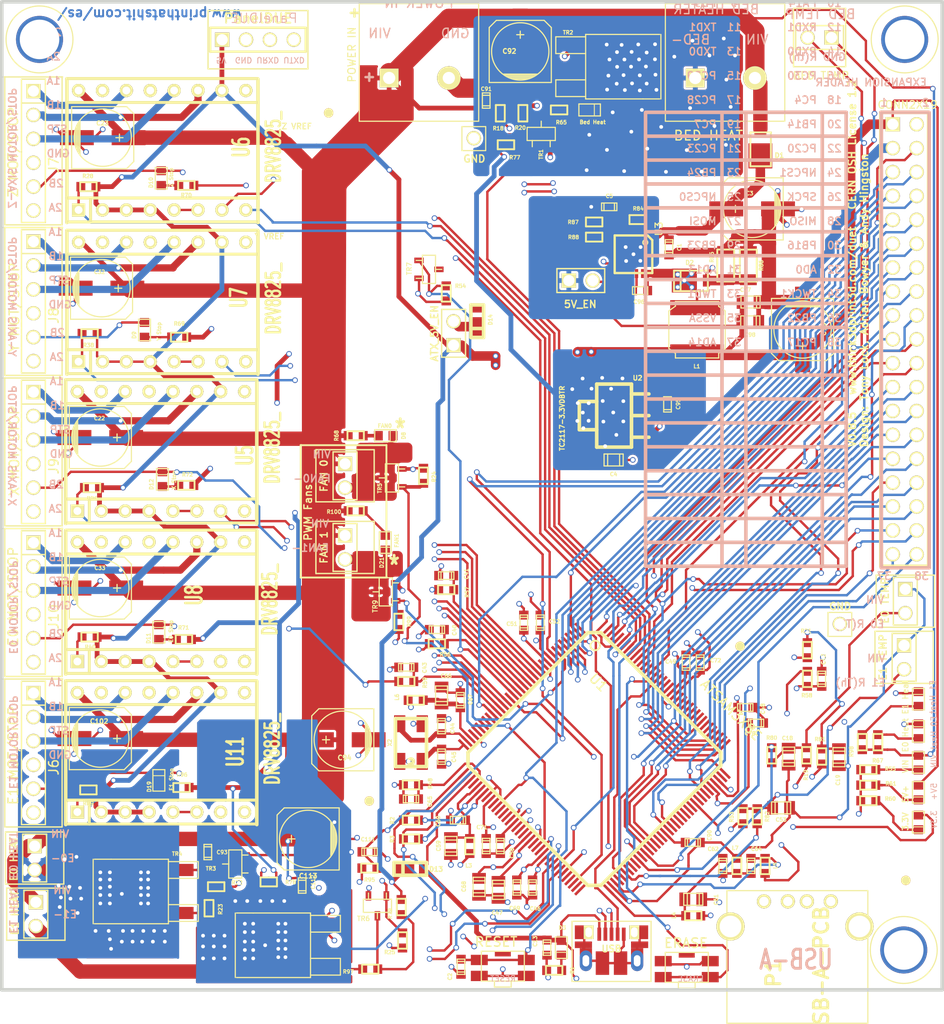
<source format=kicad_pcb>
(kicad_pcb (version 3) (host pcbnew "(2013-07-07 BZR 4022)-stable")
  (layers (15 Front mixed) (2 Inner3 power hide) (1 Inner2 power hide) (0 Back mixed hide) (19 F.Paste user) (20 B.SilkS user hide) (21 F.SilkS user hide) (22 B.Mask user hide) (23 F.Mask user hide) (28 Edge.Cuts user))
  (net 0 "")
  (net 1 +3.3V)
  (net 2 +5V)
  (net 3 /Processor/VDDCORE)
  (net 4 AD0)
  (net 5 AD13)
  (net 6 AD14)
  (net 7 ADVREF)
  (net 8 BED-)
  (net 9 BED_PWM)
  (net 10 BED_THERMISTOR)
  (net 11 DFSDM)
  (net 12 DFSDP)
  (net 13 DHSDM)
  (net 14 DHSDP)
  (net 15 E0-)
  (net 16 E0_DIR)
  (net 17 E0_EN)
  (net 18 E0_MOT_1A)
  (net 19 E0_MOT_1B)
  (net 20 E0_MOT_2A)
  (net 21 E0_MOT_2B)
  (net 22 E0_PWM)
  (net 23 E0_STEP)
  (net 24 E0_STOP)
  (net 25 E0_STOP_CONN)
  (net 26 E0_THERMISTOR)
  (net 27 E1-)
  (net 28 E1_DIR)
  (net 29 E1_EN)
  (net 30 E1_MOT_1A)
  (net 31 E1_MOT_1B)
  (net 32 E1_MOT_2A)
  (net 33 E1_MOT_2B)
  (net 34 E1_PWM)
  (net 35 E1_STEP)
  (net 36 E1_STOP)
  (net 37 E1_STOP_CONN)
  (net 38 E1_THERMISTOR)
  (net 39 FAN0-)
  (net 40 FAN0_PWM)
  (net 41 FAN1-)
  (net 42 FAN1_PWM)
  (net 43 GND)
  (net 44 N-0000010)
  (net 45 N-0000011)
  (net 46 N-00000149)
  (net 47 N-0000015)
  (net 48 N-00000154)
  (net 49 N-00000155)
  (net 50 N-0000016)
  (net 51 N-00000160)
  (net 52 N-00000166)
  (net 53 N-00000167)
  (net 54 N-00000169)
  (net 55 N-0000017)
  (net 56 N-00000170)
  (net 57 N-00000173)
  (net 58 N-00000178)
  (net 59 N-00000180)
  (net 60 N-00000181)
  (net 61 N-00000182)
  (net 62 N-00000186)
  (net 63 N-00000187)
  (net 64 N-00000189)
  (net 65 N-0000019)
  (net 66 N-00000191)
  (net 67 N-00000192)
  (net 68 N-00000193)
  (net 69 N-00000194)
  (net 70 N-00000195)
  (net 71 N-00000197)
  (net 72 N-000002)
  (net 73 N-0000020)
  (net 74 N-0000022)
  (net 75 N-0000024)
  (net 76 N-0000025)
  (net 77 N-0000027)
  (net 78 N-0000028)
  (net 79 N-0000039)
  (net 80 N-0000058)
  (net 81 N-000006)
  (net 82 N-0000067)
  (net 83 N-000007)
  (net 84 N-000008)
  (net 85 N-000009)
  (net 86 N-0000092)
  (net 87 PA14)
  (net 88 PB14/PWMH2)
  (net 89 PB16/DAC1)
  (net 90 PB22)
  (net 91 PB23)
  (net 92 PB24)
  (net 93 PC17)
  (net 94 PC20_PWMH4)
  (net 95 PC23_PWML6)
  (net 96 PC28)
  (net 97 PC29)
  (net 98 PC30)
  (net 99 PC7_PWMH2)
  (net 100 PD9)
  (net 101 PS_ON_CONTROL)
  (net 102 RESET)
  (net 103 RXD0)
  (net 104 RXD1)
  (net 105 SPI0_MISO)
  (net 106 SPI0_MOSI)
  (net 107 SPI0_NPCS0)
  (net 108 SPI0_NPCS1)
  (net 109 SPI0_SPCK)
  (net 110 TWCK0)
  (net 111 TWCK1)
  (net 112 TWD0)
  (net 113 TWD1)
  (net 114 TXD0)
  (net 115 TXD1)
  (net 116 UOTGID)
  (net 117 URXD)
  (net 118 UTXD)
  (net 119 VBUS)
  (net 120 VDDANA)
  (net 121 VDDUTMI)
  (net 122 VSSA)
  (net 123 V_IN)
  (net 124 X_DIR)
  (net 125 X_EN)
  (net 126 X_MOT_1A)
  (net 127 X_MOT_1B)
  (net 128 X_MOT_2A)
  (net 129 X_MOT_2B)
  (net 130 X_STEP)
  (net 131 X_STOP)
  (net 132 X_STOP_CONN)
  (net 133 Y_DIR)
  (net 134 Y_EN)
  (net 135 Y_MOT_1A)
  (net 136 Y_MOT_1B)
  (net 137 Y_MOT_2A)
  (net 138 Y_MOT_2B)
  (net 139 Y_STEP)
  (net 140 Y_STOP)
  (net 141 Y_STOP_CONN)
  (net 142 Z_DIR)
  (net 143 Z_EN)
  (net 144 Z_MOT_1A)
  (net 145 Z_MOT_1B)
  (net 146 Z_MOT_2A)
  (net 147 Z_MOT_2B)
  (net 148 Z_STEP)
  (net 149 Z_STOP)
  (net 150 Z_STOP_CONN)
  (module DRV8825 (layer Front) (at 86.995 108.331 90)
    (fp_text reference U8 (at 8.382 13.6525 90) (layer F.SilkS) (effects (font (size 1.72974 1.08712) (thickness 0.27178))))
    (fp_text value DRV8825_ (at 7.874 21.717 90) (layer F.SilkS) (effects (font (size 1.524 1.016) (thickness 0.254))))
    (pad 9 thru_hole circle (at 14.0335 19.0246) (size 1.397 1.397) (drill 0.8128) (layers *.Cu *.Mask F.SilkS) (net 43 GND))
    (pad 10 thru_hole circle (at 14.0335 16.4846) (size 1.397 1.397) (drill 0.8128) (layers *.Cu *.Mask F.SilkS) (net 2 +5V))
    (pad 11 thru_hole circle (at 14.0335 13.9446) (size 1.397 1.397) (drill 0.8128) (layers *.Cu *.Mask F.SilkS) (net 20 E0_MOT_2A))
    (pad 12 thru_hole circle (at 14.0335 11.4046) (size 1.397 1.397) (drill 0.8128) (layers *.Cu *.Mask F.SilkS) (net 18 E0_MOT_1A))
    (pad 13 thru_hole circle (at 14.0335 8.8646) (size 1.397 1.397) (drill 0.8128) (layers *.Cu *.Mask F.SilkS) (net 19 E0_MOT_1B))
    (pad 14 thru_hole circle (at 14.0335 6.3246) (size 1.397 1.397) (drill 0.8128) (layers *.Cu *.Mask F.SilkS) (net 21 E0_MOT_2B))
    (pad 15 thru_hole circle (at 14.0335 3.7846) (size 1.397 1.397) (drill 0.8128) (layers *.Cu *.Mask F.SilkS) (net 43 GND))
    (pad 16 thru_hole circle (at 14.0335 1.2446) (size 1.397 1.397) (drill 0.8128) (layers *.Cu *.Mask F.SilkS) (net 123 V_IN))
    (pad 16 thru_hole circle (at 14.0335 1.2446) (size 1.397 1.397) (drill 0.8128) (layers *.Cu *.Mask F.SilkS) (net 123 V_IN))
    (pad 15 thru_hole circle (at 14.0335 3.7846) (size 1.397 1.397) (drill 0.8128) (layers *.Cu *.Mask F.SilkS) (net 43 GND))
    (pad 14 thru_hole circle (at 14.0335 6.3246) (size 1.397 1.397) (drill 0.8128) (layers *.Cu *.Mask F.SilkS) (net 21 E0_MOT_2B))
    (pad 13 thru_hole circle (at 14.0335 8.8646) (size 1.397 1.397) (drill 0.8128) (layers *.Cu *.Mask F.SilkS) (net 19 E0_MOT_1B))
    (pad 12 thru_hole circle (at 14.0335 11.4046) (size 1.397 1.397) (drill 0.8128) (layers *.Cu *.Mask F.SilkS) (net 18 E0_MOT_1A))
    (pad 11 thru_hole circle (at 14.0335 13.9446) (size 1.397 1.397) (drill 0.8128) (layers *.Cu *.Mask F.SilkS) (net 20 E0_MOT_2A))
    (pad 10 thru_hole circle (at 14.0335 16.4846) (size 1.397 1.397) (drill 0.8128) (layers *.Cu *.Mask F.SilkS) (net 2 +5V))
    (pad 9 thru_hole circle (at 14.0335 19.0246) (size 1.397 1.397) (drill 0.8128) (layers *.Cu *.Mask F.SilkS) (net 43 GND))
    (pad 8 thru_hole circle (at 1.3335 19.0246) (size 1.397 1.397) (drill 0.8128) (layers *.Cu *.Mask F.SilkS) (net 16 E0_DIR))
    (pad 7 thru_hole circle (at 1.3335 16.4846) (size 1.397 1.397) (drill 0.8128) (layers *.Cu *.Mask F.SilkS) (net 23 E0_STEP))
    (pad 6 thru_hole circle (at 1.3335 13.9446) (size 1.397 1.397) (drill 0.8128) (layers *.Cu *.Mask F.SilkS) (net 51 N-00000160))
    (pad 5 thru_hole circle (at 1.3335 11.4046) (size 1.397 1.397) (drill 0.8128) (layers *.Cu *.Mask F.SilkS) (net 51 N-00000160))
    (pad 4 thru_hole circle (at 1.3335 8.8646) (size 1.397 1.397) (drill 0.8128) (layers *.Cu *.Mask F.SilkS) (net 2 +5V))
    (pad 3 thru_hole circle (at 1.3335 6.3246) (size 1.397 1.397) (drill 0.8128) (layers *.Cu *.Mask F.SilkS) (net 2 +5V))
    (pad 2 thru_hole circle (at 1.3335 3.7846) (size 1.397 1.397) (drill 0.8128) (layers *.Cu *.Mask F.SilkS) (net 2 +5V))
    (pad 1 thru_hole rect (at 1.3335 1.2446) (size 1.397 1.397) (drill 0.8128) (layers *.Cu *.Mask F.SilkS) (net 17 E0_EN))
    (pad 1 thru_hole rect (at 1.3335 1.2446) (size 1.397 1.397) (drill 0.8128) (layers *.Cu *.Mask F.SilkS) (net 17 E0_EN))
    (pad 2 thru_hole circle (at 1.3335 3.7846) (size 1.397 1.397) (drill 0.8128) (layers *.Cu *.Mask F.SilkS) (net 2 +5V))
    (pad 3 thru_hole circle (at 1.3335 6.3246) (size 1.397 1.397) (drill 0.8128) (layers *.Cu *.Mask F.SilkS) (net 2 +5V))
    (pad 4 thru_hole circle (at 1.3335 8.8646) (size 1.397 1.397) (drill 0.8128) (layers *.Cu *.Mask F.SilkS) (net 2 +5V))
    (pad 5 thru_hole circle (at 1.3335 11.4046) (size 1.397 1.397) (drill 0.8128) (layers *.Cu *.Mask F.SilkS) (net 51 N-00000160))
    (pad 6 thru_hole circle (at 1.3335 13.9446) (size 1.397 1.397) (drill 0.8128) (layers *.Cu *.Mask F.SilkS) (net 51 N-00000160))
    (pad 7 thru_hole circle (at 1.3335 16.4846) (size 1.397 1.397) (drill 0.8128) (layers *.Cu *.Mask F.SilkS) (net 23 E0_STEP))
    (pad 8 thru_hole circle (at 1.3335 19.0246) (size 1.397 1.397) (drill 0.8128) (layers *.Cu *.Mask F.SilkS) (net 16 E0_DIR))
  )
  (module DRV8825 (layer Front) (at 86.995 124.333 90)
    (fp_text reference U11 (at 7.747 18.034 90) (layer F.SilkS) (effects (font (size 1.72974 1.08712) (thickness 0.27178))))
    (fp_text value DRV8825_ (at 8.001 21.971 90) (layer F.SilkS) (effects (font (size 1.524 1.016) (thickness 0.254))))
    (pad 9 thru_hole circle (at 14.0335 19.0246) (size 1.397 1.397) (drill 0.8128) (layers *.Cu *.Mask F.SilkS) (net 43 GND))
    (pad 10 thru_hole circle (at 14.0335 16.4846) (size 1.397 1.397) (drill 0.8128) (layers *.Cu *.Mask F.SilkS) (net 2 +5V))
    (pad 11 thru_hole circle (at 14.0335 13.9446) (size 1.397 1.397) (drill 0.8128) (layers *.Cu *.Mask F.SilkS) (net 32 E1_MOT_2A))
    (pad 12 thru_hole circle (at 14.0335 11.4046) (size 1.397 1.397) (drill 0.8128) (layers *.Cu *.Mask F.SilkS) (net 30 E1_MOT_1A))
    (pad 13 thru_hole circle (at 14.0335 8.8646) (size 1.397 1.397) (drill 0.8128) (layers *.Cu *.Mask F.SilkS) (net 31 E1_MOT_1B))
    (pad 14 thru_hole circle (at 14.0335 6.3246) (size 1.397 1.397) (drill 0.8128) (layers *.Cu *.Mask F.SilkS) (net 33 E1_MOT_2B))
    (pad 15 thru_hole circle (at 14.0335 3.7846) (size 1.397 1.397) (drill 0.8128) (layers *.Cu *.Mask F.SilkS) (net 43 GND))
    (pad 16 thru_hole circle (at 14.0335 1.2446) (size 1.397 1.397) (drill 0.8128) (layers *.Cu *.Mask F.SilkS) (net 123 V_IN))
    (pad 16 thru_hole circle (at 14.0335 1.2446) (size 1.397 1.397) (drill 0.8128) (layers *.Cu *.Mask F.SilkS) (net 123 V_IN))
    (pad 15 thru_hole circle (at 14.0335 3.7846) (size 1.397 1.397) (drill 0.8128) (layers *.Cu *.Mask F.SilkS) (net 43 GND))
    (pad 14 thru_hole circle (at 14.0335 6.3246) (size 1.397 1.397) (drill 0.8128) (layers *.Cu *.Mask F.SilkS) (net 33 E1_MOT_2B))
    (pad 13 thru_hole circle (at 14.0335 8.8646) (size 1.397 1.397) (drill 0.8128) (layers *.Cu *.Mask F.SilkS) (net 31 E1_MOT_1B))
    (pad 12 thru_hole circle (at 14.0335 11.4046) (size 1.397 1.397) (drill 0.8128) (layers *.Cu *.Mask F.SilkS) (net 30 E1_MOT_1A))
    (pad 11 thru_hole circle (at 14.0335 13.9446) (size 1.397 1.397) (drill 0.8128) (layers *.Cu *.Mask F.SilkS) (net 32 E1_MOT_2A))
    (pad 10 thru_hole circle (at 14.0335 16.4846) (size 1.397 1.397) (drill 0.8128) (layers *.Cu *.Mask F.SilkS) (net 2 +5V))
    (pad 9 thru_hole circle (at 14.0335 19.0246) (size 1.397 1.397) (drill 0.8128) (layers *.Cu *.Mask F.SilkS) (net 43 GND))
    (pad 8 thru_hole circle (at 1.3335 19.0246) (size 1.397 1.397) (drill 0.8128) (layers *.Cu *.Mask F.SilkS) (net 28 E1_DIR))
    (pad 7 thru_hole circle (at 1.3335 16.4846) (size 1.397 1.397) (drill 0.8128) (layers *.Cu *.Mask F.SilkS) (net 35 E1_STEP))
    (pad 6 thru_hole circle (at 1.3335 13.9446) (size 1.397 1.397) (drill 0.8128) (layers *.Cu *.Mask F.SilkS) (net 49 N-00000155))
    (pad 5 thru_hole circle (at 1.3335 11.4046) (size 1.397 1.397) (drill 0.8128) (layers *.Cu *.Mask F.SilkS) (net 49 N-00000155))
    (pad 4 thru_hole circle (at 1.3335 8.8646) (size 1.397 1.397) (drill 0.8128) (layers *.Cu *.Mask F.SilkS) (net 2 +5V))
    (pad 3 thru_hole circle (at 1.3335 6.3246) (size 1.397 1.397) (drill 0.8128) (layers *.Cu *.Mask F.SilkS) (net 2 +5V))
    (pad 2 thru_hole circle (at 1.3335 3.7846) (size 1.397 1.397) (drill 0.8128) (layers *.Cu *.Mask F.SilkS) (net 2 +5V))
    (pad 1 thru_hole rect (at 1.3335 1.2446) (size 1.397 1.397) (drill 0.8128) (layers *.Cu *.Mask F.SilkS) (net 29 E1_EN))
    (pad 1 thru_hole rect (at 1.3335 1.2446) (size 1.397 1.397) (drill 0.8128) (layers *.Cu *.Mask F.SilkS) (net 29 E1_EN))
    (pad 2 thru_hole circle (at 1.3335 3.7846) (size 1.397 1.397) (drill 0.8128) (layers *.Cu *.Mask F.SilkS) (net 2 +5V))
    (pad 3 thru_hole circle (at 1.3335 6.3246) (size 1.397 1.397) (drill 0.8128) (layers *.Cu *.Mask F.SilkS) (net 2 +5V))
    (pad 4 thru_hole circle (at 1.3335 8.8646) (size 1.397 1.397) (drill 0.8128) (layers *.Cu *.Mask F.SilkS) (net 2 +5V))
    (pad 5 thru_hole circle (at 1.3335 11.4046) (size 1.397 1.397) (drill 0.8128) (layers *.Cu *.Mask F.SilkS) (net 49 N-00000155))
    (pad 6 thru_hole circle (at 1.3335 13.9446) (size 1.397 1.397) (drill 0.8128) (layers *.Cu *.Mask F.SilkS) (net 49 N-00000155))
    (pad 7 thru_hole circle (at 1.3335 16.4846) (size 1.397 1.397) (drill 0.8128) (layers *.Cu *.Mask F.SilkS) (net 35 E1_STEP))
    (pad 8 thru_hole circle (at 1.3335 19.0246) (size 1.397 1.397) (drill 0.8128) (layers *.Cu *.Mask F.SilkS) (net 28 E1_DIR))
  )
  (module LQFP144 (layer Front) (at 143.21028 117.36324 45)
    (fp_text reference U1 (at 6.061998 -5.454282 135) (layer F.SilkS) (effects (font (size 1.016 1.016) (thickness 0.1524))))
    (fp_text value ATSAM3X8E (at 13.960381 6.573604 135) (layer F.SilkS) (effects (font (size 1.016 1.016) (thickness 0.1524))))
    (pad 1 smd rect (at 8.7503 -10.89914 45) (size 0.2794 1.50114) (layers Front F.Paste F.Mask))
    (pad 2 smd rect (at 8.24992 -10.89914 45) (size 0.2794 1.50114) (layers Front F.Paste F.Mask) (net 118 UTXD))
    (pad 3 smd rect (at 7.74954 -10.89914 45) (size 0.2794 1.50114) (layers Front F.Paste F.Mask) (net 103 RXD0))
    (pad 4 smd rect (at 7.24916 -10.89914 45) (size 0.2794 1.50114) (layers Front F.Paste F.Mask) (net 114 TXD0))
    (pad 5 smd rect (at 6.74878 -10.89914 45) (size 0.2794 1.50114) (layers Front F.Paste F.Mask) (net 104 RXD1))
    (pad 6 smd rect (at 6.25094 -10.89914 45) (size 0.2794 1.50114) (layers Front F.Paste F.Mask) (net 115 TXD1))
    (pad 7 smd rect (at 5.75056 -10.89914 45) (size 0.2794 1.50114) (layers Front F.Paste F.Mask) (net 87 PA14))
    (pad 8 smd rect (at 5.25018 -10.89914 45) (size 0.2794 1.50114) (layers Front F.Paste F.Mask) (net 36 E1_STOP))
    (pad 9 smd rect (at 4.7498 -10.89914 45) (size 0.2794 1.50114) (layers Front F.Paste F.Mask) (net 112 TWD0))
    (pad 10 smd rect (at 4.24942 -10.89914 45) (size 0.2794 1.50114) (layers Front F.Paste F.Mask) (net 3 /Processor/VDDCORE))
    (pad 11 smd rect (at 3.74904 -10.89914 45) (size 0.2794 1.50114) (layers Front F.Paste F.Mask) (net 1 +3.3V))
    (pad 12 smd rect (at 3.2512 -10.89914 45) (size 0.2794 1.50114) (layers Front F.Paste F.Mask) (net 43 GND))
    (pad 13 smd rect (at 2.75082 -10.89914 45) (size 0.2794 1.50114) (layers Front F.Paste F.Mask) (net 139 Y_STEP))
    (pad 14 smd rect (at 2.25044 -10.89914 45) (size 0.2794 1.50114) (layers Front F.Paste F.Mask) (net 133 Y_DIR))
    (pad 15 smd rect (at 1.75006 -10.89914 45) (size 0.2794 1.50114) (layers Front F.Paste F.Mask) (net 134 Y_EN))
    (pad 16 smd rect (at 1.24968 -10.89914 45) (size 0.2794 1.50114) (layers Front F.Paste F.Mask) (net 140 Y_STOP))
    (pad 17 smd rect (at 0.7493 -10.89914 45) (size 0.2794 1.50114) (layers Front F.Paste F.Mask) (net 130 X_STEP))
    (pad 18 smd rect (at 0.24892 -10.89914 45) (size 0.2794 1.50114) (layers Front F.Paste F.Mask) (net 124 X_DIR))
    (pad 19 smd rect (at -0.24892 -10.89914 45) (size 0.2794 1.50114) (layers Front F.Paste F.Mask) (net 125 X_EN))
    (pad 20 smd rect (at -0.7493 -10.89914 45) (size 0.2794 1.50114) (layers Front F.Paste F.Mask) (net 131 X_STOP))
    (pad 21 smd rect (at -1.24968 -10.89914 45) (size 0.2794 1.50114) (layers Front F.Paste F.Mask) (net 101 PS_ON_CONTROL))
    (pad 22 smd rect (at -1.75006 -10.89914 45) (size 0.2794 1.50114) (layers Front F.Paste F.Mask) (net 100 PD9))
    (pad 23 smd rect (at -2.25044 -10.89914 45) (size 0.2794 1.50114) (layers Front F.Paste F.Mask) (net 23 E0_STEP))
    (pad 24 smd rect (at -2.75082 -10.89914 45) (size 0.2794 1.50114) (layers Front F.Paste F.Mask) (net 16 E0_DIR))
    (pad 25 smd rect (at -3.2512 -10.89914 45) (size 0.2794 1.50114) (layers Front F.Paste F.Mask) (net 17 E0_EN))
    (pad 26 smd rect (at -3.74904 -10.89914 45) (size 0.2794 1.50114) (layers Front F.Paste F.Mask) (net 24 E0_STOP))
    (pad 27 smd rect (at -4.24942 -10.89914 45) (size 0.2794 1.50114) (layers Front F.Paste F.Mask) (net 117 URXD))
    (pad 28 smd rect (at -4.7498 -10.89914 45) (size 0.2794 1.50114) (layers Front F.Paste F.Mask))
    (pad 29 smd rect (at -5.25018 -10.89914 45) (size 0.2794 1.50114) (layers Front F.Paste F.Mask))
    (pad 30 smd rect (at -5.75056 -10.89914 45) (size 0.2794 1.50114) (layers Front F.Paste F.Mask))
    (pad 31 smd rect (at -6.25094 -10.89914 45) (size 0.2794 1.50114) (layers Front F.Paste F.Mask))
    (pad 32 smd rect (at -6.74878 -10.89914 45) (size 0.2794 1.50114) (layers Front F.Paste F.Mask))
    (pad 33 smd rect (at -7.24916 -10.89914 45) (size 0.2794 1.50114) (layers Front F.Paste F.Mask) (net 43 GND))
    (pad 34 smd rect (at -7.74954 -10.89914 45) (size 0.2794 1.50114) (layers Front F.Paste F.Mask) (net 78 N-0000028))
    (pad 35 smd rect (at -8.24992 -10.89914 45) (size 0.2794 1.50114) (layers Front F.Paste F.Mask) (net 82 N-0000067))
    (pad 36 smd rect (at -8.7503 -10.89914 45) (size 0.2794 1.50114) (layers Front F.Paste F.Mask) (net 76 N-0000025))
    (pad 73 smd rect (at -8.7503 10.89914 45) (size 0.2794 1.50114) (layers Front F.Paste F.Mask) (net 120 VDDANA))
    (pad 74 smd rect (at -8.24992 10.89914 45) (size 0.2794 1.50114) (layers Front F.Paste F.Mask) (net 122 VSSA))
    (pad 75 smd rect (at -7.74954 10.89914 45) (size 0.2794 1.50114) (layers Front F.Paste F.Mask) (net 7 ADVREF))
    (pad 76 smd rect (at -7.24916 10.89914 45) (size 0.2794 1.50114) (layers Front F.Paste F.Mask))
    (pad 77 smd rect (at -6.74878 10.89914 45) (size 0.2794 1.50114) (layers Front F.Paste F.Mask) (net 89 PB16/DAC1))
    (pad 78 smd rect (at -6.25094 10.89914 45) (size 0.2794 1.50114) (layers Front F.Paste F.Mask) (net 79 N-0000039))
    (pad 79 smd rect (at -5.75056 10.89914 45) (size 0.2794 1.50114) (layers Front F.Paste F.Mask))
    (pad 80 smd rect (at -5.25018 10.89914 45) (size 0.2794 1.50114) (layers Front F.Paste F.Mask))
    (pad 81 smd rect (at -4.7498 10.89914 45) (size 0.2794 1.50114) (layers Front F.Paste F.Mask))
    (pad 82 smd rect (at -4.24942 10.89914 45) (size 0.2794 1.50114) (layers Front F.Paste F.Mask) (net 86 N-0000092))
    (pad 83 smd rect (at -3.74904 10.89914 45) (size 0.2794 1.50114) (layers Front F.Paste F.Mask) (net 75 N-0000024))
    (pad 84 smd rect (at -3.2512 10.89914 45) (size 0.2794 1.50114) (layers Front F.Paste F.Mask) (net 149 Z_STOP))
    (pad 85 smd rect (at -2.75082 10.89914 45) (size 0.2794 1.50114) (layers Front F.Paste F.Mask) (net 4 AD0))
    (pad 86 smd rect (at -2.25044 10.89914 45) (size 0.2794 1.50114) (layers Front F.Paste F.Mask) (net 113 TWD1))
    (pad 87 smd rect (at -1.75006 10.89914 45) (size 0.2794 1.50114) (layers Front F.Paste F.Mask) (net 111 TWCK1))
    (pad 88 smd rect (at -1.24968 10.89914 45) (size 0.2794 1.50114) (layers Front F.Paste F.Mask))
    (pad 89 smd rect (at -0.7493 10.89914 45) (size 0.2794 1.50114) (layers Front F.Paste F.Mask))
    (pad 90 smd rect (at -0.24892 10.89914 45) (size 0.2794 1.50114) (layers Front F.Paste F.Mask) (net 80 N-0000058))
    (pad 91 smd rect (at 0.24892 10.89914 45) (size 0.2794 1.50114) (layers Front F.Paste F.Mask) (net 5 AD13))
    (pad 92 smd rect (at 0.7493 10.89914 45) (size 0.2794 1.50114) (layers Front F.Paste F.Mask) (net 6 AD14))
    (pad 93 smd rect (at 1.24968 10.89914 45) (size 0.2794 1.50114) (layers Front F.Paste F.Mask))
    (pad 94 smd rect (at 1.75006 10.89914 45) (size 0.2794 1.50114) (layers Front F.Paste F.Mask))
    (pad 95 smd rect (at 2.25044 10.89914 45) (size 0.2794 1.50114) (layers Front F.Paste F.Mask))
    (pad 96 smd rect (at 2.75082 10.89914 45) (size 0.2794 1.50114) (layers Front F.Paste F.Mask))
    (pad 97 smd rect (at 3.2512 10.89914 45) (size 0.2794 1.50114) (layers Front F.Paste F.Mask))
    (pad 98 smd rect (at 3.74904 10.89914 45) (size 0.2794 1.50114) (layers Front F.Paste F.Mask))
    (pad 99 smd rect (at 4.24942 10.89914 45) (size 0.2794 1.50114) (layers Front F.Paste F.Mask) (net 93 PC17))
    (pad 100 smd rect (at 4.7498 10.89914 45) (size 0.2794 1.50114) (layers Front F.Paste F.Mask))
    (pad 101 smd rect (at 5.25018 10.89914 45) (size 0.2794 1.50114) (layers Front F.Paste F.Mask))
    (pad 102 smd rect (at 5.75056 10.89914 45) (size 0.2794 1.50114) (layers Front F.Paste F.Mask) (net 97 PC29))
    (pad 103 smd rect (at 6.25094 10.89914 45) (size 0.2794 1.50114) (layers Front F.Paste F.Mask) (net 98 PC30))
    (pad 104 smd rect (at 6.74878 10.89914 45) (size 0.2794 1.50114) (layers Front F.Paste F.Mask) (net 3 /Processor/VDDCORE))
    (pad 105 smd rect (at 7.24916 10.89914 45) (size 0.2794 1.50114) (layers Front F.Paste F.Mask) (net 1 +3.3V))
    (pad 106 smd rect (at 7.74954 10.89914 45) (size 0.2794 1.50114) (layers Front F.Paste F.Mask) (net 43 GND))
    (pad 107 smd rect (at 8.24992 10.89914 45) (size 0.2794 1.50114) (layers Front F.Paste F.Mask))
    (pad 108 smd rect (at 8.7503 10.89914 45) (size 0.2794 1.50114) (layers Front F.Paste F.Mask) (net 105 SPI0_MISO))
    (pad 37 smd rect (at -10.89914 -8.7503 45) (size 1.50114 0.2794) (layers Front F.Paste F.Mask) (net 14 DHSDP))
    (pad 38 smd rect (at -10.89914 -8.24992 45) (size 1.50114 0.2794) (layers Front F.Paste F.Mask) (net 13 DHSDM))
    (pad 39 smd rect (at -10.89914 -7.74954 45) (size 1.50114 0.2794) (layers Front F.Paste F.Mask) (net 119 VBUS))
    (pad 40 smd rect (at -10.89914 -7.24916 45) (size 1.50114 0.2794) (layers Front F.Paste F.Mask) (net 74 N-0000022))
    (pad 41 smd rect (at -10.89914 -6.74878 45) (size 1.50114 0.2794) (layers Front F.Paste F.Mask) (net 121 VDDUTMI))
    (pad 42 smd rect (at -10.89914 -6.25094 45) (size 1.50114 0.2794) (layers Front F.Paste F.Mask) (net 12 DFSDP))
    (pad 43 smd rect (at -10.89914 -5.75056 45) (size 1.50114 0.2794) (layers Front F.Paste F.Mask) (net 11 DFSDM))
    (pad 44 smd rect (at -10.89914 -5.25018 45) (size 1.50114 0.2794) (layers Front F.Paste F.Mask) (net 43 GND))
    (pad 45 smd rect (at -10.89914 -4.7498 45) (size 1.50114 0.2794) (layers Front F.Paste F.Mask) (net 3 /Processor/VDDCORE))
    (pad 46 smd rect (at -10.89914 -4.24942 45) (size 1.50114 0.2794) (layers Front F.Paste F.Mask) (net 43 GND))
    (pad 47 smd rect (at -10.89914 -3.74904 45) (size 1.50114 0.2794) (layers Front F.Paste F.Mask) (net 102 RESET))
    (pad 48 smd rect (at -10.89914 -3.2512 45) (size 1.50114 0.2794) (layers Front F.Paste F.Mask))
    (pad 49 smd rect (at -10.89914 -2.75082 45) (size 1.50114 0.2794) (layers Front F.Paste F.Mask))
    (pad 50 smd rect (at -10.89914 -2.25044 45) (size 1.50114 0.2794) (layers Front F.Paste F.Mask))
    (pad 51 smd rect (at -10.89914 -1.75006 45) (size 1.50114 0.2794) (layers Front F.Paste F.Mask) (net 43 GND))
    (pad 52 smd rect (at -10.89914 -1.24968 45) (size 1.50114 0.2794) (layers Front F.Paste F.Mask) (net 1 +3.3V))
    (pad 53 smd rect (at -10.89914 -0.7493 45) (size 1.50114 0.2794) (layers Front F.Paste F.Mask))
    (pad 54 smd rect (at -10.89914 -0.24892 45) (size 1.50114 0.2794) (layers Front F.Paste F.Mask) (net 43 GND))
    (pad 55 smd rect (at -10.89914 0.24892 45) (size 1.50114 0.2794) (layers Front F.Paste F.Mask))
    (pad 56 smd rect (at -10.89914 0.7493 45) (size 1.50114 0.2794) (layers Front F.Paste F.Mask) (net 3 /Processor/VDDCORE))
    (pad 57 smd rect (at -10.89914 1.24968 45) (size 1.50114 0.2794) (layers Front F.Paste F.Mask) (net 1 +3.3V))
    (pad 58 smd rect (at -10.89914 1.75006 45) (size 1.50114 0.2794) (layers Front F.Paste F.Mask) (net 43 GND))
    (pad 59 smd rect (at -10.89914 2.25044 45) (size 1.50114 0.2794) (layers Front F.Paste F.Mask) (net 40 FAN0_PWM))
    (pad 60 smd rect (at -10.89914 2.75082 45) (size 1.50114 0.2794) (layers Front F.Paste F.Mask) (net 28 E1_DIR))
    (pad 61 smd rect (at -10.89914 3.2512 45) (size 1.50114 0.2794) (layers Front F.Paste F.Mask) (net 3 /Processor/VDDCORE))
    (pad 62 smd rect (at -10.89914 3.74904 45) (size 1.50114 0.2794) (layers Front F.Paste F.Mask) (net 1 +3.3V))
    (pad 63 smd rect (at -10.89914 4.24942 45) (size 1.50114 0.2794) (layers Front F.Paste F.Mask) (net 29 E1_EN))
    (pad 64 smd rect (at -10.89914 4.7498 45) (size 1.50114 0.2794) (layers Front F.Paste F.Mask) (net 34 E1_PWM))
    (pad 65 smd rect (at -10.89914 5.25018 45) (size 1.50114 0.2794) (layers Front F.Paste F.Mask) (net 99 PC7_PWMH2))
    (pad 66 smd rect (at -10.89914 5.75056 45) (size 1.50114 0.2794) (layers Front F.Paste F.Mask) (net 22 E0_PWM))
    (pad 67 smd rect (at -10.89914 6.25094 45) (size 1.50114 0.2794) (layers Front F.Paste F.Mask) (net 35 E1_STEP))
    (pad 68 smd rect (at -10.89914 6.74878 45) (size 1.50114 0.2794) (layers Front F.Paste F.Mask))
    (pad 69 smd rect (at -10.89914 7.24916 45) (size 1.50114 0.2794) (layers Front F.Paste F.Mask))
    (pad 70 smd rect (at -10.89914 7.74954 45) (size 1.50114 0.2794) (layers Front F.Paste F.Mask) (net 110 TWCK0))
    (pad 71 smd rect (at -10.89914 8.24992 45) (size 1.50114 0.2794) (layers Front F.Paste F.Mask))
    (pad 72 smd rect (at -10.89914 8.7503 45) (size 1.50114 0.2794) (layers Front F.Paste F.Mask))
    (pad 109 smd rect (at 10.89914 8.7503 45) (size 1.50114 0.2794) (layers Front F.Paste F.Mask) (net 106 SPI0_MOSI))
    (pad 110 smd rect (at 10.89914 8.24992 45) (size 1.50114 0.2794) (layers Front F.Paste F.Mask) (net 109 SPI0_SPCK))
    (pad 111 smd rect (at 10.89914 7.74954 45) (size 1.50114 0.2794) (layers Front F.Paste F.Mask) (net 107 SPI0_NPCS0))
    (pad 112 smd rect (at 10.89914 7.24916 45) (size 1.50114 0.2794) (layers Front F.Paste F.Mask) (net 108 SPI0_NPCS1))
    (pad 113 smd rect (at 10.89914 6.74878 45) (size 1.50114 0.2794) (layers Front F.Paste F.Mask))
    (pad 114 smd rect (at 10.89914 6.25094 45) (size 1.50114 0.2794) (layers Front F.Paste F.Mask))
    (pad 115 smd rect (at 10.89914 5.75056 45) (size 1.50114 0.2794) (layers Front F.Paste F.Mask))
    (pad 116 smd rect (at 10.89914 5.25018 45) (size 1.50114 0.2794) (layers Front F.Paste F.Mask) (net 42 FAN1_PWM))
    (pad 117 smd rect (at 10.89914 4.7498 45) (size 1.50114 0.2794) (layers Front F.Paste F.Mask))
    (pad 118 smd rect (at 10.89914 4.24942 45) (size 1.50114 0.2794) (layers Front F.Paste F.Mask))
    (pad 119 smd rect (at 10.89914 3.74904 45) (size 1.50114 0.2794) (layers Front F.Paste F.Mask))
    (pad 120 smd rect (at 10.89914 3.2512 45) (size 1.50114 0.2794) (layers Front F.Paste F.Mask))
    (pad 121 smd rect (at 10.89914 2.75082 45) (size 1.50114 0.2794) (layers Front F.Paste F.Mask))
    (pad 122 smd rect (at 10.89914 2.25044 45) (size 1.50114 0.2794) (layers Front F.Paste F.Mask))
    (pad 123 smd rect (at 10.89914 1.75006 45) (size 1.50114 0.2794) (layers Front F.Paste F.Mask))
    (pad 124 smd rect (at 10.89914 1.24968 45) (size 1.50114 0.2794) (layers Front F.Paste F.Mask) (net 3 /Processor/VDDCORE))
    (pad 125 smd rect (at 10.89914 0.7493 45) (size 1.50114 0.2794) (layers Front F.Paste F.Mask) (net 1 +3.3V))
    (pad 126 smd rect (at 10.89914 0.24892 45) (size 1.50114 0.2794) (layers Front F.Paste F.Mask) (net 43 GND))
    (pad 127 smd rect (at 10.89914 -0.24892 45) (size 1.50114 0.2794) (layers Front F.Paste F.Mask))
    (pad 128 smd rect (at 10.89914 -0.7493 45) (size 1.50114 0.2794) (layers Front F.Paste F.Mask))
    (pad 129 smd rect (at 10.89914 -1.24968 45) (size 1.50114 0.2794) (layers Front F.Paste F.Mask) (net 116 UOTGID))
    (pad 130 smd rect (at 10.89914 -1.75006 45) (size 1.50114 0.2794) (layers Front F.Paste F.Mask) (net 77 N-0000027))
    (pad 131 smd rect (at 10.89914 -2.25044 45) (size 1.50114 0.2794) (layers Front F.Paste F.Mask) (net 94 PC20_PWMH4))
    (pad 132 smd rect (at 10.89914 -2.75082 45) (size 1.50114 0.2794) (layers Front F.Paste F.Mask))
    (pad 133 smd rect (at 10.89914 -3.2512 45) (size 1.50114 0.2794) (layers Front F.Paste F.Mask))
    (pad 134 smd rect (at 10.89914 -3.74904 45) (size 1.50114 0.2794) (layers Front F.Paste F.Mask) (net 95 PC23_PWML6))
    (pad 135 smd rect (at 10.89914 -4.24942 45) (size 1.50114 0.2794) (layers Front F.Paste F.Mask) (net 9 BED_PWM))
    (pad 136 smd rect (at 10.89914 -4.7498 45) (size 1.50114 0.2794) (layers Front F.Paste F.Mask) (net 148 Z_STEP))
    (pad 137 smd rect (at 10.89914 -5.25018 45) (size 1.50114 0.2794) (layers Front F.Paste F.Mask) (net 142 Z_DIR))
    (pad 138 smd rect (at 10.89914 -5.75056 45) (size 1.50114 0.2794) (layers Front F.Paste F.Mask) (net 143 Z_EN))
    (pad 139 smd rect (at 10.89914 -6.25094 45) (size 1.50114 0.2794) (layers Front F.Paste F.Mask) (net 96 PC28))
    (pad 140 smd rect (at 10.89914 -6.74878 45) (size 1.50114 0.2794) (layers Front F.Paste F.Mask) (net 88 PB14/PWMH2))
    (pad 141 smd rect (at 10.89914 -7.24916 45) (size 1.50114 0.2794) (layers Front F.Paste F.Mask) (net 90 PB22))
    (pad 142 smd rect (at 10.89914 -7.74954 45) (size 1.50114 0.2794) (layers Front F.Paste F.Mask) (net 91 PB23))
    (pad 143 smd rect (at 10.89914 -8.24992 45) (size 1.50114 0.2794) (layers Front F.Paste F.Mask) (net 92 PB24))
    (pad 144 smd rect (at 10.89914 -8.7503 45) (size 1.50114 0.2794) (layers Front F.Paste F.Mask))
  )
  (module SOT-23 (layer Front) (at 105.029 128.524 90)
    (fp_text reference TR3 (at -0.4834 -2.594 180) (layer F.SilkS) (effects (font (size 0.39878 0.39878) (thickness 0.09906))))
    (fp_text value BSH105 hide)
    (pad G smd rect (at -0.9525 1.05664 90) (size 0.59944 1.00076) (layers Front F.Paste F.Mask) (net 22 E0_PWM))
    (pad D smd rect (at 0 -1.05664 90) (size 0.59944 1.00076) (layers Front F.Paste F.Mask) (net 68 N-00000193))
    (pad S smd rect (at 0.9525 1.05664 90) (size 0.59944 1.00076) (layers Front F.Paste F.Mask) (net 43 GND))
  )
  (module C_0805 (layer Front) (at 153.72842 132.27812 180)
    (fp_text reference C61 (at -2.43586 -0.04064 270) (layer F.SilkS) (effects (font (size 0.39878 0.39878) (thickness 0.09906))))
    (fp_text value 4u7 hide)
    (pad 1 smd rect (at 0.89916 0 180) (size 1.15062 1.45034) (layers Front F.Paste F.Mask) (net 120 VDDANA))
    (pad 2 smd rect (at -0.89916 0 180) (size 1.15062 1.45034) (layers Front F.Paste F.Mask) (net 43 GND))
  )
  (module DRV8825 (layer Front) (at 87.122 60.325 90)
    (fp_text reference U6 (at 8.001 18.542 90) (layer F.SilkS) (effects (font (size 1.72974 1.08712) (thickness 0.27178))))
    (fp_text value DRV8825_ (at 8.001 21.971 90) (layer F.SilkS) (effects (font (size 1.524 1.016) (thickness 0.254))))
    (pad 9 thru_hole circle (at 14.0335 19.0246) (size 1.397 1.397) (drill 0.8128) (layers *.Cu *.Mask F.SilkS) (net 43 GND))
    (pad 10 thru_hole circle (at 14.0335 16.4846) (size 1.397 1.397) (drill 0.8128) (layers *.Cu *.Mask F.SilkS) (net 2 +5V))
    (pad 11 thru_hole circle (at 14.0335 13.9446) (size 1.397 1.397) (drill 0.8128) (layers *.Cu *.Mask F.SilkS) (net 146 Z_MOT_2A))
    (pad 12 thru_hole circle (at 14.0335 11.4046) (size 1.397 1.397) (drill 0.8128) (layers *.Cu *.Mask F.SilkS) (net 144 Z_MOT_1A))
    (pad 13 thru_hole circle (at 14.0335 8.8646) (size 1.397 1.397) (drill 0.8128) (layers *.Cu *.Mask F.SilkS) (net 145 Z_MOT_1B))
    (pad 14 thru_hole circle (at 14.0335 6.3246) (size 1.397 1.397) (drill 0.8128) (layers *.Cu *.Mask F.SilkS) (net 147 Z_MOT_2B))
    (pad 15 thru_hole circle (at 14.0335 3.7846) (size 1.397 1.397) (drill 0.8128) (layers *.Cu *.Mask F.SilkS) (net 43 GND))
    (pad 16 thru_hole circle (at 14.0335 1.2446) (size 1.397 1.397) (drill 0.8128) (layers *.Cu *.Mask F.SilkS) (net 123 V_IN))
    (pad 16 thru_hole circle (at 14.0335 1.2446) (size 1.397 1.397) (drill 0.8128) (layers *.Cu *.Mask F.SilkS) (net 123 V_IN))
    (pad 15 thru_hole circle (at 14.0335 3.7846) (size 1.397 1.397) (drill 0.8128) (layers *.Cu *.Mask F.SilkS) (net 43 GND))
    (pad 14 thru_hole circle (at 14.0335 6.3246) (size 1.397 1.397) (drill 0.8128) (layers *.Cu *.Mask F.SilkS) (net 147 Z_MOT_2B))
    (pad 13 thru_hole circle (at 14.0335 8.8646) (size 1.397 1.397) (drill 0.8128) (layers *.Cu *.Mask F.SilkS) (net 145 Z_MOT_1B))
    (pad 12 thru_hole circle (at 14.0335 11.4046) (size 1.397 1.397) (drill 0.8128) (layers *.Cu *.Mask F.SilkS) (net 144 Z_MOT_1A))
    (pad 11 thru_hole circle (at 14.0335 13.9446) (size 1.397 1.397) (drill 0.8128) (layers *.Cu *.Mask F.SilkS) (net 146 Z_MOT_2A))
    (pad 10 thru_hole circle (at 14.0335 16.4846) (size 1.397 1.397) (drill 0.8128) (layers *.Cu *.Mask F.SilkS) (net 2 +5V))
    (pad 9 thru_hole circle (at 14.0335 19.0246) (size 1.397 1.397) (drill 0.8128) (layers *.Cu *.Mask F.SilkS) (net 43 GND))
    (pad 8 thru_hole circle (at 1.3335 19.0246) (size 1.397 1.397) (drill 0.8128) (layers *.Cu *.Mask F.SilkS) (net 142 Z_DIR))
    (pad 7 thru_hole circle (at 1.3335 16.4846) (size 1.397 1.397) (drill 0.8128) (layers *.Cu *.Mask F.SilkS) (net 148 Z_STEP))
    (pad 6 thru_hole circle (at 1.3335 13.9446) (size 1.397 1.397) (drill 0.8128) (layers *.Cu *.Mask F.SilkS) (net 46 N-00000149))
    (pad 5 thru_hole circle (at 1.3335 11.4046) (size 1.397 1.397) (drill 0.8128) (layers *.Cu *.Mask F.SilkS) (net 46 N-00000149))
    (pad 4 thru_hole circle (at 1.3335 8.8646) (size 1.397 1.397) (drill 0.8128) (layers *.Cu *.Mask F.SilkS) (net 2 +5V))
    (pad 3 thru_hole circle (at 1.3335 6.3246) (size 1.397 1.397) (drill 0.8128) (layers *.Cu *.Mask F.SilkS) (net 2 +5V))
    (pad 2 thru_hole circle (at 1.3335 3.7846) (size 1.397 1.397) (drill 0.8128) (layers *.Cu *.Mask F.SilkS) (net 2 +5V))
    (pad 1 thru_hole rect (at 1.3335 1.2446) (size 1.397 1.397) (drill 0.8128) (layers *.Cu *.Mask F.SilkS) (net 143 Z_EN))
    (pad 1 thru_hole rect (at 1.3335 1.2446) (size 1.397 1.397) (drill 0.8128) (layers *.Cu *.Mask F.SilkS) (net 143 Z_EN))
    (pad 2 thru_hole circle (at 1.3335 3.7846) (size 1.397 1.397) (drill 0.8128) (layers *.Cu *.Mask F.SilkS) (net 2 +5V))
    (pad 3 thru_hole circle (at 1.3335 6.3246) (size 1.397 1.397) (drill 0.8128) (layers *.Cu *.Mask F.SilkS) (net 2 +5V))
    (pad 4 thru_hole circle (at 1.3335 8.8646) (size 1.397 1.397) (drill 0.8128) (layers *.Cu *.Mask F.SilkS) (net 2 +5V))
    (pad 5 thru_hole circle (at 1.3335 11.4046) (size 1.397 1.397) (drill 0.8128) (layers *.Cu *.Mask F.SilkS) (net 46 N-00000149))
    (pad 6 thru_hole circle (at 1.3335 13.9446) (size 1.397 1.397) (drill 0.8128) (layers *.Cu *.Mask F.SilkS) (net 46 N-00000149))
    (pad 7 thru_hole circle (at 1.3335 16.4846) (size 1.397 1.397) (drill 0.8128) (layers *.Cu *.Mask F.SilkS) (net 148 Z_STEP))
    (pad 8 thru_hole circle (at 1.3335 19.0246) (size 1.397 1.397) (drill 0.8128) (layers *.Cu *.Mask F.SilkS) (net 142 Z_DIR))
  )
  (module PIN_ARRAY_19X2 (layer Front) (at 176.20996 80.36306 270)
    (fp_text reference J1 hide)
    (fp_text value CONN2X19 (at -32.5501 -0.29972 360) (layer F.SilkS) (effects (font (size 0.8001 0.8001) (thickness 0.12192))))
    (pad 1 thru_hole rect (at -30.48 1.27 270) (size 1.524 1.524) (drill 1.19888) (layers *.Cu *.Mask F.SilkS) (net 2 +5V))
    (pad 2 thru_hole circle (at -30.48 -1.27 270) (size 1.524 1.524) (drill 1.19888) (layers *.Cu *.Mask F.SilkS) (net 43 GND))
    (pad 11 thru_hole circle (at -17.78 1.27 270) (size 1.524 1.524) (drill 1.19888) (layers *.Cu *.Mask F.SilkS) (net 115 TXD1))
    (pad 4 thru_hole circle (at -27.94 -1.27 270) (size 1.524 1.524) (drill 1.19888) (layers *.Cu *.Mask F.SilkS) (net 102 RESET))
    (pad 13 thru_hole circle (at -15.24 1.27 270) (size 1.524 1.524) (drill 1.19888) (layers *.Cu *.Mask F.SilkS) (net 114 TXD0))
    (pad 6 thru_hole circle (at -25.4 -1.27 270) (size 1.524 1.524) (drill 1.19888) (layers *.Cu *.Mask F.SilkS) (net 110 TWCK0))
    (pad 15 thru_hole circle (at -12.7 1.27 270) (size 1.524 1.524) (drill 1.19888) (layers *.Cu *.Mask F.SilkS) (net 97 PC29))
    (pad 8 thru_hole circle (at -22.86 -1.27 270) (size 1.524 1.524) (drill 1.19888) (layers *.Cu *.Mask F.SilkS) (net 118 UTXD))
    (pad 17 thru_hole circle (at -10.16 1.27 270) (size 1.524 1.524) (drill 1.19888) (layers *.Cu *.Mask F.SilkS) (net 96 PC28))
    (pad 10 thru_hole circle (at -20.32 -1.27 270) (size 1.524 1.524) (drill 1.19888) (layers *.Cu *.Mask F.SilkS) (net 87 PA14))
    (pad 19 thru_hole circle (at -7.62 1.27 270) (size 1.524 1.524) (drill 1.19888) (layers *.Cu *.Mask F.SilkS) (net 99 PC7_PWMH2))
    (pad 12 thru_hole circle (at -17.78 -1.27 270) (size 1.524 1.524) (drill 1.19888) (layers *.Cu *.Mask F.SilkS) (net 104 RXD1))
    (pad 21 thru_hole circle (at -5.08 1.27 270) (size 1.524 1.524) (drill 1.19888) (layers *.Cu *.Mask F.SilkS) (net 95 PC23_PWML6))
    (pad 14 thru_hole circle (at -15.24 -1.27 270) (size 1.524 1.524) (drill 1.19888) (layers *.Cu *.Mask F.SilkS) (net 103 RXD0))
    (pad 23 thru_hole circle (at -2.54 1.27 270) (size 1.524 1.524) (drill 1.19888) (layers *.Cu *.Mask F.SilkS) (net 92 PB24))
    (pad 16 thru_hole circle (at -12.7 -1.27 270) (size 1.524 1.524) (drill 1.19888) (layers *.Cu *.Mask F.SilkS) (net 98 PC30))
    (pad 25 thru_hole circle (at 0 1.27 270) (size 1.524 1.524) (drill 1.19888) (layers *.Cu *.Mask F.SilkS) (net 107 SPI0_NPCS0))
    (pad 18 thru_hole circle (at -10.16 -1.27 270) (size 1.524 1.524) (drill 1.19888) (layers *.Cu *.Mask F.SilkS) (net 42 FAN1_PWM))
    (pad 27 thru_hole circle (at 2.54 1.27 270) (size 1.524 1.524) (drill 1.19888) (layers *.Cu *.Mask F.SilkS) (net 106 SPI0_MOSI))
    (pad 20 thru_hole circle (at -7.62 -1.27 270) (size 1.524 1.524) (drill 1.19888) (layers *.Cu *.Mask F.SilkS) (net 88 PB14/PWMH2))
    (pad 29 thru_hole circle (at 5.08 1.27 270) (size 1.524 1.524) (drill 1.19888) (layers *.Cu *.Mask F.SilkS) (net 91 PB23))
    (pad 22 thru_hole circle (at -5.08 -1.27 270) (size 1.524 1.524) (drill 1.19888) (layers *.Cu *.Mask F.SilkS) (net 94 PC20_PWMH4))
    (pad 31 thru_hole circle (at 7.62 1.27 270) (size 1.524 1.524) (drill 1.19888) (layers *.Cu *.Mask F.SilkS) (net 5 AD13))
    (pad 24 thru_hole circle (at -2.54 -1.27 270) (size 1.524 1.524) (drill 1.19888) (layers *.Cu *.Mask F.SilkS) (net 108 SPI0_NPCS1))
    (pad 26 thru_hole circle (at 0 -1.27 270) (size 1.524 1.524) (drill 1.19888) (layers *.Cu *.Mask F.SilkS) (net 109 SPI0_SPCK))
    (pad 33 thru_hole circle (at 10.16 1.27 270) (size 1.524 1.524) (drill 1.19888) (layers *.Cu *.Mask F.SilkS) (net 113 TWD1))
    (pad 28 thru_hole circle (at 2.54 -1.27 270) (size 1.524 1.524) (drill 1.19888) (layers *.Cu *.Mask F.SilkS) (net 105 SPI0_MISO))
    (pad 32 thru_hole circle (at 7.62 -1.27 270) (size 1.524 1.524) (drill 1.19888) (layers *.Cu *.Mask F.SilkS) (net 4 AD0))
    (pad 34 thru_hole circle (at 10.16 -1.27 270) (size 1.524 1.524) (drill 1.19888) (layers *.Cu *.Mask F.SilkS) (net 111 TWCK1))
    (pad 36 thru_hole circle (at 12.7 -1.27 270) (size 1.524 1.524) (drill 1.19888) (layers *.Cu *.Mask F.SilkS) (net 90 PB22))
    (pad 38 thru_hole circle (at 15.24 -1.27 270) (size 1.524 1.524) (drill 1.19888) (layers *.Cu *.Mask F.SilkS) (net 93 PC17))
    (pad 35 thru_hole circle (at 12.7 1.27 270) (size 1.524 1.524) (drill 1.19888) (layers *.Cu *.Mask F.SilkS) (net 122 VSSA))
    (pad 37 thru_hole circle (at 15.24 1.27 270) (size 1.524 1.524) (drill 1.19888) (layers *.Cu *.Mask F.SilkS) (net 6 AD14))
    (pad 3 thru_hole circle (at -27.94 1.27 270) (size 1.524 1.524) (drill 1.19888) (layers *.Cu *.Mask F.SilkS) (net 1 +3.3V))
    (pad 5 thru_hole circle (at -25.4 1.27 270) (size 1.524 1.524) (drill 1.19888) (layers *.Cu *.Mask F.SilkS) (net 112 TWD0))
    (pad 7 thru_hole circle (at -22.86 1.27 270) (size 1.524 1.524) (drill 1.19888) (layers *.Cu *.Mask F.SilkS) (net 117 URXD))
    (pad 9 thru_hole circle (at -20.32 1.27 270) (size 1.524 1.524) (drill 1.19888) (layers *.Cu *.Mask F.SilkS) (net 100 PD9))
    (pad 30 thru_hole circle (at 5.08 -1.27 270) (size 1.524 1.524) (drill 1.19888) (layers *.Cu *.Mask F.SilkS) (net 89 PB16/DAC1))
  )
  (module uUSB_new (layer Front) (at 145.034 138.811)
    (fp_text reference J22 hide)
    (fp_text value USB (at 0 -1.27) (layer F.SilkS) (effects (font (size 0.7 0.7))))
    (pad CE smd rect (at -0.9625 0.25) (size 1.425 2.5) (layers Front F.Paste F.Mask) (net 43 GND))
    (pad CE smd rect (at 0.9625 0.25) (size 1.425 2.5) (layers Front F.Paste F.Mask) (net 43 GND))
    (pad CE smd rect (at -2.9875 -1.7) (size 1.825 0.7) (layers Front F.Paste F.Mask) (net 43 GND))
    (pad CE smd rect (at 2.9875 -1.7) (size 1.825 0.7) (layers Front F.Paste F.Mask) (net 43 GND))
    (pad CE smd rect (at -2.9 -3.03) (size 2 1.46) (layers Front F.Paste F.Mask) (net 43 GND))
    (pad CE thru_hole rect (at -2.425 -3.03) (size 1.05 1.46) (drill oval 0.7112 1.05) (layers *.Cu *.Mask F.SilkS) (net 43 GND))
    (pad 3 smd rect (at 0 -2.825) (size 0.4 1.4) (layers Front F.Paste F.Mask) (net 14 DHSDP))
    (pad 2 smd rect (at -0.65 -2.825) (size 0.4 1.4) (layers Front F.Paste F.Mask) (net 13 DHSDM))
    (pad 1 smd rect (at -1.3 -2.825) (size 0.4 1.4) (layers Front F.Paste F.Mask) (net 119 VBUS))
    (pad 4 smd rect (at 0.65 -2.825) (size 0.4 1.4) (layers Front F.Paste F.Mask) (net 116 UOTGID))
    (pad 5 smd rect (at 1.3 -2.825) (size 0.4 1.4) (layers Front F.Paste F.Mask) (net 43 GND))
    (pad CE thru_hole oval (at -2.725 0) (size 1.3 2.2) (drill oval 0.7112 1.2) (layers *.Cu *.Mask F.Paste) (net 43 GND))
    (pad CE thru_hole oval (at 2.725 0) (size 1.3 2.2) (drill oval 0.7112 1.2) (layers *.Cu *.Mask F.Paste) (net 43 GND))
    (pad CE smd rect (at -2.725 -0.95) (size 1.3 0.8) (layers Front F.Paste F.Mask) (net 43 GND))
    (pad CE smd rect (at 2.725 -0.95) (size 1.3 0.8) (layers Front F.Paste F.Mask) (net 43 GND))
    (pad CE smd rect (at 2.9 -3.03) (size 2 1.46) (layers Front F.Paste F.Mask) (net 43 GND))
    (pad CE thru_hole rect (at 2.425 -3.03) (size 1.05 1.46) (drill oval 0.7112 1.05) (layers *.Cu *.Mask F.SilkS) (net 43 GND))
  )
  (module TERM_2-WAY_6.35mm (layer Front) (at 124.5616 44.96308)
    (fp_text reference J23 hide)
    (fp_text value "POWER IN" (at -7.1374 -2.48158 90) (layer F.SilkS) (effects (font (size 0.8001 0.8001) (thickness 0.11938))))
    (pad 1 thru_hole rect (at -3.175 0) (size 1.99898 1.99898) (drill 1.30048) (layers *.Cu *.Mask F.SilkS) (net 123 V_IN))
    (pad 2 thru_hole circle (at 3.175 0) (size 2.49936 2.49936) (drill 1.30048) (layers *.Cu *.Mask F.SilkS) (net 43 GND))
  )
  (module SOT-23 (layer Front) (at 121.69 87.48 90)
    (fp_text reference TR5 (at -1.09982 -1.30048 90) (layer F.SilkS) (effects (font (size 0.39878 0.39878) (thickness 0.09906))))
    (fp_text value PMV40UN2 hide)
    (pad G smd rect (at -0.9525 1.05664 90) (size 0.59944 1.00076) (layers Front F.Paste F.Mask) (net 40 FAN0_PWM))
    (pad D smd rect (at 0 -1.05664 90) (size 0.59944 1.00076) (layers Front F.Paste F.Mask) (net 39 FAN0-))
    (pad S smd rect (at 0.9525 1.05664 90) (size 0.59944 1.00076) (layers Front F.Paste F.Mask) (net 43 GND))
  )
  (module SOT-23 (layer Front) (at 137.56132 50.91176)
    (fp_text reference TR1 (at -0.02032 2.17424 90) (layer F.SilkS) (effects (font (size 0.39878 0.39878) (thickness 0.09906))))
    (fp_text value BSH105 hide)
    (pad G smd rect (at -0.9525 1.05664) (size 0.59944 1.00076) (layers Front F.Paste F.Mask) (net 9 BED_PWM))
    (pad D smd rect (at 0 -1.05664) (size 0.59944 1.00076) (layers Front F.Paste F.Mask) (net 63 N-00000187))
    (pad S smd rect (at 0.9525 1.05664) (size 0.59944 1.00076) (layers Front F.Paste F.Mask) (net 43 GND))
  )
  (module SOT-223 (layer Front) (at 145.31086 80.85328 90)
    (fp_text reference U2 (at 3.99796 2.49682 180) (layer F.SilkS) (effects (font (size 0.50038 0.50038) (thickness 0.12446))))
    (fp_text value TC2117-3.3VDBTR (at -0.2921 -5.52704 90) (layer F.SilkS) (effects (font (size 0.50038 0.50038) (thickness 0.12446))))
    (pad 4 smd rect (at 0 -3.302 90) (size 3.6576 2.032) (layers Front F.Paste F.Mask) (net 1 +3.3V))
    (pad 2 smd rect (at 0 3.302 90) (size 1.016 2.032) (layers Front F.Paste F.Mask) (net 1 +3.3V))
    (pad 3 smd rect (at 2.286 3.302 90) (size 1.016 2.032) (layers Front F.Paste F.Mask) (net 2 +5V))
    (pad 1 smd rect (at -2.286 3.302 90) (size 1.016 2.032) (layers Front F.Paste F.Mask) (net 43 GND))
  )
  (module C_ELEC_6.3x7.7 (layer Front) (at 90.932 51.308)
    (fp_text reference C23 (at -0.0245 -1.539) (layer F.SilkS) (effects (font (size 0.44958 0.44958) (thickness 0.10922))))
    (fp_text value 100u hide)
    (pad 1 smd rect (at 2.75082 0) (size 3.59918 1.6002) (layers Front F.Paste F.Mask) (net 123 V_IN))
    (pad 2 smd rect (at -2.75082 0) (size 3.59918 1.6002) (layers Front F.Paste F.Mask) (net 43 GND))
  )
  (module C_ELEC_6.3x7.7 (layer Front) (at 90.678 99.187)
    (fp_text reference C33 (at -0.043 -2.1328) (layer F.SilkS) (effects (font (size 0.39878 0.39878) (thickness 0.09906))))
    (fp_text value 100u hide)
    (pad 1 smd rect (at 2.75082 0) (size 3.59918 1.6002) (layers Front F.Paste F.Mask) (net 123 V_IN))
    (pad 2 smd rect (at -2.75082 0) (size 3.59918 1.6002) (layers Front F.Paste F.Mask) (net 43 GND))
  )
  (module C_ELEC_6.3x7.7 (layer Front) (at 90.805 67.31)
    (fp_text reference C32 (at -0.2173 -1.7256) (layer F.SilkS) (effects (font (size 0.39878 0.39878) (thickness 0.09906))))
    (fp_text value 100u hide)
    (pad 1 smd rect (at 2.75082 0) (size 3.59918 1.6002) (layers Front F.Paste F.Mask) (net 123 V_IN))
    (pad 2 smd rect (at -2.75082 0) (size 3.59918 1.6002) (layers Front F.Paste F.Mask) (net 43 GND))
  )
  (module C_ELEC_6.3x7.7 (layer Front) (at 90.678 83.185)
    (fp_text reference C22 (at -0.093 -2.0423) (layer F.SilkS) (effects (font (size 0.39878 0.39878) (thickness 0.09906))))
    (fp_text value 100u hide)
    (pad 1 smd rect (at 2.75082 0) (size 3.59918 1.6002) (layers Front F.Paste F.Mask) (net 123 V_IN))
    (pad 2 smd rect (at -2.75082 0) (size 3.59918 1.6002) (layers Front F.Paste F.Mask) (net 43 GND))
  )
  (module C_ELEC_6.3x7.7 (layer Front) (at 159.99 58.88 180)
    (fp_text reference C3 (at 0.2748 1.6538 180) (layer F.SilkS) (effects (font (size 0.39878 0.39878) (thickness 0.09906))))
    (fp_text value 100u hide)
    (pad 1 smd rect (at 2.75082 0 180) (size 3.59918 1.6002) (layers Front F.Paste F.Mask) (net 72 N-000002))
    (pad 2 smd rect (at -2.75082 0 180) (size 3.59918 1.6002) (layers Front F.Paste F.Mask) (net 43 GND))
  )
  (module R_0603 (layer Front) (at 133.2103 48.71212 90)
    (fp_text reference R18 (at -1.61038 -0.2218 180) (layer F.SilkS) (effects (font (size 0.39878 0.39878) (thickness 0.09906))))
    (fp_text value 470R hide)
    (pad 1 smd rect (at -0.8001 0 90) (size 0.94996 1.00076) (layers Front F.Paste F.Mask) (net 2 +5V))
    (pad 2 smd rect (at 0.8001 0 90) (size 0.94996 1.00076) (layers Front F.Paste F.Mask) (net 63 N-00000187))
  )
  (module R_0603 (layer Front) (at 135.6106 48.71212 90)
    (fp_text reference R20 (at -1.54688 -0.2726 180) (layer F.SilkS) (effects (font (size 0.39878 0.39878) (thickness 0.09906))))
    (fp_text value 220R hide)
    (pad 1 smd rect (at -0.8001 0 90) (size 0.94996 1.00076) (layers Front F.Paste F.Mask) (net 63 N-00000187))
    (pad 2 smd rect (at 0.8001 0 90) (size 0.94996 1.00076) (layers Front F.Paste F.Mask) (net 66 N-00000191))
  )
  (module R_0603 (layer Front) (at 102.235 133.223 270)
    (fp_text reference R23 (at 0.1152 -1.2164 270) (layer F.SilkS) (effects (font (size 0.39878 0.39878) (thickness 0.09906))))
    (fp_text value 220R hide)
    (pad 1 smd rect (at -0.8001 0 270) (size 0.94996 1.00076) (layers Front F.Paste F.Mask) (net 68 N-00000193))
    (pad 2 smd rect (at 0.8001 0 270) (size 0.94996 1.00076) (layers Front F.Paste F.Mask) (net 67 N-00000192))
  )
  (module R_0603 (layer Front) (at 127.45974 99.36226 180)
    (fp_text reference R57 (at -2.23012 -0.26416 270) (layer F.SilkS) (effects (font (size 0.39878 0.39878) (thickness 0.09906))))
    (fp_text value 100R hide)
    (pad 1 smd rect (at -0.8001 0 180) (size 0.94996 1.00076) (layers Front F.Paste F.Mask) (net 140 Y_STOP))
    (pad 2 smd rect (at 0.8001 0 180) (size 0.94996 1.00076) (layers Front F.Paste F.Mask) (net 141 Y_STOP_CONN))
  )
  (module R_0603 (layer Front) (at 138.938 139.827 180)
    (fp_text reference R1 (at -1.9466 0.0134 270) (layer F.SilkS) (effects (font (size 0.39878 0.39878) (thickness 0.09906))))
    (fp_text value 3K3 hide)
    (pad 1 smd rect (at -0.8001 0 180) (size 0.94996 1.00076) (layers Front F.Paste F.Mask) (net 71 N-00000197))
    (pad 2 smd rect (at 0.8001 0 180) (size 0.94996 1.00076) (layers Front F.Paste F.Mask) (net 43 GND))
  )
  (module R_0603 (layer Front) (at 123.7107 123.8631)
    (fp_text reference R2 (at -1.98374 0.03302 90) (layer F.SilkS) (effects (font (size 0.39878 0.39878) (thickness 0.09906))))
    (fp_text value "39R 1%" hide)
    (pad 1 smd rect (at -0.8001 0) (size 0.94996 1.00076) (layers Front F.Paste F.Mask) (net 14 DHSDP))
    (pad 2 smd rect (at 0.8001 0) (size 0.94996 1.00076) (layers Front F.Paste F.Mask) (net 12 DFSDP))
  )
  (module R_0603 (layer Front) (at 123.7107 125.86208)
    (fp_text reference R3 (at -1.98374 0.01524 90) (layer F.SilkS) (effects (font (size 0.39878 0.39878) (thickness 0.09906))))
    (fp_text value "39R 1%" hide)
    (pad 1 smd rect (at -0.8001 0) (size 0.94996 1.00076) (layers Front F.Paste F.Mask) (net 13 DHSDM))
    (pad 2 smd rect (at 0.8001 0) (size 0.94996 1.00076) (layers Front F.Paste F.Mask) (net 11 DFSDM))
  )
  (module R_0603 (layer Front) (at 102.997 130.937 180)
    (fp_text reference R22 (at -2.2196 0.4288 180) (layer F.SilkS) (effects (font (size 0.39878 0.39878) (thickness 0.09906))))
    (fp_text value 470R hide)
    (pad 1 smd rect (at -0.8001 0 180) (size 0.94996 1.00076) (layers Front F.Paste F.Mask) (net 2 +5V))
    (pad 2 smd rect (at 0.8001 0 180) (size 0.94996 1.00076) (layers Front F.Paste F.Mask) (net 68 N-00000193))
  )
  (module R_0603 (layer Front) (at 125.04 87.25 90)
    (fp_text reference R24 (at -0.1006 1.1218 90) (layer F.SilkS) (effects (font (size 0.39878 0.39878) (thickness 0.09906))))
    (fp_text value 10K hide)
    (pad 1 smd rect (at -0.8001 0 90) (size 0.94996 1.00076) (layers Front F.Paste F.Mask) (net 40 FAN0_PWM))
    (pad 2 smd rect (at 0.8001 0 90) (size 0.94996 1.00076) (layers Front F.Paste F.Mask) (net 43 GND))
  )
  (module R_0603 (layer Front) (at 122.809 136.652 270)
    (fp_text reference R25 (at 1.2504 1.3524 360) (layer F.SilkS) (effects (font (size 0.39878 0.39878) (thickness 0.09906))))
    (fp_text value 100k hide)
    (pad 1 smd rect (at -0.8001 0 270) (size 0.94996 1.00076) (layers Front F.Paste F.Mask) (net 34 E1_PWM))
    (pad 2 smd rect (at 0.8001 0 270) (size 0.94996 1.00076) (layers Front F.Paste F.Mask) (net 1 +3.3V))
  )
  (module R_0603 (layer Front) (at 126.46152 105.11282 180)
    (fp_text reference R56 (at -0.89848 -1.13718 180) (layer F.SilkS) (effects (font (size 0.39878 0.39878) (thickness 0.09906))))
    (fp_text value 100R hide)
    (pad 1 smd rect (at -0.8001 0 180) (size 0.94996 1.00076) (layers Front F.Paste F.Mask) (net 131 X_STOP))
    (pad 2 smd rect (at 0.8001 0 180) (size 0.94996 1.00076) (layers Front F.Paste F.Mask) (net 132 X_STOP_CONN))
  )
  (module R_0603 (layer Front) (at 165.862 108.839 90)
    (fp_text reference R58 (at -1.76276 -0.05588 180) (layer F.SilkS) (effects (font (size 0.39878 0.39878) (thickness 0.09906))))
    (fp_text value 100R hide)
    (pad 1 smd rect (at -0.8001 0 90) (size 0.94996 1.00076) (layers Front F.Paste F.Mask) (net 149 Z_STOP))
    (pad 2 smd rect (at 0.8001 0 90) (size 0.94996 1.00076) (layers Front F.Paste F.Mask) (net 150 Z_STOP_CONN))
  )
  (module R_0603 (layer Front) (at 123.21032 109.11332 180)
    (fp_text reference R59 (at -1.98968 -0.13668 270) (layer F.SilkS) (effects (font (size 0.39878 0.39878) (thickness 0.09906))))
    (fp_text value 100R hide)
    (pad 1 smd rect (at -0.8001 0 180) (size 0.94996 1.00076) (layers Front F.Paste F.Mask) (net 24 E0_STOP))
    (pad 2 smd rect (at 0.8001 0 180) (size 0.94996 1.00076) (layers Front F.Paste F.Mask) (net 25 E0_STOP_CONN))
  )
  (module C_0603 (layer Front) (at 126.46152 103.61168)
    (fp_text reference C40 (at 1.87848 0.05832 90) (layer F.SilkS) (effects (font (size 0.39878 0.39878) (thickness 0.09906))))
    (fp_text value 0u1 hide)
    (pad 1 smd rect (at 0.8001 0) (size 0.94996 1.00076) (layers Front F.Paste F.Mask) (net 131 X_STOP))
    (pad 2 smd rect (at -0.8001 0) (size 0.94996 1.00076) (layers Front F.Paste F.Mask) (net 43 GND))
  )
  (module C_0603 (layer Front) (at 127.45974 97.86366)
    (fp_text reference C41 (at 2.15392 -0.18034 90) (layer F.SilkS) (effects (font (size 0.39878 0.39878) (thickness 0.09906))))
    (fp_text value 0u1 hide)
    (pad 1 smd rect (at 0.8001 0) (size 0.94996 1.00076) (layers Front F.Paste F.Mask) (net 140 Y_STOP))
    (pad 2 smd rect (at -0.8001 0) (size 0.94996 1.00076) (layers Front F.Paste F.Mask) (net 43 GND))
  )
  (module C_0603 (layer Front) (at 167.386 108.839 270)
    (fp_text reference C42 (at -2.07772 -0.19304 270) (layer F.SilkS) (effects (font (size 0.39878 0.39878) (thickness 0.09906))))
    (fp_text value 0u1 hide)
    (pad 1 smd rect (at 0.8001 0 270) (size 0.94996 1.00076) (layers Front F.Paste F.Mask) (net 149 Z_STOP))
    (pad 2 smd rect (at -0.8001 0 270) (size 0.94996 1.00076) (layers Front F.Paste F.Mask) (net 43 GND))
  )
  (module C_0603 (layer Front) (at 123.21032 107.61218)
    (fp_text reference C43 (at 1.94968 0.04782 90) (layer F.SilkS) (effects (font (size 0.39878 0.39878) (thickness 0.09906))))
    (fp_text value 0u1 hide)
    (pad 1 smd rect (at 0.8001 0) (size 0.94996 1.00076) (layers Front F.Paste F.Mask) (net 24 E0_STOP))
    (pad 2 smd rect (at -0.8001 0) (size 0.94996 1.00076) (layers Front F.Paste F.Mask) (net 43 GND))
  )
  (module R_0603 (layer Front) (at 89.535 72.136 180)
    (fp_text reference R38 (at 0.10794 -1.23964 180) (layer F.SilkS) (effects (font (size 0.39878 0.39878) (thickness 0.09906))))
    (fp_text value 10k hide)
    (pad 1 smd rect (at -0.8001 0 180) (size 0.94996 1.00076) (layers Front F.Paste F.Mask) (net 2 +5V))
    (pad 2 smd rect (at 0.8001 0 180) (size 0.94996 1.00076) (layers Front F.Paste F.Mask) (net 134 Y_EN))
  )
  (module R_0603 (layer Front) (at 123.7107 120.11152 180)
    (fp_text reference R48 (at -2.05486 0.1397 270) (layer F.SilkS) (effects (font (size 0.39878 0.39878) (thickness 0.09906))))
    (fp_text value 6k8 hide)
    (pad 1 smd rect (at -0.8001 0 180) (size 0.94996 1.00076) (layers Front F.Paste F.Mask) (net 74 N-0000022))
    (pad 2 smd rect (at 0.8001 0 180) (size 0.94996 1.00076) (layers Front F.Paste F.Mask) (net 43 GND))
  )
  (module R_0603 (layer Front) (at 89.535 104.394 180)
    (fp_text reference R40 (at -0.07 -1.07 180) (layer F.SilkS) (effects (font (size 0.39878 0.39878) (thickness 0.09906))))
    (fp_text value 10k hide)
    (pad 1 smd rect (at -0.8001 0 180) (size 0.94996 1.00076) (layers Front F.Paste F.Mask) (net 2 +5V))
    (pad 2 smd rect (at 0.8001 0 180) (size 0.94996 1.00076) (layers Front F.Paste F.Mask) (net 17 E0_EN))
  )
  (module R_0603 (layer Front) (at 89.408 56.515 180)
    (fp_text reference R28 (at 0.0546 1.1206 180) (layer F.SilkS) (effects (font (size 0.39878 0.39878) (thickness 0.09906))))
    (fp_text value 10k hide)
    (pad 1 smd rect (at -0.8001 0 180) (size 0.94996 1.00076) (layers Front F.Paste F.Mask) (net 2 +5V))
    (pad 2 smd rect (at 0.8001 0 180) (size 0.94996 1.00076) (layers Front F.Paste F.Mask) (net 143 Z_EN))
  )
  (module R_0603 (layer Front) (at 89.789 88.519 180)
    (fp_text reference R26 (at -0.01652 -1.1609 180) (layer F.SilkS) (effects (font (size 0.39878 0.39878) (thickness 0.09906))))
    (fp_text value 10k hide)
    (pad 1 smd rect (at -0.8001 0 180) (size 0.94996 1.00076) (layers Front F.Paste F.Mask) (net 2 +5V))
    (pad 2 smd rect (at 0.8001 0 180) (size 0.94996 1.00076) (layers Front F.Paste F.Mask) (net 125 X_EN))
  )
  (module D_0603 (layer Front) (at 139.7 137.414 90)
    (fp_text reference D3 (at 2.10566 0.1016 180) (layer F.SilkS) (effects (font (size 0.39878 0.39878) (thickness 0.09906))))
    (fp_text value USB hide)
    (pad 2 smd rect (at -0.8001 0 90) (size 0.94996 1.00076) (layers Front F.Paste F.Mask) (net 71 N-00000197))
    (pad 1 smd rect (at 0.762 0 90) (size 0.94996 1.00076) (layers Front F.Paste F.Mask) (net 119 VBUS))
  )
  (module C_0805 (layer Front) (at 145.26006 85.5726 180)
    (fp_text reference C4 (at 0 -1.5113 180) (layer F.SilkS) (effects (font (size 0.39878 0.39878) (thickness 0.09906))))
    (fp_text value 10u hide)
    (pad 1 smd rect (at 0.89916 0 180) (size 1.15062 1.45034) (layers Front F.Paste F.Mask) (net 1 +3.3V))
    (pad 2 smd rect (at -0.89916 0 180) (size 1.15062 1.45034) (layers Front F.Paste F.Mask) (net 43 GND))
  )
  (module D-PAK (layer Front) (at 93.091 131.445 90)
    (fp_text reference TR4 (at 4.0005 5.75056 180) (layer F.SilkS) (effects (font (size 0.39878 0.39878) (thickness 0.09906))))
    (fp_text value IPD036N04L hide)
    (pad G smd rect (at -2.286 6.35 90) (size 1.30048 2.30124) (layers Front F.Paste F.Mask) (net 67 N-00000192))
    (pad D smd rect (at 0 0 90) (size 5.90042 6.49986) (layers Front F.Paste F.Mask) (net 15 E0-))
    (pad S smd rect (at 2.286 6.35 90) (size 1.30048 2.30124) (layers Front F.Paste F.Mask) (net 43 GND))
  )
  (module D-PAK (layer Front) (at 147.11172 43.76166 270)
    (fp_text reference TR2 (at -3.63474 6.70052 360) (layer F.SilkS) (effects (font (size 0.39878 0.39878) (thickness 0.09906))))
    (fp_text value IPD036N04L hide)
    (pad G smd rect (at -2.286 6.35 270) (size 1.30048 2.30124) (layers Front F.Paste F.Mask) (net 66 N-00000191))
    (pad D smd rect (at 0 0 270) (size 5.90042 6.49986) (layers Front F.Paste F.Mask) (net 8 BED-))
    (pad S smd rect (at 2.286 6.35 270) (size 1.30048 2.30124) (layers Front F.Paste F.Mask) (net 43 GND))
  )
  (module R_0603 (layer Front) (at 173.355 115.57 270)
    (fp_text reference R67 (at 1.96342 0.00508 360) (layer F.SilkS) (effects (font (size 0.39878 0.39878) (thickness 0.09906))))
    (fp_text value 4k7 hide)
    (pad 1 smd rect (at -0.8001 0 270) (size 0.94996 1.00076) (layers Front F.Paste F.Mask) (net 64 N-00000189))
    (pad 2 smd rect (at 0.8001 0 270) (size 0.94996 1.00076) (layers Front F.Paste F.Mask) (net 123 V_IN))
  )
  (module R_0603 (layer Front) (at 117.83 82.99 180)
    (fp_text reference R68 (at 2.03962 -0.00254 270) (layer F.SilkS) (effects (font (size 0.39878 0.39878) (thickness 0.09906))))
    (fp_text value 4k7 hide)
    (pad 1 smd rect (at -0.8001 0 180) (size 0.94996 1.00076) (layers Front F.Paste F.Mask) (net 69 N-00000194))
    (pad 2 smd rect (at 0.8001 0 180) (size 0.94996 1.00076) (layers Front F.Paste F.Mask) (net 123 V_IN))
  )
  (module R_0603 (layer Front) (at 139.46124 48.3616 180)
    (fp_text reference R65 (at -0.23876 -1.3208 180) (layer F.SilkS) (effects (font (size 0.39878 0.39878) (thickness 0.09906))))
    (fp_text value 4k7 hide)
    (pad 1 smd rect (at -0.8001 0 180) (size 0.94996 1.00076) (layers Front F.Paste F.Mask) (net 70 N-00000195))
    (pad 2 smd rect (at 0.8001 0 180) (size 0.94996 1.00076) (layers Front F.Paste F.Mask) (net 123 V_IN))
  )
  (module D_0603 (layer Front) (at 121 82.99 180)
    (fp_text reference D8 (at -1.9304 -0.00254 270) (layer F.SilkS) (effects (font (size 0.39878 0.39878) (thickness 0.09906))))
    (fp_text value FAN0 (at 0.0765 1.0445 180) (layer F.SilkS) (effects (font (size 0.39878 0.39878) (thickness 0.09906))))
    (pad 2 smd rect (at -0.8001 0 180) (size 0.94996 1.00076) (layers Front F.Paste F.Mask) (net 39 FAN0-))
    (pad 1 smd rect (at 0.762 0 180) (size 0.94996 1.00076) (layers Front F.Paste F.Mask) (net 69 N-00000194))
  )
  (module D_0603 (layer Front) (at 177.673 114.427 270)
    (fp_text reference D7 hide)
    (fp_text value "E0 Heat" (at 0.40614 1.38544 270) (layer F.SilkS) (effects (font (size 0.59944 0.59944) (thickness 0.09906))))
    (pad 2 smd rect (at -0.8001 0 270) (size 0.94996 1.00076) (layers Front F.Paste F.Mask) (net 15 E0-))
    (pad 1 smd rect (at 0.762 0 270) (size 0.94996 1.00076) (layers Front F.Paste F.Mask) (net 64 N-00000189))
  )
  (module D_0603 (layer Front) (at 142.7099 48.3616 180)
    (fp_text reference D6 hide)
    (fp_text value "Bed Heat" (at -0.3175 -1.2954 180) (layer F.SilkS) (effects (font (size 0.39878 0.39878) (thickness 0.09906))))
    (pad 2 smd rect (at -0.8001 0 180) (size 0.94996 1.00076) (layers Front F.Paste F.Mask) (net 8 BED-))
    (pad 1 smd rect (at 0.762 0 180) (size 0.94996 1.00076) (layers Front F.Paste F.Mask) (net 70 N-00000195))
  )
  (module PIN_ARRAY_2X1 (layer Front) (at 167.15994 40.66286 180)
    (fp_text reference J5 hide)
    (fp_text value "BED TEMP" (at -0.14986 -4.04876 180) (layer F.SilkS) (effects (font (size 0.8001 0.8001) (thickness 0.12192))))
    (pad 1 thru_hole rect (at -1.27 0 180) (size 1.524 1.524) (drill 1.19888) (layers *.Cu *.Mask F.SilkS) (net 122 VSSA))
    (pad 2 thru_hole circle (at 1.27 0 180) (size 1.524 1.524) (drill 1.19888) (layers *.Cu *.Mask F.SilkS) (net 10 BED_THERMISTOR))
  )
  (module R_0603 (layer Front) (at 99.06 72.517)
    (fp_text reference R69 (at 0.01744 -1.43522) (layer F.SilkS) (effects (font (size 0.39878 0.39878) (thickness 0.09906))))
    (fp_text value 680R hide)
    (pad 1 smd rect (at -0.8001 0) (size 0.94996 1.00076) (layers Front F.Paste F.Mask) (net 52 N-00000166))
    (pad 2 smd rect (at 0.8001 0) (size 0.94996 1.00076) (layers Front F.Paste F.Mask) (net 1 +3.3V))
  )
  (module R_0603 (layer Front) (at 99.822 56.388)
    (fp_text reference R70 (at 0.0022 1.0344) (layer F.SilkS) (effects (font (size 0.39878 0.39878) (thickness 0.09906))))
    (fp_text value 680R hide)
    (pad 1 smd rect (at -0.8001 0) (size 0.94996 1.00076) (layers Front F.Paste F.Mask) (net 54 N-00000169))
    (pad 2 smd rect (at 0.8001 0) (size 0.94996 1.00076) (layers Front F.Paste F.Mask) (net 1 +3.3V))
  )
  (module R_0603 (layer Front) (at 99.568 104.648)
    (fp_text reference R71 (at -0.0359 -1.2488) (layer F.SilkS) (effects (font (size 0.39878 0.39878) (thickness 0.09906))))
    (fp_text value 680R hide)
    (pad 1 smd rect (at -0.8001 0) (size 0.94996 1.00076) (layers Front F.Paste F.Mask) (net 56 N-00000170))
    (pad 2 smd rect (at 0.8001 0) (size 0.94996 1.00076) (layers Front F.Paste F.Mask) (net 1 +3.3V))
  )
  (module R_0603 (layer Front) (at 99.822 88.265)
    (fp_text reference R72 (at 0.12412 -1.14312) (layer F.SilkS) (effects (font (size 0.39878 0.39878) (thickness 0.09906))))
    (fp_text value 680R hide)
    (pad 1 smd rect (at -0.8001 0) (size 0.94996 1.00076) (layers Front F.Paste F.Mask) (net 53 N-00000167))
    (pad 2 smd rect (at 0.8001 0) (size 0.94996 1.00076) (layers Front F.Paste F.Mask) (net 1 +3.3V))
  )
  (module D_0603 (layer Front) (at 95.377 71.755 270)
    (fp_text reference D9 (at 0.5413 1.0997 270) (layer F.SilkS) (effects (font (size 0.39878 0.39878) (thickness 0.09906))))
    (fp_text value "Y Stop" (at 0.1535 -1.547 270) (layer F.SilkS) (effects (font (size 0.39878 0.39878) (thickness 0.09906))))
    (pad 2 smd rect (at -0.8001 0 270) (size 0.94996 1.00076) (layers Front F.Paste F.Mask) (net 141 Y_STOP_CONN))
    (pad 1 smd rect (at 0.762 0 270) (size 0.94996 1.00076) (layers Front F.Paste F.Mask) (net 52 N-00000166))
  )
  (module D_0603 (layer Front) (at 97.155 55.626 270)
    (fp_text reference D10 (at 0.46129 1.09155 270) (layer F.SilkS) (effects (font (size 0.39878 0.39878) (thickness 0.09906))))
    (fp_text value "Z Stop" (at -0.1005 -1.0535 270) (layer F.SilkS) (effects (font (size 0.39878 0.39878) (thickness 0.09906))))
    (pad 2 smd rect (at -0.8001 0 270) (size 0.94996 1.00076) (layers Front F.Paste F.Mask) (net 150 Z_STOP_CONN))
    (pad 1 smd rect (at 0.762 0 270) (size 0.94996 1.00076) (layers Front F.Paste F.Mask) (net 54 N-00000169))
  )
  (module D_0603 (layer Front) (at 96.901 103.886 270)
    (fp_text reference D11 (at 0.64036 1.09816 270) (layer F.SilkS) (effects (font (size 0.39878 0.39878) (thickness 0.09906))))
    (fp_text value "E0 Stop" (at -0.1005 -1.292 270) (layer F.SilkS) (effects (font (size 0.39878 0.39878) (thickness 0.09906))))
    (pad 2 smd rect (at -0.8001 0 270) (size 0.94996 1.00076) (layers Front F.Paste F.Mask) (net 25 E0_STOP_CONN))
    (pad 1 smd rect (at 0.762 0 270) (size 0.94996 1.00076) (layers Front F.Paste F.Mask) (net 56 N-00000170))
  )
  (module D_0603 (layer Front) (at 97.282 87.63 270)
    (fp_text reference D12 (at 0.53368 1.16828 270) (layer F.SilkS) (effects (font (size 0.39878 0.39878) (thickness 0.09906))))
    (fp_text value "X Stop" (at 0.09 -1.2295 270) (layer F.SilkS) (effects (font (size 0.39878 0.39878) (thickness 0.09906))))
    (pad 2 smd rect (at -0.8001 0 270) (size 0.94996 1.00076) (layers Front F.Paste F.Mask) (net 132 X_STOP_CONN))
    (pad 1 smd rect (at 0.762 0 270) (size 0.94996 1.00076) (layers Front F.Paste F.Mask) (net 53 N-00000167))
  )
  (module uSMA (layer Front) (at 123.06 129.04)
    (fp_text reference D13 (at 3.32 0.04) (layer F.SilkS) (effects (font (size 0.50038 0.50038) (thickness 0.12446))))
    (fp_text value SS14M hide)
    (pad 2 smd rect (at 0 0) (size 1.99898 1.09982) (layers Front F.Paste F.Mask) (net 2 +5V))
    (pad 1 smd rect (at 1.89992 0) (size 0.8001 1.09982) (layers Front F.Paste F.Mask) (net 119 VBUS))
  )
  (module R_0603 (layer Front) (at 165.862 105.791 90)
    (fp_text reference R21 (at 2.02946 -0.12954 180) (layer F.SilkS) (effects (font (size 0.39878 0.39878) (thickness 0.09))))
    (fp_text value 4K7 hide)
    (pad 1 smd rect (at -0.8001 0 90) (size 0.94996 1.00076) (layers Front F.Paste F.Mask) (net 1 +3.3V))
    (pad 2 smd rect (at 0.8001 0 90) (size 0.94996 1.00076) (layers Front F.Paste F.Mask) (net 10 BED_THERMISTOR))
  )
  (module R_0603 (layer Front) (at 165.77056 116.96446 90)
    (fp_text reference R19 (at -2.11074 -0.06096 90) (layer F.SilkS) (effects (font (size 0.39878 0.39878) (thickness 0.09))))
    (fp_text value 4K7 hide)
    (pad 1 smd rect (at -0.8001 0 90) (size 0.94996 1.00076) (layers Front F.Paste F.Mask) (net 1 +3.3V))
    (pad 2 smd rect (at 0.8001 0 90) (size 0.94996 1.00076) (layers Front F.Paste F.Mask) (net 26 E0_THERMISTOR))
  )
  (module R_0603 (layer Front) (at 124.21108 111.1123)
    (fp_text reference L6 (at -1.98882 -0.32258 90) (layer F.SilkS) (effects (font (size 0.39878 0.39878) (thickness 0.09906))))
    (fp_text value 100Mhz hide)
    (pad 1 smd rect (at -0.8001 0) (size 0.94996 1.00076) (layers Front F.Paste F.Mask) (net 3 /Processor/VDDCORE))
    (pad 2 smd rect (at 0.8001 0) (size 0.94996 1.00076) (layers Front F.Paste F.Mask) (net 78 N-0000028))
  )
  (module R_0603 (layer Front) (at 161.36366 128.72466 270)
    (fp_text reference L5 (at -0.03556 -1.10998 270) (layer F.SilkS) (effects (font (size 0.39878 0.39878) (thickness 0.09906))))
    (fp_text value 100Mhz hide)
    (pad 1 smd rect (at -0.8001 0 270) (size 0.94996 1.00076) (layers Front F.Paste F.Mask) (net 7 ADVREF))
    (pad 2 smd rect (at 0.8001 0 270) (size 0.94996 1.00076) (layers Front F.Paste F.Mask) (net 1 +3.3V))
  )
  (module R_0603 (layer Front) (at 153.72842 134.02818)
    (fp_text reference L4 (at -2.06756 -0.03556 90) (layer F.SilkS) (effects (font (size 0.39878 0.39878) (thickness 0.09906))))
    (fp_text value 100Mhz hide)
    (pad 1 smd rect (at -0.8001 0) (size 0.94996 1.00076) (layers Front F.Paste F.Mask) (net 120 VDDANA))
    (pad 2 smd rect (at 0.8001 0) (size 0.94996 1.00076) (layers Front F.Paste F.Mask) (net 1 +3.3V))
  )
  (module R_0603 (layer Front) (at 129.96164 126.61138 270)
    (fp_text reference L3 (at 2.08534 0.11938 360) (layer F.SilkS) (effects (font (size 0.39878 0.39878) (thickness 0.09906))))
    (fp_text value 100Mhz hide)
    (pad 1 smd rect (at -0.8001 0 270) (size 0.94996 1.00076) (layers Front F.Paste F.Mask) (net 121 VDDUTMI))
    (pad 2 smd rect (at 0.8001 0 270) (size 0.94996 1.00076) (layers Front F.Paste F.Mask) (net 1 +3.3V))
  )
  (module C_0805 (layer Front) (at 130.94888 130.94972 90)
    (fp_text reference C68 (at 0.03302 -1.61798 90) (layer F.SilkS) (effects (font (size 0.39878 0.39878) (thickness 0.09906))))
    (fp_text value 4u7 hide)
    (pad 1 smd rect (at 0.89916 0 90) (size 1.15062 1.45034) (layers Front F.Paste F.Mask) (net 3 /Processor/VDDCORE))
    (pad 2 smd rect (at -0.89916 0 90) (size 1.15062 1.45034) (layers Front F.Paste F.Mask) (net 43 GND))
  )
  (module C_0805 (layer Front) (at 126.9619 110.61192 270)
    (fp_text reference C66 (at -2.07192 -0.4981 360) (layer F.SilkS) (effects (font (size 0.39878 0.39878) (thickness 0.09906))))
    (fp_text value 4u7 hide)
    (pad 1 smd rect (at 0.89916 0 270) (size 1.15062 1.45034) (layers Front F.Paste F.Mask) (net 78 N-0000028))
    (pad 2 smd rect (at -0.89916 0 270) (size 1.15062 1.45034) (layers Front F.Paste F.Mask) (net 43 GND))
  )
  (module C_0805 (layer Front) (at 127.96012 126.61138 90)
    (fp_text reference C59 (at 0.01016 -1.31826 90) (layer F.SilkS) (effects (font (size 0.39878 0.39878) (thickness 0.09906))))
    (fp_text value 4u7 hide)
    (pad 1 smd rect (at 0.89916 0 90) (size 1.15062 1.45034) (layers Front F.Paste F.Mask) (net 121 VDDUTMI))
    (pad 2 smd rect (at -0.89916 0 90) (size 1.15062 1.45034) (layers Front F.Paste F.Mask) (net 43 GND))
  )
  (module C_0805 (layer Front) (at 163.87064 117.11432 90)
    (fp_text reference C18 (at 1.9685 -0.127 180) (layer F.SilkS) (effects (font (size 0.39878 0.39878) (thickness 0.09))))
    (fp_text value 10u hide)
    (pad 1 smd rect (at 0.89916 0 90) (size 1.15062 1.45034) (layers Front F.Paste F.Mask) (net 26 E0_THERMISTOR))
    (pad 2 smd rect (at -0.89916 0 90) (size 1.15062 1.45034) (layers Front F.Paste F.Mask) (net 122 VSSA))
  )
  (module C_0805 (layer Front) (at 169.21988 117.16512 90)
    (fp_text reference C19 (at -2.44348 -0.10668 90) (layer F.SilkS) (effects (font (size 0.39878 0.39878) (thickness 0.09))))
    (fp_text value 10u hide)
    (pad 1 smd rect (at 0.89916 0 90) (size 1.15062 1.45034) (layers Front F.Paste F.Mask) (net 10 BED_THERMISTOR))
    (pad 2 smd rect (at -0.89916 0 90) (size 1.15062 1.45034) (layers Front F.Paste F.Mask) (net 122 VSSA))
  )
  (module C_0603 (layer Front) (at 160.401 113.538 180)
    (fp_text reference C70 (at 0.62103 -1.10744 180) (layer F.SilkS) (effects (font (size 0.39878 0.39878) (thickness 0.09906))))
    (fp_text value 0u1 hide)
    (pad 1 smd rect (at 0.8001 0 180) (size 0.94996 1.00076) (layers Front F.Paste F.Mask) (net 3 /Processor/VDDCORE))
    (pad 2 smd rect (at -0.8001 0 180) (size 0.94996 1.00076) (layers Front F.Paste F.Mask) (net 43 GND))
  )
  (module C_0603 (layer Front) (at 138.176 137.414 90)
    (fp_text reference C13 (at 0.6746 -1.2652 90) (layer F.SilkS) (effects (font (size 0.39878 0.39878) (thickness 0.09906))))
    (fp_text value 1u hide)
    (pad 1 smd rect (at 0.8001 0 90) (size 0.94996 1.00076) (layers Front F.Paste F.Mask) (net 119 VBUS))
    (pad 2 smd rect (at -0.8001 0 90) (size 0.94996 1.00076) (layers Front F.Paste F.Mask) (net 43 GND))
  )
  (module C_0603 (layer Front) (at 126.9619 113.86312 270)
    (fp_text reference C44 (at 0.2413 -1.16586 270) (layer F.SilkS) (effects (font (size 0.39878 0.39878) (thickness 0.09906))))
    (fp_text value 10p hide)
    (pad 1 smd rect (at 0.8001 0 270) (size 0.94996 1.00076) (layers Front F.Paste F.Mask) (net 82 N-0000067))
    (pad 2 smd rect (at -0.8001 0 270) (size 0.94996 1.00076) (layers Front F.Paste F.Mask) (net 43 GND))
  )
  (module C_0603 (layer Front) (at 126.9619 117.11178 90)
    (fp_text reference C45 (at -0.04064 1.31826 90) (layer F.SilkS) (effects (font (size 0.39878 0.39878) (thickness 0.09906))))
    (fp_text value 10p hide)
    (pad 1 smd rect (at 0.8001 0 90) (size 0.94996 1.00076) (layers Front F.Paste F.Mask) (net 76 N-0000025))
    (pad 2 smd rect (at -0.8001 0 90) (size 0.94996 1.00076) (layers Front F.Paste F.Mask) (net 43 GND))
  )
  (module C_0603 (layer Front) (at 136.63848 131.02084 90)
    (fp_text reference C46 (at -2.25298 0.28956 180) (layer F.SilkS) (effects (font (size 0.39878 0.39878) (thickness 0.09906))))
    (fp_text value 0u1 hide)
    (pad 1 smd rect (at 0.8001 0 90) (size 0.94996 1.00076) (layers Front F.Paste F.Mask) (net 1 +3.3V))
    (pad 2 smd rect (at -0.8001 0 90) (size 0.94996 1.00076) (layers Front F.Paste F.Mask) (net 43 GND))
  )
  (module C_0603 (layer Front) (at 159.258 111.887 180)
    (fp_text reference C48 (at -1.87579 -0.13716 270) (layer F.SilkS) (effects (font (size 0.39878 0.39878) (thickness 0.09906))))
    (fp_text value 0u1 hide)
    (pad 1 smd rect (at 0.8001 0 180) (size 0.94996 1.00076) (layers Front F.Paste F.Mask) (net 1 +3.3V))
    (pad 2 smd rect (at -0.8001 0 180) (size 0.94996 1.00076) (layers Front F.Paste F.Mask) (net 43 GND))
  )
  (module C_0603 (layer Front) (at 152.96134 107.1118 270)
    (fp_text reference C49 (at -0.1016 1.62814 360) (layer F.SilkS) (effects (font (size 0.39878 0.39878) (thickness 0.09906))))
    (fp_text value 0u1 hide)
    (pad 1 smd rect (at 0.8001 0 270) (size 0.94996 1.00076) (layers Front F.Paste F.Mask) (net 1 +3.3V))
    (pad 2 smd rect (at -0.8001 0 270) (size 0.94996 1.00076) (layers Front F.Paste F.Mask) (net 43 GND))
  )
  (module C_0603 (layer Front) (at 154.45994 107.1118 270)
    (fp_text reference C72 (at -0.2286 -1.64846 360) (layer F.SilkS) (effects (font (size 0.39878 0.39878) (thickness 0.09906))))
    (fp_text value 0u1 hide)
    (pad 1 smd rect (at 0.8001 0 270) (size 0.94996 1.00076) (layers Front F.Paste F.Mask) (net 3 /Processor/VDDCORE))
    (pad 2 smd rect (at -0.8001 0 270) (size 0.94996 1.00076) (layers Front F.Paste F.Mask) (net 43 GND))
  )
  (module C_0603 (layer Front) (at 131.7117 126.61138 90)
    (fp_text reference C71 (at 1.99136 -0.45974 180) (layer F.SilkS) (effects (font (size 0.39878 0.39878) (thickness 0.09906))))
    (fp_text value 0u1 hide)
    (pad 1 smd rect (at 0.8001 0 90) (size 0.94996 1.00076) (layers Front F.Paste F.Mask) (net 3 /Processor/VDDCORE))
    (pad 2 smd rect (at -0.8001 0 90) (size 0.94996 1.00076) (layers Front F.Paste F.Mask) (net 43 GND))
  )
  (module C_0603 (layer Front) (at 134.96716 131.02084 90)
    (fp_text reference C69 (at -2.21488 -0.2286 180) (layer F.SilkS) (effects (font (size 0.39878 0.39878) (thickness 0.09906))))
    (fp_text value 0u1 hide)
    (pad 1 smd rect (at 0.8001 0 90) (size 0.94996 1.00076) (layers Front F.Paste F.Mask) (net 3 /Processor/VDDCORE))
    (pad 2 smd rect (at -0.8001 0 90) (size 0.94996 1.00076) (layers Front F.Paste F.Mask) (net 43 GND))
  )
  (module C_0603 (layer Front) (at 133.2103 126.61138 90)
    (fp_text reference C50 (at -0.75184 1.24206 90) (layer F.SilkS) (effects (font (size 0.39878 0.39878) (thickness 0.09906))))
    (fp_text value 0u1 hide)
    (pad 1 smd rect (at 0.8001 0 90) (size 0.94996 1.00076) (layers Front F.Paste F.Mask) (net 1 +3.3V))
    (pad 2 smd rect (at -0.8001 0 90) (size 0.94996 1.00076) (layers Front F.Paste F.Mask) (net 43 GND))
  )
  (module C_0603 (layer Front) (at 128.96088 111.1123 270)
    (fp_text reference C67 (at -0.0723 -1.06912 270) (layer F.SilkS) (effects (font (size 0.39878 0.39878) (thickness 0.09906))))
    (fp_text value 0u1 hide)
    (pad 1 smd rect (at 0.8001 0 270) (size 0.94996 1.00076) (layers Front F.Paste F.Mask) (net 78 N-0000028))
    (pad 2 smd rect (at -0.8001 0 270) (size 0.94996 1.00076) (layers Front F.Paste F.Mask) (net 43 GND))
  )
  (module C_0603 (layer Front) (at 135.70966 102.86238 270)
    (fp_text reference C51 (at 0.13462 1.26746 360) (layer F.SilkS) (effects (font (size 0.39878 0.39878) (thickness 0.09906))))
    (fp_text value 0u1 hide)
    (pad 1 smd rect (at 0.8001 0 270) (size 0.94996 1.00076) (layers Front F.Paste F.Mask) (net 1 +3.3V))
    (pad 2 smd rect (at -0.8001 0 270) (size 0.94996 1.00076) (layers Front F.Paste F.Mask) (net 43 GND))
  )
  (module C_0603 (layer Front) (at 123.7107 121.61266)
    (fp_text reference C65 (at 2.01676 0.26416 90) (layer F.SilkS) (effects (font (size 0.39878 0.39878) (thickness 0.09906))))
    (fp_text value 10p hide)
    (pad 1 smd rect (at 0.8001 0) (size 0.94996 1.00076) (layers Front F.Paste F.Mask) (net 74 N-0000022))
    (pad 2 smd rect (at -0.8001 0) (size 0.94996 1.00076) (layers Front F.Paste F.Mask) (net 43 GND))
  )
  (module C_0603 (layer Front) (at 159.86506 128.72466 90)
    (fp_text reference C64 (at 1.81356 0.58166 180) (layer F.SilkS) (effects (font (size 0.39878 0.39878) (thickness 0.09906))))
    (fp_text value 0u1 hide)
    (pad 1 smd rect (at 0.8001 0 90) (size 0.94996 1.00076) (layers Front F.Paste F.Mask) (net 7 ADVREF))
    (pad 2 smd rect (at -0.8001 0 90) (size 0.94996 1.00076) (layers Front F.Paste F.Mask) (net 43 GND))
  )
  (module C_0603 (layer Front) (at 129.032 139.446 270)
    (fp_text reference C2 (at 1.04864 1.1773 270) (layer F.SilkS) (effects (font (size 0.39878 0.39878) (thickness 0.09906))))
    (fp_text value 0u01 hide)
    (pad 1 smd rect (at 0.8001 0 270) (size 0.94996 1.00076) (layers Front F.Paste F.Mask) (net 1 +3.3V))
    (pad 2 smd rect (at -0.8001 0 270) (size 0.94996 1.00076) (layers Front F.Paste F.Mask) (net 102 RESET))
  )
  (module C_0603 (layer Front) (at 156.86532 128.72466 90)
    (fp_text reference C62 (at 1.79578 -1.02362 180) (layer F.SilkS) (effects (font (size 0.39878 0.39878) (thickness 0.09906))))
    (fp_text value 0u1 hide)
    (pad 1 smd rect (at 0.8001 0 90) (size 0.94996 1.00076) (layers Front F.Paste F.Mask) (net 120 VDDANA))
    (pad 2 smd rect (at -0.8001 0 90) (size 0.94996 1.00076) (layers Front F.Paste F.Mask) (net 43 GND))
  )
  (module C_0603 (layer Front) (at 137.45972 102.86238 270)
    (fp_text reference C52 (at -0.11938 -1.50368 360) (layer F.SilkS) (effects (font (size 0.39878 0.39878) (thickness 0.09906))))
    (fp_text value 0u1 hide)
    (pad 1 smd rect (at 0.8001 0 270) (size 0.94996 1.00076) (layers Front F.Paste F.Mask) (net 3 /Processor/VDDCORE))
    (pad 2 smd rect (at -0.8001 0 270) (size 0.94996 1.00076) (layers Front F.Paste F.Mask) (net 43 GND))
  )
  (module C_0603 (layer Front) (at 128.70942 123.8631)
    (fp_text reference C60 (at -2.10566 0.10922 90) (layer F.SilkS) (effects (font (size 0.39878 0.39878) (thickness 0.09906))))
    (fp_text value 0u1 hide)
    (pad 1 smd rect (at 0.8001 0) (size 0.94996 1.00076) (layers Front F.Paste F.Mask) (net 121 VDDUTMI))
    (pad 2 smd rect (at -0.8001 0) (size 0.94996 1.00076) (layers Front F.Paste F.Mask) (net 43 GND))
  )
  (module R_0603 (layer Front) (at 158.36392 128.72466 90)
    (fp_text reference L7 (at 1.90246 -0.17526 180) (layer F.SilkS) (effects (font (size 0.39878 0.39878) (thickness 0.09906))))
    (fp_text value 100Mhz hide)
    (pad 1 smd rect (at -0.8001 0 90) (size 0.94996 1.00076) (layers Front F.Paste F.Mask) (net 43 GND))
    (pad 2 smd rect (at 0.8001 0 90) (size 0.94996 1.00076) (layers Front F.Paste F.Mask) (net 122 VSSA))
  )
  (module C_0805 (layer Front) (at 133.01136 131.26976 90)
    (fp_text reference C47 (at -2.44348 -0.13462 180) (layer F.SilkS) (effects (font (size 0.39878 0.39878) (thickness 0.09906))))
    (fp_text value 10u hide)
    (pad 1 smd rect (at 0.89916 0 90) (size 1.15062 1.45034) (layers Front F.Paste F.Mask) (net 1 +3.3V))
    (pad 2 smd rect (at -0.89916 0 90) (size 1.15062 1.45034) (layers Front F.Paste F.Mask) (net 43 GND))
  )
  (module R_0603 (layer Front) (at 159.004 123.444 90)
    (fp_text reference R53 (at -0.08814 -1.20802 90) (layer F.SilkS) (effects (font (size 0.39878 0.39878) (thickness 0.09906))))
    (fp_text value 4K7 hide)
    (pad 1 smd rect (at -0.8001 0 90) (size 0.94996 1.00076) (layers Front F.Paste F.Mask) (net 1 +3.3V))
    (pad 2 smd rect (at 0.8001 0 90) (size 0.94996 1.00076) (layers Front F.Paste F.Mask) (net 38 E1_THERMISTOR))
  )
  (module R_0603 (layer Front) (at 127.45974 67.86372 270)
    (fp_text reference R54 (at -0.78232 -1.52146 360) (layer F.SilkS) (effects (font (size 0.39878 0.39878) (thickness 0.09906))))
    (fp_text value 2k7 hide)
    (pad 1 smd rect (at -0.8001 0 270) (size 0.94996 1.00076) (layers Front F.Paste F.Mask) (net 101 PS_ON_CONTROL))
    (pad 2 smd rect (at 0.8001 0 270) (size 0.94996 1.00076) (layers Front F.Paste F.Mask) (net 43 GND))
  )
  (module R_0603 (layer Front) (at 172.339 121.793 180)
    (fp_text reference R60 (at -2.3444 0.2066 180) (layer F.SilkS) (effects (font (size 0.39878 0.39878) (thickness 0.09906))))
    (fp_text value 470R hide)
    (pad 1 smd rect (at -0.8001 0 180) (size 0.94996 1.00076) (layers Front F.Paste F.Mask) (net 50 N-0000016))
    (pad 2 smd rect (at 0.8001 0 180) (size 0.94996 1.00076) (layers Front F.Paste F.Mask) (net 43 GND))
  )
  (module R_0603 (layer Front) (at 172.339 120.142 180)
    (fp_text reference R61 (at -2.4052 0.161 180) (layer F.SilkS) (effects (font (size 0.39878 0.39878) (thickness 0.09906))))
    (fp_text value 2K15 hide)
    (pad 1 smd rect (at -0.8001 0 180) (size 0.94996 1.00076) (layers Front F.Paste F.Mask) (net 55 N-0000017))
    (pad 2 smd rect (at 0.8001 0 180) (size 0.94996 1.00076) (layers Front F.Paste F.Mask) (net 43 GND))
  )
  (module DO-220AA (layer Front) (at 160.865 53.2435 90)
    (fp_text reference D1 (at 0.0508 2.01676 180) (layer F.SilkS) (effects (font (size 0.50038 0.50038) (thickness 0.12446))))
    (fp_text value SS3P4 hide)
    (pad 2 smd rect (at 0 0 90) (size 2.66954 2.54) (layers Front F.Paste F.Mask) (net 72 N-000002))
    (pad 1 smd rect (at 2.35204 0 90) (size 0.762 1.27) (layers Front F.Paste F.Mask) (net 123 V_IN))
  )
  (module DO-220AA (layer Front) (at 152.78 66.5)
    (fp_text reference D2 (at 0.5598 -1.9078) (layer F.SilkS) (effects (font (size 0.44958 0.44958) (thickness 0.09906))))
    (fp_text value SS3P4 hide)
    (pad 2 smd rect (at 0 0) (size 2.66954 2.54) (layers Front F.Paste F.Mask) (net 73 N-0000020))
    (pad 1 smd rect (at 2.35204 0) (size 0.762 1.27) (layers Front F.Paste F.Mask) (net 47 N-0000015))
  )
  (module Xtal_5x3.2 (layer Front) (at 123.7107 115.61318 90)
    (fp_text reference X2 (at 0 -2.25044 90) (layer F.SilkS) (effects (font (size 0.39878 0.39878) (thickness 0.09906))))
    (fp_text value CRYSTAL_4PIN hide)
    (pad 1 smd rect (at -1.99898 1.19888 90) (size 1.80086 1.19888) (layers Front F.Paste F.Mask) (net 76 N-0000025))
    (pad 2 smd rect (at 1.99898 1.19888 90) (size 1.80086 1.19888) (layers Front F.Paste F.Mask) (net 43 GND))
    (pad 3 smd rect (at 1.99898 -1.19888 90) (size 1.80086 1.19888) (layers Front F.Paste F.Mask) (net 82 N-0000067))
    (pad 4 smd rect (at -1.99898 -1.19888 90) (size 1.80086 1.19888) (layers Front F.Paste F.Mask) (net 43 GND))
  )
  (module Vref (layer Front) (at 109.29 50.19)
    (fp_text reference J16 hide)
    (fp_text value "Z VREF" (at 2.2668 -0.0885) (layer F.SilkS) (effects (font (size 0.59944 0.59944) (thickness 0.12))))
  )
  (module Vref (layer Front) (at 106.11 61.77)
    (fp_text reference J17 hide)
    (fp_text value "Y VREF" (at 2.5512 0.0282) (layer F.SilkS) (effects (font (size 0.59944 0.59944) (thickness 0.12))))
  )
  (module SOT-23 (layer Front) (at 125.6225 65.3085 270)
    (fp_text reference TR7 (at -0.0762 2.0955 270) (layer F.SilkS) (effects (font (size 0.50038 0.50038) (thickness 0.09906))))
    (fp_text value BSH105 hide)
    (pad G smd rect (at -0.9525 1.05664 270) (size 0.59944 1.00076) (layers Front F.Paste F.Mask) (net 101 PS_ON_CONTROL))
    (pad D smd rect (at 0 -1.05664 270) (size 0.59944 1.00076) (layers Front F.Paste F.Mask))
    (pad S smd rect (at 0.9525 1.05664 270) (size 0.59944 1.00076) (layers Front F.Paste F.Mask) (net 43 GND))
  )
  (module JUMPER (layer Front) (at 141.77 66.5)
    (fp_text reference JP9 hide)
    (fp_text value 5V_EN (at -0.05588 2.5146) (layer F.SilkS) (effects (font (size 0.762 0.762) (thickness 0.1524))))
    (pad 1 thru_hole rect (at -1.27 0) (size 1.524 1.524) (drill 1.19888) (layers *.Cu *.Mask F.SilkS) (net 43 GND))
    (pad 2 thru_hole circle (at 1.27 0) (size 1.524 1.524) (drill 1.19888) (layers *.Cu *.Mask F.SilkS) (net 44 N-0000010))
  )
  (module JUMPER (layer Front) (at 128.24206 72.10552 90)
    (fp_text reference JP10 hide)
    (fp_text value ATX_5V_EN (at -0.00762 -2.032 90) (layer F.SilkS) (effects (font (size 0.762 0.762) (thickness 0.1524))))
    (pad 1 thru_hole rect (at -1.27 0 90) (size 1.524 1.524) (drill 1.19888) (layers *.Cu *.Mask F.SilkS) (net 2 +5V))
    (pad 2 thru_hole circle (at 1.27 0 90) (size 1.524 1.524) (drill 1.19888) (layers *.Cu *.Mask F.SilkS) (net 81 N-000006))
  )
  (module uSMA (layer Front) (at 130.75666 71.39432 90)
    (fp_text reference D14 (at 0.73152 1.39954 90) (layer F.SilkS) (effects (font (size 0.39878 0.39878) (thickness 0.09906))))
    (fp_text value SS14M hide)
    (pad 2 smd rect (at 0 0 90) (size 1.99898 1.09982) (layers Front F.Paste F.Mask) (net 81 N-000006))
    (pad 1 smd rect (at 1.89992 0 90) (size 0.8001 1.09982) (layers Front F.Paste F.Mask))
  )
  (module R_0603 (layer Front) (at 133.80974 52.06238 180)
    (fp_text reference R77 (at -0.93726 -1.35382 180) (layer F.SilkS) (effects (font (size 0.39878 0.39878) (thickness 0.09906))))
    (fp_text value 100k hide)
    (pad 1 smd rect (at -0.8001 0 180) (size 0.94996 1.00076) (layers Front F.Paste F.Mask) (net 9 BED_PWM))
    (pad 2 smd rect (at 0.8001 0 180) (size 0.94996 1.00076) (layers Front F.Paste F.Mask) (net 1 +3.3V))
  )
  (module R_0603 (layer Front) (at 108.585 130.429)
    (fp_text reference R78 (at 2.3388 0.0272) (layer F.SilkS) (effects (font (size 0.39878 0.39878) (thickness 0.0889))))
    (fp_text value 100k hide)
    (pad 1 smd rect (at -0.8001 0) (size 0.94996 1.00076) (layers Front F.Paste F.Mask) (net 22 E0_PWM))
    (pad 2 smd rect (at 0.8001 0) (size 0.94996 1.00076) (layers Front F.Paste F.Mask) (net 1 +3.3V))
  )
  (module R_0603 (layer Front) (at 122.682 133.096 270)
    (fp_text reference R79 (at 0.7072 1.1958 270) (layer F.SilkS) (effects (font (size 0.39878 0.39878) (thickness 0.0889))))
    (fp_text value 470R hide)
    (pad 1 smd rect (at -0.8001 0 270) (size 0.94996 1.00076) (layers Front F.Paste F.Mask) (net 2 +5V))
    (pad 2 smd rect (at 0.8001 0 270) (size 0.94996 1.00076) (layers Front F.Paste F.Mask) (net 61 N-00000182))
  )
  (module TP (layer Front) (at 130.36804 51.35372)
    (fp_text reference J27 hide)
    (fp_text value GND (at 0.08046 2.20728) (layer F.SilkS) (effects (font (size 0.762 0.762) (thickness 0.1524))))
    (pad 1 thru_hole circle (at 0.02032 0.01016) (size 1.524 1.524) (drill 1.19888) (layers *.Cu *.Mask F.SilkS) (net 43 GND))
  )
  (module TP (layer Front) (at 169.291 102.997)
    (fp_text reference J26 hide)
    (fp_text value GND (at 0.05715 -1.86309) (layer F.SilkS) (effects (font (size 0.762 0.762) (thickness 0.1524))))
    (pad 1 thru_hole circle (at 0.02032 0.01016) (size 1.524 1.524) (drill 1.19888) (layers *.Cu *.Mask F.SilkS) (net 43 GND))
  )
  (module R_0603 (layer Front) (at 167.386 117.094 270)
    (fp_text reference R81 (at -1.83134 0.16764 360) (layer F.SilkS) (effects (font (size 0.39878 0.39878) (thickness 0.09))))
    (fp_text value 10K hide)
    (pad 1 smd rect (at -0.8001 0 270) (size 0.94996 1.00076) (layers Front F.Paste F.Mask) (net 10 BED_THERMISTOR))
    (pad 2 smd rect (at 0.8001 0 270) (size 0.94996 1.00076) (layers Front F.Paste F.Mask) (net 75 N-0000024))
  )
  (module R_0603 (layer Front) (at 162.06978 116.96446 90)
    (fp_text reference R80 (at 1.8542 0.00254 180) (layer F.SilkS) (effects (font (size 0.39878 0.39878) (thickness 0.09))))
    (fp_text value 10K hide)
    (pad 1 smd rect (at -0.8001 0 90) (size 0.94996 1.00076) (layers Front F.Paste F.Mask) (net 26 E0_THERMISTOR))
    (pad 2 smd rect (at 0.8001 0 90) (size 0.94996 1.00076) (layers Front F.Paste F.Mask) (net 86 N-0000092))
  )
  (module D_0603 (layer Front) (at 177.673 124.079 90)
    (fp_text reference D16 hide)
    (fp_text value 3.3V (at 0.07 -1.38544 90) (layer F.SilkS) (effects (font (size 0.59944 0.59944) (thickness 0.11938))))
    (pad 2 smd rect (at -0.8001 0 90) (size 0.94996 1.00076) (layers Front F.Paste F.Mask) (net 50 N-0000016))
    (pad 1 smd rect (at 0.762 0 90) (size 0.94996 1.00076) (layers Front F.Paste F.Mask) (net 1 +3.3V))
  )
  (module D_0603 (layer Front) (at 177.673 120.904 90)
    (fp_text reference D17 hide)
    (fp_text value 5V+ (at -0.2 -1.38544 90) (layer F.SilkS) (effects (font (size 0.59944 0.59944) (thickness 0.11938))))
    (pad 2 smd rect (at -0.8001 0 90) (size 0.94996 1.00076) (layers Front F.Paste F.Mask) (net 55 N-0000017))
    (pad 1 smd rect (at 0.762 0 90) (size 0.94996 1.00076) (layers Front F.Paste F.Mask) (net 2 +5V))
  )
  (module D_0603 (layer Front) (at 177.673 117.729 90)
    (fp_text reference D15 hide)
    (fp_text value VIN (at -0.41772 -1.38544 90) (layer F.SilkS) (effects (font (size 0.59944 0.59944) (thickness 0.09906))))
    (pad 2 smd rect (at -0.8001 0 90) (size 0.94996 1.00076) (layers Front F.Paste F.Mask) (net 65 N-0000019))
    (pad 1 smd rect (at 0.762 0 90) (size 0.94996 1.00076) (layers Front F.Paste F.Mask) (net 123 V_IN))
  )
  (module C_ELEC_6.3x7.7 (layer Front) (at 135.3312 42.1386 90)
    (fp_text reference C92 (at 0.02286 -1.1557 180) (layer F.SilkS) (effects (font (size 0.50038 0.50038) (thickness 0.11938))))
    (fp_text value 100u hide)
    (pad 1 smd rect (at 2.75082 0 90) (size 3.59918 1.6002) (layers Front F.Paste F.Mask) (net 123 V_IN))
    (pad 2 smd rect (at -2.75082 0 90) (size 3.59918 1.6002) (layers Front F.Paste F.Mask) (net 43 GND))
  )
  (module C_ELEC_6.3x7.7 (layer Front) (at 116.459 115.316 180)
    (fp_text reference C94 (at -0.19 -1.91 180) (layer F.SilkS) (effects (font (size 0.50038 0.50038) (thickness 0.11938))))
    (fp_text value 100u hide)
    (pad 1 smd rect (at 2.75082 0 180) (size 3.59918 1.6002) (layers Front F.Paste F.Mask) (net 123 V_IN))
    (pad 2 smd rect (at -2.75082 0 180) (size 3.59918 1.6002) (layers Front F.Paste F.Mask) (net 43 GND))
  )
  (module C_0603 (layer Front) (at 131.7117 47.36338 270)
    (fp_text reference C91 (at -1.23188 -0.0068 360) (layer F.SilkS) (effects (font (size 0.39878 0.39878) (thickness 0.09))))
    (fp_text value 0u1 hide)
    (pad 1 smd rect (at 0.8001 0 270) (size 0.94996 1.00076) (layers Front F.Paste F.Mask) (net 123 V_IN))
    (pad 2 smd rect (at -0.8001 0 270) (size 0.94996 1.00076) (layers Front F.Paste F.Mask) (net 43 GND))
  )
  (module C_0603 (layer Front) (at 153.67 126.238)
    (fp_text reference C90 (at 1.78562 -0.75438 90) (layer F.SilkS) (effects (font (size 0.39878 0.39878) (thickness 0.09))))
    (fp_text value 10nF hide)
    (pad 1 smd rect (at 0.8001 0) (size 0.94996 1.00076) (layers Front F.Paste F.Mask) (net 122 VSSA))
    (pad 2 smd rect (at -0.8001 0) (size 0.94996 1.00076) (layers Front F.Paste F.Mask) (net 80 N-0000058))
  )
  (module C_0603 (layer Front) (at 150.9903 79.66202 90)
    (fp_text reference C95 (at 0.0254 1.13538 90) (layer F.SilkS) (effects (font (size 0.39878 0.39878) (thickness 0.09))))
    (fp_text value 1u hide)
    (pad 1 smd rect (at 0.8001 0 90) (size 0.94996 1.00076) (layers Front F.Paste F.Mask) (net 2 +5V))
    (pad 2 smd rect (at -0.8001 0 90) (size 0.94996 1.00076) (layers Front F.Paste F.Mask) (net 43 GND))
  )
  (module C_0603 (layer Front) (at 102.108 127.254 90)
    (fp_text reference C93 (at -0.02144 1.51304 180) (layer F.SilkS) (effects (font (size 0.39878 0.39878) (thickness 0.09))))
    (fp_text value 0u1 hide)
    (pad 1 smd rect (at 0.8001 0 90) (size 0.94996 1.00076) (layers Front F.Paste F.Mask) (net 123 V_IN))
    (pad 2 smd rect (at -0.8001 0 90) (size 0.94996 1.00076) (layers Front F.Paste F.Mask) (net 43 GND))
  )
  (module R_0603 (layer Front) (at 172.339 118.491 180)
    (fp_text reference R55 (at -2.3444 0.0744 180) (layer F.SilkS) (effects (font (size 0.39878 0.39878) (thickness 0.09))))
    (fp_text value 4k7 hide)
    (pad 1 smd rect (at -0.8001 0 180) (size 0.94996 1.00076) (layers Front F.Paste F.Mask) (net 65 N-0000019))
    (pad 2 smd rect (at 0.8001 0 180) (size 0.94996 1.00076) (layers Front F.Paste F.Mask) (net 43 GND))
  )
  (module TERM_2-WAY_6.35mm (layer Front) (at 157.1117 44.96308)
    (fp_text reference J4 hide)
    (fp_text value "BED HEAT" (at -1.7712 6.12142) (layer F.SilkS) (effects (font (size 1.016 1.016) (thickness 0.1524))))
    (pad 1 thru_hole rect (at -3.175 0) (size 1.99898 1.99898) (drill 1.30048) (layers *.Cu *.Mask F.SilkS) (net 8 BED-))
    (pad 2 thru_hole circle (at 3.175 0) (size 2.49936 2.49936) (drill 1.30048) (layers *.Cu *.Mask F.SilkS) (net 123 V_IN))
  )
  (module Fixing_M3 (layer Front) (at 176.20996 40.86352)
    (fp_text reference "" (at -0.04826 -0.26162) (layer F.SilkS) (effects (font (size 1.524 1.524) (thickness 0.3048))))
    (fp_text value "" (at 0 5.00126) (layer F.SilkS) (effects (font (size 1.524 1.524) (thickness 0.3048))))
    (pad S1 thru_hole circle (at 0 0) (size 5.00126 5.00126) (drill 4.20116) (layers *.Cu *.Mask) (net 43 GND))
  )
  (module Fixing_M3 (layer Front) (at 176.10996 137.66202)
    (fp_text reference "" (at -0.04826 -0.26162) (layer F.SilkS) (effects (font (size 1.524 1.524) (thickness 0.3048))))
    (fp_text value "" (at 0 5.00126) (layer F.SilkS) (effects (font (size 1.524 1.524) (thickness 0.3048))))
    (pad S1 thru_hole circle (at 0 0) (size 5.00126 5.00126) (drill 4.20116) (layers *.Cu *.Mask) (net 43 GND))
  )
  (module Fixing_M3 (layer Front) (at 84.21116 40.86352)
    (fp_text reference "" (at -0.04826 -0.26162) (layer F.SilkS) (effects (font (size 1.524 1.524) (thickness 0.3048))))
    (fp_text value "" (at 0 5.00126) (layer F.SilkS) (effects (font (size 1.524 1.524) (thickness 0.3048))))
    (pad S1 thru_hole circle (at 0 0) (size 5.00126 5.00126) (drill 4.20116) (layers *.Cu *.Mask) (net 43 GND))
  )
  (module SOT-23 (layer Front) (at 121.03 99.59 90)
    (fp_text reference TR9 (at -1.54264 -1.12168 90) (layer F.SilkS) (effects (font (size 0.50038 0.50038) (thickness 0.09906))))
    (fp_text value PMV40UN2 hide)
    (pad G smd rect (at -0.9525 1.05664 90) (size 0.59944 1.00076) (layers Front F.Paste F.Mask) (net 42 FAN1_PWM))
    (pad D smd rect (at 0 -1.05664 90) (size 0.59944 1.00076) (layers Front F.Paste F.Mask) (net 41 FAN1-))
    (pad S smd rect (at 0.9525 1.05664 90) (size 0.59944 1.00076) (layers Front F.Paste F.Mask) (net 43 GND))
  )
  (module R_1206 (layer Front) (at 159.58 64.91 270)
    (fp_text reference R86 (at -0.013 -1.3798 270) (layer F.SilkS) (effects (font (size 0.39878 0.39878) (thickness 0.09906))))
    (fp_text value 0R1 hide)
    (pad 1 smd rect (at -1.50114 0 270) (size 1.15062 1.80086) (layers Front F.Paste F.Mask) (net 43 GND))
    (pad 2 smd rect (at 1.50114 0 270) (size 1.15062 1.80086) (layers Front F.Paste F.Mask) (net 47 N-0000015))
  )
  (module R_1206 (layer Front) (at 157.18 64.9 270)
    (fp_text reference R85 (at -0.892 1.478 270) (layer F.SilkS) (effects (font (size 0.39878 0.39878) (thickness 0.09906))))
    (fp_text value 0R1 hide)
    (pad 1 smd rect (at -1.50114 0 270) (size 1.15062 1.80086) (layers Front F.Paste F.Mask) (net 43 GND))
    (pad 2 smd rect (at 1.50114 0 270) (size 1.15062 1.80086) (layers Front F.Paste F.Mask) (net 47 N-0000015))
  )
  (module R_0603 (layer Front) (at 117.83 90.98 180)
    (fp_text reference R100 (at 2.3108 -0.1044 180) (layer F.SilkS) (effects (font (size 0.39878 0.39878) (thickness 0.09))))
    (fp_text value 4k7 hide)
    (pad 1 smd rect (at -0.8001 0 180) (size 0.94996 1.00076) (layers Front F.Paste F.Mask) (net 62 N-00000186))
    (pad 2 smd rect (at 0.8001 0 180) (size 0.94996 1.00076) (layers Front F.Paste F.Mask) (net 123 V_IN))
  )
  (module R_0603 (layer Front) (at 143.19 61.88)
    (fp_text reference R88 (at -2.1946 0.01218) (layer F.SilkS) (effects (font (size 0.39878 0.39878) (thickness 0.09))))
    (fp_text value 750R hide)
    (pad 1 smd rect (at -0.8001 0) (size 0.94996 1.00076) (layers Front F.Paste F.Mask) (net 43 GND))
    (pad 2 smd rect (at 0.8001 0) (size 0.94996 1.00076) (layers Front F.Paste F.Mask) (net 83 N-000007))
  )
  (module R_0603 (layer Front) (at 143.19 60.27 180)
    (fp_text reference R87 (at 2.23016 -0.02198 180) (layer F.SilkS) (effects (font (size 0.39878 0.39878) (thickness 0.09))))
    (fp_text value 3K92 hide)
    (pad 1 smd rect (at -0.8001 0 180) (size 0.94996 1.00076) (layers Front F.Paste F.Mask) (net 83 N-000007))
    (pad 2 smd rect (at 0.8001 0 180) (size 0.94996 1.00076) (layers Front F.Paste F.Mask) (net 2 +5V))
  )
  (module R_0603 (layer Front) (at 122.42 102.79 270)
    (fp_text reference R99 (at -0.03938 -1.11544 270) (layer F.SilkS) (effects (font (size 0.39878 0.39878) (thickness 0.09))))
    (fp_text value 10K hide)
    (pad 1 smd rect (at -0.8001 0 270) (size 0.94996 1.00076) (layers Front F.Paste F.Mask) (net 42 FAN1_PWM))
    (pad 2 smd rect (at 0.8001 0 270) (size 0.94996 1.00076) (layers Front F.Paste F.Mask) (net 43 GND))
  )
  (module R_0603 (layer Front) (at 147.82 60.02 180)
    (fp_text reference R84 (at -0.05626 1.1682 180) (layer F.SilkS) (effects (font (size 0.39878 0.39878) (thickness 0.09))))
    (fp_text value 100K hide)
    (pad 1 smd rect (at -0.8001 0 180) (size 0.94996 1.00076) (layers Front F.Paste F.Mask) (net 72 N-000002))
    (pad 2 smd rect (at 0.8001 0 180) (size 0.94996 1.00076) (layers Front F.Paste F.Mask) (net 85 N-000009))
  )
  (module R_0603 (layer Front) (at 119.38 139.7 180)
    (fp_text reference R97 (at 2.3332 -0.2776 180) (layer F.SilkS) (effects (font (size 0.39878 0.39878) (thickness 0.09))))
    (fp_text value 220R hide)
    (pad 1 smd rect (at -0.8001 0 180) (size 0.94996 1.00076) (layers Front F.Paste F.Mask) (net 61 N-00000182))
    (pad 2 smd rect (at 0.8001 0 180) (size 0.94996 1.00076) (layers Front F.Paste F.Mask) (net 60 N-00000181))
  )
  (module R_0603 (layer Front) (at 119.29 128.96 180)
    (fp_text reference R95 (at -0.0138 -1.2404 180) (layer F.SilkS) (effects (font (size 0.39878 0.39878) (thickness 0.09))))
    (fp_text value 100R hide)
    (pad 1 smd rect (at -0.8001 0 180) (size 0.94996 1.00076) (layers Front F.Paste F.Mask) (net 36 E1_STOP))
    (pad 2 smd rect (at 0.8001 0 180) (size 0.94996 1.00076) (layers Front F.Paste F.Mask) (net 37 E1_STOP_CONN))
  )
  (module R_0603 (layer Front) (at 99.314 120.396)
    (fp_text reference R96 (at 0.053 -1.36246) (layer F.SilkS) (effects (font (size 0.39878 0.39878) (thickness 0.09))))
    (fp_text value 680R hide)
    (pad 1 smd rect (at -0.8001 0) (size 0.94996 1.00076) (layers Front F.Paste F.Mask) (net 58 N-00000178))
    (pad 2 smd rect (at 0.8001 0) (size 0.94996 1.00076) (layers Front F.Paste F.Mask) (net 1 +3.3V))
  )
  (module R_0603 (layer Front) (at 89.408 120.65 180)
    (fp_text reference R89 (at 0.0114 -1.43866 180) (layer F.SilkS) (effects (font (size 0.39878 0.39878) (thickness 0.09))))
    (fp_text value 10k hide)
    (pad 1 smd rect (at -0.8001 0 180) (size 0.94996 1.00076) (layers Front F.Paste F.Mask) (net 2 +5V))
    (pad 2 smd rect (at 0.8001 0 180) (size 0.94996 1.00076) (layers Front F.Paste F.Mask) (net 29 E1_EN))
  )
  (module R_0603 (layer Front) (at 171.704 115.57 270)
    (fp_text reference R98 (at 0.997 1.1578 270) (layer F.SilkS) (effects (font (size 0.39878 0.39878) (thickness 0.09))))
    (fp_text value 4k7 hide)
    (pad 1 smd rect (at -0.8001 0 270) (size 0.94996 1.00076) (layers Front F.Paste F.Mask) (net 59 N-00000180))
    (pad 2 smd rect (at 0.8001 0 270) (size 0.94996 1.00076) (layers Front F.Paste F.Mask) (net 123 V_IN))
  )
  (module PIN_ARRAY_4x1 (layer Front) (at 107.442 40.894)
    (fp_text reference J30 hide)
    (fp_text value PanelDUE (at 0 -2.27) (layer F.SilkS) (effects (font (size 1.016 1.016) (thickness 0.2032))))
    (pad 1 thru_hole rect (at -3.81 0) (size 1.524 1.524) (drill 1.19888) (layers *.Cu *.Mask F.SilkS) (net 2 +5V))
    (pad 2 thru_hole circle (at -1.27 0) (size 1.524 1.524) (drill 1.19888) (layers *.Cu *.Mask F.SilkS) (net 43 GND))
    (pad 3 thru_hole circle (at 1.27 0) (size 1.524 1.524) (drill 1.19888) (layers *.Cu *.Mask F.SilkS) (net 117 URXD))
    (pad 4 thru_hole circle (at 3.81 0) (size 1.524 1.524) (drill 1.19888) (layers *.Cu *.Mask F.SilkS) (net 118 UTXD))
  )
  (module PIN_ARRAY_2X1 (layer Front) (at 116.7 94.87 270)
    (fp_text reference J29 hide)
    (fp_text value "FAN 1" (at 0 2.25044 270) (layer F.SilkS) (effects (font (size 0.762 0.762) (thickness 0.1524))))
    (pad 1 thru_hole rect (at -1.27 0 270) (size 1.524 1.524) (drill 1.19888) (layers *.Cu *.Mask F.SilkS) (net 123 V_IN))
    (pad 2 thru_hole circle (at 1.27 0 270) (size 1.524 1.524) (drill 1.19888) (layers *.Cu *.Mask F.SilkS) (net 41 FAN1-))
  )
  (module PIN_ARRAY_2X1 (layer Front) (at 116.7 87.25 270)
    (fp_text reference J25 hide)
    (fp_text value "FAN 0" (at 0 2.25044 270) (layer F.SilkS) (effects (font (size 0.762 0.762) (thickness 0.1524))))
    (pad 1 thru_hole rect (at -1.27 0 270) (size 1.524 1.524) (drill 1.19888) (layers *.Cu *.Mask F.SilkS) (net 123 V_IN))
    (pad 2 thru_hole circle (at 1.27 0 270) (size 1.524 1.524) (drill 1.19888) (layers *.Cu *.Mask F.SilkS) (net 39 FAN0-))
  )
  (module PIN_ARRAY_2X1 (layer Front) (at 176.276 100.584 270)
    (fp_text reference J12 hide)
    (fp_text value "E0 TEMP" (at -0.07152 2.1562 270) (layer F.SilkS) (effects (font (size 0.762 0.762) (thickness 0.1524))))
    (pad 1 thru_hole rect (at -1.27 0 270) (size 1.524 1.524) (drill 1.19888) (layers *.Cu *.Mask F.SilkS) (net 122 VSSA))
    (pad 2 thru_hole circle (at 1.27 0 270) (size 1.524 1.524) (drill 1.19888) (layers *.Cu *.Mask F.SilkS) (net 26 E0_THERMISTOR))
  )
  (module PIN_ARRAY_2X1 (layer Front) (at 83.82 133.858 270)
    (fp_text reference J13 hide)
    (fp_text value "E1 HEAT" (at -0.135 2.21566 270) (layer F.SilkS) (effects (font (size 0.762 0.762) (thickness 0.1524))))
    (pad 1 thru_hole rect (at -1.27 0 270) (size 1.524 1.524) (drill 1.19888) (layers *.Cu *.Mask F.SilkS) (net 123 V_IN))
    (pad 2 thru_hole circle (at 1.27 0 270) (size 1.524 1.524) (drill 1.19888) (layers *.Cu *.Mask F.SilkS) (net 27 E1-))
  )
  (module PIN_ARRAY_2X1 (layer Front) (at 176.149 106.553 270)
    (fp_text reference J14 hide)
    (fp_text value "E1 TEMP" (at 0 2.25044 270) (layer F.SilkS) (effects (font (size 0.762 0.762) (thickness 0.1524))))
    (pad 1 thru_hole rect (at -1.27 0 270) (size 1.524 1.524) (drill 1.19888) (layers *.Cu *.Mask F.SilkS) (net 122 VSSA))
    (pad 2 thru_hole circle (at 1.27 0 270) (size 1.524 1.524) (drill 1.19888) (layers *.Cu *.Mask F.SilkS) (net 38 E1_THERMISTOR))
  )
  (module D_0603 (layer Front) (at 96.901 119.634 270)
    (fp_text reference D19 (at 0.67846 1.02133 270) (layer F.SilkS) (effects (font (size 0.39878 0.39878) (thickness 0.09906))))
    (fp_text value "E1 Stop" (at -0.1005 -1.34216 270) (layer F.SilkS) (effects (font (size 0.39878 0.39878) (thickness 0.09906))))
    (pad 2 smd rect (at -0.8001 0 270) (size 0.94996 1.00076) (layers Front F.Paste F.Mask) (net 37 E1_STOP_CONN))
    (pad 1 smd rect (at 0.762 0 270) (size 0.94996 1.00076) (layers Front F.Paste F.Mask) (net 58 N-00000178))
  )
  (module D_0603 (layer Front) (at 177.673 110.998 270)
    (fp_text reference D20 hide)
    (fp_text value "E1 Heat" (at -0.19218 1.38544 270) (layer F.SilkS) (effects (font (size 0.59944 0.59944) (thickness 0.09906))))
    (pad 2 smd rect (at -0.8001 0 270) (size 0.94996 1.00076) (layers Front F.Paste F.Mask) (net 27 E1-))
    (pad 1 smd rect (at 0.762 0 270) (size 0.94996 1.00076) (layers Front F.Paste F.Mask) (net 59 N-00000180))
  )
  (module D_0603 (layer Front) (at 120.98 94.35 90)
    (fp_text reference D21 (at -2.137 -0.374 90) (layer F.SilkS) (effects (font (size 0.39878 0.39878) (thickness 0.09906))))
    (fp_text value FAN1 (at 0.2125 1.2135 90) (layer F.SilkS) (effects (font (size 0.39878 0.39878) (thickness 0.09906))))
    (pad 2 smd rect (at -0.8001 0 90) (size 0.94996 1.00076) (layers Front F.Paste F.Mask) (net 41 FAN1-))
    (pad 1 smd rect (at 0.762 0 90) (size 0.94996 1.00076) (layers Front F.Paste F.Mask) (net 62 N-00000186))
  )
  (module D-PAK (layer Front) (at 108.204 137.16 90)
    (fp_text reference TR8 hide)
    (fp_text value IPD036N04L hide)
    (pad G smd rect (at -2.286 6.35 90) (size 1.30048 2.30124) (layers Front F.Paste F.Mask) (net 60 N-00000181))
    (pad D smd rect (at 0 0 90) (size 5.90042 6.49986) (layers Front F.Paste F.Mask) (net 27 E1-))
    (pad S smd rect (at 2.286 6.35 90) (size 1.30048 2.30124) (layers Front F.Paste F.Mask) (net 43 GND))
  )
  (module C_ELEC_6.3x7.7 (layer Front) (at 165.35 71.7 270)
    (fp_text reference C99 (at -0.0466 -2.2392 270) (layer F.SilkS) (effects (font (size 0.50038 0.50038) (thickness 0.11938))))
    (fp_text value 100u hide)
    (pad 1 smd rect (at 2.75082 0 270) (size 3.59918 1.6002) (layers Front F.Paste F.Mask) (net 2 +5V))
    (pad 2 smd rect (at -2.75082 0 270) (size 3.59918 1.6002) (layers Front F.Paste F.Mask) (net 43 GND))
  )
  (module C_ELEC_6.3x7.7 (layer Front) (at 90.678 115.189)
    (fp_text reference C102 (at -0.1265 -1.83) (layer F.SilkS) (effects (font (size 0.50038 0.50038) (thickness 0.11938))))
    (fp_text value 100u hide)
    (pad 1 smd rect (at 2.75082 0) (size 3.59918 1.6002) (layers Front F.Paste F.Mask) (net 123 V_IN))
    (pad 2 smd rect (at -2.75082 0) (size 3.59918 1.6002) (layers Front F.Paste F.Mask) (net 43 GND))
  )
  (module C_0805 (layer Front) (at 159.79 70.89 180)
    (fp_text reference C98 (at 0.024 -1.373 180) (layer F.SilkS) (effects (font (size 0.39878 0.39878) (thickness 0.09))))
    (fp_text value 10u hide)
    (pad 1 smd rect (at 0.89916 0 180) (size 1.15062 1.45034) (layers Front F.Paste F.Mask) (net 2 +5V))
    (pad 2 smd rect (at -0.89916 0 180) (size 1.15062 1.45034) (layers Front F.Paste F.Mask) (net 43 GND))
  )
  (module C_0805 (layer Front) (at 159.82 68.78 180)
    (fp_text reference C97 (at 0.5366 1.2922 180) (layer F.SilkS) (effects (font (size 0.39878 0.39878) (thickness 0.09))))
    (fp_text value 10u hide)
    (pad 1 smd rect (at 0.89916 0 180) (size 1.15062 1.45034) (layers Front F.Paste F.Mask) (net 2 +5V))
    (pad 2 smd rect (at -0.89916 0 180) (size 1.15062 1.45034) (layers Front F.Paste F.Mask) (net 43 GND))
  )
  (module C_0603 (layer Front) (at 112.141 130.81 90)
    (fp_text reference C112 (at 0.3736 1.1738 90) (layer F.SilkS) (effects (font (size 0.39878 0.39878) (thickness 0.09))))
    (fp_text value 0u1 hide)
    (pad 1 smd rect (at 0.8001 0 90) (size 0.94996 1.00076) (layers Front F.Paste F.Mask) (net 123 V_IN))
    (pad 2 smd rect (at -0.8001 0 90) (size 0.94996 1.00076) (layers Front F.Paste F.Mask) (net 43 GND))
  )
  (module C_0603 (layer Front) (at 148.0761 67.56148 180)
    (fp_text reference C96 (at 0.11484 -1.2008 180) (layer F.SilkS) (effects (font (size 0.39878 0.39878) (thickness 0.09))))
    (fp_text value 22nF hide)
    (pad 1 smd rect (at 0.8001 0 180) (size 0.94996 1.00076) (layers Front F.Paste F.Mask) (net 45 N-0000011))
    (pad 2 smd rect (at -0.8001 0 180) (size 0.94996 1.00076) (layers Front F.Paste F.Mask) (net 73 N-0000020))
  )
  (module C_0603 (layer Front) (at 151.15 62.97 90)
    (fp_text reference C1 (at 0.01102 1.10014 90) (layer F.SilkS) (effects (font (size 0.39878 0.39878) (thickness 0.09))))
    (fp_text value 2u2 hide)
    (pad 1 smd rect (at 0.8001 0 90) (size 0.94996 1.00076) (layers Front F.Paste F.Mask) (net 72 N-000002))
    (pad 2 smd rect (at -0.8001 0 90) (size 0.94996 1.00076) (layers Front F.Paste F.Mask) (net 43 GND))
  )
  (module C_0603 (layer Front) (at 119.3 127.23 180)
    (fp_text reference C111 (at 0.1486 1.3222 180) (layer F.SilkS) (effects (font (size 0.39878 0.39878) (thickness 0.09))))
    (fp_text value 0u1 hide)
    (pad 1 smd rect (at 0.8001 0 180) (size 0.94996 1.00076) (layers Front F.Paste F.Mask) (net 36 E1_STOP))
    (pad 2 smd rect (at -0.8001 0 180) (size 0.94996 1.00076) (layers Front F.Paste F.Mask) (net 43 GND))
  )
  (module QFN16-4x4 (layer Front) (at 147.3706 63.701 270)
    (fp_text reference U3 (at -2.69782 -2.71038 270) (layer F.SilkS) (effects (font (size 0.762 0.762) (thickness 0.127))))
    (fp_text value A4403 hide)
    (pad 17 smd rect (at 0 0 270) (size 2.70002 2.70002) (layers Front F.Paste F.Mask) (net 43 GND))
    (pad 1 smd rect (at -2.04978 -0.97536 270) (size 0.94996 0.35052) (layers Front F.Paste F.Mask) (net 72 N-000002))
    (pad 2 smd rect (at -2.04978 -0.32512 270) (size 0.94996 0.35052) (layers Front F.Paste F.Mask) (net 43 GND))
    (pad 3 smd rect (at -2.04978 0.32512 270) (size 0.94996 0.35052) (layers Front F.Paste F.Mask) (net 85 N-000009))
    (pad 4 smd rect (at -2.04978 0.97536 270) (size 0.94996 0.35052) (layers Front F.Paste F.Mask) (net 84 N-000008))
    (pad 9 smd rect (at 2.04978 0.97536 270) (size 0.94996 0.35052) (layers Front F.Paste F.Mask) (net 43 GND))
    (pad 10 smd rect (at 2.04978 0.32512 270) (size 0.94996 0.35052) (layers Front F.Paste F.Mask) (net 44 N-0000010))
    (pad 11 smd rect (at 2.04978 -0.32512 270) (size 0.94996 0.35052) (layers Front F.Paste F.Mask) (net 45 N-0000011))
    (pad 12 smd rect (at 2.04978 -0.97536 270) (size 0.94996 0.35052) (layers Front F.Paste F.Mask) (net 73 N-0000020))
    (pad 5 smd rect (at -0.97536 2.04978 270) (size 0.35052 0.94996) (layers Front F.Paste F.Mask) (net 83 N-000007))
    (pad 6 smd rect (at -0.32512 2.04978 270) (size 0.35052 0.94996) (layers Front F.Paste F.Mask) (net 43 GND))
    (pad 7 smd rect (at 0.32512 2.04978 270) (size 0.35052 0.94996) (layers Front F.Paste F.Mask) (net 43 GND))
    (pad 8 smd rect (at 0.97536 2.04978 270) (size 0.35052 0.94996) (layers Front F.Paste F.Mask) (net 47 N-0000015))
    (pad 13 smd rect (at 0.97536 -2.04978 270) (size 0.35052 0.94996) (layers Front F.Paste F.Mask) (net 43 GND))
    (pad 14 smd rect (at 0.32512 -2.04978 270) (size 0.35052 0.94996) (layers Front F.Paste F.Mask) (net 43 GND))
    (pad 15 smd rect (at -0.32512 -2.04978 270) (size 0.35052 0.94996) (layers Front F.Paste F.Mask) (net 43 GND))
    (pad 16 smd rect (at -0.97536 -2.04978 270) (size 0.35052 0.94996) (layers Front F.Paste F.Mask) (net 43 GND))
  )
  (module SW_SIDE_1 (layer Front) (at 133.477 139.573)
    (fp_text reference S1 hide)
    (fp_text value RESET (at -0.71532 -2.76948) (layer F.SilkS) (effects (font (size 1.00076 1.00076) (thickness 0.1524))))
    (pad 1 smd rect (at -2.5 0.85) (size 1.8 1.1) (layers Front F.Paste F.Mask) (net 43 GND))
    (pad 2 smd rect (at 2.5 0.85) (size 1.8 1.1) (layers Front F.Paste F.Mask) (net 43 GND))
    (pad 3 smd rect (at 2.5 -0.85) (size 1.8 1.1) (layers Front F.Paste F.Mask) (net 102 RESET))
    (pad 4 smd rect (at -2.5 -0.85) (size 1.8 1.1) (layers Front F.Paste F.Mask) (net 102 RESET))
    (pad 5 smd rect (at 0 -1.5) (size 1.7 0.55) (layers Front F.Paste F.Mask))
  )
  (module SOT-23 (layer Front) (at 120.142 132.969 180)
    (fp_text reference TR6 (at 1.479 -1.361 180) (layer F.SilkS) (effects (font (size 0.50038 0.50038) (thickness 0.09906))))
    (fp_text value BSH105 hide)
    (pad G smd rect (at -0.9525 1.05664 180) (size 0.59944 1.00076) (layers Front F.Paste F.Mask) (net 34 E1_PWM))
    (pad D smd rect (at 0 -1.05664 180) (size 0.59944 1.00076) (layers Front F.Paste F.Mask) (net 61 N-00000182))
    (pad S smd rect (at 0.9525 1.05664 180) (size 0.59944 1.00076) (layers Front F.Paste F.Mask) (net 43 GND))
  )
  (module C_0805 (layer Front) (at 163.068 122.555 180)
    (fp_text reference C53 (at 0.00202 -1.25802 180) (layer F.SilkS) (effects (font (size 0.39878 0.39878) (thickness 0.09))))
    (fp_text value 10u hide)
    (pad 1 smd rect (at 0.89916 0 180) (size 1.15062 1.45034) (layers Front F.Paste F.Mask) (net 38 E1_THERMISTOR))
    (pad 2 smd rect (at -0.89916 0 180) (size 1.15062 1.45034) (layers Front F.Paste F.Mask) (net 122 VSSA))
  )
  (module C_0603 (layer Front) (at 144.79 58.66)
    (fp_text reference C5 (at 0.01032 -1.1417) (layer F.SilkS) (effects (font (size 0.39878 0.39878) (thickness 0.09))))
    (fp_text value 0u1 hide)
    (pad 1 smd rect (at 0.8001 0) (size 0.94996 1.00076) (layers Front F.Paste F.Mask) (net 84 N-000008))
    (pad 2 smd rect (at -0.8001 0) (size 0.94996 1.00076) (layers Front F.Paste F.Mask) (net 43 GND))
  )
  (module L_6x6 (layer Front) (at 154.13 71.73)
    (fp_text reference L1 (at -0.02286 3.88874) (layer F.SilkS) (effects (font (size 0.39878 0.39878) (thickness 0.09906))))
    (fp_text value 10uH hide)
    (pad 1 smd rect (at 0 2.35) (size 5.7 1.6) (layers Front F.Paste F.Mask) (net 2 +5V))
    (pad 2 smd rect (at 0 -2.35) (size 5.7 1.6) (layers Front F.Paste F.Mask) (net 73 N-0000020))
  )
  (module PIN_ARRAY_2X1 (layer Front) (at 83.693 127.889 270)
    (fp_text reference J11 hide)
    (fp_text value "E0 HEAT" (at 0.075 2.21566 270) (layer F.SilkS) (effects (font (size 0.762 0.762) (thickness 0.1524))))
    (pad 1 thru_hole rect (at -1.27 0 270) (size 1.524 1.524) (drill 1.19888) (layers *.Cu *.Mask F.SilkS) (net 123 V_IN))
    (pad 2 thru_hole circle (at 1.27 0 270) (size 1.524 1.524) (drill 1.19888) (layers *.Cu *.Mask F.SilkS) (net 15 E0-))
  )
  (module SW_SIDE_1 (layer Front) (at 153.035 139.7)
    (fp_text reference S2 hide)
    (fp_text value ERASE (at -0.08 -2.77) (layer F.SilkS) (effects (font (size 1.00076 1.00076) (thickness 0.1524))))
    (pad 1 smd rect (at -2.5 0.85) (size 1.8 1.1) (layers Front F.Paste F.Mask) (net 77 N-0000027))
    (pad 2 smd rect (at 2.5 0.85) (size 1.8 1.1) (layers Front F.Paste F.Mask) (net 77 N-0000027))
    (pad 3 smd rect (at 2.5 -0.85) (size 1.8 1.1) (layers Front F.Paste F.Mask) (net 1 +3.3V))
    (pad 4 smd rect (at -2.5 -0.85) (size 1.8 1.1) (layers Front F.Paste F.Mask) (net 1 +3.3V))
    (pad 5 smd rect (at 0 -1.5) (size 1.7 0.55) (layers Front F.Paste F.Mask))
  )
  (module R_0603 (layer Front) (at 160.528 123.444 270)
    (fp_text reference R82 (at 0.0323 -1.07134 270) (layer F.SilkS) (effects (font (size 0.39878 0.39878) (thickness 0.09))))
    (fp_text value 10K hide)
    (pad 1 smd rect (at -0.8001 0 270) (size 0.94996 1.00076) (layers Front F.Paste F.Mask) (net 38 E1_THERMISTOR))
    (pad 2 smd rect (at 0.8001 0 270) (size 0.94996 1.00076) (layers Front F.Paste F.Mask) (net 79 N-0000039))
  )
  (module Fiducial (layer Front) (at 119.2725 121.8235)
    (fp_text reference Fid hide)
    (fp_text value VAL** hide)
    (pad 1 smd circle (at 0 0) (size 1.00076 1.00076) (layers Front F.SilkS F.Mask) (clearance 1.50114))
  )
  (module Fiducial (layer Front) (at 176.3265 130.2625)
    (fp_text reference Fid hide)
    (fp_text value VAL** hide)
    (pad 1 smd circle (at 0 0) (size 1.00076 1.00076) (layers Front F.SilkS F.Mask) (clearance 1.50114))
  )
  (module Fiducial (layer Front) (at 158.706 105.377)
    (fp_text reference Fid hide)
    (fp_text value VAL** hide)
    (pad 1 smd circle (at 0 0) (size 1.00076 1.00076) (layers Front F.SilkS F.Mask) (clearance 1.50114))
  )
  (module Fiducial (layer Front) (at 114.9545 48.6715)
    (fp_text reference Fid hide)
    (fp_text value VAL** hide)
    (pad 1 smd circle (at 0 0) (size 1.00076 1.00076) (layers Front F.SilkS F.Mask) (clearance 1.50114))
  )
  (module DRV8825 (layer Front) (at 86.995 92.329 90)
    (fp_text reference U5 (at 7.239 19.05 90) (layer F.SilkS) (effects (font (size 1.72974 1.08712) (thickness 0.27178))))
    (fp_text value DRV8825_ (at 8.001 21.971 90) (layer F.SilkS) (effects (font (size 1.524 1.016) (thickness 0.254))))
    (pad 9 thru_hole circle (at 14.0335 19.0246) (size 1.397 1.397) (drill 0.8128) (layers *.Cu *.Mask F.SilkS) (net 43 GND))
    (pad 10 thru_hole circle (at 14.0335 16.4846) (size 1.397 1.397) (drill 0.8128) (layers *.Cu *.Mask F.SilkS) (net 2 +5V))
    (pad 11 thru_hole circle (at 14.0335 13.9446) (size 1.397 1.397) (drill 0.8128) (layers *.Cu *.Mask F.SilkS) (net 128 X_MOT_2A))
    (pad 12 thru_hole circle (at 14.0335 11.4046) (size 1.397 1.397) (drill 0.8128) (layers *.Cu *.Mask F.SilkS) (net 126 X_MOT_1A))
    (pad 13 thru_hole circle (at 14.0335 8.8646) (size 1.397 1.397) (drill 0.8128) (layers *.Cu *.Mask F.SilkS) (net 127 X_MOT_1B))
    (pad 14 thru_hole circle (at 14.0335 6.3246) (size 1.397 1.397) (drill 0.8128) (layers *.Cu *.Mask F.SilkS) (net 129 X_MOT_2B))
    (pad 15 thru_hole circle (at 14.0335 3.7846) (size 1.397 1.397) (drill 0.8128) (layers *.Cu *.Mask F.SilkS) (net 43 GND))
    (pad 16 thru_hole circle (at 14.0335 1.2446) (size 1.397 1.397) (drill 0.8128) (layers *.Cu *.Mask F.SilkS) (net 123 V_IN))
    (pad 16 thru_hole circle (at 14.0335 1.2446) (size 1.397 1.397) (drill 0.8128) (layers *.Cu *.Mask F.SilkS) (net 123 V_IN))
    (pad 15 thru_hole circle (at 14.0335 3.7846) (size 1.397 1.397) (drill 0.8128) (layers *.Cu *.Mask F.SilkS) (net 43 GND))
    (pad 14 thru_hole circle (at 14.0335 6.3246) (size 1.397 1.397) (drill 0.8128) (layers *.Cu *.Mask F.SilkS) (net 129 X_MOT_2B))
    (pad 13 thru_hole circle (at 14.0335 8.8646) (size 1.397 1.397) (drill 0.8128) (layers *.Cu *.Mask F.SilkS) (net 127 X_MOT_1B))
    (pad 12 thru_hole circle (at 14.0335 11.4046) (size 1.397 1.397) (drill 0.8128) (layers *.Cu *.Mask F.SilkS) (net 126 X_MOT_1A))
    (pad 11 thru_hole circle (at 14.0335 13.9446) (size 1.397 1.397) (drill 0.8128) (layers *.Cu *.Mask F.SilkS) (net 128 X_MOT_2A))
    (pad 10 thru_hole circle (at 14.0335 16.4846) (size 1.397 1.397) (drill 0.8128) (layers *.Cu *.Mask F.SilkS) (net 2 +5V))
    (pad 9 thru_hole circle (at 14.0335 19.0246) (size 1.397 1.397) (drill 0.8128) (layers *.Cu *.Mask F.SilkS) (net 43 GND))
    (pad 8 thru_hole circle (at 1.3335 19.0246) (size 1.397 1.397) (drill 0.8128) (layers *.Cu *.Mask F.SilkS) (net 124 X_DIR))
    (pad 7 thru_hole circle (at 1.3335 16.4846) (size 1.397 1.397) (drill 0.8128) (layers *.Cu *.Mask F.SilkS) (net 130 X_STEP))
    (pad 6 thru_hole circle (at 1.3335 13.9446) (size 1.397 1.397) (drill 0.8128) (layers *.Cu *.Mask F.SilkS) (net 57 N-00000173))
    (pad 5 thru_hole circle (at 1.3335 11.4046) (size 1.397 1.397) (drill 0.8128) (layers *.Cu *.Mask F.SilkS) (net 57 N-00000173))
    (pad 4 thru_hole circle (at 1.3335 8.8646) (size 1.397 1.397) (drill 0.8128) (layers *.Cu *.Mask F.SilkS) (net 2 +5V))
    (pad 3 thru_hole circle (at 1.3335 6.3246) (size 1.397 1.397) (drill 0.8128) (layers *.Cu *.Mask F.SilkS) (net 2 +5V))
    (pad 2 thru_hole circle (at 1.3335 3.7846) (size 1.397 1.397) (drill 0.8128) (layers *.Cu *.Mask F.SilkS) (net 2 +5V))
    (pad 1 thru_hole rect (at 1.3335 1.2446) (size 1.397 1.397) (drill 0.8128) (layers *.Cu *.Mask F.SilkS) (net 125 X_EN))
    (pad 1 thru_hole rect (at 1.3335 1.2446) (size 1.397 1.397) (drill 0.8128) (layers *.Cu *.Mask F.SilkS) (net 125 X_EN))
    (pad 2 thru_hole circle (at 1.3335 3.7846) (size 1.397 1.397) (drill 0.8128) (layers *.Cu *.Mask F.SilkS) (net 2 +5V))
    (pad 3 thru_hole circle (at 1.3335 6.3246) (size 1.397 1.397) (drill 0.8128) (layers *.Cu *.Mask F.SilkS) (net 2 +5V))
    (pad 4 thru_hole circle (at 1.3335 8.8646) (size 1.397 1.397) (drill 0.8128) (layers *.Cu *.Mask F.SilkS) (net 2 +5V))
    (pad 5 thru_hole circle (at 1.3335 11.4046) (size 1.397 1.397) (drill 0.8128) (layers *.Cu *.Mask F.SilkS) (net 57 N-00000173))
    (pad 6 thru_hole circle (at 1.3335 13.9446) (size 1.397 1.397) (drill 0.8128) (layers *.Cu *.Mask F.SilkS) (net 57 N-00000173))
    (pad 7 thru_hole circle (at 1.3335 16.4846) (size 1.397 1.397) (drill 0.8128) (layers *.Cu *.Mask F.SilkS) (net 130 X_STEP))
    (pad 8 thru_hole circle (at 1.3335 19.0246) (size 1.397 1.397) (drill 0.8128) (layers *.Cu *.Mask F.SilkS) (net 124 X_DIR))
  )
  (module DRV8825 (layer Front) (at 87.122 76.454 90)
    (fp_text reference U7 (at 8.128 18.288 90) (layer F.SilkS) (effects (font (size 1.72974 1.08712) (thickness 0.27178))))
    (fp_text value DRV8825_ (at 8.001 21.971 90) (layer F.SilkS) (effects (font (size 1.524 1.016) (thickness 0.254))))
    (pad 9 thru_hole circle (at 14.0335 19.0246) (size 1.397 1.397) (drill 0.8128) (layers *.Cu *.Mask F.SilkS) (net 43 GND))
    (pad 10 thru_hole circle (at 14.0335 16.4846) (size 1.397 1.397) (drill 0.8128) (layers *.Cu *.Mask F.SilkS) (net 2 +5V))
    (pad 11 thru_hole circle (at 14.0335 13.9446) (size 1.397 1.397) (drill 0.8128) (layers *.Cu *.Mask F.SilkS) (net 137 Y_MOT_2A))
    (pad 12 thru_hole circle (at 14.0335 11.4046) (size 1.397 1.397) (drill 0.8128) (layers *.Cu *.Mask F.SilkS) (net 135 Y_MOT_1A))
    (pad 13 thru_hole circle (at 14.0335 8.8646) (size 1.397 1.397) (drill 0.8128) (layers *.Cu *.Mask F.SilkS) (net 136 Y_MOT_1B))
    (pad 14 thru_hole circle (at 14.0335 6.3246) (size 1.397 1.397) (drill 0.8128) (layers *.Cu *.Mask F.SilkS) (net 138 Y_MOT_2B))
    (pad 15 thru_hole circle (at 14.0335 3.7846) (size 1.397 1.397) (drill 0.8128) (layers *.Cu *.Mask F.SilkS) (net 43 GND))
    (pad 16 thru_hole circle (at 14.0335 1.2446) (size 1.397 1.397) (drill 0.8128) (layers *.Cu *.Mask F.SilkS) (net 123 V_IN))
    (pad 16 thru_hole circle (at 14.0335 1.2446) (size 1.397 1.397) (drill 0.8128) (layers *.Cu *.Mask F.SilkS) (net 123 V_IN))
    (pad 15 thru_hole circle (at 14.0335 3.7846) (size 1.397 1.397) (drill 0.8128) (layers *.Cu *.Mask F.SilkS) (net 43 GND))
    (pad 14 thru_hole circle (at 14.0335 6.3246) (size 1.397 1.397) (drill 0.8128) (layers *.Cu *.Mask F.SilkS) (net 138 Y_MOT_2B))
    (pad 13 thru_hole circle (at 14.0335 8.8646) (size 1.397 1.397) (drill 0.8128) (layers *.Cu *.Mask F.SilkS) (net 136 Y_MOT_1B))
    (pad 12 thru_hole circle (at 14.0335 11.4046) (size 1.397 1.397) (drill 0.8128) (layers *.Cu *.Mask F.SilkS) (net 135 Y_MOT_1A))
    (pad 11 thru_hole circle (at 14.0335 13.9446) (size 1.397 1.397) (drill 0.8128) (layers *.Cu *.Mask F.SilkS) (net 137 Y_MOT_2A))
    (pad 10 thru_hole circle (at 14.0335 16.4846) (size 1.397 1.397) (drill 0.8128) (layers *.Cu *.Mask F.SilkS) (net 2 +5V))
    (pad 9 thru_hole circle (at 14.0335 19.0246) (size 1.397 1.397) (drill 0.8128) (layers *.Cu *.Mask F.SilkS) (net 43 GND))
    (pad 8 thru_hole circle (at 1.3335 19.0246) (size 1.397 1.397) (drill 0.8128) (layers *.Cu *.Mask F.SilkS) (net 133 Y_DIR))
    (pad 7 thru_hole circle (at 1.3335 16.4846) (size 1.397 1.397) (drill 0.8128) (layers *.Cu *.Mask F.SilkS) (net 139 Y_STEP))
    (pad 6 thru_hole circle (at 1.3335 13.9446) (size 1.397 1.397) (drill 0.8128) (layers *.Cu *.Mask F.SilkS) (net 48 N-00000154))
    (pad 5 thru_hole circle (at 1.3335 11.4046) (size 1.397 1.397) (drill 0.8128) (layers *.Cu *.Mask F.SilkS) (net 48 N-00000154))
    (pad 4 thru_hole circle (at 1.3335 8.8646) (size 1.397 1.397) (drill 0.8128) (layers *.Cu *.Mask F.SilkS) (net 2 +5V))
    (pad 3 thru_hole circle (at 1.3335 6.3246) (size 1.397 1.397) (drill 0.8128) (layers *.Cu *.Mask F.SilkS) (net 2 +5V))
    (pad 2 thru_hole circle (at 1.3335 3.7846) (size 1.397 1.397) (drill 0.8128) (layers *.Cu *.Mask F.SilkS) (net 2 +5V))
    (pad 1 thru_hole rect (at 1.3335 1.2446) (size 1.397 1.397) (drill 0.8128) (layers *.Cu *.Mask F.SilkS) (net 134 Y_EN))
    (pad 1 thru_hole rect (at 1.3335 1.2446) (size 1.397 1.397) (drill 0.8128) (layers *.Cu *.Mask F.SilkS) (net 134 Y_EN))
    (pad 2 thru_hole circle (at 1.3335 3.7846) (size 1.397 1.397) (drill 0.8128) (layers *.Cu *.Mask F.SilkS) (net 2 +5V))
    (pad 3 thru_hole circle (at 1.3335 6.3246) (size 1.397 1.397) (drill 0.8128) (layers *.Cu *.Mask F.SilkS) (net 2 +5V))
    (pad 4 thru_hole circle (at 1.3335 8.8646) (size 1.397 1.397) (drill 0.8128) (layers *.Cu *.Mask F.SilkS) (net 2 +5V))
    (pad 5 thru_hole circle (at 1.3335 11.4046) (size 1.397 1.397) (drill 0.8128) (layers *.Cu *.Mask F.SilkS) (net 48 N-00000154))
    (pad 6 thru_hole circle (at 1.3335 13.9446) (size 1.397 1.397) (drill 0.8128) (layers *.Cu *.Mask F.SilkS) (net 48 N-00000154))
    (pad 7 thru_hole circle (at 1.3335 16.4846) (size 1.397 1.397) (drill 0.8128) (layers *.Cu *.Mask F.SilkS) (net 139 Y_STEP))
    (pad 8 thru_hole circle (at 1.3335 19.0246) (size 1.397 1.397) (drill 0.8128) (layers *.Cu *.Mask F.SilkS) (net 133 Y_DIR))
  )
  (module PIN_ARRAY_6X1 (layer Front) (at 83.566 53.975 270)
    (fp_text reference J7 (at 0.254 -2.159 270) (layer F.SilkS) (effects (font (size 1.016 1.016) (thickness 0.1524))))
    (fp_text value "Z MOT/STOP" (at -1.143 2.159 270) (layer F.SilkS) (effects (font (size 1.016 1.016) (thickness 0.1524))))
    (pad 1 thru_hole rect (at -7.62 0 270) (size 1.524 1.524) (drill 1.19888) (layers *.Cu *.Mask F.SilkS) (net 147 Z_MOT_2B))
    (pad 2 thru_hole circle (at -5.08 0 270) (size 1.524 1.524) (drill 1.19888) (layers *.Cu *.Mask F.SilkS) (net 146 Z_MOT_2A))
    (pad 3 thru_hole circle (at -2.54 0 270) (size 1.524 1.524) (drill 1.19888) (layers *.Cu *.Mask F.SilkS) (net 144 Z_MOT_1A))
    (pad 4 thru_hole circle (at 0 0 270) (size 1.524 1.524) (drill 1.19888) (layers *.Cu *.Mask F.SilkS) (net 145 Z_MOT_1B))
    (pad 5 thru_hole circle (at 2.54 0 270) (size 1.524 1.524) (drill 1.19888) (layers *.Cu *.Mask F.SilkS) (net 150 Z_STOP_CONN))
    (pad 6 thru_hole circle (at 5.08 0 270) (size 1.524 1.524) (drill 1.19888) (layers *.Cu *.Mask F.SilkS) (net 43 GND))
  )
  (module PIN_ARRAY_6X1 (layer Front) (at 83.566 69.977 270)
    (fp_text reference J8 (at 0.254 -2.159 270) (layer F.SilkS) (effects (font (size 1.016 1.016) (thickness 0.1524))))
    (fp_text value "Y MOT/STOP" (at -0.635 2.032 270) (layer F.SilkS) (effects (font (size 1.016 1.016) (thickness 0.1524))))
    (pad 1 thru_hole rect (at -7.62 0 270) (size 1.524 1.524) (drill 1.19888) (layers *.Cu *.Mask F.SilkS) (net 138 Y_MOT_2B))
    (pad 2 thru_hole circle (at -5.08 0 270) (size 1.524 1.524) (drill 1.19888) (layers *.Cu *.Mask F.SilkS) (net 137 Y_MOT_2A))
    (pad 3 thru_hole circle (at -2.54 0 270) (size 1.524 1.524) (drill 1.19888) (layers *.Cu *.Mask F.SilkS) (net 135 Y_MOT_1A))
    (pad 4 thru_hole circle (at 0 0 270) (size 1.524 1.524) (drill 1.19888) (layers *.Cu *.Mask F.SilkS) (net 136 Y_MOT_1B))
    (pad 5 thru_hole circle (at 2.54 0 270) (size 1.524 1.524) (drill 1.19888) (layers *.Cu *.Mask F.SilkS) (net 141 Y_STOP_CONN))
    (pad 6 thru_hole circle (at 5.08 0 270) (size 1.524 1.524) (drill 1.19888) (layers *.Cu *.Mask F.SilkS) (net 43 GND))
  )
  (module PIN_ARRAY_6X1 (layer Front) (at 83.566 85.979 270)
    (fp_text reference J9 (at 0.254 -2.159 270) (layer F.SilkS) (effects (font (size 1.016 1.016) (thickness 0.1524))))
    (fp_text value "X MOT/STOP" (at -1.397 2.032 270) (layer F.SilkS) (effects (font (size 1.016 1.016) (thickness 0.1524))))
    (pad 1 thru_hole rect (at -7.62 0 270) (size 1.524 1.524) (drill 1.19888) (layers *.Cu *.Mask F.SilkS) (net 129 X_MOT_2B))
    (pad 2 thru_hole circle (at -5.08 0 270) (size 1.524 1.524) (drill 1.19888) (layers *.Cu *.Mask F.SilkS) (net 128 X_MOT_2A))
    (pad 3 thru_hole circle (at -2.54 0 270) (size 1.524 1.524) (drill 1.19888) (layers *.Cu *.Mask F.SilkS) (net 126 X_MOT_1A))
    (pad 4 thru_hole circle (at 0 0 270) (size 1.524 1.524) (drill 1.19888) (layers *.Cu *.Mask F.SilkS) (net 127 X_MOT_1B))
    (pad 5 thru_hole circle (at 2.54 0 270) (size 1.524 1.524) (drill 1.19888) (layers *.Cu *.Mask F.SilkS) (net 132 X_STOP_CONN))
    (pad 6 thru_hole circle (at 5.08 0 270) (size 1.524 1.524) (drill 1.19888) (layers *.Cu *.Mask F.SilkS) (net 43 GND))
  )
  (module PIN_ARRAY_6X1 (layer Front) (at 83.566 101.981 270)
    (fp_text reference J10 (at 0.254 -2.159 270) (layer F.SilkS) (effects (font (size 1.016 1.016) (thickness 0.1524))))
    (fp_text value "E0 MOT/STOP" (at -1.905 2.159 270) (layer F.SilkS) (effects (font (size 1.016 1.016) (thickness 0.1524))))
    (pad 1 thru_hole rect (at -7.62 0 270) (size 1.524 1.524) (drill 1.19888) (layers *.Cu *.Mask F.SilkS) (net 21 E0_MOT_2B))
    (pad 2 thru_hole circle (at -5.08 0 270) (size 1.524 1.524) (drill 1.19888) (layers *.Cu *.Mask F.SilkS) (net 20 E0_MOT_2A))
    (pad 3 thru_hole circle (at -2.54 0 270) (size 1.524 1.524) (drill 1.19888) (layers *.Cu *.Mask F.SilkS) (net 18 E0_MOT_1A))
    (pad 4 thru_hole circle (at 0 0 270) (size 1.524 1.524) (drill 1.19888) (layers *.Cu *.Mask F.SilkS) (net 19 E0_MOT_1B))
    (pad 5 thru_hole circle (at 2.54 0 270) (size 1.524 1.524) (drill 1.19888) (layers *.Cu *.Mask F.SilkS) (net 25 E0_STOP_CONN))
    (pad 6 thru_hole circle (at 5.08 0 270) (size 1.524 1.524) (drill 1.19888) (layers *.Cu *.Mask F.SilkS) (net 43 GND))
  )
  (module PIN_ARRAY_6X1 (layer Front) (at 83.566 117.983 270)
    (fp_text reference J6 (at 0.254 -2.159 270) (layer F.SilkS) (effects (font (size 1.016 1.016) (thickness 0.1524))))
    (fp_text value "E1 MOT/STOP" (at -1.016 2.159 270) (layer F.SilkS) (effects (font (size 1.016 1.016) (thickness 0.1524))))
    (pad 1 thru_hole rect (at -7.62 0 270) (size 1.524 1.524) (drill 1.19888) (layers *.Cu *.Mask F.SilkS) (net 33 E1_MOT_2B))
    (pad 2 thru_hole circle (at -5.08 0 270) (size 1.524 1.524) (drill 1.19888) (layers *.Cu *.Mask F.SilkS) (net 32 E1_MOT_2A))
    (pad 3 thru_hole circle (at -2.54 0 270) (size 1.524 1.524) (drill 1.19888) (layers *.Cu *.Mask F.SilkS) (net 30 E1_MOT_1A))
    (pad 4 thru_hole circle (at 0 0 270) (size 1.524 1.524) (drill 1.19888) (layers *.Cu *.Mask F.SilkS) (net 31 E1_MOT_1B))
    (pad 5 thru_hole circle (at 2.54 0 270) (size 1.524 1.524) (drill 1.19888) (layers *.Cu *.Mask F.SilkS) (net 37 E1_STOP_CONN))
    (pad 6 thru_hole circle (at 5.08 0 270) (size 1.524 1.524) (drill 1.19888) (layers *.Cu *.Mask F.SilkS) (net 43 GND))
  )
  (module C_ELEC_6.3x7.7 (layer Front) (at 112.776 125.857 180)
    (fp_text reference C113 (at 0 -3.937 180) (layer F.SilkS) (effects (font (size 0.50038 0.50038) (thickness 0.11938))))
    (fp_text value 100u hide)
    (pad 1 smd rect (at 2.75082 0 180) (size 3.59918 1.6002) (layers Front F.Paste F.Mask) (net 123 V_IN))
    (pad 2 smd rect (at -2.75082 0 180) (size 3.59918 1.6002) (layers Front F.Paste F.Mask) (net 43 GND))
  )
  (module USB_A (layer Front) (at 164.8 132.5 270)
    (fp_text reference P1 (at 7.62 2.54 270) (layer F.SilkS) (effects (font (size 1.524 1.524) (thickness 0.3048))))
    (fp_text value USB-A-PCB (at 7.62 -2.54 270) (layer F.SilkS) (effects (font (size 1.524 1.524) (thickness 0.3048))))
    (pad 4 thru_hole circle (at 0 -3.556 270) (size 1.50114 1.50114) (drill 1.00076) (layers *.Cu *.Mask F.SilkS) (net 43 GND))
    (pad 3 thru_hole circle (at 0 -1.016 270) (size 1.50114 1.50114) (drill 1.00076) (layers *.Cu *.Mask F.SilkS) (net 14 DHSDP))
    (pad 2 thru_hole circle (at 0 1.016 270) (size 1.50114 1.50114) (drill 1.00076) (layers *.Cu *.Mask F.SilkS) (net 13 DHSDM))
    (pad 1 thru_hole circle (at 0 3.556 270) (size 1.50114 1.50114) (drill 1.00076) (layers *.Cu *.Mask F.SilkS) (net 119 VBUS))
    (pad 5 thru_hole circle (at 2.667 -6.604 270) (size 2.99974 2.99974) (drill 2.30124) (layers *.Cu *.Mask F.SilkS))
    (pad 6 thru_hole circle (at 2.667 7.112 270) (size 2.99974 2.99974) (drill 2.30124) (layers *.Cu *.Mask F.SilkS))
  )
  (gr_text USB-A (at 164.6555 138.684) (layer B.SilkS) (effects (font (size 2.032 1.524) (thickness 0.3048)) (justify mirror)))
  (gr_line (start 148.6535 48.641) (end 148.6535 96.8375) (angle 90) (layer B.SilkS) (width 0.381))
  (gr_line (start 167.4495 96.8375) (end 167.4495 48.641) (angle 90) (layer B.SilkS) (width 0.381))
  (gr_line (start 169.9895 48.641) (end 169.9895 96.8375) (angle 90) (layer B.SilkS) (width 0.381))
  (gr_line (start 148.6535 48.7045) (end 148.717 48.7045) (angle 90) (layer B.SilkS) (width 0.2))
  (gr_line (start 156.7815 48.641) (end 156.7815 96.8375) (angle 90) (layer B.SilkS) (width 0.381))
  (gr_line (start 159.3215 96.8375) (end 159.3215 48.641) (angle 90) (layer B.SilkS) (width 0.381))
  (gr_line (start 180.2 36.9) (end 180.2 141.9) (angle 90) (layer Edge.Cuts) (width 0.381))
  (gr_line (start 80.2 141.9) (end 80.2 36.9) (angle 90) (layer Edge.Cuts) (width 0.381))
  (gr_line (start 180.2 141.9) (end 80.2 141.9) (angle 90) (layer Edge.Cuts) (width 0.381))
  (gr_line (start 178.816 97.028) (end 178.816 48.641) (angle 90) (layer B.SilkS) (width 0.381))
  (gr_line (start 173.736 97.028) (end 178.816 97.028) (angle 90) (layer B.SilkS) (width 0.381))
  (gr_line (start 173.736 48.641) (end 173.736 97.028) (angle 90) (layer B.SilkS) (width 0.381))
  (gr_text "VIN\n\nE1-" (at 85.598 132.588) (layer B.SilkS) (effects (font (size 0.8001 0.8001) (thickness 0.14986)) (justify right mirror)))
  (gr_text "VIN\n\nE0-" (at 85.344 126.619) (layer B.SilkS) (effects (font (size 0.8001 0.8001) (thickness 0.14986)) (justify right mirror)))
  (gr_text "E0 MOTOR/STOP" (at 81.407 106.299 270) (layer B.SilkS) (effects (font (size 0.8001 0.8001) (thickness 0.14986)) (justify left mirror)))
  (gr_line (start 80.21066 36.86302) (end 180.21046 36.86302) (angle 90) (layer Edge.Cuts) (width 0.381))
  (gr_text * (at 122.5677 82.296) (layer F.SilkS) (effects (font (size 2.032 1.524) (thickness 0.3048))))
  (gr_text * (at 121.91746 96.8121) (layer F.SilkS) (effects (font (size 2.032 1.524) (thickness 0.3048))))
  (gr_text www.printhatshit.com/es/ (at 95.9 38.2 180) (layer Back) (effects (font (size 1 1) (thickness 0.2))))
  (gr_text PanelDUE (at 108.077 38.608) (layer B.SilkS) (effects (font (size 1.00076 1.00076) (thickness 0.10414)) (justify mirror)))
  (gr_text RESET (at 132.08 140.716) (layer B.SilkS) (effects (font (size 0.6001 0.6001) (thickness 0.09)) (justify right mirror)))
  (gr_text ERASE (at 152.019 140.716) (layer B.SilkS) (effects (font (size 0.6001 0.6001) (thickness 0.09)) (justify right mirror)))
  (gr_text 3.3V (at 179.324 124.841 90) (layer B.SilkS) (effects (font (size 0.6001 0.6001) (thickness 0.09)) (justify right mirror)))
  (gr_text 5V+ (at 179.324 121.793 90) (layer B.SilkS) (effects (font (size 0.6001 0.6001) (thickness 0.09)) (justify right mirror)))
  (gr_text VIN (at 179.324 118.364 90) (layer B.SilkS) (effects (font (size 0.6001 0.6001) (thickness 0.09)) (justify right mirror)))
  (gr_text "E0 Heat" (at 179.324 116.459 90) (layer B.SilkS) (effects (font (size 0.6001 0.6001) (thickness 0.09)) (justify right mirror)))
  (gr_text "E1 Heat" (at 179.197 112.649 90) (layer B.SilkS) (effects (font (size 0.6001 0.6001) (thickness 0.09)) (justify right mirror)))
  (gr_text + (at 119.2725 44.798) (layer B.SilkS) (effects (font (size 1.0414 1.0414) (thickness 0.26162)) (justify mirror)))
  (gr_text "VIN\n\nFAN0-" (at 115.272 86.2635) (layer B.SilkS) (effects (font (size 0.8001 0.8001) (thickness 0.14986)) (justify left mirror)))
  (gr_text "VIN\n\nFAN1-" (at 115.0815 93.6295) (layer B.SilkS) (effects (font (size 0.8001 0.8001) (thickness 0.14986)) (justify left mirror)))
  (gr_text "VIN\n\nE0 R(Th)" (at 174.117 101.727) (layer B.SilkS) (effects (font (size 0.8001 0.8001) (thickness 0.14986)) (justify left mirror)))
  (gr_text "VIN\n\nE1 R(Th)" (at 174.244 107.95) (layer B.SilkS) (effects (font (size 0.8001 0.8001) (thickness 0.14986)) (justify left mirror)))
  (gr_text "2B\n\n2A\n\n1A\n\n1B\n\nSTP\n\nGND" (at 85.09 110.49) (layer B.SilkS) (effects (font (size 0.8001 0.8001) (thickness 0.14986)) (justify right mirror)))
  (gr_text "5V  GND URXD UTXD" (at 107.696 43.053 180) (layer B.SilkS) (effects (font (size 0.60104 0.60104) (thickness 0.09906)) (justify mirror)))
  (gr_text "E1 HEAT" (at 81.407 136.017 270) (layer B.SilkS) (effects (font (size 0.8001 0.8001) (thickness 0.14986)) (justify left mirror)))
  (gr_text "E1 MOTOR/STOP" (at 81.407 120.65 270) (layer B.SilkS) (effects (font (size 0.8001 0.8001) (thickness 0.14986)) (justify left mirror)))
  (gr_text "PWM Fans" (at 112.76584 91.14028 90) (layer F.SilkS) (effects (font (size 0.8 0.8))))
  (gr_line (start 121.10212 98.03892) (end 121.14276 98.03892) (angle 90) (layer F.SilkS) (width 0.2))
  (gr_line (start 121.10212 83.97748) (end 121.10212 98.03892) (angle 90) (layer F.SilkS) (width 0.2))
  (gr_line (start 111.98352 83.99907) (end 112.07877 83.99907) (angle 90) (layer F.SilkS) (width 0.2))
  (gr_line (start 111.98352 98.07956) (end 111.98352 83.99907) (angle 90) (layer F.SilkS) (width 0.2))
  (gr_line (start 111.98352 98.0694) (end 121.09196 98.0694) (angle 90) (layer F.SilkS) (width 0.2))
  (gr_line (start 111.98352 84) (end 121.09196 84) (angle 90) (layer F.SilkS) (width 0.2))
  (gr_text "2B\n\n2A\n\n1A\n\n1B\n\nSTP\n\nGND" (at 85.09 94.615) (layer B.SilkS) (effects (font (size 0.8001 0.8001) (thickness 0.14986)) (justify right mirror)))
  (gr_text "2B\n\n2A\n\n1A\n\n1B\n\nSTP\n\nGND" (at 85.217 78.486) (layer B.SilkS) (effects (font (size 0.8001 0.8001) (thickness 0.14986)) (justify right mirror)))
  (gr_text "2B\n\n2A\n\n1A\n\n1B\n\nSTP\n\nGND" (at 85.09 62.611) (layer B.SilkS) (effects (font (size 0.8001 0.8001) (thickness 0.14986)) (justify right mirror)))
  (gr_text "2B\n\n2A\n\n1A\n\n1B\n\nSTP\n\nGND" (at 84.88172 46.54804) (layer B.SilkS) (effects (font (size 0.8001 0.8001) (thickness 0.14986)) (justify right mirror)))
  (gr_text + (at 117.7036 37.973) (layer F.SilkS) (effects (font (size 1.0414 1.0414) (thickness 0.26162))))
  (gr_line (start 148.66366 96.87052) (end 169.99966 96.87052) (angle 90) (layer B.SilkS) (width 0.381))
  (gr_line (start 169.99966 94.33052) (end 148.66366 94.33052) (angle 90) (layer B.SilkS) (width 0.381))
  (gr_line (start 148.66366 91.79052) (end 169.99966 91.79052) (angle 90) (layer B.SilkS) (width 0.381))
  (gr_line (start 169.99966 89.25052) (end 148.66366 89.25052) (angle 90) (layer B.SilkS) (width 0.381))
  (gr_line (start 148.66366 86.71052) (end 169.99966 86.71052) (angle 90) (layer B.SilkS) (width 0.381))
  (gr_line (start 169.99966 84.17052) (end 148.66366 84.17052) (angle 90) (layer B.SilkS) (width 0.381))
  (gr_line (start 148.66366 81.63052) (end 169.99966 81.63052) (angle 90) (layer B.SilkS) (width 0.381))
  (gr_line (start 169.99966 79.09052) (end 148.66366 79.09052) (angle 90) (layer B.SilkS) (width 0.381))
  (gr_line (start 148.66366 76.55052) (end 169.99966 76.55052) (angle 90) (layer B.SilkS) (width 0.381))
  (gr_line (start 169.99966 74.01052) (end 148.66366 74.01052) (angle 90) (layer B.SilkS) (width 0.381))
  (gr_line (start 148.66366 71.47052) (end 169.99966 71.47052) (angle 90) (layer B.SilkS) (width 0.381))
  (gr_line (start 169.99966 68.93052) (end 148.66366 68.93052) (angle 90) (layer B.SilkS) (width 0.381))
  (gr_line (start 148.66366 66.39052) (end 169.99966 66.39052) (angle 90) (layer B.SilkS) (width 0.381))
  (gr_line (start 169.99966 63.85052) (end 148.66366 63.85052) (angle 90) (layer B.SilkS) (width 0.381))
  (gr_line (start 148.66366 61.31052) (end 169.99966 61.31052) (angle 90) (layer B.SilkS) (width 0.381))
  (gr_line (start 169.99966 58.77052) (end 148.66366 58.77052) (angle 90) (layer B.SilkS) (width 0.381))
  (gr_line (start 148.66366 56.23052) (end 169.99966 56.23052) (angle 90) (layer B.SilkS) (width 0.381))
  (gr_line (start 169.99966 53.69052) (end 148.66366 53.69052) (angle 90) (layer B.SilkS) (width 0.381))
  (gr_line (start 148.66366 51.15052) (end 169.99966 51.15052) (angle 90) (layer B.SilkS) (width 0.381))
  (gr_line (start 169.99966 48.61052) (end 148.66366 48.61052) (angle 90) (layer B.SilkS) (width 0.381))
  (gr_text "2      1" (at 176.22266 47.59452) (layer B.SilkS) (effects (font (size 0.8001 0.8001) (thickness 0.14986)) (justify mirror)))
  (gr_text "GND\n\nRST\n\nTWCK0\n\nUTXD\n\nPA14\n\nRXD1\n\nRXD0\n\nPC30\n\nPC4\n\nPB14\n\nPC20\n\nNPCS1\n\nSPCK\n\nMISO\n\nPB16\n\nAD0\n\nTWCK1\n\nPB22\n\nPC17" (at 166.95166 49.88052) (layer B.SilkS) (effects (font (size 0.8001 0.8001) (thickness 0.14986)) (justify left mirror)))
  (gr_text "GND R(th) " (at 166.5986 42.7228) (layer B.SilkS) (effects (font (size 0.8001 0.8001) (thickness 0.14986)) (justify mirror)))
  (gr_text "38    37" (at 176.022 97.917) (layer B.SilkS) (effects (font (size 0.8001 0.8001) (thickness 0.14986)) (justify mirror)))
  (gr_line (start 173.68266 48.61052) (end 178.76266 48.61052) (angle 90) (layer B.SilkS) (width 0.381))
  (gr_text "BED TEMP" (at 167.2336 38.1762) (layer B.SilkS) (effects (font (size 1.00076 1.00076) (thickness 0.1524)) (justify mirror)))
  (gr_text "BED HEATER\n\nVIN     BED- " (at 156.166 39.2735) (layer B.SilkS) (effects (font (size 1.00076 1.00076) (thickness 0.1524)) (justify mirror)))
  (gr_text "POWER IN\n\nGND       VIN" (at 124.5616 38.608) (layer B.SilkS) (effects (font (size 1.00076 1.00076) (thickness 0.1524)) (justify mirror)))
  (gr_text "EXPANSION HEADER" (at 178.645 45.433) (layer B.SilkS) (effects (font (size 0.8001 0.8001) (thickness 0.14986)) (justify left mirror)))
  (gr_text "1\n\n3\n\n5\n\n7\n\n9\n\n11\n\n13\n\n15\n\n17\n\n19\n\n21\n\n23\n\n25\n\n27\n\n29\n\n31\n\n33\n\n35\n\n37" (at 158.06166 49.88052) (layer B.SilkS) (effects (font (size 0.8001 0.8001) (thickness 0.14986)) (justify mirror)))
  (gr_text "+5V\n\n+3.3V\n\nTWD0\n\nURXD\n\nPD9\n\nTXD1\n\nTXD0\n\nPC29\n\nPC28\n\nPC7\n\nPC23\n\nPB24\n\nNPCS0\n\nMOSI\n\nPB23\n\nAD13\n\nTWD1\n\nVSSA\n\nAD14" (at 156.28366 49.88052) (layer B.SilkS) (effects (font (size 0.8001 0.8001) (thickness 0.14986)) (justify left mirror)))
  (gr_text "2\n\n4\n\n6\n\n8\n\n10\n\n12\n\n14\n\n16\n\n18\n\n20\n\n22\n\n24\n\n26\n\n28\n\n30\n\n32\n\n34\n\n36\n\n38" (at 168.72966 49.88052) (layer B.SilkS) (effects (font (size 0.8001 0.8001) (thickness 0.14986)) (justify mirror)))
  (gr_text "E0 HEAT" (at 81.407 130.175 270) (layer B.SilkS) (effects (font (size 0.8001 0.8001) (thickness 0.14986)) (justify left mirror)))
  (gr_text "X-AXIS MOTOR/STOP" (at 81.28 90.551 270) (layer B.SilkS) (effects (font (size 0.8001 0.8001) (thickness 0.14986)) (justify left mirror)))
  (gr_text "Y-AXIS MOTOR/STOP" (at 81.28 74.676 270) (layer B.SilkS) (effects (font (size 0.8001 0.8001) (thickness 0.14986)) (justify left mirror)))
  (gr_text "Z-AXIS MOTOR/STOP" (at 81.28 58.928 270) (layer B.SilkS) (effects (font (size 0.8001 0.8001) (thickness 0.14986)) (justify left mirror)))
  (gr_text "V0.8.5   www.think3dprint3d.com/duet   CERN OSH License 1.2  \nDesign: Tony Lock, Adrian Bowyer & Andy Hingston" (at 171.2595 84.3153 90) (layer F.SilkS) (effects (font (size 0.8001 0.8001) (thickness 0.17526)) (justify left)))
  (segment (start 152.09266 107.49534) (end 152.09266 106.49966) (width 0.254) (layer Front) (net 1))
  (via (at 151.765 106.172) (size 0.59944) (layers Front Back) (net 1))
  (segment (start 152.09266 106.49966) (end 151.765 106.172) (width 0.254) (layer Front) (net 1))
  (via (at 163.1 126.5) (size 0.59944) (layers Front Back) (net 1))
  (segment (start 163.85642 130.24358) (end 164.9 129.2) (width 0.254) (layer Front) (net 1))
  (segment (start 164.9 129.2) (end 164.9 128.3) (width 0.254) (layer Front) (net 1))
  (segment (start 163.1 126.5) (end 164.9 128.3) (width 0.254) (layer Front) (net 1))
  (segment (start 163.85642 130.24358) (end 161.36366 130.24358) (width 0.254) (layer Front) (net 1))
  (segment (start 177.673 123.317) (end 178.562 123.317) (width 0.254) (layer Front) (net 1))
  (via (at 164.338 124.587) (size 0.59944) (layers Front Back) (net 1))
  (segment (start 174.371 124.587) (end 164.338 124.587) (width 0.254) (layer Front) (net 1))
  (segment (start 175.768 125.984) (end 174.371 124.587) (width 0.254) (layer Front) (net 1))
  (segment (start 178.435 125.984) (end 175.768 125.984) (width 0.254) (layer Front) (net 1))
  (segment (start 179.197 125.222) (end 178.435 125.984) (width 0.254) (layer Front) (net 1))
  (segment (start 179.197 123.952) (end 179.197 125.222) (width 0.254) (layer Front) (net 1))
  (segment (start 178.562 123.317) (end 179.197 123.952) (width 0.254) (layer Front) (net 1))
  (segment (start 153.035 139.192) (end 153.035 139.446) (width 0.254) (layer Front) (net 1))
  (via (at 153.035 139.446) (size 0.59944) (layers Front Back) (net 1))
  (segment (start 155.535 138.85) (end 154.774 138.85) (width 0.254) (layer Front) (net 1))
  (segment (start 150.877 139.192) (end 150.535 138.85) (width 0.254) (layer Front) (net 1))
  (segment (start 154.432 139.192) (end 153.035 139.192) (width 0.254) (layer Front) (net 1))
  (segment (start 153.035 139.192) (end 150.877 139.192) (width 0.254) (layer Front) (net 1))
  (segment (start 154.774 138.85) (end 154.432 139.192) (width 0.254) (layer Front) (net 1))
  (segment (start 129.032 140.2461) (end 128.8161 140.2461) (width 0.254) (layer Front) (net 1))
  (via (at 128.016 139.446) (size 0.59944) (layers Front Back) (net 1))
  (segment (start 128.8161 140.2461) (end 128.016 139.446) (width 0.254) (layer Front) (net 1))
  (segment (start 159.004 124.2441) (end 158.3309 124.2441) (width 0.254) (layer Front) (net 1))
  (via (at 157.734 124.841) (size 0.59944) (layers Front Back) (net 1))
  (segment (start 158.3309 124.2441) (end 157.734 124.841) (width 0.254) (layer Front) (net 1))
  (segment (start 165.77056 117.76456) (end 165.77056 118.32844) (width 0.254) (layer Front) (net 1))
  (via (at 164.592 120.269) (size 0.59944) (layers Front Back) (net 1))
  (segment (start 165.77056 118.32844) (end 164.592 120.269) (width 0.254) (layer Front) (net 1))
  (segment (start 165.862 106.5911) (end 164.5031 106.5911) (width 0.254) (layer Front) (net 1))
  (via (at 164.465 106.553) (size 0.59944) (layers Front Back) (net 1))
  (segment (start 164.5031 106.5911) (end 164.465 106.553) (width 0.254) (layer Front) (net 1))
  (segment (start 161.36366 129.52476) (end 161.36366 130.24358) (width 0.254) (layer Front) (net 1))
  (segment (start 161.36366 130.24358) (end 161.35096 130.25628) (width 0.254) (layer Front) (net 1))
  (segment (start 154.52852 134.02818) (end 155.53182 134.02818) (width 0.254) (layer Front) (net 1))
  (via (at 155.575 133.985) (size 0.59944) (layers Front Back) (net 1))
  (segment (start 155.53182 134.02818) (end 155.575 133.985) (width 0.254) (layer Front) (net 1))
  (segment (start 158.4579 111.887) (end 158.4579 110.9599) (width 0.254) (layer Front) (net 1))
  (via (at 158.369 110.871) (size 0.59944) (layers Front Back) (net 1))
  (segment (start 158.4579 110.9599) (end 158.369 110.871) (width 0.254) (layer Front) (net 1))
  (segment (start 121.7041 137.4521) (end 122.809 137.4521) (width 0.254) (layer Front) (net 1))
  (segment (start 121.412 137.16) (end 121.7041 137.4521) (width 0.254) (layer Front) (net 1))
  (via (at 121.412 137.16) (size 0.59944) (layers Front Back) (net 1))
  (segment (start 109.3851 130.429) (end 109.3851 129.4511) (width 0.254) (layer Front) (net 1))
  (segment (start 104.775 120.523) (end 104.648 120.396) (width 0.254) (layer Front) (net 1))
  (via (at 104.775 120.523) (size 0.59944) (layers Front Back) (net 1))
  (segment (start 104.775 124.841) (end 104.775 120.523) (width 0.254) (layer Back) (net 1))
  (segment (start 109.093 129.159) (end 104.775 124.841) (width 0.254) (layer Back) (net 1))
  (via (at 109.093 129.159) (size 0.59944) (layers Front Back) (net 1))
  (segment (start 109.3851 129.4511) (end 109.093 129.159) (width 0.254) (layer Front) (net 1))
  (segment (start 156.043066 119.944166) (end 156.043066 119.975066) (width 0.254) (layer Front) (net 1))
  (segment (start 158.496 116.6749) (end 158.4579 111.887) (width 0.254) (layer Front) (net 1))
  (segment (start 158.496 120.777) (end 158.496 116.6749) (width 0.254) (layer Front) (net 1))
  (segment (start 157.988 121.285) (end 158.496 120.777) (width 0.254) (layer Front) (net 1))
  (segment (start 157.353 121.285) (end 157.988 121.285) (width 0.254) (layer Front) (net 1))
  (segment (start 156.043066 119.975066) (end 157.353 121.285) (width 0.254) (layer Front) (net 1))
  (segment (start 106.172 56.388) (end 100.6221 56.388) (width 0.254) (layer Front) (net 1))
  (via (at 106.172 56.388) (size 0.59944) (layers Front Back) (net 1))
  (segment (start 109.728 102.87) (end 109.728 116.84) (width 0.508) (layer Back) (net 1))
  (segment (start 106.172 120.396) (end 104.648 120.396) (width 0.508) (layer Front) (net 1))
  (segment (start 104.648 120.396) (end 100.1141 120.396) (width 0.508) (layer Front) (net 1))
  (segment (start 108.331 118.237) (end 106.172 120.396) (width 0.508) (layer Front) (net 1))
  (via (at 108.331 118.237) (size 0.59944) (layers Front Back) (net 1))
  (segment (start 109.728 116.84) (end 108.331 118.237) (width 0.508) (layer Back) (net 1))
  (segment (start 111.379 91.186) (end 111.379 91.821) (width 0.508) (layer Back) (net 1))
  (segment (start 101.473 104.648) (end 100.3681 104.648) (width 0.508) (layer Front) (net 1))
  (segment (start 101.6 104.521) (end 101.473 104.648) (width 0.254) (layer Front) (net 1))
  (via (at 101.6 104.521) (size 0.59944) (layers Front Back) (net 1))
  (segment (start 103.251 102.87) (end 101.6 104.521) (width 0.508) (layer Back) (net 1))
  (segment (start 109.728 102.87) (end 103.251 102.87) (width 0.508) (layer Back) (net 1))
  (segment (start 111.76 100.838) (end 109.728 102.87) (width 0.508) (layer Back) (net 1))
  (segment (start 111.76 92.202) (end 111.76 100.838) (width 0.508) (layer Back) (net 1))
  (segment (start 111.379 91.821) (end 111.76 92.202) (width 0.508) (layer Back) (net 1))
  (segment (start 111.379 91.186) (end 111.506 91.186) (width 0.254) (layer Front) (net 1))
  (via (at 111.379 91.186) (size 0.59944) (layers Front Back) (net 1))
  (segment (start 100.6221 88.2269) (end 100.6221 88.265) (width 0.254) (layer Front) (net 1))
  (segment (start 102.362 86.487) (end 100.6221 88.2269) (width 0.508) (layer Front) (net 1))
  (via (at 102.362 86.487) (size 0.59944) (layers Front Back) (net 1))
  (segment (start 109.474 79.502) (end 109.474 79.629) (width 0.254) (layer Back) (net 1))
  (via (at 109.474 79.502) (size 0.59944) (layers Front Back) (net 1))
  (segment (start 109.474 75.565) (end 109.474 79.502) (width 0.508) (layer Front) (net 1))
  (segment (start 110.744 74.295) (end 109.474 75.565) (width 0.508) (layer Front) (net 1))
  (via (at 110.744 74.295) (size 0.59944) (layers Front Back) (net 1))
  (segment (start 101.6 72.517) (end 99.8601 72.517) (width 0.508) (layer Front) (net 1))
  (segment (start 102.489 71.628) (end 101.6 72.517) (width 0.508) (layer Front) (net 1))
  (via (at 102.489 71.628) (size 0.59944) (layers Front Back) (net 1))
  (via (at 135.21182 127.61214) (size 0.59944) (layers Front Back) (net 1))
  (segment (start 135.21182 127.91614) (end 135.21182 127.61214) (width 0.254) (layer Front) (net 1))
  (segment (start 133.01136 130.1166) (end 135.21182 127.91614) (width 0.254) (layer Front) (net 1))
  (segment (start 152.96134 107.9119) (end 152.96134 108.67136) (width 0.254) (layer Front) (net 1))
  (segment (start 152.50922 107.9119) (end 152.96134 107.9119) (width 0.254) (layer Front) (net 1))
  (segment (start 152.96134 107.9119) (end 152.96134 107.9119) (width 0.254) (layer Front) (net 1))
  (segment (start 137.2108 128.6637) (end 138.15314 127.72136) (width 0.254) (layer Front) (net 1))
  (segment (start 136.63848 130.22074) (end 137.2108 129.11328) (width 0.254) (layer Front) (net 1))
  (segment (start 135.21182 127.12954) (end 136.38784 125.95352) (width 0.254) (layer Front) (net 1))
  (via (at 137.2108 129.11328) (size 0.59944) (layers Front Back) (net 1))
  (segment (start 152.50922 107.9119) (end 152.09266 107.49534) (width 0.254) (layer Front) (net 1))
  (segment (start 152.09266 107.49534) (end 152.07058 107.47326) (width 0.254) (layer Front) (net 1))
  (segment (start 135.21182 127.86106) (end 135.21182 127.61214) (width 0.254) (layer Front) (net 1))
  (segment (start 135.21182 127.61214) (end 135.21182 127.12954) (width 0.254) (layer Front) (net 1))
  (segment (start 152.96134 108.67136) (end 151.4475 110.1852) (width 0.254) (layer Front) (net 1))
  (segment (start 137.2108 129.11328) (end 137.2108 128.6637) (width 0.254) (layer Front) (net 1))
  (segment (start 135.70966 104.56164) (end 138.15314 107.00512) (width 0.254) (layer Front) (net 1))
  (segment (start 133.01136 130.3706) (end 133.01136 130.1166) (width 0.254) (layer Front) (net 1))
  (segment (start 134.619767 124.186439) (end 135.941306 122.8649) (width 0.254) (layer Front) (net 1))
  (via (at 136.2397 122.8649) (size 0.59944) (layers Front Back) (net 1))
  (segment (start 135.941306 122.8649) (end 136.2397 122.8649) (width 0.254) (layer Front) (net 1))
  (segment (start 172.00809 54.10809) (end 173.69312 52.42306) (width 1.016) (layer Back) (net 1))
  (segment (start 151.59358 76.90358) (end 154.29 79.6) (width 1.016) (layer Back) (net 1))
  (segment (start 154.29 79.6) (end 154.29 81.79) (width 1.016) (layer Back) (net 1))
  (segment (start 154.29 81.79) (end 154.66 81.79) (width 1.016) (layer Back) (net 1))
  (segment (start 154.66 81.79) (end 162.28 74.17) (width 1.016) (layer Back) (net 1))
  (segment (start 162.28 74.17) (end 162.28 70.64) (width 1.016) (layer Back) (net 1))
  (segment (start 162.28 70.64) (end 166.71 66.21) (width 1.016) (layer Back) (net 1))
  (segment (start 166.71 66.21) (end 166.71 65) (width 1.016) (layer Back) (net 1))
  (segment (start 166.71 65) (end 168.25 63.46) (width 1.016) (layer Back) (net 1))
  (segment (start 168.25 63.46) (end 168.25 62.29) (width 1.016) (layer Back) (net 1))
  (segment (start 168.25 62.29) (end 168.95 61.59) (width 1.016) (layer Back) (net 1))
  (segment (start 168.95 61.59) (end 168.95 60.7) (width 1.016) (layer Back) (net 1))
  (segment (start 168.95 60.7) (end 169.99 59.66) (width 1.016) (layer Back) (net 1))
  (segment (start 169.99 59.66) (end 169.99 59.04) (width 1.016) (layer Back) (net 1))
  (segment (start 169.99 59.04) (end 172.00809 57.02191) (width 1.016) (layer Back) (net 1))
  (segment (start 172.00809 57.02191) (end 172.00809 54.10809) (width 1.016) (layer Back) (net 1))
  (segment (start 146.19986 76.90358) (end 151.59358 76.90358) (width 1.016) (layer Back) (net 1))
  (segment (start 173.69312 52.42306) (end 174.93996 52.42306) (width 1.016) (layer Back) (net 1))
  (segment (start 129.96164 127.41148) (end 129.96164 127.61214) (width 0.254) (layer Front) (net 1))
  (segment (start 145.34134 80.52308) (end 145.21942 80.52308) (width 0.254) (layer Back) (net 1))
  (segment (start 133.2103 125.59538) (end 134.62 124.18568) (width 0.254) (layer Front) (net 1))
  (segment (start 142.91056 77.99324) (end 141.9606 77.04328) (width 0.254) (layer Front) (net 1))
  (segment (start 130.683 57.27192) (end 130.683 66.5226) (width 0.508) (layer Back) (net 1))
  (segment (start 146.2913 81.47304) (end 145.34134 80.52308) (width 0.254) (layer Back) (net 1))
  (segment (start 133.62178 53.3527) (end 133.00964 52.74056) (width 0.254) (layer Front) (net 1))
  (segment (start 144.99082 78.0034) (end 144.04086 77.05344) (width 0.254) (layer Front) (net 1))
  (segment (start 144.3609 85.5726) (end 144.3609 84.10194) (width 0.254) (layer Front) (net 1))
  (segment (start 144.12214 79.32166) (end 146.2913 79.32166) (width 0.254) (layer Back) (net 1))
  (segment (start 142.60068 81.153) (end 142.60068 81.40192) (width 0.254) (layer Back) (net 1))
  (segment (start 141.45006 79.52232) (end 141.46022 79.53248) (width 0.254) (layer Back) (net 1))
  (segment (start 140.86078 78.0415) (end 140.87094 78.03134) (width 0.254) (layer Front) (net 1))
  (segment (start 142.60068 81.40192) (end 142.58036 81.42224) (width 0.254) (layer Front) (net 1))
  (via (at 141.9606 76.91374) (size 0.59944) (layers Front Back) (net 1))
  (via (at 145.21942 80.52308) (size 0.59944) (layers Front Back) (net 1))
  (segment (start 145.54962 82.90306) (end 144.1704 81.52384) (width 0.254) (layer Back) (net 1))
  (segment (start 144.1704 81.52384) (end 144.1704 81.49336) (width 0.254) (layer Back) (net 1))
  (via (at 144.99082 78.0034) (size 0.59944) (layers Front Back) (net 1))
  (segment (start 146.2913 79.32166) (end 146.19986 79.23022) (width 0.254) (layer Front) (net 1))
  (via (at 144.04086 76.84262) (size 0.59944) (layers Front Back) (net 1))
  (segment (start 142.00886 80.85328) (end 142.00886 80.08112) (width 0.254) (layer Front) (net 1))
  (via (at 142.04188 82.19186) (size 0.59944) (layers Front Back) (net 1))
  (segment (start 129.96164 127.61214) (end 128.96088 128.6129) (width 0.254) (layer Front) (net 1))
  (segment (start 144.04086 76.84262) (end 142.91056 77.97292) (width 0.254) (layer Back) (net 1))
  (segment (start 142.91056 77.97292) (end 142.91056 77.99324) (width 0.254) (layer Back) (net 1))
  (segment (start 140.87094 78.03134) (end 140.8811 78.03134) (width 0.254) (layer Front) (net 1))
  (segment (start 142.04188 82.06232) (end 142.04188 82.19186) (width 0.254) (layer Back) (net 1))
  (via (at 128.96088 128.6129) (size 0.59944) (layers Front Back) (net 1))
  (segment (start 144.58188 83.8708) (end 145.54962 82.90306) (width 0.254) (layer Front) (net 1))
  (via (at 144.1704 81.49336) (size 0.59944) (layers Front Back) (net 1))
  (via (at 146.2913 79.32166) (size 0.59944) (layers Front Back) (net 1))
  (segment (start 133.00964 52.06238) (end 132.79882 51.85156) (width 0.254) (layer Front) (net 1))
  (segment (start 146.19986 76.90358) (end 145.10004 78.0034) (width 0.254) (layer Back) (net 1))
  (segment (start 134.3406 73.83526) (end 139.98194 79.4766) (width 0.508) (layer Back) (net 1))
  (segment (start 144.19072 81.47304) (end 146.2913 81.47304) (width 0.254) (layer Front) (net 1))
  (via (at 142.60068 81.40192) (size 0.59944) (layers Front Back) (net 1))
  (segment (start 142.00886 80.08112) (end 141.45006 79.52232) (width 0.254) (layer Front) (net 1))
  (via (at 141.98092 80.53324) (size 0.59944) (layers Front Back) (net 1))
  (segment (start 141.9606 76.91374) (end 140.86078 78.01356) (width 0.254) (layer Back) (net 1))
  (segment (start 134.3406 70.1802) (end 134.3406 73.83526) (width 0.508) (layer Back) (net 1))
  (segment (start 144.13992 83.8708) (end 144.58188 83.8708) (width 0.254) (layer Front) (net 1))
  (segment (start 142.58036 81.42224) (end 141.4018 81.42224) (width 0.254) (layer Front) (net 1))
  (via (at 142.91056 77.99324) (size 0.59944) (layers Front Back) (net 1))
  (segment (start 133.62178 53.3527) (end 132.55498 54.4195) (width 0.508) (layer Back) (net 1))
  (segment (start 140.86078 78.01356) (end 140.86078 78.0415) (width 0.254) (layer Back) (net 1))
  (segment (start 145.10004 78.0034) (end 144.99082 78.0034) (width 0.254) (layer Back) (net 1))
  (segment (start 144.10182 79.40548) (end 144.10182 79.30134) (width 0.254) (layer Front) (net 1))
  (via (at 135.70966 104.56164) (size 0.59944) (layers Front Back) (net 1))
  (segment (start 141.98092 80.53324) (end 142.60068 81.153) (width 0.254) (layer Back) (net 1))
  (segment (start 144.3609 84.10194) (end 144.3609 84.09178) (width 0.254) (layer Front) (net 1))
  (via (at 133.62178 53.3527) (size 0.59944) (layers Front Back) (net 1))
  (segment (start 132.55498 55.39994) (end 130.683 57.27192) (width 0.508) (layer Back) (net 1))
  (segment (start 146.19986 79.23022) (end 146.19986 76.90358) (width 0.254) (layer Front) (net 1))
  (segment (start 145.21942 80.52308) (end 144.10182 79.40548) (width 0.254) (layer Front) (net 1))
  (segment (start 141.98092 80.1624) (end 141.98092 80.53324) (width 0.254) (layer Front) (net 1))
  (segment (start 135.70966 103.66248) (end 135.70966 104.56164) (width 0.254) (layer Front) (net 1))
  (via (at 141.4018 81.42224) (size 0.59944) (layers Front Back) (net 1))
  (segment (start 133.00964 52.06238) (end 133.00964 52.74056) (width 0.254) (layer Front) (net 1))
  (via (at 144.3609 84.10194) (size 0.59944) (layers Front Back) (net 1))
  (segment (start 133.2103 125.81128) (end 133.2103 125.59538) (width 0.254) (layer Front) (net 1))
  (segment (start 132.55498 54.4195) (end 132.55498 55.39994) (width 0.508) (layer Back) (net 1))
  (via (at 145.54962 82.90306) (size 0.59944) (layers Front Back) (net 1))
  (segment (start 144.3609 84.09178) (end 144.13992 83.8708) (width 0.254) (layer Front) (net 1))
  (segment (start 142.04188 82.19186) (end 142.00886 80.85328) (width 0.254) (layer Front) (net 1))
  (via (at 146.2913 81.47304) (size 0.59944) (layers Front Back) (net 1))
  (via (at 141.45006 79.52232) (size 0.59944) (layers Front Back) (net 1))
  (via (at 140.86078 78.0415) (size 0.59944) (layers Front Back) (net 1))
  (via (at 142.61084 79.53248) (size 0.59944) (layers Front Back) (net 1))
  (segment (start 142.61084 79.53248) (end 141.98092 80.1624) (width 0.254) (layer Front) (net 1))
  (via (at 146.19986 76.90358) (size 0.59944) (layers Front Back) (net 1))
  (segment (start 144.04086 77.05344) (end 144.04086 76.84262) (width 0.254) (layer Front) (net 1))
  (segment (start 141.4018 81.42224) (end 142.04188 82.06232) (width 0.254) (layer Back) (net 1))
  (segment (start 141.9606 77.04328) (end 141.9606 76.91374) (width 0.254) (layer Front) (net 1))
  (segment (start 144.1704 81.49336) (end 144.19072 81.47304) (width 0.254) (layer Front) (net 1))
  (via (at 144.10182 79.30134) (size 0.59944) (layers Front Back) (net 1))
  (segment (start 144.10182 79.30134) (end 144.12214 79.32166) (width 0.254) (layer Back) (net 1))
  (segment (start 130.683 66.5226) (end 134.3406 70.1802) (width 0.508) (layer Back) (net 1))
  (segment (start 141.46022 79.53248) (end 142.61084 79.53248) (width 0.254) (layer Back) (net 1))
  (segment (start 95.8596 106.9975) (end 93.3196 106.9975) (width 0.508) (layer Front) (net 2))
  (segment (start 93.3196 106.9975) (end 90.7796 106.9975) (width 0.508) (layer Front) (net 2))
  (segment (start 179.705 48.133) (end 179.705 118.11) (width 0.254) (layer Front) (net 2))
  (segment (start 174.93996 47.56404) (end 175.133 47.371) (width 0.254) (layer Front) (net 2))
  (segment (start 175.133 47.371) (end 178.943 47.371) (width 0.254) (layer Front) (net 2))
  (segment (start 178.943 47.371) (end 179.705 48.133) (width 0.254) (layer Front) (net 2))
  (segment (start 174.93996 49.88306) (end 174.93996 47.56404) (width 0.254) (layer Front) (net 2))
  (segment (start 179.705 118.11) (end 177.673 120.142) (width 0.254) (layer Front) (net 2))
  (segment (start 103.6066 46.2915) (end 103.6066 40.9194) (width 0.508) (layer Front) (net 2))
  (segment (start 103.6066 40.9194) (end 103.632 40.894) (width 0.254) (layer Front) (net 2))
  (segment (start 105.029 130.937) (end 103.7971 130.937) (width 0.254) (layer Front) (net 2))
  (segment (start 105.41 130.556) (end 105.029 130.937) (width 0.254) (layer Front) (net 2))
  (via (at 105.41 130.556) (size 0.59944) (layers Front Back) (net 2))
  (segment (start 122.682 132.2959) (end 122.682 131.432) (width 0.254) (layer Front) (net 2))
  (segment (start 122.682 131.432) (end 121.68 130.43) (width 0.254) (layer Front) (net 2))
  (segment (start 113.665 52.197) (end 109.5121 52.197) (width 0.508) (layer Back) (net 2))
  (segment (start 128.24206 73.37552) (end 127.60452 73.37552) (width 0.508) (layer Front) (net 2))
  (segment (start 121.412 54.737) (end 118.872 52.197) (width 0.508) (layer Back) (net 2))
  (via (at 121.412 54.737) (size 0.59944) (layers Front Back) (net 2))
  (segment (start 122.428 55.753) (end 121.412 54.737) (width 0.508) (layer Front) (net 2))
  (segment (start 122.428 68.199) (end 122.428 55.753) (width 0.508) (layer Front) (net 2))
  (segment (start 127.60452 73.37552) (end 122.428 68.199) (width 0.508) (layer Front) (net 2))
  (segment (start 118.872 52.197) (end 113.665 52.197) (width 0.508) (layer Back) (net 2))
  (segment (start 109.5121 52.197) (end 103.6066 46.2915) (width 0.508) (layer Back) (net 2))
  (segment (start 103.6066 46.2915) (end 103.3145 46.2915) (width 0.508) (layer Back) (net 2))
  (segment (start 103.3145 46.2915) (end 94.107 55.499) (width 0.508) (layer Back) (net 2))
  (segment (start 94.107 55.499) (end 92.964 55.499) (width 0.508) (layer Back) (net 2))
  (via (at 92.964 55.499) (size 0.59944) (layers Front Back) (net 2))
  (segment (start 92.964 55.499) (end 91.948 56.515) (width 0.508) (layer Front) (net 2))
  (segment (start 91.948 56.515) (end 90.2081 56.515) (width 0.508) (layer Front) (net 2))
  (segment (start 95.9866 58.9915) (end 96.5835 58.9915) (width 0.508) (layer Front) (net 2))
  (segment (start 102.0191 60.833) (end 103.6066 62.4205) (width 0.508) (layer Front) (net 2))
  (segment (start 98.425 60.833) (end 102.0191 60.833) (width 0.508) (layer Front) (net 2))
  (segment (start 96.5835 58.9915) (end 98.425 60.833) (width 0.508) (layer Front) (net 2))
  (segment (start 90.9066 58.9915) (end 93.4466 58.9915) (width 0.508) (layer Front) (net 2))
  (segment (start 93.4466 58.9915) (end 95.9866 58.9915) (width 0.508) (layer Front) (net 2))
  (segment (start 90.2081 56.515) (end 90.2081 58.293) (width 0.508) (layer Front) (net 2))
  (segment (start 90.2081 58.293) (end 90.9066 58.9915) (width 0.508) (layer Front) (net 2))
  (segment (start 90.7796 122.9995) (end 93.3196 122.9995) (width 0.508) (layer Front) (net 2))
  (segment (start 93.3196 122.9995) (end 95.8596 122.9995) (width 0.508) (layer Front) (net 2))
  (segment (start 103.4796 110.2995) (end 103.0605 110.2995) (width 0.508) (layer Back) (net 2))
  (segment (start 90.4621 120.396) (end 90.2081 120.65) (width 0.508) (layer Front) (net 2))
  (segment (start 91.313 120.396) (end 90.4621 120.396) (width 0.508) (layer Front) (net 2))
  (segment (start 92.075 119.634) (end 91.313 120.396) (width 0.508) (layer Front) (net 2))
  (via (at 92.075 119.634) (size 0.59944) (layers Front Back) (net 2))
  (segment (start 93.726 119.634) (end 92.075 119.634) (width 0.508) (layer Back) (net 2))
  (segment (start 103.0605 110.2995) (end 93.726 119.634) (width 0.508) (layer Back) (net 2))
  (segment (start 90.2081 120.65) (end 90.2081 122.428) (width 0.508) (layer Front) (net 2))
  (segment (start 90.2081 122.428) (end 90.7796 122.9995) (width 0.508) (layer Front) (net 2))
  (segment (start 95.8596 106.9975) (end 96.2025 106.9975) (width 0.508) (layer Front) (net 2))
  (segment (start 102.0191 108.839) (end 103.4796 110.2995) (width 0.508) (layer Front) (net 2))
  (segment (start 98.044 108.839) (end 102.0191 108.839) (width 0.508) (layer Front) (net 2))
  (segment (start 96.2025 106.9975) (end 98.044 108.839) (width 0.508) (layer Front) (net 2))
  (segment (start 103.4796 94.2975) (end 103.4796 94.5134) (width 0.508) (layer Back) (net 2))
  (segment (start 91.948 104.394) (end 90.3351 104.394) (width 0.508) (layer Front) (net 2))
  (segment (start 92.075 104.521) (end 91.948 104.394) (width 0.508) (layer Front) (net 2))
  (via (at 92.075 104.521) (size 0.59944) (layers Front Back) (net 2))
  (segment (start 93.472 104.521) (end 92.075 104.521) (width 0.508) (layer Back) (net 2))
  (segment (start 103.4796 94.5134) (end 93.472 104.521) (width 0.508) (layer Back) (net 2))
  (segment (start 90.7796 90.9955) (end 93.3196 90.9955) (width 0.508) (layer Front) (net 2))
  (segment (start 93.3196 90.9955) (end 95.8596 90.9955) (width 0.508) (layer Front) (net 2))
  (segment (start 95.8596 90.9955) (end 97.5741 92.71) (width 0.508) (layer Front) (net 2))
  (segment (start 97.5741 92.71) (end 101.8921 92.71) (width 0.508) (layer Front) (net 2))
  (segment (start 101.8921 92.71) (end 103.4796 94.2975) (width 0.508) (layer Front) (net 2))
  (segment (start 90.3351 104.394) (end 90.3351 106.553) (width 0.508) (layer Front) (net 2))
  (segment (start 90.3351 106.553) (end 90.7796 106.9975) (width 0.508) (layer Front) (net 2))
  (segment (start 103.4796 78.2955) (end 103.3145 78.2955) (width 0.508) (layer Back) (net 2))
  (segment (start 93.091 88.519) (end 90.5891 88.519) (width 0.508) (layer Front) (net 2))
  (via (at 93.091 88.519) (size 0.59944) (layers Front Back) (net 2))
  (segment (start 103.3145 78.2955) (end 93.091 88.519) (width 0.508) (layer Back) (net 2))
  (segment (start 103.4796 78.2955) (end 103.4796 77.8256) (width 0.508) (layer Front) (net 2))
  (segment (start 97.5741 76.708) (end 95.9866 75.1205) (width 0.508) (layer Front) (net 2))
  (segment (start 102.362 76.708) (end 97.5741 76.708) (width 0.508) (layer Front) (net 2))
  (segment (start 103.4796 77.8256) (end 102.362 76.708) (width 0.508) (layer Front) (net 2))
  (segment (start 103.6066 62.4205) (end 103.6066 67.5005) (width 0.508) (layer Back) (net 2))
  (segment (start 103.6066 67.5005) (end 95.9866 75.1205) (width 0.508) (layer Back) (net 2))
  (segment (start 93.4466 75.1205) (end 90.9066 75.1205) (width 0.254) (layer Front) (net 2))
  (segment (start 90.5891 88.519) (end 90.5891 90.805) (width 0.508) (layer Front) (net 2))
  (segment (start 90.5891 90.805) (end 90.7796 90.9955) (width 0.254) (layer Front) (net 2))
  (segment (start 95.9866 75.1205) (end 90.9066 75.1205) (width 0.254) (layer Front) (net 2))
  (segment (start 90.9066 75.1205) (end 90.3351 74.549) (width 0.254) (layer Front) (net 2))
  (segment (start 90.3351 74.549) (end 90.3351 72.136) (width 0.254) (layer Front) (net 2))
  (segment (start 133.2103 49.51222) (end 133.37032 49.51222) (width 0.254) (layer Front) (net 2))
  (segment (start 133.37032 49.51222) (end 134.19074 50.33264) (width 0.254) (layer Front) (net 2))
  (via (at 134.19074 50.33264) (size 0.59944) (layers Front Back) (net 2))
  (segment (start 126.58 92.02) (end 126.58 79.64) (width 0.508) (layer Back) (net 2))
  (segment (start 126.58 79.64) (end 127.1 79.12) (width 0.508) (layer Back) (net 2))
  (segment (start 127.1 79.12) (end 127.1 74.51758) (width 0.508) (layer Back) (net 2))
  (segment (start 127.1 74.51758) (end 128.24206 73.37552) (width 0.508) (layer Back) (net 2))
  (segment (start 120.4 128.9) (end 120.4 122.9) (width 0.508) (layer Back) (net 2))
  (segment (start 121.68 130.43) (end 121.68 130.18) (width 0.508) (layer Back) (net 2))
  (segment (start 121.68 130.18) (end 120.4 128.9) (width 0.508) (layer Back) (net 2))
  (segment (start 124.84 93.76) (end 126.58 92.02) (width 0.508) (layer Back) (net 2))
  (segment (start 124.84 95.91) (end 124.84 93.76) (width 0.508) (layer Back) (net 2))
  (segment (start 122.02 98.73) (end 124.84 95.91) (width 0.508) (layer Back) (net 2))
  (segment (start 122.02 103.64) (end 122.02 98.73) (width 0.508) (layer Back) (net 2))
  (segment (start 120.62 105.04) (end 122.02 103.64) (width 0.508) (layer Back) (net 2))
  (segment (start 120.62 122.68) (end 120.62 105.04) (width 0.508) (layer Back) (net 2))
  (segment (start 120.4 122.9) (end 120.62 122.68) (width 0.508) (layer Back) (net 2))
  (segment (start 123.06 129.04) (end 121.68 130.42) (width 0.508) (layer Front) (net 2))
  (segment (start 121.68 130.42) (end 121.68 130.43) (width 0.508) (layer Front) (net 2))
  (via (at 121.68 130.43) (size 0.59944) (layers Front Back) (net 2))
  (segment (start 142.3899 60.27) (end 142.07 60.27) (width 0.254) (layer Front) (net 2))
  (segment (start 158.46084 71.32) (end 158.89084 70.89) (width 0.254) (layer Front) (net 2))
  (segment (start 146.1 71.32) (end 158.46084 71.32) (width 0.254) (layer Front) (net 2))
  (segment (start 141.76 66.98) (end 146.1 71.32) (width 0.254) (layer Front) (net 2))
  (segment (start 141.76 65.12) (end 141.76 66.98) (width 0.254) (layer Front) (net 2))
  (segment (start 141.53 64.89) (end 141.76 65.12) (width 0.254) (layer Front) (net 2))
  (segment (start 141.53 60.81) (end 141.53 64.89) (width 0.254) (layer Front) (net 2))
  (segment (start 142.07 60.27) (end 141.53 60.81) (width 0.254) (layer Front) (net 2))
  (segment (start 170.46 51.89) (end 172.46694 49.88306) (width 1.016) (layer Front) (net 2))
  (segment (start 165.48918 74.45082) (end 170.46 69.48) (width 1.016) (layer Front) (net 2))
  (segment (start 170.46 69.48) (end 170.46 51.89) (width 1.016) (layer Front) (net 2))
  (segment (start 165.35 74.45082) (end 165.48918 74.45082) (width 1.016) (layer Front) (net 2))
  (segment (start 172.46694 49.88306) (end 174.93996 49.88306) (width 1.016) (layer Front) (net 2))
  (segment (start 142.88 74.07) (end 141.45 74.07) (width 1.016) (layer Front) (net 2))
  (via (at 141.41 74.11) (size 0.59944) (layers Front Back) (net 2))
  (segment (start 141.45 74.07) (end 141.41 74.11) (width 1.016) (layer Front) (net 2))
  (segment (start 142.88 74.07) (end 142.88 74.08) (width 1.016) (layer Front) (net 2))
  (via (at 142.88 74.07) (size 0.59944) (layers Front Back) (net 2))
  (segment (start 154.13 74.08) (end 142.88 74.08) (width 1.016) (layer Front) (net 2))
  (segment (start 154.13 74.08) (end 153.10014 74.08) (width 1.016) (layer Front) (net 2))
  (segment (start 153.10014 74.08) (end 148.61286 78.56728) (width 1.016) (layer Front) (net 2))
  (segment (start 165.35 74.45082) (end 154.50082 74.45082) (width 1.016) (layer Front) (net 2))
  (segment (start 154.50082 74.45082) (end 154.13 74.08) (width 1.016) (layer Front) (net 2))
  (segment (start 158.89084 70.89) (end 158.89084 72.40916) (width 0.508) (layer Front) (net 2))
  (segment (start 157.22 74.08) (end 154.13 74.08) (width 0.508) (layer Front) (net 2))
  (segment (start 158.89084 72.40916) (end 157.22 74.08) (width 0.508) (layer Front) (net 2))
  (segment (start 158.92084 68.78) (end 158.92084 70.86) (width 0.508) (layer Front) (net 2))
  (segment (start 158.92084 70.86) (end 158.89084 70.89) (width 0.508) (layer Front) (net 2))
  (segment (start 132.71 75.5) (end 132.71 74.52) (width 1.016) (layer Front) (net 2))
  (via (at 132.71 75.5) (size 0.59944) (layers Front Back) (net 2))
  (segment (start 128.24206 73.37552) (end 129.11552 73.37552) (width 1.016) (layer Front) (net 2))
  (segment (start 129.11552 73.37552) (end 130.26 74.52) (width 1.016) (layer Front) (net 2))
  (segment (start 130.26 74.52) (end 132.71 74.52) (width 1.016) (layer Front) (net 2))
  (via (at 132.71 74.52) (size 0.59944) (layers Front Back) (net 2))
  (segment (start 150.9903 78.86192) (end 150.69566 78.56728) (width 0.254) (layer Front) (net 2))
  (segment (start 150.69566 78.56728) (end 148.61286 78.56728) (width 0.254) (layer Front) (net 2))
  (segment (start 156.3057 122.0775) (end 157.837556 122.0775) (width 0.254) (layer Front) (net 3))
  (segment (start 159.6009 120.314156) (end 159.6009 113.538) (width 0.254) (layer Front) (net 3))
  (segment (start 157.837556 122.0775) (end 159.6009 120.314156) (width 0.254) (layer Front) (net 3))
  (segment (start 130.94888 130.05056) (end 130.94888 129.42064) (width 0.254) (layer Front) (net 3))
  (segment (start 131.5077 128.86182) (end 132.461 128.86182) (width 0.254) (layer Front) (net 3))
  (segment (start 130.94888 129.42064) (end 131.5077 128.86182) (width 0.254) (layer Front) (net 3))
  (via (at 156.3057 122.0775) (size 0.59944) (layers Front Back) (net 3))
  (segment (start 134.96716 130.22074) (end 135.70966 129.11328) (width 0.254) (layer Front) (net 3))
  (segment (start 156.3057 122.0775) (end 156.21 121.32056) (width 0.254) (layer Front) (net 3))
  (segment (start 156.46146 121.0691) (end 155.6893 120.29694) (width 0.254) (layer Front) (net 3))
  (segment (start 156.21 121.32056) (end 156.46146 121.0691) (width 0.254) (layer Front) (net 3))
  (segment (start 135.70966 129.11328) (end 136.21004 128.6129) (width 0.254) (layer Front) (net 3))
  (segment (start 134.45998 127.8636) (end 134.45998 127.17272) (width 0.254) (layer Front) (net 3))
  (segment (start 133.46176 128.86182) (end 134.45998 127.8636) (width 0.254) (layer Front) (net 3))
  (segment (start 132.461 128.86182) (end 133.46176 128.86182) (width 0.254) (layer Front) (net 3))
  (segment (start 134.45998 127.17272) (end 136.03224 125.60046) (width 0.254) (layer Front) (net 3))
  (segment (start 155.16098 107.9119) (end 155.4607 107.61218) (width 0.254) (layer Front) (net 3))
  (segment (start 155.16098 107.9119) (end 154.45994 107.9119) (width 0.254) (layer Front) (net 3))
  (segment (start 155.4607 107.61218) (end 155.4607 105.6132) (width 0.254) (layer Front) (net 3))
  (segment (start 154.21102 108.61294) (end 153.72842 108.61294) (width 0.254) (layer Front) (net 3))
  (segment (start 132.45592 128.86182) (end 132.461 128.86182) (width 0.254) (layer Front) (net 3))
  (segment (start 132.461 128.86182) (end 132.45592 128.86182) (width 0.254) (layer Front) (net 3))
  (via (at 135.70966 129.11328) (size 0.59944) (layers Front Back) (net 3))
  (segment (start 154.45994 108.36402) (end 154.21102 108.61294) (width 0.254) (layer Front) (net 3))
  (segment (start 136.55802 128.6129) (end 137.80262 127.3683) (width 0.254) (layer Front) (net 3))
  (segment (start 154.45994 107.9119) (end 154.45994 108.36402) (width 0.254) (layer Front) (net 3))
  (segment (start 136.21004 128.6129) (end 136.55802 128.6129) (width 0.254) (layer Front) (net 3))
  (via (at 132.461 128.86182) (size 0.59944) (layers Front Back) (net 3))
  (segment (start 153.72842 108.61294) (end 151.80056 110.5408) (width 0.254) (layer Front) (net 3))
  (segment (start 154.45994 107.9119) (end 154.45994 107.9119) (width 0.254) (layer Front) (net 3))
  (via (at 154.21102 103.86314) (size 0.59944) (layers Front Back) (net 3))
  (segment (start 123.41098 111.56188) (end 123.7107 111.8616) (width 0.254) (layer Front) (net 3))
  (via (at 123.7107 111.8616) (size 0.59944) (layers Front Back) (net 3))
  (segment (start 123.41098 111.56188) (end 123.41098 111.1123) (width 0.254) (layer Front) (net 3))
  (via (at 137.01014 104.7623) (size 0.59944) (layers Front Back) (net 3))
  (segment (start 154.21102 103.86314) (end 155.4607 105.11282) (width 0.254) (layer Front) (net 3))
  (segment (start 155.4607 105.11282) (end 155.4607 105.6132) (width 0.254) (layer Front) (net 3))
  (segment (start 132.461 124.6124) (end 131.7117 124.6124) (width 0.254) (layer Front) (net 3))
  (segment (start 131.46024 124.36348) (end 131.46024 122.39752) (width 0.254) (layer Front) (net 3))
  (segment (start 131.70916 124.6124) (end 131.46024 124.36348) (width 0.254) (layer Front) (net 3))
  (segment (start 130.94888 130.05056) (end 130.94888 129.94388) (width 0.254) (layer Front) (net 3))
  (segment (start 131.7117 125.81128) (end 131.7117 124.6124) (width 0.254) (layer Front) (net 3))
  (segment (start 131.46024 122.39752) (end 132.14604 121.71172) (width 0.254) (layer Front) (net 3))
  (segment (start 137.01014 104.7623) (end 137.45972 104.7623) (width 0.254) (layer Front) (net 3))
  (segment (start 131.7117 124.6124) (end 131.70916 124.6124) (width 0.254) (layer Front) (net 3))
  (via (at 132.461 124.6124) (size 0.59944) (layers Front Back) (net 3))
  (segment (start 137.45972 105.60304) (end 138.50874 106.65206) (width 0.254) (layer Front) (net 3))
  (segment (start 137.45972 103.66248) (end 137.45972 104.7623) (width 0.254) (layer Front) (net 3))
  (segment (start 154.21102 103.86314) (end 154.21102 103.86314) (width 0.254) (layer Front) (net 3))
  (segment (start 137.45972 104.7623) (end 137.45972 105.60304) (width 0.254) (layer Front) (net 3))
  (segment (start 168.81836 91.86164) (end 168.81836 91.78564) (width 0.254) (layer Back) (net 4))
  (segment (start 168.81836 91.78564) (end 170.561 90.043) (width 0.254) (layer Back) (net 4))
  (segment (start 170.561 90.043) (end 173.228 90.043) (width 0.254) (layer Back) (net 4))
  (segment (start 173.228 90.043) (end 173.99 89.281) (width 0.254) (layer Back) (net 4))
  (segment (start 173.99 89.281) (end 176.18202 89.281) (width 0.254) (layer Back) (net 4))
  (segment (start 176.18202 89.281) (end 177.47996 87.98306) (width 0.254) (layer Back) (net 4))
  (segment (start 168.81836 91.86164) (end 152.8425 107.8375) (width 0.254) (layer Back) (net 4))
  (segment (start 152.8425 107.8375) (end 152.8425 114.23126) (width 0.254) (layer Back) (net 4))
  (segment (start 152.8425 114.23126) (end 149.9616 117.11216) (width 0.254) (layer Back) (net 4))
  (segment (start 146.46148 121.86158) (end 146.46148 121.75852) (width 0.254) (layer Front) (net 4))
  (segment (start 149.31 117.77) (end 149.9616 117.1184) (width 0.254) (layer Back) (net 4))
  (segment (start 149.9616 117.1184) (end 149.9616 117.11216) (width 0.254) (layer Back) (net 4))
  (segment (start 146.46148 121.75852) (end 149.31 118.91) (width 0.254) (layer Front) (net 4))
  (segment (start 149.31 118.91) (end 149.31 117.77) (width 0.254) (layer Front) (net 4))
  (via (at 149.31 117.77) (size 0.59944) (layers Front Back) (net 4))
  (segment (start 146.46148 121.86158) (end 146.46148 124.50572) (width 0.254) (layer Front) (net 4))
  (segment (start 148.971 127.01524) (end 146.46148 124.50572) (width 0.254) (layer Front) (net 4))
  (segment (start 172.82 90.82) (end 172.82 89.054) (width 0.254) (layer Front) (net 5))
  (segment (start 172.82 89.054) (end 173.89094 87.98306) (width 0.254) (layer Front) (net 5))
  (segment (start 173.89094 87.98306) (end 174.93996 87.98306) (width 0.254) (layer Front) (net 5))
  (segment (start 151.093149 124.893149) (end 151.093149 124.894083) (width 0.254) (layer Front) (net 5))
  (segment (start 149.48 123.28) (end 149.48 120.83) (width 0.254) (layer Back) (net 5))
  (via (at 149.48 123.28) (size 0.59944) (layers Front Back) (net 5))
  (segment (start 151.093149 124.893149) (end 149.48 123.28) (width 0.254) (layer Front) (net 5))
  (segment (start 150.76 119.55) (end 154.24 119.55) (width 0.254) (layer Back) (net 5))
  (segment (start 149.48 120.83) (end 150.76 119.55) (width 0.254) (layer Back) (net 5))
  (segment (start 156.5511 117.2389) (end 156.5511 109.2989) (width 0.254) (layer Back) (net 5))
  (segment (start 154.24 119.55) (end 156.5511 117.2389) (width 0.254) (layer Back) (net 5))
  (segment (start 156.5511 109.2989) (end 165.755402 100.002598) (width 0.254) (layer Back) (net 5))
  (segment (start 165.755402 100.002598) (end 165.809 99.949) (width 0.254) (layer Back) (net 5))
  (segment (start 165.809 99.949) (end 170.059 99.949) (width 0.254) (layer Back) (net 5))
  (segment (start 172.48 97.62) (end 170.059 99.949) (width 0.254) (layer Back) (net 5))
  (via (at 172.48 97.62) (size 0.59944) (layers Front Back) (net 5))
  (segment (start 172.48 97.62) (end 172.82 97.28) (width 0.254) (layer Front) (net 5))
  (segment (start 172.82 97.28) (end 172.82 90.82) (width 0.254) (layer Front) (net 5))
  (segment (start 170.688 100.584) (end 171.069 100.584) (width 0.254) (layer Back) (net 6))
  (segment (start 171.069 100.584) (end 174.93996 96.71304) (width 0.254) (layer Back) (net 6))
  (segment (start 174.93996 96.71304) (end 174.93996 95.60306) (width 0.254) (layer Back) (net 6))
  (segment (start 157.0804 109.49514) (end 157.0804 109.4926) (width 0.254) (layer Back) (net 6))
  (segment (start 157.0804 109.4926) (end 165.989 100.584) (width 0.254) (layer Back) (net 6))
  (segment (start 165.989 100.584) (end 170.688 100.584) (width 0.254) (layer Back) (net 6))
  (segment (start 150.41118 121.96318) (end 150.34938 121.96318) (width 0.254) (layer Back) (net 6))
  (segment (start 151.4475 124.54128) (end 150.41118 123.50496) (width 0.254) (layer Front) (net 6))
  (via (at 150.41118 121.96318) (size 0.59944) (layers Front Back) (net 6))
  (segment (start 150.41118 121.96318) (end 150.41118 123.50496) (width 0.254) (layer Front) (net 6))
  (segment (start 150.93108 120.11152) (end 151.21128 120.11152) (width 0.254) (layer Back) (net 6))
  (segment (start 150.0319 121.0107) (end 150.93108 120.11152) (width 0.254) (layer Back) (net 6))
  (segment (start 150.0319 121.6457) (end 150.0319 121.0107) (width 0.254) (layer Back) (net 6))
  (segment (start 150.34938 121.96318) (end 150.0319 121.6457) (width 0.254) (layer Back) (net 6))
  (segment (start 157.0804 117.4896) (end 157.0804 109.49514) (width 0.254) (layer Back) (net 6))
  (segment (start 154.45848 120.11152) (end 151.21128 120.11152) (width 0.254) (layer Back) (net 6))
  (segment (start 157.0804 117.4896) (end 154.45848 120.11152) (width 0.254) (layer Back) (net 6))
  (segment (start 150.7109 123.80468) (end 151.4475 124.54128) (width 0.254) (layer Front) (net 6))
  (segment (start 150.7109 123.80468) (end 151.4475 124.54128) (width 0.254) (layer Front) (net 6))
  (segment (start 160.57372 128.60528) (end 162.74796 128.60528) (width 0.254) (layer Back) (net 7))
  (segment (start 158.115 131.064) (end 160.57372 128.60528) (width 0.254) (layer Back) (net 7))
  (segment (start 155.956 131.064) (end 158.115 131.064) (width 0.254) (layer Back) (net 7))
  (segment (start 155.575 130.683) (end 155.956 131.064) (width 0.254) (layer Back) (net 7))
  (segment (start 148.463 130.683) (end 155.575 130.683) (width 0.254) (layer Back) (net 7))
  (via (at 162.74796 128.60528) (size 0.59944) (layers Front Back) (net 7))
  (segment (start 162.74796 128.60528) (end 162.06724 127.92456) (width 0.254) (layer Front) (net 7))
  (segment (start 162.06724 127.92456) (end 161.36366 127.92456) (width 0.254) (layer Front) (net 7))
  (segment (start 146.939 131.445) (end 147.32 131.445) (width 0.254) (layer Front) (net 7))
  (segment (start 145.437384 130.549848) (end 145.437384 130.578384) (width 0.254) (layer Front) (net 7))
  (segment (start 146.304 131.445) (end 146.939 131.445) (width 0.254) (layer Front) (net 7))
  (segment (start 145.437384 130.578384) (end 146.304 131.445) (width 0.254) (layer Front) (net 7))
  (segment (start 148.082 130.683) (end 148.463 130.683) (width 0.254) (layer Back) (net 7))
  (via (at 148.082 130.683) (size 0.59944) (layers Front Back) (net 7))
  (segment (start 147.32 131.445) (end 148.082 130.683) (width 0.254) (layer Front) (net 7))
  (segment (start 148.209 130.683) (end 148.463 130.683) (width 0.254) (layer Back) (net 7))
  (segment (start 159.86506 127.92456) (end 161.36366 127.92456) (width 0.254) (layer Front) (net 7))
  (via (at 153.6446 40.9956) (size 0.59944) (layers Front Back) (net 8))
  (segment (start 147.11172 43.76166) (end 145.6563 43.76166) (width 0.254) (layer Front) (net 8))
  (via (at 148.04136 46.2915) (size 0.59944) (layers Front Back) (net 8))
  (segment (start 155.9814 50.0634) (end 153.3906 48.4632) (width 0.254) (layer Back) (net 8))
  (segment (start 150.8252 54.9402) (end 150.8506 54.9148) (width 0.254) (layer Front) (net 8))
  (segment (start 148.10994 44.61256) (end 149.71014 44.61256) (width 0.254) (layer Back) (net 8))
  (segment (start 142.7734 51.0032) (end 142.6718 51.0032) (width 0.254) (layer Front) (net 8))
  (segment (start 144.7038 44.71416) (end 144.75968 44.65828) (width 0.254) (layer Back) (net 8))
  (via (at 157.2514 45.1358) (size 0.59944) (layers Front Back) (net 8))
  (segment (start 153.6446 40.9956) (end 151.9428 42.6974) (width 0.254) (layer Front) (net 8))
  (segment (start 144.5514 52.6034) (end 142.3924 54.7624) (width 0.254) (layer Front) (net 8))
  (segment (start 147.96262 42.9895) (end 147.97532 42.9768) (width 0.254) (layer Front) (net 8))
  (via (at 146.45386 46.24578) (size 0.59944) (layers Front Back) (net 8))
  (segment (start 149.71014 44.61256) (end 148.77288 45.54982) (width 0.254) (layer Front) (net 8))
  (segment (start 153.5176 48.0314) (end 157.7086 48.0314) (width 0.254) (layer Front) (net 8))
  (segment (start 144.9578 46.20006) (end 144.56664 46.20006) (width 0.254) (layer Back) (net 8))
  (segment (start 147.97532 42.9768) (end 149.65426 42.9768) (width 0.254) (layer Front) (net 8))
  (segment (start 147.1676 46.355) (end 147.1676 47.3202) (width 0.254) (layer Back) (net 8))
  (segment (start 146.11096 41.44518) (end 146.15668 41.39946) (width 0.254) (layer Front) (net 8))
  (segment (start 144.56664 46.20006) (end 144.61236 46.24578) (width 0.254) (layer Front) (net 8))
  (via (at 146.40814 42.99966) (size 0.59944) (layers Front Back) (net 8))
  (via (at 149.71014 44.61256) (size 0.59944) (layers Front Back) (net 8))
  (segment (start 150.3172 50.165) (end 152.781 52.6288) (width 0.254) (layer Front) (net 8))
  (segment (start 153.035 52.6288) (end 150.8252 54.8386) (width 0.254) (layer Back) (net 8))
  (segment (start 146.3802 54.864) (end 148.7678 52.4764) (width 0.254) (layer Front) (net 8))
  (segment (start 146.40814 42.99966) (end 146.4183 42.9895) (width 0.254) (layer Back) (net 8))
  (segment (start 157.2514 45.1358) (end 158.1658 44.2214) (width 0.254) (layer Front) (net 8))
  (segment (start 147.1676 47.3202) (end 145.8722 48.6156) (width 0.254) (layer Back) (net 8))
  (segment (start 147.1422 50.673) (end 148.2598 49.5554) (width 0.254) (layer Front) (net 8))
  (via (at 144.5514 52.6034) (size 0.59944) (layers Front Back) (net 8))
  (segment (start 149.65426 42.9768) (end 148.93544 42.25798) (width 0.254) (layer Back) (net 8))
  (segment (start 158.1658 44.2214) (end 158.1658 42.5704) (width 0.254) (layer Front) (net 8))
  (via (at 148.2598 48.3616) (size 0.59944) (layers Front Back) (net 8))
  (via (at 153.035 52.6288) (size 0.59944) (layers Front Back) (net 8))
  (segment (start 148.04136 46.2915) (end 147.2311 46.2915) (width 0.254) (layer Back) (net 8))
  (via (at 145.58518 45.57268) (size 0.59944) (layers Front Back) (net 8))
  (segment (start 148.69414 43.74388) (end 148.72462 43.76166) (width 0.254) (layer Front) (net 8))
  (via (at 144.56664 46.20006) (size 0.59944) (layers Front Back) (net 8))
  (segment (start 146.49958 46.2915) (end 148.04136 46.2915) (width 0.254) (layer Back) (net 8))
  (via (at 150.3172 50.165) (size 0.59944) (layers Front Back) (net 8))
  (segment (start 142.494 54.864) (end 146.3802 54.864) (width 0.254) (layer Back) (net 8))
  (segment (start 150.8506 54.9148) (end 154.6098 54.9148) (width 0.254) (layer Front) (net 8))
  (segment (start 153.8732 40.9956) (end 153.6446 40.9956) (width 0.254) (layer Back) (net 8))
  (via (at 146.3802 54.864) (size 0.59944) (layers Front Back) (net 8))
  (segment (start 144.8181 42.99966) (end 146.40814 42.99966) (width 0.254) (layer Front) (net 8))
  (via (at 148.77288 45.55998) (size 0.59944) (layers Front Back) (net 8))
  (segment (start 146.33956 44.68114) (end 148.04136 44.68114) (width 0.254) (layer Front) (net 8))
  (segment (start 145.6563 43.76166) (end 144.7038 44.71416) (width 0.254) (layer Front) (net 8))
  (segment (start 147.11172 43.76166) (end 145.64614 43.76166) (width 0.254) (layer Front) (net 8))
  (segment (start 148.7678 52.4764) (end 148.844 52.4764) (width 0.254) (layer Front) (net 8))
  (segment (start 148.2598 49.5554) (end 148.2598 48.3616) (width 0.254) (layer Front) (net 8))
  (segment (start 149.66442 41.3766) (end 147.11172 43.76166) (width 0.254) (layer Front) (net 8))
  (via (at 147.1422 50.673) (size 0.59944) (layers Front Back) (net 8))
  (segment (start 150.8252 54.8386) (end 150.8252 54.9402) (width 0.254) (layer Back) (net 8))
  (segment (start 142.3924 54.7624) (end 142.494 54.864) (width 0.254) (layer Back) (net 8))
  (segment (start 147.1422 50.7746) (end 147.1422 50.673) (width 0.254) (layer Back) (net 8))
  (segment (start 144.272 52.6034) (end 144.5514 52.6034) (width 0.254) (layer Back) (net 8))
  (segment (start 145.6309 43.7769) (end 145.59534 43.7769) (width 0.254) (layer Back) (net 8))
  (segment (start 156.972 40.767) (end 155.448 42.291) (width 0.254) (layer Front) (net 8))
  (segment (start 142.6718 51.0032) (end 144.272 52.6034) (width 0.254) (layer Back) (net 8))
  (segment (start 148.844 52.4764) (end 147.1422 50.7746) (width 0.254) (layer Back) (net 8))
  (via (at 150.8252 54.9402) (size 0.59944) (layers Front Back) (net 8))
  (segment (start 155.448 42.5704) (end 153.8732 40.9956) (width 0.254) (layer Back) (net 8))
  (segment (start 157.2006 52.07) (end 155.5242 50.3936) (width 0.254) (layer Front) (net 8))
  (via (at 148.69414 43.74388) (size 0.59944) (layers Front Back) (net 8))
  (segment (start 148.7043 42.1894) (end 147.17268 42.1894) (width 0.254) (layer Front) (net 8))
  (segment (start 155.448 42.291) (end 155.448 42.5704) (width 0.254) (layer Front) (net 8))
  (segment (start 148.2598 48.3616) (end 150.0632 50.165) (width 0.254) (layer Back) (net 8))
  (segment (start 148.10994 46.22292) (end 149.81428 46.22292) (width 0.254) (layer Front) (net 8))
  (segment (start 145.8722 48.6156) (end 145.161 48.6156) (width 0.254) (layer Back) (net 8))
  (via (at 145.6309 43.7769) (size 0.59944) (layers Front Back) (net 8))
  (segment (start 158.1658 42.5704) (end 156.972 41.3766) (width 0.254) (layer Back) (net 8))
  (via (at 154.6098 54.9148) (size 0.59944) (layers Front Back) (net 8))
  (via (at 144.8181 42.99966) (size 0.59944) (layers Front Back) (net 8))
  (segment (start 148.72462 43.76166) (end 147.11172 43.76166) (width 0.254) (layer Front) (net 8))
  (segment (start 157.7086 48.0314) (end 157.2514 47.5742) (width 0.254) (layer Back) (net 8))
  (segment (start 147.2311 46.2915) (end 147.1676 46.355) (width 0.254) (layer Back) (net 8))
  (segment (start 154.6098 54.9148) (end 157.2006 52.324) (width 0.254) (layer Back) (net 8))
  (segment (start 144.61236 46.24578) (end 146.45386 46.24578) (width 0.254) (layer Front) (net 8))
  (segment (start 147.11172 43.76166) (end 147.13458 43.7388) (width 0.254) (layer Back) (net 8))
  (via (at 148.77288 42.25798) (size 0.59944) (layers Front Back) (net 8))
  (segment (start 144.55394 41.44518) (end 146.11096 41.44518) (width 0.254) (layer Back) (net 8))
  (via (at 142.6718 51.0032) (size 0.59944) (layers Front Back) (net 8))
  (segment (start 147.2184 45.53712) (end 147.18284 45.57268) (width 0.254) (layer Front) (net 8))
  (segment (start 147.14982 42.21226) (end 145.6182 42.21226) (width 0.254) (layer Back) (net 8))
  (segment (start 146.15668 41.39946) (end 147.88134 41.39946) (width 0.254) (layer Front) (net 8))
  (segment (start 147.17268 42.1894) (end 147.14982 42.21226) (width 0.254) (layer Back) (net 8))
  (via (at 158.1658 42.5704) (size 0.59944) (layers Front Back) (net 8))
  (via (at 149.66442 41.3766) (size 0.59944) (layers Front Back) (net 8))
  (via (at 144.7038 44.71416) (size 0.59944) (layers Front Back) (net 8))
  (segment (start 153.3906 48.4632) (end 153.3906 48.1584) (width 0.254) (layer Back) (net 8))
  (segment (start 148.93544 42.25798) (end 148.77288 42.25798) (width 0.254) (layer Back) (net 8))
  (via (at 155.9814 50.0634) (size 0.59944) (layers Front Back) (net 8))
  (segment (start 146.3167 44.65828) (end 146.33956 44.68114) (width 0.254) (layer Front) (net 8))
  (segment (start 150.0632 50.165) (end 150.3172 50.165) (width 0.254) (layer Back) (net 8))
  (segment (start 146.45386 46.24578) (end 146.49958 46.2915) (width 0.254) (layer Back) (net 8))
  (via (at 146.3167 44.65828) (size 0.59944) (layers Front Back) (net 8))
  (segment (start 148.77288 42.25798) (end 148.7043 42.1894) (width 0.254) (layer Front) (net 8))
  (segment (start 148.04136 46.2915) (end 148.10994 46.22292) (width 0.254) (layer Front) (net 8))
  (segment (start 151.9428 42.6974) (end 151.7142 42.6974) (width 0.254) (layer Front) (net 8))
  (segment (start 144.75968 44.65828) (end 146.3167 44.65828) (width 0.254) (layer Back) (net 8))
  (via (at 147.88134 41.39946) (size 0.59944) (layers Front Back) (net 8))
  (segment (start 157.2006 52.324) (end 157.2006 52.07) (width 0.254) (layer Back) (net 8))
  (via (at 149.65426 42.9768) (size 0.59944) (layers Front Back) (net 8))
  (via (at 157.2006 52.07) (size 0.59944) (layers Front Back) (net 8))
  (via (at 151.7142 42.6974) (size 0.59944) (layers Front Back) (net 8))
  (via (at 156.972 40.767) (size 0.59944) (layers Front Back) (net 8))
  (segment (start 147.13458 43.7388) (end 148.69414 43.74388) (width 0.254) (layer Back) (net 8))
  (segment (start 148.77288 45.55998) (end 148.75002 45.53712) (width 0.254) (layer Back) (net 8))
  (via (at 145.6182 42.21226) (size 0.59944) (layers Front Back) (net 8))
  (via (at 147.2184 45.53712) (size 0.59944) (layers Front Back) (net 8))
  (segment (start 145.161 48.6156) (end 142.7734 51.0032) (width 0.254) (layer Front) (net 8))
  (segment (start 155.5242 50.3936) (end 155.9814 50.0634) (width 0.254) (layer Front) (net 8))
  (segment (start 146.4183 42.9895) (end 147.96262 42.9895) (width 0.254) (layer Back) (net 8))
  (segment (start 147.18284 45.57268) (end 145.58518 45.57268) (width 0.254) (layer Front) (net 8))
  (via (at 148.844 52.4764) (size 0.59944) (layers Front Back) (net 8))
  (segment (start 145.59534 43.7769) (end 144.8181 42.99966) (width 0.254) (layer Back) (net 8))
  (segment (start 148.77288 45.54982) (end 148.77288 45.55998) (width 0.254) (layer Front) (net 8))
  (via (at 155.448 42.5704) (size 0.59944) (layers Front Back) (net 8))
  (via (at 149.81428 46.22292) (size 0.59944) (layers Front Back) (net 8))
  (segment (start 147.88134 41.39946) (end 147.9042 41.3766) (width 0.254) (layer Back) (net 8))
  (segment (start 145.6182 42.21226) (end 144.8181 41.41216) (width 0.254) (layer Front) (net 8))
  (segment (start 147.9042 41.3766) (end 149.66442 41.3766) (width 0.254) (layer Back) (net 8))
  (segment (start 148.04136 44.68114) (end 148.10994 44.61256) (width 0.254) (layer Back) (net 8))
  (segment (start 144.52092 41.41216) (end 144.55394 41.44518) (width 0.254) (layer Back) (net 8))
  (segment (start 148.75002 45.53712) (end 147.2184 45.53712) (width 0.254) (layer Back) (net 8))
  (segment (start 152.781 52.6288) (end 153.035 52.6288) (width 0.254) (layer Front) (net 8))
  (via (at 145.161 48.6156) (size 0.59944) (layers Front Back) (net 8))
  (via (at 146.11096 41.44518) (size 0.59944) (layers Front Back) (net 8))
  (via (at 148.04136 44.68114) (size 0.59944) (layers Front Back) (net 8))
  (via (at 144.52092 41.41216) (size 0.59944) (layers Front Back) (net 8))
  (via (at 147.96262 42.9895) (size 0.59944) (layers Front Back) (net 8))
  (via (at 153.3906 48.1584) (size 0.59944) (layers Front Back) (net 8))
  (segment (start 153.3906 48.1584) (end 153.5176 48.0314) (width 0.254) (layer Front) (net 8))
  (via (at 147.17268 42.1894) (size 0.59944) (layers Front Back) (net 8))
  (segment (start 157.2514 47.5742) (end 157.2514 45.1358) (width 0.254) (layer Back) (net 8))
  (via (at 147.11172 43.76166) (size 0.59944) (layers Front Back) (net 8))
  (via (at 142.3924 54.7624) (size 0.59944) (layers Front Back) (net 8))
  (segment (start 144.8181 41.41216) (end 144.52092 41.41216) (width 0.254) (layer Front) (net 8))
  (segment (start 145.64614 43.76166) (end 145.6309 43.7769) (width 0.254) (layer Front) (net 8))
  (segment (start 145.58518 45.57268) (end 144.9578 46.20006) (width 0.254) (layer Back) (net 8))
  (segment (start 156.972 41.3766) (end 156.972 40.767) (width 0.254) (layer Back) (net 8))
  (via (at 157.7086 48.0314) (size 0.59944) (layers Front Back) (net 8))
  (segment (start 131.82978 64.23022) (end 131.82978 57.07022) (width 0.254) (layer Front) (net 9))
  (segment (start 134.60984 54.29016) (end 134.60984 52.06238) (width 0.254) (layer Front) (net 9))
  (segment (start 131.82978 57.07022) (end 134.60984 54.29016) (width 0.254) (layer Front) (net 9))
  (segment (start 139.46124 92.36456) (end 149.06626 101.96958) (width 0.254) (layer Front) (net 9))
  (segment (start 139.46124 71.86168) (end 139.46124 92.36456) (width 0.254) (layer Front) (net 9))
  (segment (start 136.51484 52.06238) (end 136.60882 51.9684) (width 0.254) (layer Front) (net 9))
  (segment (start 134.60984 52.06238) (end 136.51484 52.06238) (width 0.254) (layer Front) (net 9))
  (segment (start 139.46124 71.86168) (end 139.4587 71.86168) (width 0.254) (layer Front) (net 9))
  (segment (start 147.91182 106.65206) (end 147.92198 106.65206) (width 0.254) (layer Front) (net 9))
  (segment (start 139.46124 71.86168) (end 131.82978 64.23022) (width 0.254) (layer Front) (net 9))
  (segment (start 131.82978 64.23022) (end 131.82 64.22044) (width 0.254) (layer Front) (net 9))
  (segment (start 149.06626 101.96958) (end 149.06626 105.49762) (width 0.254) (layer Front) (net 9))
  (segment (start 147.91182 106.65206) (end 149.06626 105.49762) (width 0.254) (layer Front) (net 9))
  (segment (start 167.386 116.2939) (end 167.386 113.665) (width 0.254) (layer Front) (net 10))
  (segment (start 167.005 103.886) (end 165.862 103.886) (width 0.254) (layer Back) (net 10))
  (segment (start 168.91 105.791) (end 167.005 103.886) (width 0.254) (layer Back) (net 10))
  (segment (start 168.91 110.871) (end 168.91 105.791) (width 0.254) (layer Back) (net 10))
  (segment (start 169.545 111.506) (end 168.91 110.871) (width 0.254) (layer Back) (net 10))
  (via (at 169.545 111.506) (size 0.59944) (layers Front Back) (net 10))
  (segment (start 167.386 113.665) (end 169.545 111.506) (width 0.254) (layer Front) (net 10))
  (segment (start 169.21988 116.26596) (end 167.41394 116.26596) (width 0.254) (layer Front) (net 10))
  (segment (start 167.41394 116.26596) (end 167.386 116.2939) (width 0.254) (layer Front) (net 10))
  (segment (start 165.862 103.886) (end 165.862 104.9909) (width 0.254) (layer Front) (net 10))
  (via (at 165.862 103.886) (size 0.59944) (layers Front Back) (net 10))
  (segment (start 171.6405 52.58) (end 171.6405 52.1395) (width 0.254) (layer Front) (net 10))
  (segment (start 171.6405 73.76922) (end 171.6405 52.58) (width 0.254) (layer Front) (net 10))
  (segment (start 149.52986 95.87986) (end 171.6405 73.76922) (width 0.254) (layer Front) (net 10))
  (via (at 149.54 97.88) (size 0.59944) (layers Front Back) (net 10))
  (segment (start 149.54 97.88) (end 149.54 95.89) (width 0.254) (layer Front) (net 10))
  (segment (start 149.54 95.89) (end 149.52986 95.87986) (width 0.254) (layer Front) (net 10))
  (segment (start 171.65 46.42292) (end 171.65 49.2) (width 0.254) (layer Front) (net 10))
  (segment (start 171.58 49.27) (end 171.65 49.2) (width 0.254) (layer Front) (net 10))
  (via (at 171.58 49.27) (size 0.59944) (layers Front Back) (net 10))
  (segment (start 171.58 51.56) (end 171.58 49.27) (width 0.254) (layer Back) (net 10))
  (segment (start 171.9 51.88) (end 171.58 51.56) (width 0.254) (layer Back) (net 10))
  (via (at 171.9 51.88) (size 0.59944) (layers Front Back) (net 10))
  (segment (start 171.6405 52.1395) (end 171.9 51.88) (width 0.254) (layer Front) (net 10))
  (segment (start 171.65 46.42292) (end 165.88994 40.66286) (width 0.254) (layer Front) (net 10))
  (segment (start 171.65 48.57) (end 171.65 46.42292) (width 0.254) (layer Front) (net 10))
  (segment (start 125.21184 125.86208) (end 126.71044 124.36348) (width 0.254) (layer Back) (net 11))
  (segment (start 126.71044 124.36348) (end 128.4605 124.36348) (width 0.254) (layer Back) (net 11))
  (segment (start 130.45948 122.36196) (end 130.71094 122.11304) (width 0.254) (layer Front) (net 11))
  (via (at 130.45948 122.36196) (size 0.59944) (layers Front Back) (net 11))
  (segment (start 128.4605 124.36348) (end 130.45948 122.36196) (width 0.254) (layer Back) (net 11))
  (segment (start 130.71094 122.11304) (end 130.71094 121.7295) (width 0.254) (layer Front) (net 11))
  (segment (start 130.71094 121.7295) (end 131.43738 121.00306) (width 0.254) (layer Front) (net 11))
  (segment (start 124.5108 125.86208) (end 125.21184 125.86208) (width 0.254) (layer Front) (net 11))
  (via (at 125.21184 125.86208) (size 0.59944) (layers Front Back) (net 11))
  (segment (start 125.21184 123.8631) (end 127.96012 123.8631) (width 0.254) (layer Back) (net 12))
  (segment (start 129.46126 122.36196) (end 127.96012 123.8631) (width 0.254) (layer Back) (net 12))
  (segment (start 129.46126 122.36196) (end 129.46126 122.27306) (width 0.254) (layer Front) (net 12))
  (via (at 129.46126 122.36196) (size 0.59944) (layers Front Back) (net 12))
  (segment (start 129.46126 122.27306) (end 131.08432 120.65) (width 0.254) (layer Front) (net 12))
  (segment (start 124.5108 123.8631) (end 125.21184 123.8631) (width 0.254) (layer Front) (net 12))
  (via (at 125.21184 123.8631) (size 0.59944) (layers Front Back) (net 12))
  (segment (start 122.94 128.2342) (end 122.94 128.274) (width 0.254) (layer Back) (net 13))
  (via (at 122.94 127) (size 0.59944) (layers Front Back) (net 13))
  (segment (start 122.94 127) (end 122.9106 126.9706) (width 0.254) (layer Front) (net 13))
  (segment (start 122.9106 125.86208) (end 122.9106 126.9706) (width 0.254) (layer Front) (net 13))
  (segment (start 122.94 127) (end 122.94 128.2342) (width 0.254) (layer Back) (net 13))
  (segment (start 126.238 133.223) (end 126.365 133.35) (width 0.254) (layer Front) (net 13))
  (via (at 126.238 133.223) (size 0.59944) (layers Front Back) (net 13))
  (segment (start 126.238 131.572) (end 126.238 133.223) (width 0.254) (layer Back) (net 13))
  (segment (start 122.94 128.274) (end 126.238 131.572) (width 0.254) (layer Back) (net 13))
  (segment (start 144.384 134.097) (end 144.384 135.986) (width 0.254) (layer Front) (net 13))
  (via (at 143.764 133.477) (size 0.59944) (layers Front Back) (net 13))
  (segment (start 143.764 133.477) (end 144.384 134.097) (width 0.254) (layer Front) (net 13))
  (segment (start 125.96114 122.94616) (end 129.66954 119.23776) (width 0.254) (layer Front) (net 13))
  (segment (start 125.46076 124.86132) (end 125.96114 124.36094) (width 0.254) (layer Front) (net 13))
  (segment (start 125.96114 122.94616) (end 125.96114 124.36094) (width 0.254) (layer Front) (net 13))
  (segment (start 122.9106 125.16104) (end 123.21032 124.86132) (width 0.254) (layer Front) (net 13))
  (segment (start 122.9106 125.86208) (end 122.9106 125.16104) (width 0.254) (layer Front) (net 13))
  (segment (start 123.21032 124.86132) (end 125.46076 124.86132) (width 0.254) (layer Front) (net 13))
  (via (at 165.816 132.5) (size 0.59944) (layers Front Back) (net 14))
  (segment (start 127.229 131.089) (end 127.229 131.47) (width 0.254) (layer Back) (net 14))
  (via (at 127.254 133.858) (size 0.59944) (layers Front Back) (net 14))
  (segment (start 126.873 133.477) (end 127.254 133.858) (width 0.254) (layer Back) (net 14))
  (segment (start 126.873 131.826) (end 126.873 133.477) (width 0.254) (layer Back) (net 14))
  (segment (start 127.229 131.47) (end 126.873 131.826) (width 0.254) (layer Back) (net 14))
  (segment (start 145.034 133.731) (end 145.034 135.986) (width 0.254) (layer Front) (net 14))
  (segment (start 144.78 133.477) (end 145.034 133.731) (width 0.254) (layer Front) (net 14))
  (via (at 144.78 133.477) (size 0.59944) (layers Front Back) (net 14))
  (segment (start 125.3363 122.86234) (end 129.31648 118.88216) (width 0.254) (layer Front) (net 14))
  (segment (start 127.25 131.11) (end 127.229 131.089) (width 0.254) (layer Back) (net 14))
  (segment (start 127.229 131.089) (end 123.89 127.75) (width 0.254) (layer Back) (net 14))
  (segment (start 121.96064 126.86284) (end 121.96064 127.39064) (width 0.254) (layer Front) (net 14))
  (segment (start 121.96064 126.86284) (end 121.96064 124.81306) (width 0.254) (layer Front) (net 14))
  (segment (start 121.96064 124.81306) (end 122.9106 123.8631) (width 0.254) (layer Front) (net 14))
  (via (at 123.89 127.75) (size 0.59944) (layers Front Back) (net 14))
  (segment (start 122.32 127.75) (end 123.89 127.75) (width 0.254) (layer Front) (net 14))
  (segment (start 121.96064 127.39064) (end 122.32 127.75) (width 0.254) (layer Front) (net 14))
  (segment (start 122.9106 123.8631) (end 122.9106 123.66244) (width 0.254) (layer Front) (net 14))
  (segment (start 122.9106 123.66244) (end 123.7107 122.86234) (width 0.254) (layer Front) (net 14))
  (segment (start 123.7107 122.86234) (end 125.3363 122.86234) (width 0.254) (layer Front) (net 14))
  (via (at 113.919 131.064) (size 0.59944) (layers Front Back) (net 15))
  (segment (start 93.091 131.572) (end 93.091 131.445) (width 0.254) (layer Front) (net 15))
  (segment (start 92.964 131.699) (end 93.091 131.572) (width 0.254) (layer Front) (net 15))
  (via (at 92.964 131.699) (size 0.59944) (layers Front Back) (net 15))
  (via (at 176.149 113.665) (size 0.59944) (layers Front Back) (net 15))
  (segment (start 176.149 113.665) (end 176.1871 113.6269) (width 0.254) (layer Front) (net 15))
  (segment (start 176.1871 113.6269) (end 177.673 113.6269) (width 0.254) (layer Front) (net 15))
  (via (at 169.799 113.411) (size 0.59944) (layers Front Back) (net 15))
  (segment (start 93.091 131.445) (end 93.091 135.636) (width 0.254) (layer Front) (net 15))
  (via (at 93.091 135.636) (size 0.59944) (layers Front Back) (net 15))
  (segment (start 93.091 135.636) (end 94.107 135.636) (width 0.254) (layer Back) (net 15))
  (via (at 94.107 135.636) (size 0.59944) (layers Front Back) (net 15))
  (segment (start 94.107 135.636) (end 95.25 135.636) (width 0.254) (layer Front) (net 15))
  (via (at 95.25 135.636) (size 0.59944) (layers Front Back) (net 15))
  (segment (start 95.25 135.636) (end 96.393 135.636) (width 0.254) (layer Back) (net 15))
  (via (at 96.393 135.636) (size 0.59944) (layers Front Back) (net 15))
  (segment (start 96.393 135.636) (end 97.536 135.636) (width 0.254) (layer Front) (net 15))
  (via (at 97.536 135.636) (size 0.59944) (layers Front Back) (net 15))
  (segment (start 97.536 135.636) (end 97.536 136.779) (width 0.254) (layer Back) (net 15))
  (via (at 97.536 136.779) (size 0.59944) (layers Front Back) (net 15))
  (segment (start 97.536 136.779) (end 96.266 136.779) (width 0.254) (layer Front) (net 15))
  (via (at 96.266 136.779) (size 0.59944) (layers Front Back) (net 15))
  (segment (start 96.266 136.779) (end 95.123 136.779) (width 0.254) (layer Back) (net 15))
  (via (at 95.123 136.779) (size 0.59944) (layers Front Back) (net 15))
  (segment (start 95.123 136.779) (end 94.107 136.779) (width 0.254) (layer Front) (net 15))
  (via (at 94.107 136.779) (size 0.59944) (layers Front Back) (net 15))
  (segment (start 94.107 136.779) (end 92.964 136.779) (width 0.254) (layer Back) (net 15))
  (via (at 92.964 136.779) (size 0.59944) (layers Front Back) (net 15))
  (segment (start 92.964 136.779) (end 92.202 137.541) (width 0.254) (layer Front) (net 15))
  (segment (start 92.202 137.541) (end 91.821 137.541) (width 0.254) (layer Front) (net 15))
  (via (at 91.821 137.541) (size 0.59944) (layers Front Back) (net 15))
  (segment (start 91.821 137.541) (end 91.694 137.414) (width 0.254) (layer Back) (net 15))
  (segment (start 91.694 137.414) (end 91.694 136.525) (width 0.254) (layer Back) (net 15))
  (via (at 91.694 136.525) (size 0.59944) (layers Front Back) (net 15))
  (segment (start 91.694 136.525) (end 91.567 136.398) (width 0.254) (layer Front) (net 15))
  (segment (start 91.567 136.398) (end 91.567 135.636) (width 0.254) (layer Front) (net 15))
  (via (at 91.567 135.636) (size 0.59944) (layers Front Back) (net 15))
  (segment (start 91.567 135.636) (end 90.17 135.636) (width 0.254) (layer Back) (net 15))
  (via (at 90.17 135.636) (size 0.59944) (layers Front Back) (net 15))
  (segment (start 90.17 135.636) (end 88.265 133.731) (width 0.254) (layer Front) (net 15))
  (via (at 88.265 133.731) (size 0.59944) (layers Front Back) (net 15))
  (segment (start 88.265 133.731) (end 87.63 133.096) (width 0.254) (layer Back) (net 15))
  (segment (start 87.63 133.096) (end 86.36 133.096) (width 0.254) (layer Back) (net 15))
  (via (at 86.36 133.096) (size 0.59944) (layers Front Back) (net 15))
  (segment (start 86.36 133.096) (end 86.487 132.969) (width 0.254) (layer Front) (net 15))
  (segment (start 86.487 132.969) (end 86.487 132.08) (width 0.254) (layer Front) (net 15))
  (via (at 86.487 132.08) (size 0.59944) (layers Front Back) (net 15))
  (segment (start 86.487 132.08) (end 86.614 132.207) (width 0.254) (layer Back) (net 15))
  (segment (start 86.614 132.207) (end 87.503 132.207) (width 0.254) (layer Back) (net 15))
  (via (at 87.503 132.207) (size 0.59944) (layers Front Back) (net 15))
  (segment (start 87.503 132.207) (end 88.646 132.207) (width 0.254) (layer Front) (net 15))
  (via (at 88.646 132.207) (size 0.59944) (layers Front Back) (net 15))
  (segment (start 88.646 132.207) (end 88.519 132.08) (width 0.254) (layer Back) (net 15))
  (segment (start 88.519 132.08) (end 88.519 131.064) (width 0.254) (layer Back) (net 15))
  (via (at 88.519 131.064) (size 0.59944) (layers Front Back) (net 15))
  (segment (start 88.519 131.064) (end 88.392 130.937) (width 0.254) (layer Front) (net 15))
  (segment (start 88.392 130.937) (end 87.376 130.937) (width 0.254) (layer Front) (net 15))
  (via (at 87.376 130.937) (size 0.59944) (layers Front Back) (net 15))
  (segment (start 87.376 130.937) (end 87.249 130.81) (width 0.254) (layer Back) (net 15))
  (segment (start 87.249 130.81) (end 86.233 130.81) (width 0.254) (layer Back) (net 15))
  (via (at 86.233 130.81) (size 0.59944) (layers Front Back) (net 15))
  (segment (start 86.233 130.81) (end 86.868 130.175) (width 0.254) (layer Front) (net 15))
  (segment (start 86.868 130.175) (end 86.868 128.016) (width 0.254) (layer Front) (net 15))
  (via (at 86.868 128.016) (size 0.59944) (layers Front Back) (net 15))
  (segment (start 86.868 128.016) (end 87.122 127.762) (width 0.254) (layer Back) (net 15))
  (segment (start 87.122 127.762) (end 88.138 127.762) (width 0.254) (layer Back) (net 15))
  (via (at 88.138 127.762) (size 0.59944) (layers Front Back) (net 15))
  (segment (start 83.693 129.159) (end 90.805 129.286) (width 1.524) (layer Front) (net 15))
  (segment (start 90.158455 129.274455) (end 93.091 131.445) (width 1.524) (layer Front) (net 15))
  (via (at 90.678 132.715) (size 0.59944) (layers Front Back) (net 15))
  (via (at 90.678 129.413) (size 0.59944) (layers Front Back) (net 15))
  (via (at 91.694 129.413) (size 0.59944) (layers Front Back) (net 15))
  (via (at 95.758 129.413) (size 0.59944) (layers Front Back) (net 15))
  (via (at 94.996 129.413) (size 0.59944) (layers Front Back) (net 15))
  (via (at 95.758 130.175) (size 0.59944) (layers Front Back) (net 15))
  (via (at 95.758 131.064) (size 0.59944) (layers Front Back) (net 15))
  (via (at 95.758 131.826) (size 0.59944) (layers Front Back) (net 15))
  (via (at 95.758 132.715) (size 0.59944) (layers Front Back) (net 15))
  (via (at 94.996 130.175) (size 0.59944) (layers Front Back) (net 15))
  (via (at 90.678 130.175) (size 0.59944) (layers Front Back) (net 15))
  (via (at 94.996 131.826) (size 0.59944) (layers Front Back) (net 15))
  (via (at 91.694 130.175) (size 0.59944) (layers Front Back) (net 15))
  (via (at 91.694 130.937) (size 0.59944) (layers Front Back) (net 15))
  (via (at 91.694 131.826) (size 0.59944) (layers Front Back) (net 15))
  (via (at 91.694 132.715) (size 0.59944) (layers Front Back) (net 15))
  (via (at 90.678 131.064) (size 0.59944) (layers Front Back) (net 15))
  (via (at 90.678 131.826) (size 0.59944) (layers Front Back) (net 15))
  (via (at 94.996 131.064) (size 0.59944) (layers Front Back) (net 15))
  (via (at 94.996 132.715) (size 0.59944) (layers Front Back) (net 15))
  (segment (start 133.55828 111.60252) (end 129.06756 107.1118) (width 0.254) (layer Front) (net 16))
  (via (at 126.71044 107.1118) (size 0.59944) (layers Front Back) (net 16))
  (segment (start 126.71044 107.1118) (end 129.06756 107.1118) (width 0.254) (layer Front) (net 16))
  (segment (start 88.2396 106.9975) (end 88.2396 104.8893) (width 0.254) (layer Front) (net 17))
  (segment (start 88.2396 104.8893) (end 88.7349 104.394) (width 0.254) (layer Front) (net 17))
  (segment (start 126.21006 107.86364) (end 129.11328 107.86364) (width 0.254) (layer Front) (net 17))
  (segment (start 129.11328 107.86364) (end 133.20522 111.95558) (width 0.254) (layer Front) (net 17))
  (via (at 126.21006 107.86364) (size 0.59944) (layers Front Back) (net 17))
  (segment (start 83.566 99.441) (end 93.2561 99.441) (width 0.762) (layer Back) (net 18))
  (segment (start 93.2561 99.441) (end 98.3996 94.2975) (width 0.762) (layer Back) (net 18))
  (segment (start 83.566 96.901) (end 83.566 97.028) (width 0.762) (layer Back) (net 20))
  (segment (start 100.9396 95.5294) (end 100.9396 94.2975) (width 0.762) (layer Front) (net 20))
  (segment (start 99.187 97.282) (end 100.9396 95.5294) (width 0.762) (layer Front) (net 20))
  (segment (start 97.409 97.282) (end 99.187 97.282) (width 0.762) (layer Front) (net 20))
  (segment (start 95.25 97.282) (end 97.409 97.282) (width 0.762) (layer Front) (net 20))
  (segment (start 92.837 97.282) (end 95.25 97.282) (width 0.762) (layer Front) (net 20))
  (via (at 92.837 97.282) (size 0.59944) (layers Front Back) (net 20))
  (segment (start 83.82 97.282) (end 92.837 97.282) (width 0.762) (layer Back) (net 20))
  (segment (start 83.566 97.028) (end 83.82 97.282) (width 0.762) (layer Back) (net 20))
  (segment (start 83.566 94.361) (end 83.693 94.361) (width 0.762) (layer Back) (net 21))
  (segment (start 91.3511 96.266) (end 93.3196 94.2975) (width 0.762) (layer Back) (net 21))
  (segment (start 85.598 96.266) (end 91.3511 96.266) (width 0.762) (layer Back) (net 21))
  (segment (start 83.693 94.361) (end 85.598 96.266) (width 0.762) (layer Back) (net 21))
  (segment (start 125.695 138.615) (end 127.323 138.615) (width 0.254) (layer Front) (net 22))
  (segment (start 129.413 134.874) (end 128.524 135.763) (width 0.254) (layer Back) (net 22))
  (segment (start 128.524 135.763) (end 128.524 137.414) (width 0.254) (layer Back) (net 22))
  (via (at 128.524 137.414) (size 0.59944) (layers Front Back) (net 22))
  (segment (start 128.524 137.414) (end 127.323 138.615) (width 0.254) (layer Front) (net 22))
  (segment (start 129.413 134.874) (end 131.572 134.874) (width 0.254) (layer Back) (net 22))
  (segment (start 125.695 138.615) (end 125.69 138.61) (width 0.254) (layer Front) (net 22))
  (segment (start 136.372 134.848) (end 131.598 134.848) (width 0.254) (layer Front) (net 22))
  (segment (start 131.598 134.848) (end 131.572 134.874) (width 0.254) (layer Front) (net 22))
  (via (at 131.572 134.874) (size 0.59944) (layers Front Back) (net 22))
  (segment (start 131.572 134.874) (end 131.699 135.001) (width 0.254) (layer Back) (net 22))
  (segment (start 107.7849 129.4511) (end 107.7849 130.429) (width 0.254) (layer Front) (net 22))
  (segment (start 108.077 129.159) (end 107.7849 129.4511) (width 0.254) (layer Front) (net 22))
  (via (at 108.077 129.159) (size 0.59944) (layers Front Back) (net 22))
  (segment (start 106.08564 129.4765) (end 106.8324 129.4765) (width 0.254) (layer Front) (net 22))
  (segment (start 106.8324 129.4765) (end 107.7849 130.429) (width 0.254) (layer Front) (net 22))
  (segment (start 138.36568 130.34036) (end 139.569684 129.136356) (width 0.254) (layer Front) (net 22))
  (segment (start 138.36568 130.34036) (end 138.36568 132.85432) (width 0.254) (layer Front) (net 22))
  (segment (start 138.36568 132.85432) (end 136.372 134.848) (width 0.254) (layer Front) (net 22))
  (segment (start 136.372 134.848) (end 136.32 134.9) (width 0.254) (layer Front) (net 22))
  (segment (start 125.695 138.615) (end 125.69 138.61) (width 0.254) (layer Front) (net 22))
  (via (at 125.69 138.61) (size 0.59944) (layers Front Back) (net 22))
  (segment (start 133.91134 111.24692) (end 129.02692 106.3625) (width 0.254) (layer Front) (net 23))
  (segment (start 126.21006 106.3625) (end 129.02692 106.3625) (width 0.254) (layer Front) (net 23))
  (via (at 126.21006 106.3625) (size 0.59944) (layers Front Back) (net 23))
  (segment (start 125.21184 108.61294) (end 129.159 108.61294) (width 0.254) (layer Front) (net 24))
  (segment (start 129.159 108.61294) (end 132.85216 112.3061) (width 0.254) (layer Front) (net 24))
  (segment (start 124.01042 107.61218) (end 124.01042 109.11332) (width 0.254) (layer Front) (net 24))
  (segment (start 124.71146 109.11332) (end 125.21184 108.61294) (width 0.254) (layer Front) (net 24))
  (segment (start 124.01042 109.11332) (end 124.71146 109.11332) (width 0.254) (layer Front) (net 24))
  (segment (start 119.23268 109.11332) (end 118.872 109.474) (width 0.254) (layer Front) (net 25))
  (via (at 118.872 109.474) (size 0.59944) (layers Front Back) (net 25))
  (segment (start 118.872 109.474) (end 112.903 103.505) (width 0.254) (layer Back) (net 25))
  (segment (start 112.903 103.505) (end 110.744 103.505) (width 0.254) (layer Back) (net 25))
  (via (at 110.744 103.505) (size 0.59944) (layers Front Back) (net 25))
  (segment (start 122.41022 109.11332) (end 119.23268 109.11332) (width 0.254) (layer Front) (net 25))
  (segment (start 98.3869 103.0859) (end 96.901 103.0859) (width 0.254) (layer Front) (net 25))
  (segment (start 98.552 103.251) (end 98.3869 103.0859) (width 0.254) (layer Front) (net 25))
  (via (at 98.552 103.251) (size 0.59944) (layers Front Back) (net 25))
  (segment (start 83.566 104.521) (end 86.36 104.521) (width 0.254) (layer Front) (net 25))
  (segment (start 86.36 104.521) (end 87.7951 103.0859) (width 0.254) (layer Front) (net 25))
  (segment (start 87.7951 103.0859) (end 96.901 103.0859) (width 0.254) (layer Front) (net 25))
  (segment (start 122.41022 109.16158) (end 122.20956 109.36224) (width 0.254) (layer Front) (net 25))
  (segment (start 122.41022 109.16158) (end 122.41022 109.11332) (width 0.254) (layer Front) (net 25))
  (segment (start 170.3324 109.7534) (end 170.3324 105.2576) (width 0.254) (layer Front) (net 26))
  (segment (start 173.736 101.854) (end 176.276 101.854) (width 0.254) (layer Front) (net 26))
  (segment (start 170.3324 105.2576) (end 173.736 101.854) (width 0.254) (layer Front) (net 26))
  (segment (start 163.87064 116.21516) (end 163.61918 116.21516) (width 0.254) (layer Front) (net 26))
  (segment (start 163.61918 116.21516) (end 162.06978 117.76456) (width 0.254) (layer Front) (net 26))
  (segment (start 165.77056 116.16436) (end 163.92144 116.16436) (width 0.254) (layer Front) (net 26))
  (segment (start 163.92144 116.16436) (end 163.87064 116.21516) (width 0.254) (layer Front) (net 26))
  (segment (start 165.77056 114.31524) (end 165.77056 116.16436) (width 0.254) (layer Front) (net 26))
  (segment (start 170.3578 109.728) (end 170.3324 109.7534) (width 0.254) (layer Front) (net 26))
  (segment (start 170.3324 109.7534) (end 165.77056 114.31524) (width 0.254) (layer Front) (net 26))
  (segment (start 125.222 132.207) (end 125.222 132.334) (width 0.254) (layer Back) (net 27))
  (segment (start 177.673 110.1979) (end 177.5079 110.363) (width 0.254) (layer Front) (net 27))
  (segment (start 105.41 139.954) (end 103.886 139.954) (width 1.524) (layer Front) (net 27))
  (via (at 108.204 137.16) (size 0.59944) (layers Front Back) (net 27))
  (segment (start 108.204 137.16) (end 105.41 139.954) (width 1.524) (layer Front) (net 27))
  (via (at 175.26 110.363) (size 0.59944) (layers Front Back) (net 27))
  (segment (start 175.26 110.363) (end 177.5079 110.363) (width 0.254) (layer Front) (net 27))
  (via (at 125.222 132.207) (size 0.59944) (layers Front Back) (net 27))
  (segment (start 114.554 137.16) (end 108.204 137.16) (width 0.254) (layer Back) (net 27))
  (segment (start 114.935 137.541) (end 114.554 137.16) (width 0.254) (layer Back) (net 27))
  (segment (start 120.015 137.541) (end 114.935 137.541) (width 0.254) (layer Back) (net 27))
  (segment (start 125.222 132.334) (end 120.015 137.541) (width 0.254) (layer Back) (net 27))
  (segment (start 101.6 136.144) (end 101.981 136.144) (width 0.254) (layer Front) (net 27))
  (via (at 103.886 138.557) (size 0.59944) (layers Front Back) (net 27))
  (segment (start 103.886 138.557) (end 102.743 138.557) (width 0.254) (layer Back) (net 27))
  (via (at 102.743 138.557) (size 0.59944) (layers Front Back) (net 27))
  (segment (start 102.743 138.557) (end 101.6 138.557) (width 0.254) (layer Front) (net 27))
  (via (at 101.6 138.557) (size 0.59944) (layers Front Back) (net 27))
  (segment (start 101.6 138.557) (end 101.6 137.287) (width 0.254) (layer Back) (net 27))
  (via (at 101.6 137.287) (size 0.59944) (layers Front Back) (net 27))
  (segment (start 101.6 137.287) (end 102.743 137.287) (width 0.254) (layer Front) (net 27))
  (via (at 102.743 137.287) (size 0.59944) (layers Front Back) (net 27))
  (segment (start 102.743 137.287) (end 103.886 137.287) (width 0.254) (layer Back) (net 27))
  (via (at 103.886 137.287) (size 0.59944) (layers Front Back) (net 27))
  (segment (start 103.886 137.287) (end 103.886 136.144) (width 0.254) (layer Front) (net 27))
  (via (at 103.886 136.144) (size 0.59944) (layers Front Back) (net 27))
  (segment (start 103.886 136.144) (end 102.743 136.144) (width 0.254) (layer Back) (net 27))
  (via (at 102.743 136.144) (size 0.59944) (layers Front Back) (net 27))
  (segment (start 102.743 136.144) (end 101.6 136.144) (width 0.254) (layer Front) (net 27))
  (via (at 101.6 136.144) (size 0.59944) (layers Front Back) (net 27))
  (segment (start 103.886 139.954) (end 103.886 138.557) (width 0.254) (layer Front) (net 27))
  (segment (start 106.299 132.461) (end 105.029 132.461) (width 0.254) (layer Front) (net 27))
  (via (at 106.299 132.461) (size 0.59944) (layers Front Back) (net 27))
  (segment (start 106.299 132.461) (end 107.696 132.461) (width 0.254) (layer Back) (net 27))
  (via (at 107.696 132.461) (size 0.59944) (layers Front Back) (net 27))
  (segment (start 107.696 132.461) (end 108.966 132.461) (width 0.254) (layer Front) (net 27))
  (via (at 108.966 132.461) (size 0.59944) (layers Front Back) (net 27))
  (segment (start 108.966 132.461) (end 110.236 132.461) (width 0.254) (layer Back) (net 27))
  (via (at 110.236 132.461) (size 0.59944) (layers Front Back) (net 27))
  (via (at 105.029 132.461) (size 0.59944) (layers Front Back) (net 27))
  (segment (start 105.029 133.096) (end 105.029 132.461) (width 0.254) (layer Front) (net 27))
  (segment (start 101.981 136.144) (end 105.029 133.096) (width 0.254) (layer Front) (net 27))
  (via (at 106.934 136.779) (size 0.59944) (layers Front Back) (net 27))
  (via (at 106.934 138.557) (size 0.59944) (layers Front Back) (net 27))
  (via (at 110.363 138.43) (size 0.59944) (layers Front Back) (net 27))
  (via (at 109.601 138.43) (size 0.59944) (layers Front Back) (net 27))
  (via (at 110.363 137.541) (size 0.59944) (layers Front Back) (net 27))
  (via (at 109.601 137.541) (size 0.59944) (layers Front Back) (net 27))
  (via (at 110.363 136.652) (size 0.59944) (layers Front Back) (net 27))
  (via (at 109.601 136.652) (size 0.59944) (layers Front Back) (net 27))
  (via (at 110.363 135.763) (size 0.59944) (layers Front Back) (net 27))
  (via (at 109.601 135.763) (size 0.59944) (layers Front Back) (net 27))
  (via (at 110.363 134.874) (size 0.59944) (layers Front Back) (net 27))
  (via (at 109.601 134.874) (size 0.59944) (layers Front Back) (net 27))
  (via (at 106.934 134.874) (size 0.59944) (layers Front Back) (net 27))
  (via (at 106.934 135.763) (size 0.59944) (layers Front Back) (net 27))
  (via (at 106.934 137.668) (size 0.59944) (layers Front Back) (net 27))
  (via (at 106.045 134.874) (size 0.59944) (layers Front Back) (net 27))
  (via (at 106.045 135.763) (size 0.59944) (layers Front Back) (net 27))
  (via (at 106.045 136.779) (size 0.59944) (layers Front Back) (net 27))
  (via (at 106.045 137.668) (size 0.59944) (layers Front Back) (net 27))
  (via (at 106.045 138.557) (size 0.59944) (layers Front Back) (net 27))
  (segment (start 83.82 135.128) (end 83.82 135.255) (width 1.524) (layer Front) (net 27))
  (segment (start 88.519 139.954) (end 103.886 139.954) (width 1.524) (layer Front) (net 27))
  (segment (start 83.82 135.255) (end 88.519 139.954) (width 1.524) (layer Front) (net 27))
  (via (at 132.42 134.15) (size 0.59944) (layers Front Back) (net 28))
  (segment (start 132.88 134.61) (end 132.42 134.15) (width 0.254) (layer Back) (net 28))
  (segment (start 138.27 132.53) (end 136.19 134.61) (width 0.254) (layer Back) (net 28))
  (segment (start 136.19 134.61) (end 132.88 134.61) (width 0.254) (layer Back) (net 28))
  (segment (start 138.61034 127.23966) (end 138.27 127.58) (width 0.254) (layer Back) (net 28))
  (segment (start 138.27 127.58) (end 138.27 132.53) (width 0.254) (layer Back) (net 28))
  (via (at 138.61034 125.85446) (size 0.59944) (layers Front Back) (net 28))
  (segment (start 138.61034 127.23966) (end 138.61034 125.85446) (width 0.254) (layer Back) (net 28))
  (segment (start 138.61034 125.85446) (end 137.44956 127.01524) (width 0.254) (layer Front) (net 28))
  (segment (start 137.44956 127.01524) (end 137.45972 127.01524) (width 0.254) (layer Front) (net 28))
  (segment (start 138.61034 125.85446) (end 138.61034 125.85446) (width 0.254) (layer Front) (net 28))
  (via (at 132.38 135.58) (size 0.59944) (layers Front Back) (net 29))
  (segment (start 132.77 135.19) (end 132.38 135.58) (width 0.254) (layer Back) (net 29))
  (segment (start 136.45 135.19) (end 132.77 135.19) (width 0.254) (layer Back) (net 29))
  (segment (start 138.79 132.85) (end 136.45 135.19) (width 0.254) (layer Back) (net 29))
  (segment (start 139.4 126.61) (end 139.4 127.2) (width 0.254) (layer Back) (net 29))
  (via (at 139.4 126.61) (size 0.59944) (layers Front Back) (net 29))
  (segment (start 138.50874 128.07442) (end 139.41044 127.17272) (width 0.254) (layer Front) (net 29))
  (segment (start 139.4 126.61) (end 139.41044 127.17272) (width 0.254) (layer Front) (net 29))
  (segment (start 138.79 127.81) (end 138.79 132.85) (width 0.254) (layer Back) (net 29))
  (segment (start 139.4 127.2) (end 138.79 127.81) (width 0.254) (layer Back) (net 29))
  (segment (start 88.2396 122.9995) (end 88.2396 121.0183) (width 0.254) (layer Front) (net 29))
  (segment (start 88.2396 121.0183) (end 88.6079 120.65) (width 0.254) (layer Front) (net 29))
  (segment (start 83.566 115.443) (end 93.2561 115.443) (width 0.762) (layer Back) (net 30))
  (segment (start 93.2561 115.443) (end 98.3996 110.2995) (width 0.762) (layer Back) (net 30))
  (segment (start 83.566 112.903) (end 84.328 112.903) (width 0.762) (layer Back) (net 32))
  (segment (start 100.9396 110.7694) (end 100.9396 110.2995) (width 0.762) (layer Front) (net 32))
  (segment (start 98.552 113.157) (end 100.9396 110.7694) (width 0.762) (layer Front) (net 32))
  (segment (start 92.583 113.157) (end 98.552 113.157) (width 0.762) (layer Front) (net 32))
  (via (at 92.583 113.157) (size 0.59944) (layers Front Back) (net 32))
  (segment (start 84.582 113.157) (end 92.583 113.157) (width 0.762) (layer Back) (net 32))
  (segment (start 84.328 112.903) (end 84.582 113.157) (width 0.762) (layer Back) (net 32))
  (segment (start 83.566 110.363) (end 83.566 110.49) (width 0.762) (layer Back) (net 33))
  (segment (start 91.7321 111.887) (end 93.3196 110.2995) (width 0.762) (layer Back) (net 33))
  (segment (start 84.963 111.887) (end 91.7321 111.887) (width 0.762) (layer Back) (net 33))
  (segment (start 83.566 110.49) (end 84.963 111.887) (width 0.762) (layer Back) (net 33))
  (segment (start 136.109 134.331) (end 135.855 134.331) (width 0.254) (layer Front) (net 34))
  (segment (start 125.83 137.72) (end 125.69 137.58) (width 0.254) (layer Front) (net 34))
  (via (at 125.69 137.58) (size 0.59944) (layers Front Back) (net 34))
  (segment (start 127.97 137.01) (end 127.26 137.72) (width 0.254) (layer Front) (net 34))
  (segment (start 127.97 135.62) (end 127.97 137.01) (width 0.254) (layer Front) (net 34))
  (segment (start 127.26 137.72) (end 125.83 137.72) (width 0.254) (layer Front) (net 34))
  (via (at 120.65 130.302) (size 0.59944) (layers Front Back) (net 34))
  (segment (start 120.65 130.302) (end 121.0945 130.7465) (width 0.254) (layer Front) (net 34))
  (segment (start 121.0945 130.7465) (end 121.0945 131.91236) (width 0.254) (layer Front) (net 34))
  (segment (start 127.97 135.047) (end 127.97 135.62) (width 0.254) (layer Front) (net 34))
  (segment (start 128.143 134.874) (end 127.97 135.047) (width 0.254) (layer Front) (net 34))
  (via (at 128.143 134.874) (size 0.59944) (layers Front Back) (net 34))
  (segment (start 129.54 133.477) (end 128.143 134.874) (width 0.254) (layer Back) (net 34))
  (segment (start 134.62 133.477) (end 129.54 133.477) (width 0.254) (layer Back) (net 34))
  (segment (start 134.747 133.604) (end 134.62 133.477) (width 0.254) (layer Back) (net 34))
  (via (at 134.747 133.604) (size 0.59944) (layers Front Back) (net 34))
  (segment (start 135.128 133.604) (end 134.747 133.604) (width 0.254) (layer Front) (net 34))
  (segment (start 135.855 134.331) (end 135.128 133.604) (width 0.254) (layer Front) (net 34))
  (segment (start 121.0945 131.91236) (end 121.0945 134.1374) (width 0.254) (layer Front) (net 34))
  (segment (start 121.0945 134.1374) (end 122.809 135.8519) (width 0.254) (layer Front) (net 34))
  (segment (start 137.7644 132.6756) (end 136.109 134.331) (width 0.254) (layer Front) (net 34))
  (segment (start 136.109 134.331) (end 136.05 134.39) (width 0.254) (layer Front) (net 34))
  (segment (start 137.7644 129.526352) (end 138.86204 128.428712) (width 0.254) (layer Front) (net 34))
  (segment (start 137.7644 129.526352) (end 137.7644 132.6756) (width 0.254) (layer Front) (net 34))
  (via (at 129.26 136.23) (size 0.59944) (layers Front Back) (net 35))
  (segment (start 139.923506 129.443494) (end 142.113 127.254) (width 0.254) (layer Front) (net 35))
  (via (at 142.113 127.254) (size 0.59944) (layers Front Back) (net 35))
  (segment (start 139.923506 129.443494) (end 139.923506 129.490178) (width 0.254) (layer Front) (net 35))
  (segment (start 129.372 136.23) (end 129.26 136.23) (width 0.254) (layer Front) (net 35))
  (segment (start 130.429 137.287) (end 129.372 136.23) (width 0.254) (layer Front) (net 35))
  (via (at 130.429 137.287) (size 0.59944) (layers Front Back) (net 35))
  (segment (start 139.79 106.518084) (end 140.08526 106.813344) (width 0.254) (layer Front) (net 36))
  (via (at 138.55 110.31) (size 0.59944) (layers Front Back) (net 36))
  (segment (start 139.79 109.07) (end 138.55 110.31) (width 0.254) (layer Front) (net 36))
  (segment (start 138.55 110.31) (end 125.96 122.9) (width 0.254) (layer Back) (net 36))
  (segment (start 125.96 122.9) (end 125.05 122.9) (width 0.254) (layer Back) (net 36))
  (segment (start 139.79 108.05732) (end 139.79 109.07) (width 0.254) (layer Front) (net 36))
  (segment (start 140.08526 107.76206) (end 139.79 108.05732) (width 0.254) (layer Front) (net 36))
  (segment (start 140.08526 106.813344) (end 140.08526 107.76206) (width 0.254) (layer Front) (net 36))
  (segment (start 123.26 122.9) (end 121.22 124.94) (width 0.254) (layer Back) (net 36))
  (via (at 121.22 124.94) (size 0.59944) (layers Front Back) (net 36))
  (segment (start 121.22 124.94) (end 120.7899 124.94) (width 0.254) (layer Front) (net 36))
  (segment (start 118.4999 127.23) (end 120.7899 124.94) (width 0.254) (layer Front) (net 36))
  (segment (start 139.79 106.518084) (end 139.215862 105.943946) (width 0.254) (layer Front) (net 36))
  (segment (start 125.05 122.9) (end 123.26 122.9) (width 0.254) (layer Back) (net 36))
  (segment (start 118.4999 127.23) (end 118.4999 127.2699) (width 0.254) (layer Front) (net 36))
  (segment (start 120.0901 128.8601) (end 120.0901 128.96) (width 0.254) (layer Front) (net 36))
  (segment (start 118.4999 127.2699) (end 120.0901 128.8601) (width 0.254) (layer Front) (net 36))
  (segment (start 99.06 118.872) (end 99.0219 118.8339) (width 0.254) (layer Front) (net 37))
  (via (at 99.06 118.872) (size 0.59944) (layers Front Back) (net 37))
  (segment (start 96.901 118.8339) (end 99.0219 118.8339) (width 0.254) (layer Front) (net 37))
  (segment (start 118.4899 130.1761) (end 118.237 130.429) (width 0.254) (layer Front) (net 37))
  (via (at 118.237 130.429) (size 0.59944) (layers Front Back) (net 37))
  (segment (start 118.4899 130.1761) (end 118.4899 128.96) (width 0.254) (layer Front) (net 37))
  (segment (start 83.566 120.523) (end 85.344 120.523) (width 0.254) (layer Front) (net 37))
  (segment (start 87.0331 118.8339) (end 96.901 118.8339) (width 0.254) (layer Front) (net 37))
  (segment (start 85.344 120.523) (end 87.0331 118.8339) (width 0.254) (layer Front) (net 37))
  (segment (start 173.482 110.871) (end 175.133 109.22) (width 0.254) (layer Front) (net 38))
  (segment (start 162.16884 121.67616) (end 162.687 121.158) (width 0.254) (layer Front) (net 38))
  (via (at 162.687 121.158) (size 0.59944) (layers Front Back) (net 38))
  (segment (start 162.687 121.158) (end 165.862 121.158) (width 0.254) (layer Back) (net 38))
  (segment (start 165.862 121.158) (end 168.021 118.999) (width 0.254) (layer Back) (net 38))
  (segment (start 168.021 118.999) (end 168.021 114.3) (width 0.254) (layer Back) (net 38))
  (segment (start 168.021 114.3) (end 168.275 114.046) (width 0.254) (layer Back) (net 38))
  (via (at 168.275 114.046) (size 0.59944) (layers Front Back) (net 38))
  (segment (start 168.275 114.046) (end 171.45 110.871) (width 0.254) (layer Front) (net 38))
  (segment (start 171.45 110.871) (end 173.482 110.871) (width 0.254) (layer Front) (net 38))
  (segment (start 162.16884 122.555) (end 162.16884 121.67616) (width 0.254) (layer Front) (net 38))
  (segment (start 175.133 108.839) (end 176.149 107.823) (width 0.254) (layer Front) (net 38))
  (segment (start 175.133 109.22) (end 175.133 108.839) (width 0.254) (layer Front) (net 38))
  (segment (start 162.16884 122.555) (end 160.6169 122.555) (width 0.254) (layer Front) (net 38))
  (segment (start 160.6169 122.555) (end 160.528 122.6439) (width 0.254) (layer Front) (net 38))
  (segment (start 160.528 122.6439) (end 159.004 122.6439) (width 0.254) (layer Front) (net 38))
  (segment (start 121.8001 82.99) (end 121.8001 83.4799) (width 0.381) (layer Front) (net 39))
  (segment (start 120.63336 84.64664) (end 120.63336 87.48) (width 0.381) (layer Front) (net 39))
  (segment (start 121.8001 83.4799) (end 120.63336 84.64664) (width 0.381) (layer Front) (net 39))
  (segment (start 116.7 88.52) (end 118.2 88.52) (width 1.016) (layer Front) (net 39))
  (segment (start 118.2 88.52) (end 118.25 88.47) (width 1.016) (layer Front) (net 39))
  (segment (start 123.37 104.48) (end 123.03 104.82) (width 0.254) (layer Front) (net 40))
  (via (at 123.03 104.82) (size 0.59944) (layers Front Back) (net 40))
  (segment (start 123.03 104.82) (end 123.25 105.04) (width 0.254) (layer Back) (net 40))
  (segment (start 123.25 105.04) (end 125.93 105.04) (width 0.254) (layer Back) (net 40))
  (segment (start 123.45 89.13586) (end 123.45 99.25) (width 0.254) (layer Front) (net 40))
  (segment (start 122.74664 88.4325) (end 123.45 89.13586) (width 0.254) (layer Front) (net 40))
  (segment (start 123.45 99.31) (end 123.45 99.25) (width 0.254) (layer Front) (net 40))
  (segment (start 124.63 100.49) (end 123.45 99.31) (width 0.254) (layer Front) (net 40))
  (segment (start 124.63 102.22) (end 124.63 100.49) (width 0.254) (layer Front) (net 40))
  (segment (start 123.37 103.48) (end 124.63 102.22) (width 0.254) (layer Front) (net 40))
  (segment (start 123.37 103.48) (end 123.37 104.48) (width 0.254) (layer Front) (net 40))
  (segment (start 122.74664 88.4325) (end 124.6576 88.4325) (width 0.381) (layer Front) (net 40))
  (segment (start 124.6576 88.4325) (end 125.04 88.0501) (width 0.381) (layer Front) (net 40))
  (segment (start 133.99 113.82) (end 130.21 113.82) (width 0.254) (layer Back) (net 40))
  (segment (start 137.92 125.836123) (end 137.92 117.75) (width 0.254) (layer Front) (net 40))
  (segment (start 137.92 117.75) (end 133.99 113.82) (width 0.254) (layer Front) (net 40))
  (via (at 133.99 113.82) (size 0.59944) (layers Front Back) (net 40))
  (segment (start 137.094726 126.661397) (end 137.92 125.836123) (width 0.254) (layer Front) (net 40))
  (segment (start 130.21 113.82) (end 129.71 113.32) (width 0.254) (layer Back) (net 40))
  (segment (start 129.38 108.49) (end 129.71 108.82) (width 0.254) (layer Back) (net 40))
  (segment (start 125.93 105.04) (end 129.38 108.49) (width 0.254) (layer Back) (net 40))
  (segment (start 129.71 108.82) (end 129.71 113.32) (width 0.254) (layer Back) (net 40))
  (segment (start 119.97336 99.59) (end 119.97336 98.04664) (width 0.254) (layer Front) (net 41))
  (segment (start 120.98 97.04) (end 120.98 95.1501) (width 0.254) (layer Front) (net 41))
  (segment (start 119.97336 98.04664) (end 120.98 97.04) (width 0.254) (layer Front) (net 41))
  (segment (start 116.7 96.14) (end 118.03 96.14) (width 1.016) (layer Front) (net 41))
  (segment (start 118.03 96.14) (end 118.13 96.24) (width 1.016) (layer Front) (net 41))
  (segment (start 176.2 71.48302) (end 177.47996 70.20306) (width 0.254) (layer Back) (net 42))
  (segment (start 176.2 73.43) (end 176.2 71.48302) (width 0.254) (layer Back) (net 42))
  (segment (start 175.67 73.96) (end 176.2 73.43) (width 0.254) (layer Back) (net 42))
  (segment (start 173.36 73.96) (end 175.67 73.96) (width 0.254) (layer Back) (net 42))
  (segment (start 172.75 74.57) (end 173.36 73.96) (width 0.254) (layer Back) (net 42))
  (segment (start 172.72 78.613) (end 172.75 74.57) (width 0.254) (layer Back) (net 42))
  (via (at 172.72 78.613) (size 0.59944) (layers Front Back) (net 42))
  (segment (start 172.75 87.19) (end 172.72 78.613) (width 0.254) (layer Front) (net 42))
  (segment (start 172.57 87.37) (end 172.75 87.19) (width 0.254) (layer Front) (net 42))
  (via (at 172.57 87.37) (size 0.59944) (layers Front Back) (net 42))
  (segment (start 171.66 87.37) (end 172.57 87.37) (width 0.254) (layer Back) (net 42))
  (segment (start 123.25 101.58) (end 123.25 100.81) (width 0.254) (layer Back) (net 42))
  (via (at 123.25 100.81) (size 0.59944) (layers Front Back) (net 42))
  (segment (start 123.25 100.81) (end 122.9825 100.5425) (width 0.254) (layer Front) (net 42))
  (segment (start 122.9825 100.5425) (end 122.08664 100.5425) (width 0.254) (layer Front) (net 42))
  (segment (start 122.2099 102.2399) (end 122.2099 102.01) (width 0.254) (layer Front) (net 42))
  (segment (start 122.2099 100.66576) (end 122.08664 100.5425) (width 0.254) (layer Front) (net 42))
  (segment (start 122.2099 102.01) (end 122.2099 100.66576) (width 0.254) (layer Front) (net 42))
  (segment (start 151.66 113.32) (end 151.66 113.26) (width 0.254) (layer Back) (net 42))
  (segment (start 151.7714 107.2586) (end 171.66 87.37) (width 0.254) (layer Back) (net 42))
  (segment (start 151.7714 113.1486) (end 151.7714 107.2586) (width 0.254) (layer Back) (net 42))
  (segment (start 151.66 113.26) (end 151.7714 113.1486) (width 0.254) (layer Back) (net 42))
  (segment (start 130.59 113.16) (end 130.29 112.86) (width 0.254) (layer Back) (net 42))
  (via (at 143.15 117.13) (size 0.59944) (layers Front Back) (net 42))
  (segment (start 143.15 117.13) (end 137.52 111.5) (width 0.254) (layer Front) (net 42))
  (segment (start 137.52 111.5) (end 135.88 111.5) (width 0.254) (layer Front) (net 42))
  (via (at 135.88 111.5) (size 0.59944) (layers Front Back) (net 42))
  (segment (start 135.88 111.5) (end 134.22 113.16) (width 0.254) (layer Back) (net 42))
  (segment (start 134.22 113.16) (end 130.59 113.16) (width 0.254) (layer Back) (net 42))
  (segment (start 153.02 114.7) (end 153.02 114.68) (width 0.254) (layer Front) (net 42))
  (segment (start 153.298396 114.7) (end 153.02 114.7) (width 0.254) (layer Front) (net 42))
  (segment (start 154.629574 113.368822) (end 153.298396 114.7) (width 0.254) (layer Front) (net 42))
  (via (at 147.41 117.12) (size 0.59944) (layers Front Back) (net 42))
  (segment (start 147.86 117.12) (end 147.41 117.12) (width 0.254) (layer Back) (net 42))
  (segment (start 151.66 113.32) (end 147.86 117.12) (width 0.254) (layer Back) (net 42))
  (via (at 151.66 113.32) (size 0.59944) (layers Front Back) (net 42))
  (segment (start 153.02 114.68) (end 151.66 113.32) (width 0.254) (layer Front) (net 42))
  (segment (start 129.925 108.255) (end 123.25 101.58) (width 0.254) (layer Back) (net 42))
  (segment (start 130.29 108.62) (end 129.925 108.255) (width 0.254) (layer Back) (net 42))
  (segment (start 130.29 112.86) (end 130.29 108.62) (width 0.254) (layer Back) (net 42))
  (segment (start 142.0465 137.111) (end 142.0465 138.5485) (width 0.254) (layer Front) (net 43))
  (segment (start 142.0465 138.5485) (end 142.309 138.811) (width 0.254) (layer Front) (net 43))
  (segment (start 115.52682 125.857) (end 115.951 125.857) (width 0.254) (layer Front) (net 43))
  (via (at 117.348 127.254) (size 0.59944) (layers Front Back) (net 43))
  (segment (start 115.951 125.857) (end 117.348 127.254) (width 0.254) (layer Front) (net 43))
  (segment (start 115.52682 125.857) (end 117.856 125.857) (width 0.254) (layer Front) (net 43))
  (via (at 117.983 125.73) (size 0.59944) (layers Front Back) (net 43))
  (segment (start 117.856 125.857) (end 117.983 125.73) (width 0.254) (layer Front) (net 43))
  (segment (start 115.52682 125.857) (end 115.52682 124.12218) (width 0.254) (layer Front) (net 43))
  (via (at 115.57 124.079) (size 0.59944) (layers Front Back) (net 43))
  (segment (start 115.52682 124.12218) (end 115.57 124.079) (width 0.254) (layer Front) (net 43))
  (segment (start 154.45994 106.3117) (end 154.3177 106.3117) (width 0.254) (layer Front) (net 43))
  (via (at 153.035 105.029) (size 0.59944) (layers Front Back) (net 43))
  (segment (start 154.3177 106.3117) (end 153.035 105.029) (width 0.254) (layer Front) (net 43))
  (segment (start 160.0581 111.887) (end 161.798 111.887) (width 0.254) (layer Front) (net 43))
  (via (at 161.798 111.887) (size 0.59944) (layers Front Back) (net 43))
  (segment (start 161.2011 113.538) (end 161.2011 113.3729) (width 0.254) (layer Front) (net 43))
  (segment (start 150.45944 110.4646) (end 151.0919 109.83214) (width 0.254) (layer Front) (net 43))
  (segment (start 153.71064 106.299) (end 152.97404 106.299) (width 0.254) (layer Front) (net 43))
  (segment (start 152.97404 106.299) (end 152.96134 106.3117) (width 0.254) (layer Front) (net 43))
  (segment (start 154.62758 132.27812) (end 156.17812 132.27812) (width 0.254) (layer Front) (net 43))
  (via (at 156.5 132.6) (size 0.59944) (layers Front Back) (net 43))
  (segment (start 156.17812 132.27812) (end 156.5 132.6) (width 0.254) (layer Front) (net 43))
  (segment (start 145.9965 139.061) (end 145.9965 137.5945) (width 0.254) (layer Front) (net 43))
  (segment (start 146.334 137.257) (end 146.334 135.986) (width 0.254) (layer Front) (net 43))
  (segment (start 145.9965 137.5945) (end 146.334 137.257) (width 0.254) (layer Front) (net 43))
  (segment (start 148.0215 137.111) (end 148.0215 135.8685) (width 0.254) (layer Front) (net 43))
  (segment (start 148.0215 135.8685) (end 147.934 135.781) (width 0.254) (layer Front) (net 43))
  (segment (start 147.759 138.811) (end 147.759 137.3735) (width 0.254) (layer Front) (net 43))
  (segment (start 147.759 137.3735) (end 148.0215 137.111) (width 0.254) (layer Front) (net 43))
  (segment (start 145.9965 139.061) (end 147.509 139.061) (width 0.254) (layer Front) (net 43))
  (segment (start 147.509 139.061) (end 147.759 138.811) (width 0.254) (layer Front) (net 43))
  (segment (start 144.0715 139.061) (end 145.9965 139.061) (width 0.254) (layer Front) (net 43))
  (segment (start 142.309 138.811) (end 143.8215 138.811) (width 0.254) (layer Front) (net 43))
  (segment (start 143.8215 138.811) (end 144.0715 139.061) (width 0.254) (layer Front) (net 43))
  (segment (start 142.134 135.781) (end 142.134 138.636) (width 0.254) (layer Front) (net 43))
  (segment (start 142.134 138.636) (end 142.309 138.811) (width 0.254) (layer Front) (net 43))
  (segment (start 138.1379 139.827) (end 138.1379 140.4239) (width 0.254) (layer Front) (net 43))
  (via (at 138.303 140.589) (size 0.59944) (layers Front Back) (net 43))
  (segment (start 138.1379 140.4239) (end 138.303 140.589) (width 0.254) (layer Front) (net 43))
  (segment (start 138.1379 139.827) (end 138.1379 138.2522) (width 0.254) (layer Front) (net 43))
  (segment (start 138.1379 138.2522) (end 138.176 138.2141) (width 0.254) (layer Front) (net 43))
  (segment (start 133.477 140.423) (end 133.477 139.7) (width 0.254) (layer Front) (net 43))
  (via (at 133.477 139.7) (size 0.59944) (layers Front Back) (net 43))
  (segment (start 135.977 140.423) (end 133.477 140.423) (width 0.254) (layer Front) (net 43))
  (segment (start 133.477 140.423) (end 130.977 140.423) (width 0.254) (layer Front) (net 43))
  (segment (start 158.36392 129.52476) (end 156.86532 129.52476) (width 0.254) (layer Front) (net 43))
  (segment (start 159.86506 129.52476) (end 158.36392 129.52476) (width 0.254) (layer Front) (net 43))
  (segment (start 167.386 108.0389) (end 167.386 106.68) (width 0.254) (layer Front) (net 43))
  (via (at 167.513 106.553) (size 0.59944) (layers Front Back) (net 43))
  (segment (start 167.386 106.68) (end 167.513 106.553) (width 0.254) (layer Front) (net 43))
  (segment (start 156.86532 129.52476) (end 156.86532 130.21564) (width 0.254) (layer Front) (net 43))
  (segment (start 156.86532 130.21564) (end 156.90596 130.25628) (width 0.254) (layer Front) (net 43))
  (via (at 156.90596 130.25628) (size 0.59944) (layers Front Back) (net 43))
  (segment (start 156.90596 130.25628) (end 157.03296 130.38328) (width 0.254) (layer Back) (net 43))
  (segment (start 161.2011 113.538) (end 161.2011 113.03) (width 0.254) (layer Front) (net 43))
  (segment (start 161.2011 113.03) (end 160.0581 111.887) (width 0.254) (layer Front) (net 43))
  (segment (start 171.5389 121.793) (end 171.5389 122.9741) (width 0.254) (layer Front) (net 43))
  (via (at 171.323 123.19) (size 0.59944) (layers Front Back) (net 43))
  (segment (start 171.5389 122.9741) (end 171.323 123.19) (width 0.254) (layer Front) (net 43))
  (segment (start 171.5389 118.491) (end 171.5389 120.142) (width 0.254) (layer Front) (net 43))
  (segment (start 171.5389 120.142) (end 171.5389 121.793) (width 0.254) (layer Front) (net 43))
  (segment (start 114.554 134.874) (end 114.554 134.239) (width 0.254) (layer Front) (net 43))
  (via (at 115.316 133.477) (size 0.59944) (layers Front Back) (net 43))
  (segment (start 114.554 134.239) (end 115.316 133.477) (width 0.254) (layer Front) (net 43))
  (segment (start 114.554 134.874) (end 114.554 135.636) (width 0.254) (layer Front) (net 43))
  (via (at 115.57 136.652) (size 0.59944) (layers Front Back) (net 43))
  (segment (start 114.554 135.636) (end 115.57 136.652) (width 0.254) (layer Front) (net 43))
  (segment (start 114.554 134.874) (end 114.554 134.0231) (width 0.254) (layer Front) (net 43))
  (segment (start 114.554 134.0231) (end 112.141 131.6101) (width 0.254) (layer Front) (net 43))
  (segment (start 119.1895 131.91236) (end 119.1895 131.1275) (width 0.254) (layer Front) (net 43))
  (via (at 119.253 131.064) (size 0.59944) (layers Front Back) (net 43))
  (segment (start 119.1895 131.1275) (end 119.253 131.064) (width 0.254) (layer Front) (net 43))
  (segment (start 106.08564 127.5715) (end 113.81232 127.5715) (width 0.254) (layer Front) (net 43))
  (segment (start 113.81232 127.5715) (end 115.52682 125.857) (width 0.254) (layer Front) (net 43))
  (segment (start 102.108 128.0541) (end 102.9589 128.0541) (width 0.254) (layer Front) (net 43))
  (segment (start 103.4415 127.5715) (end 106.08564 127.5715) (width 0.254) (layer Front) (net 43))
  (segment (start 102.9589 128.0541) (end 103.4415 127.5715) (width 0.254) (layer Front) (net 43))
  (segment (start 99.441 129.159) (end 101.0031 129.159) (width 0.254) (layer Front) (net 43))
  (segment (start 101.0031 129.159) (end 102.108 128.0541) (width 0.254) (layer Front) (net 43))
  (segment (start 119.20982 115.316) (end 119.20982 115.86718) (width 0.254) (layer Front) (net 43))
  (via (at 118.11 116.967) (size 0.59944) (layers Front Back) (net 43))
  (segment (start 119.20982 115.86718) (end 118.11 116.967) (width 0.254) (layer Front) (net 43))
  (segment (start 119.20982 115.316) (end 119.20982 114.38382) (width 0.254) (layer Front) (net 43))
  (segment (start 118.364 113.538) (end 118.618 113.538) (width 0.254) (layer Back) (net 43))
  (via (at 118.364 113.538) (size 0.59944) (layers Front Back) (net 43))
  (segment (start 119.20982 114.38382) (end 118.364 113.538) (width 0.254) (layer Front) (net 43))
  (segment (start 135.21182 122.88774) (end 134.26694 123.83262) (width 0.254) (layer Front) (net 43))
  (via (at 131.46024 115.8621) (size 0.59944) (layers Front Back) (net 43))
  (segment (start 132.01142 119.36222) (end 132.01142 119.41302) (width 0.254) (layer Front) (net 43))
  (segment (start 131.46024 115.8621) (end 131.4577 115.8621) (width 0.254) (layer Front) (net 43))
  (segment (start 138.51128 108.86186) (end 138.51128 108.06684) (width 0.254) (layer Front) (net 43))
  (segment (start 131.4577 115.8621) (end 130.3782 114.7826) (width 0.254) (layer Front) (net 43))
  (segment (start 133.2103 121.35358) (end 132.4991 122.06478) (width 0.254) (layer Front) (net 43))
  (via (at 132.01142 119.36222) (size 0.59944) (layers Front Back) (net 43))
  (segment (start 132.83692 120.23852) (end 132.83692 120.31218) (width 0.254) (layer Front) (net 43))
  (via (at 151.1046 111.7981) (size 0.59944) (layers Front Back) (net 43))
  (segment (start 132.83692 120.23852) (end 133.2103 120.6119) (width 0.254) (layer Front) (net 43))
  (via (at 136.4107 123.8631) (size 0.59944) (layers Front Back) (net 43))
  (segment (start 151.1046 111.7981) (end 151.1046 111.7981) (width 0.254) (layer Front) (net 43))
  (segment (start 138.51128 108.06684) (end 137.80262 107.35818) (width 0.254) (layer Front) (net 43))
  (via (at 138.51128 108.86186) (size 0.59944) (layers Front Back) (net 43))
  (segment (start 133.2103 120.6119) (end 133.2103 121.35358) (width 0.254) (layer Front) (net 43))
  (segment (start 132.83692 120.31218) (end 131.79044 121.35866) (width 0.254) (layer Front) (net 43))
  (segment (start 157.41904 120.6119) (end 156.39796 119.59082) (width 0.254) (layer Front) (net 43))
  (segment (start 136.4107 123.8631) (end 136.3599 123.8631) (width 0.254) (layer Front) (net 43))
  (segment (start 130.3782 114.7826) (end 130.38074 114.7826) (width 0.254) (layer Front) (net 43))
  (segment (start 150.45436 111.1504) (end 150.45944 110.4646) (width 0.254) (layer Front) (net 43))
  (via (at 157.71114 120.6119) (size 0.59944) (layers Front Back) (net 43))
  (segment (start 157.71114 120.6119) (end 157.41904 120.6119) (width 0.254) (layer Front) (net 43))
  (via (at 135.21182 122.36196) (size 0.59944) (layers Front Back) (net 43))
  (segment (start 135.32866 124.89434) (end 136.3599 123.8631) (width 0.254) (layer Front) (net 43))
  (segment (start 132.01142 119.41302) (end 132.83692 120.23852) (width 0.254) (layer Front) (net 43))
  (segment (start 134.26694 123.83262) (end 134.26694 123.80722) (width 0.254) (layer Front) (net 43))
  (segment (start 156.39796 119.59082) (end 156.4386 119.59082) (width 0.254) (layer Front) (net 43))
  (segment (start 136.4107 123.8631) (end 136.4615 123.8631) (width 0.254) (layer Front) (net 43))
  (segment (start 151.1046 111.7981) (end 150.45436 111.1504) (width 0.254) (layer Front) (net 43))
  (segment (start 135.21182 122.36196) (end 135.21182 122.88774) (width 0.254) (layer Front) (net 43))
  (segment (start 136.7409 126.30658) (end 136.7409 126.33198) (width 0.254) (layer Front) (net 43))
  (segment (start 137.45972 124.86132) (end 137.45972 125.58776) (width 0.254) (layer Front) (net 43))
  (segment (start 137.45972 125.58776) (end 136.7409 126.30658) (width 0.254) (layer Front) (net 43))
  (via (at 137.2108 124.6124) (size 0.59944) (layers Front Back) (net 43))
  (segment (start 137.2108 124.6124) (end 137.45972 124.86132) (width 0.254) (layer Front) (net 43))
  (segment (start 102.108 128.0541) (end 102.108 128.143) (width 0.254) (layer Front) (net 43))
  (segment (start 88.18118 51.308) (end 86.868 51.308) (width 0.254) (layer Front) (net 43))
  (via (at 85.979 50.419) (size 0.59944) (layers Front Back) (net 43))
  (segment (start 86.868 51.308) (end 85.979 50.419) (width 0.254) (layer Front) (net 43))
  (segment (start 88.18118 51.308) (end 88.18118 51.85918) (width 0.254) (layer Front) (net 43))
  (segment (start 89.154 52.832) (end 89.281 52.832) (width 0.254) (layer Back) (net 43))
  (via (at 89.154 52.832) (size 0.59944) (layers Front Back) (net 43))
  (segment (start 88.18118 51.85918) (end 89.154 52.832) (width 0.254) (layer Front) (net 43))
  (segment (start 88.18118 51.308) (end 90.043 51.308) (width 0.254) (layer Front) (net 43))
  (via (at 90.932 50.419) (size 0.59944) (layers Front Back) (net 43))
  (segment (start 90.043 51.308) (end 90.932 50.419) (width 0.254) (layer Front) (net 43))
  (segment (start 87.92718 115.189) (end 89.789 115.189) (width 0.254) (layer Front) (net 43))
  (via (at 90.678 114.3) (size 0.59944) (layers Front Back) (net 43))
  (segment (start 89.789 115.189) (end 90.678 114.3) (width 0.254) (layer Front) (net 43))
  (segment (start 87.92718 115.189) (end 86.36 115.189) (width 0.254) (layer Front) (net 43))
  (via (at 85.471 114.3) (size 0.59944) (layers Front Back) (net 43))
  (segment (start 86.36 115.189) (end 85.471 114.3) (width 0.254) (layer Front) (net 43))
  (segment (start 87.92718 115.189) (end 87.92718 116.79682) (width 0.254) (layer Front) (net 43))
  (via (at 87.884 116.84) (size 0.59944) (layers Front Back) (net 43))
  (segment (start 87.92718 116.79682) (end 87.884 116.84) (width 0.254) (layer Front) (net 43))
  (segment (start 87.92718 99.187) (end 89.916 99.187) (width 0.254) (layer Front) (net 43))
  (via (at 90.678 98.425) (size 0.59944) (layers Front Back) (net 43))
  (segment (start 89.916 99.187) (end 90.678 98.425) (width 0.254) (layer Front) (net 43))
  (segment (start 87.92718 99.187) (end 86.487 99.187) (width 0.254) (layer Front) (net 43))
  (via (at 85.598 98.298) (size 0.59944) (layers Front Back) (net 43))
  (segment (start 86.487 99.187) (end 85.598 98.298) (width 0.254) (layer Front) (net 43))
  (segment (start 87.92718 99.187) (end 87.92718 100.66782) (width 0.254) (layer Front) (net 43))
  (via (at 87.884 100.711) (size 0.59944) (layers Front Back) (net 43))
  (segment (start 87.92718 100.66782) (end 87.884 100.711) (width 0.254) (layer Front) (net 43))
  (via (at 85.725 82.55) (size 0.59944) (layers Front Back) (net 43))
  (segment (start 86.36 83.185) (end 85.725 82.55) (width 0.254) (layer Front) (net 43))
  (segment (start 87.92718 83.185) (end 86.36 83.185) (width 0.254) (layer Front) (net 43))
  (segment (start 87.92718 83.185) (end 87.92718 84.15782) (width 0.254) (layer Front) (net 43))
  (via (at 87.249 84.836) (size 0.59944) (layers Front Back) (net 43))
  (segment (start 87.92718 84.15782) (end 87.249 84.836) (width 0.254) (layer Front) (net 43))
  (segment (start 88.05418 67.31) (end 88.05418 66.84518) (width 0.254) (layer Front) (net 43))
  (via (at 86.106 66.294) (size 0.59944) (layers Front Back) (net 43))
  (segment (start 87.503 66.294) (end 86.106 66.294) (width 0.254) (layer Front) (net 43))
  (segment (start 88.05418 66.84518) (end 87.503 66.294) (width 0.254) (layer Front) (net 43))
  (segment (start 88.05418 67.31) (end 88.05418 68.66382) (width 0.381) (layer Front) (net 43))
  (via (at 87.757 68.961) (size 0.59944) (layers Front Back) (net 43))
  (segment (start 88.05418 68.66382) (end 87.757 68.961) (width 0.381) (layer Front) (net 43))
  (segment (start 136.03396 133.08332) (end 136.03396 132.24512) (width 0.254) (layer Front) (net 43))
  (segment (start 136.63848 131.82094) (end 136.03396 132.42546) (width 0.254) (layer Front) (net 43))
  (via (at 136.03396 133.08332) (size 0.59944) (layers Front Back) (net 43))
  (segment (start 136.03396 133.08332) (end 136.03396 132.42546) (width 0.254) (layer Front) (net 43))
  (segment (start 135.60978 131.82094) (end 134.96716 131.82094) (width 0.254) (layer Front) (net 43))
  (segment (start 136.03396 132.24512) (end 135.60978 131.82094) (width 0.254) (layer Front) (net 43))
  (segment (start 130.94888 131.84888) (end 132.69132 131.84888) (width 0.254) (layer Front) (net 43))
  (segment (start 132.69132 131.84888) (end 133.01136 132.16892) (width 0.254) (layer Front) (net 43))
  (segment (start 133.01136 132.16892) (end 133.05708 132.16892) (width 0.254) (layer Front) (net 43))
  (segment (start 133.05708 132.16892) (end 133.985 132.588) (width 0.254) (layer Front) (net 43))
  (via (at 133.985 132.588) (size 0.59944) (layers Front Back) (net 43))
  (segment (start 133.2103 127.41148) (end 133.30602 127.41148) (width 0.254) (layer Front) (net 43))
  (via (at 134.4363 126.1796) (size 0.59944) (layers Front Back) (net 43))
  (segment (start 134.4363 126.2812) (end 134.4363 126.1796) (width 0.254) (layer Front) (net 43))
  (segment (start 133.30602 127.41148) (end 134.4363 126.2812) (width 0.254) (layer Front) (net 43))
  (segment (start 151.74 63.67) (end 152.01114 63.39886) (width 0.762) (layer Front) (net 43))
  (segment (start 151.6399 63.7701) (end 151.74 63.67) (width 0.508) (layer Front) (net 43))
  (segment (start 151.15 63.7701) (end 151.6399 63.7701) (width 0.508) (layer Front) (net 43))
  (segment (start 152.01114 63.39886) (end 157.18 63.39886) (width 0.762) (layer Front) (net 43))
  (segment (start 143.9899 58.66) (end 142.88 58.66) (width 0.254) (layer Front) (net 43))
  (via (at 142.88 58.66) (size 0.59944) (layers Front Back) (net 43))
  (segment (start 147.3706 63.701) (end 147.309 63.701) (width 0.254) (layer Back) (net 43))
  (segment (start 147.309 63.701) (end 147.3706 63.701) (width 0.254) (layer Front) (net 43))
  (segment (start 146.59 64.42) (end 147.309 63.701) (width 0.254) (layer Front) (net 43))
  (via (at 146.59 64.42) (size 0.59944) (layers Front Back) (net 43))
  (segment (start 147.309 63.701) (end 146.59 64.42) (width 0.254) (layer Back) (net 43))
  (segment (start 147.3706 63.701) (end 147.401 63.701) (width 0.254) (layer Back) (net 43))
  (segment (start 147.401 63.701) (end 147.3706 63.701) (width 0.254) (layer Front) (net 43))
  (segment (start 148.1 64.4) (end 147.401 63.701) (width 0.254) (layer Front) (net 43))
  (via (at 148.1 64.4) (size 0.59944) (layers Front Back) (net 43))
  (segment (start 147.401 63.701) (end 148.1 64.4) (width 0.254) (layer Back) (net 43))
  (segment (start 147.3706 63.701) (end 147.3706 63.6994) (width 0.254) (layer Back) (net 43))
  (segment (start 148.13 62.94) (end 147.3706 63.701) (width 0.254) (layer Front) (net 43))
  (via (at 148.13 62.94) (size 0.59944) (layers Front Back) (net 43))
  (segment (start 147.3706 63.6994) (end 148.13 62.94) (width 0.254) (layer Back) (net 43))
  (via (at 147.3706 63.701) (size 0.59944) (layers Front Back) (net 43))
  (segment (start 147.301 63.701) (end 147.3706 63.701) (width 0.254) (layer Front) (net 43))
  (segment (start 146.54 62.94) (end 147.301 63.701) (width 0.254) (layer Front) (net 43))
  (via (at 146.54 62.94) (size 0.59944) (layers Front Back) (net 43))
  (segment (start 146.6096 62.94) (end 146.54 62.94) (width 0.254) (layer Back) (net 43))
  (segment (start 147.3706 63.701) (end 146.6096 62.94) (width 0.254) (layer Back) (net 43))
  (segment (start 156.96124 63.1801) (end 157.18 63.39886) (width 0.762) (layer Front) (net 43))
  (segment (start 162.74082 58.88) (end 165.2 58.88) (width 0.508) (layer Front) (net 43))
  (via (at 165.25 58.93) (size 0.59944) (layers Front Back) (net 43))
  (segment (start 165.2 58.88) (end 165.25 58.93) (width 0.508) (layer Front) (net 43))
  (segment (start 162.74082 58.88) (end 162.74082 59.64082) (width 0.508) (layer Front) (net 43))
  (via (at 163.68 60.58) (size 0.59944) (layers Front Back) (net 43))
  (segment (start 162.74082 59.64082) (end 163.68 60.58) (width 0.508) (layer Front) (net 43))
  (segment (start 162.74082 58.88) (end 162.74082 57.00082) (width 0.508) (layer Front) (net 43))
  (via (at 162.71 56.97) (size 0.59944) (layers Front Back) (net 43))
  (segment (start 162.74082 57.00082) (end 162.71 56.97) (width 0.508) (layer Front) (net 43))
  (segment (start 161.77 62.54) (end 161.77 59.85082) (width 1.524) (layer Front) (net 43))
  (segment (start 161.77 59.85082) (end 162.74082 58.88) (width 1.524) (layer Front) (net 43))
  (segment (start 157.18 63.39886) (end 157.18 63.14) (width 1.016) (layer Front) (net 43))
  (segment (start 158.5 61.82) (end 160.26 61.82) (width 1.524) (layer Front) (net 43))
  (segment (start 157.18 63.14) (end 158.5 61.82) (width 1.016) (layer Front) (net 43))
  (segment (start 159.58 63.40886) (end 159.58 62.5) (width 1.016) (layer Front) (net 43))
  (segment (start 159.58 62.5) (end 160.26 61.82) (width 1.016) (layer Front) (net 43))
  (segment (start 161.77 68.78) (end 161.77 62.54) (width 1.524) (layer Front) (net 43))
  (segment (start 161.05 61.82) (end 160.26 61.82) (width 1.524) (layer Front) (net 43))
  (segment (start 161.77 62.54) (end 161.05 61.82) (width 1.524) (layer Front) (net 43))
  (segment (start 161.42 68.78) (end 161.77 68.78) (width 1.524) (layer Front) (net 43))
  (segment (start 161.77 68.78) (end 165.18082 68.78) (width 1.524) (layer Front) (net 43))
  (segment (start 165.18082 68.78) (end 165.35 68.94918) (width 1.524) (layer Front) (net 43))
  (segment (start 165.18082 68.78) (end 165.35 68.94918) (width 1.016) (layer Front) (net 43))
  (segment (start 160.71916 68.78) (end 161.42 68.78) (width 0.508) (layer Front) (net 43))
  (segment (start 161.42 68.78) (end 161.48 68.78) (width 0.508) (layer Front) (net 43))
  (segment (start 161.5 68.8) (end 161.51 68.8) (width 0.508) (layer Front) (net 43))
  (segment (start 161.48 68.78) (end 161.5 68.8) (width 0.508) (layer Front) (net 43))
  (segment (start 160.68916 70.89) (end 160.68916 68.81) (width 0.508) (layer Front) (net 43))
  (segment (start 160.68916 68.81) (end 160.71916 68.78) (width 0.508) (layer Front) (net 43))
  (segment (start 143.27 62.84) (end 142.66 62.84) (width 0.381) (layer Front) (net 43))
  (segment (start 145.32082 63.37588) (end 144.78 63.37588) (width 0.381) (layer Front) (net 43))
  (segment (start 144.21 62.84) (end 143.27 62.84) (width 0.381) (layer Front) (net 43))
  (segment (start 144.74588 63.37588) (end 144.21 62.84) (width 0.381) (layer Front) (net 43))
  (segment (start 144.78 63.37588) (end 144.74588 63.37588) (width 0.381) (layer Front) (net 43))
  (segment (start 142.3899 62.5699) (end 142.3899 61.88) (width 0.381) (layer Front) (net 43))
  (segment (start 142.66 62.84) (end 142.3899 62.5699) (width 0.381) (layer Front) (net 43))
  (segment (start 122.42 103.5901) (end 122.42 104.53) (width 0.254) (layer Front) (net 43))
  (via (at 122.04 104.95) (size 0.59944) (layers Front Back) (net 43))
  (segment (start 122.42 104.53) (end 122.04 104.95) (width 0.254) (layer Front) (net 43))
  (segment (start 125.66142 103.61168) (end 125.24832 103.61168) (width 0.254) (layer Front) (net 43))
  (via (at 124.53 104.33) (size 0.59944) (layers Front Back) (net 43))
  (segment (start 125.24832 103.61168) (end 124.53 104.33) (width 0.254) (layer Front) (net 43))
  (segment (start 122.08664 98.75664) (end 122.82 99.47) (width 0.508) (layer Front) (net 43))
  (via (at 122.82 99.47) (size 0.59944) (layers Front Back) (net 43))
  (segment (start 122.08664 98.6375) (end 122.08664 98.75664) (width 0.508) (layer Front) (net 43))
  (segment (start 125.04 86.4499) (end 124.0301 86.4499) (width 0.254) (layer Front) (net 43))
  (segment (start 124.0301 86.4499) (end 123.92 86.56) (width 0.254) (layer Front) (net 43))
  (segment (start 122.74664 86.5275) (end 123.8875 86.5275) (width 0.381) (layer Front) (net 43))
  (via (at 123.92 86.56) (size 0.59944) (layers Front Back) (net 43))
  (segment (start 123.8875 86.5275) (end 123.92 86.56) (width 0.381) (layer Front) (net 43))
  (segment (start 120.1001 127.23) (end 120.48 127.23) (width 0.254) (layer Front) (net 43))
  (via (at 121.24 127.99) (size 0.59944) (layers Front Back) (net 43))
  (segment (start 120.48 127.23) (end 121.24 127.99) (width 0.254) (layer Front) (net 43))
  (segment (start 149.42038 62.72564) (end 148.34596 62.72564) (width 0.381) (layer Front) (net 43))
  (segment (start 148.34596 62.72564) (end 147.3706 63.701) (width 0.381) (layer Front) (net 43))
  (segment (start 146.39524 65.75078) (end 146.39524 64.67636) (width 0.381) (layer Front) (net 43))
  (segment (start 146.39524 64.67636) (end 147.3706 63.701) (width 0.381) (layer Front) (net 43))
  (segment (start 145.32082 63.37588) (end 147.04548 63.37588) (width 0.381) (layer Front) (net 43))
  (segment (start 147.04548 63.37588) (end 147.3706 63.701) (width 0.381) (layer Front) (net 43))
  (segment (start 145.32082 64.02612) (end 147.04548 64.02612) (width 0.381) (layer Front) (net 43))
  (segment (start 147.04548 64.02612) (end 147.3706 63.701) (width 0.381) (layer Front) (net 43))
  (segment (start 149.42038 64.67636) (end 148.34596 64.67636) (width 0.381) (layer Front) (net 43))
  (segment (start 148.34596 64.67636) (end 147.3706 63.701) (width 0.381) (layer Front) (net 43))
  (segment (start 149.42038 64.02612) (end 147.69572 64.02612) (width 0.381) (layer Front) (net 43))
  (segment (start 147.69572 64.02612) (end 147.3706 63.701) (width 0.381) (layer Front) (net 43))
  (segment (start 149.42038 63.37588) (end 147.69572 63.37588) (width 0.381) (layer Front) (net 43))
  (segment (start 147.69572 63.37588) (end 147.3706 63.701) (width 0.381) (layer Front) (net 43))
  (segment (start 147.69572 61.65122) (end 147.69572 63.37588) (width 0.381) (layer Front) (net 43))
  (segment (start 147.69572 63.37588) (end 147.3706 63.701) (width 0.381) (layer Front) (net 43))
  (segment (start 122.9106 120.86336) (end 122.9106 121.61266) (width 0.254) (layer Front) (net 43))
  (segment (start 136.31164 46.36262) (end 135.4015 44.29) (width 0.508) (layer Front) (net 43))
  (segment (start 133.9596 46.04766) (end 140.76172 46.04766) (width 2.032) (layer Front) (net 43))
  (segment (start 150.15972 81.99374) (end 149.01418 83.13928) (width 0.508) (layer Front) (net 43))
  (segment (start 127.90932 123.8631) (end 127.90932 122.91314) (width 0.254) (layer Front) (net 43))
  (via (at 123.46178 117.61216) (size 0.59944) (layers Front Back) (net 43))
  (segment (start 124.90958 113.6142) (end 123.96216 113.6142) (width 0.254) (layer Front) (net 43))
  (segment (start 124.56586 66.261) (end 124.56922 67.77736) (width 0.254) (layer Front) (net 43))
  (segment (start 124.56922 67.77736) (end 124.45746 67.88912) (width 0.254) (layer Front) (net 43))
  (segment (start 135.4015 44.29) (end 135.4015 44.52368) (width 2.032) (layer Front) (net 43))
  (via (at 150.15972 81.99374) (size 0.59944) (layers Front Back) (net 43))
  (segment (start 135.70966 101.36124) (end 135.21182 100.8634) (width 0.254) (layer Front) (net 43))
  (segment (start 138.51382 51.9684) (end 138.51382 53.39588) (width 0.508) (layer Front) (net 43))
  (via (at 127.7112 117.86362) (size 0.59944) (layers Front Back) (net 43))
  (segment (start 150.15972 81.99374) (end 150.9903 81.16316) (width 0.254) (layer Front) (net 43))
  (segment (start 128.82118 46.04766) (end 131.90982 46.04766) (width 2.032) (layer Front) (net 43))
  (segment (start 131.7117 127.41148) (end 133.2103 127.41148) (width 0.254) (layer Front) (net 43))
  (segment (start 136.91108 46.36262) (end 136.31164 46.36262) (width 0.508) (layer Front) (net 43))
  (segment (start 148.59254 83.13928) (end 148.61286 83.13928) (width 0.254) (layer Front) (net 43))
  (segment (start 126.9619 113.06302) (end 127.66294 113.06302) (width 0.254) (layer Front) (net 43))
  (via (at 127.96012 122.86234) (size 0.59944) (layers Front Back) (net 43))
  (segment (start 135.70966 102.06228) (end 135.70966 101.36124) (width 0.254) (layer Front) (net 43))
  (via (at 136.4615 99.86264) (size 0.59944) (layers Front Back) (net 43))
  (segment (start 127.90932 122.91314) (end 127.96012 122.86234) (width 0.254) (layer Front) (net 43))
  (via (at 121.46026 107.86364) (size 0.59944) (layers Front Back) (net 43))
  (segment (start 131.90982 46.04766) (end 133.9596 46.04766) (width 2.032) (layer Front) (net 43))
  (segment (start 131.7117 46.56328) (end 131.90982 46.36516) (width 0.508) (layer Front) (net 43))
  (segment (start 150.9903 80.46212) (end 151.0157 80.48752) (width 0.254) (layer Front) (net 43))
  (via (at 138.52144 53.4035) (size 0.59944) (layers Front Back) (net 43))
  (via (at 124.45746 67.88912) (size 0.59944) (layers Front Back) (net 43))
  (via (at 127.7112 113.11128) (size 0.59944) (layers Front Back) (net 43))
  (segment (start 127.96012 127.51054) (end 127.96012 128.6129) (width 0.254) (layer Front) (net 43))
  (segment (start 149.01418 83.13928) (end 148.61286 83.13928) (width 0.508) (layer Front) (net 43))
  (segment (start 153.71064 106.3117) (end 153.71064 106.299) (width 0.254) (layer Front) (net 43))
  (segment (start 127.7366 44.96308) (end 128.82118 46.04766) (width 2.032) (layer Front) (net 43))
  (segment (start 126.9619 117.91188) (end 127.66294 117.91188) (width 0.254) (layer Front) (net 43))
  (segment (start 146.15922 85.5726) (end 147.28952 85.5726) (width 0.254) (layer Front) (net 43))
  (segment (start 137.45972 101.6127) (end 136.4615 100.61448) (width 0.254) (layer Front) (net 43))
  (segment (start 128.96088 110.3122) (end 127.56134 110.3122) (width 0.254) (layer Front) (net 43))
  (segment (start 123.96216 113.6142) (end 123.95962 113.61166) (width 0.254) (layer Front) (net 43))
  (via (at 128.96088 109.36224) (size 0.59944) (layers Front Back) (net 43))
  (segment (start 122.9106 120.11152) (end 122.9106 120.86336) (width 0.254) (layer Front) (net 43))
  (segment (start 127.36068 68.76288) (end 125.33122 68.76288) (width 0.254) (layer Front) (net 43))
  (segment (start 136.4615 100.61448) (end 136.4615 99.86264) (width 0.254) (layer Front) (net 43))
  (segment (start 136.63848 131.82094) (end 136.4615 131.66344) (width 0.254) (layer Front) (net 43))
  (segment (start 127.66294 117.91188) (end 127.7112 117.86362) (width 0.254) (layer Front) (net 43))
  (segment (start 138.51382 53.39588) (end 138.52144 53.4035) (width 0.508) (layer Front) (net 43))
  (segment (start 126.65964 97.86366) (end 126.9306 96.84514) (width 0.254) (layer Front) (net 43))
  (segment (start 127.56134 110.3122) (end 126.9619 109.71276) (width 0.254) (layer Front) (net 43))
  (segment (start 150.9903 81.16316) (end 150.9903 80.46212) (width 0.254) (layer Front) (net 43))
  (segment (start 147.28952 85.5726) (end 147.29968 85.56244) (width 0.254) (layer Front) (net 43))
  (segment (start 135.4015 44.52368) (end 133.9596 46.04766) (width 2.032) (layer Front) (net 43))
  (segment (start 153.71064 106.3117) (end 154.45994 106.3117) (width 0.254) (layer Front) (net 43))
  (via (at 127.96012 128.6129) (size 0.59944) (layers Front Back) (net 43))
  (segment (start 125.33122 68.76288) (end 124.45746 67.88912) (width 0.254) (layer Front) (net 43))
  (segment (start 121.96064 120.11152) (end 122.9106 120.11152) (width 0.254) (layer Front) (net 43))
  (segment (start 122.51182 117.61216) (end 123.46178 117.61216) (width 0.254) (layer Front) (net 43))
  (via (at 135.21182 100.8634) (size 0.59944) (layers Front Back) (net 43))
  (via (at 121.96064 120.11152) (size 0.59944) (layers Front Back) (net 43))
  (segment (start 122.41022 107.61218) (end 121.71172 107.61218) (width 0.254) (layer Front) (net 43))
  (segment (start 127.66294 113.06302) (end 127.7112 113.11128) (width 0.254) (layer Front) (net 43))
  (via (at 126.9306 96.84514) (size 0.59944) (layers Front Back) (net 43))
  (via (at 147.29968 85.56244) (size 0.59944) (layers Front Back) (net 43))
  (via (at 123.95962 113.61166) (size 0.59944) (layers Front Back) (net 43))
  (segment (start 128.96088 110.3122) (end 128.96088 109.36224) (width 0.254) (layer Front) (net 43))
  (segment (start 127.45974 68.66382) (end 127.36068 68.76288) (width 0.254) (layer Front) (net 43))
  (segment (start 121.71172 107.61218) (end 121.46026 107.86364) (width 0.254) (layer Front) (net 43))
  (segment (start 131.90982 46.36516) (end 131.90982 46.04766) (width 0.508) (layer Front) (net 43))
  (segment (start 137.45972 101.6127) (end 137.45972 102.06228) (width 0.254) (layer Front) (net 43))
  (segment (start 147.04548 65.75078) (end 147.04548 66.55756) (width 0.254) (layer Front) (net 44))
  (segment (start 143.1693 66.6293) (end 143.04 66.5) (width 0.254) (layer Front) (net 44))
  (segment (start 146.97374 66.6293) (end 143.1693 66.6293) (width 0.254) (layer Front) (net 44))
  (segment (start 147.04548 66.55756) (end 146.97374 66.6293) (width 0.254) (layer Front) (net 44))
  (segment (start 143.09 66.55) (end 143.04 66.5) (width 0.254) (layer Front) (net 44))
  (segment (start 147.276 67.56148) (end 147.69572 67.14176) (width 0.254) (layer Front) (net 45))
  (segment (start 147.69572 67.14176) (end 147.69572 65.75078) (width 0.254) (layer Front) (net 45))
  (segment (start 98.5266 58.9915) (end 101.0666 58.9915) (width 0.254) (layer Front) (net 46))
  (via (at 155.77 65.14) (size 0.59944) (layers Front Back) (net 47))
  (segment (start 155.77 65.14) (end 155.13204 65.77796) (width 0.254) (layer Front) (net 47))
  (segment (start 155.13204 66.5) (end 155.13204 65.77796) (width 0.254) (layer Front) (net 47))
  (segment (start 144.39636 64.67636) (end 145.32082 64.67636) (width 0.254) (layer Front) (net 47))
  (via (at 144.19 64.47) (size 0.59944) (layers Front Back) (net 47))
  (segment (start 144.39636 64.67636) (end 144.19 64.47) (width 0.254) (layer Front) (net 47))
  (segment (start 157.18 66.40114) (end 159.57 66.40114) (width 1.016) (layer Front) (net 47))
  (segment (start 159.57 66.40114) (end 159.58 66.41114) (width 1.016) (layer Front) (net 47))
  (segment (start 155.54 66.5) (end 157.08114 66.5) (width 1.016) (layer Front) (net 47))
  (segment (start 157.08114 66.5) (end 157.18 66.40114) (width 1.016) (layer Front) (net 47))
  (segment (start 155.13204 66.5) (end 155.54 66.5) (width 0.508) (layer Front) (net 47))
  (segment (start 155.54 66.5) (end 155.58 66.46) (width 0.508) (layer Front) (net 47))
  (segment (start 98.5266 75.1205) (end 101.0666 75.1205) (width 0.254) (layer Front) (net 48))
  (segment (start 98.3996 122.9995) (end 100.9396 122.9995) (width 0.254) (layer Front) (net 49))
  (segment (start 173.1391 121.793) (end 173.355 121.793) (width 0.254) (layer Front) (net 50))
  (segment (start 175.8061 124.8791) (end 177.673 124.8791) (width 0.254) (layer Front) (net 50))
  (segment (start 175.006 124.079) (end 175.8061 124.8791) (width 0.254) (layer Front) (net 50))
  (segment (start 175.006 123.444) (end 175.006 124.079) (width 0.254) (layer Front) (net 50))
  (segment (start 173.355 121.793) (end 175.006 123.444) (width 0.254) (layer Front) (net 50))
  (segment (start 98.3996 106.9975) (end 100.9396 106.9975) (width 0.254) (layer Front) (net 51))
  (segment (start 95.377 72.517) (end 98.2599 72.517) (width 0.254) (layer Front) (net 52))
  (segment (start 97.282 88.392) (end 98.8949 88.392) (width 0.254) (layer Front) (net 53))
  (segment (start 98.8949 88.392) (end 99.0219 88.265) (width 0.254) (layer Front) (net 53))
  (segment (start 97.155 56.388) (end 99.0219 56.388) (width 0.254) (layer Front) (net 54))
  (segment (start 173.736 120.142) (end 174.625 120.142) (width 0.254) (layer Front) (net 55))
  (segment (start 176.1871 121.7041) (end 177.673 121.7041) (width 0.254) (layer Front) (net 55))
  (segment (start 174.625 120.142) (end 176.1871 121.7041) (width 0.254) (layer Front) (net 55))
  (segment (start 173.1391 120.142) (end 173.736 120.142) (width 0.254) (layer Front) (net 55))
  (segment (start 173.736 120.142) (end 173.863 120.142) (width 0.254) (layer Front) (net 55))
  (segment (start 96.901 104.648) (end 98.7679 104.648) (width 0.254) (layer Front) (net 56))
  (segment (start 98.3996 90.9955) (end 100.9396 90.9955) (width 0.254) (layer Front) (net 57))
  (segment (start 98.5139 120.396) (end 96.901 120.396) (width 0.254) (layer Front) (net 58))
  (segment (start 171.704 114.7699) (end 171.7421 114.7699) (width 0.254) (layer Front) (net 59))
  (segment (start 174.752 111.76) (end 177.673 111.76) (width 0.254) (layer Front) (net 59))
  (segment (start 171.7421 114.7699) (end 174.752 111.76) (width 0.254) (layer Front) (net 59))
  (segment (start 118.5799 139.7) (end 114.808 139.7) (width 0.254) (layer Front) (net 60))
  (segment (start 114.808 139.7) (end 114.554 139.446) (width 0.254) (layer Front) (net 60))
  (segment (start 120.142 134.02564) (end 120.142 139.6619) (width 0.254) (layer Front) (net 61))
  (segment (start 120.142 139.6619) (end 120.1801 139.7) (width 0.254) (layer Front) (net 61))
  (segment (start 123.952 138.43) (end 123.952 138.938) (width 0.254) (layer Front) (net 61))
  (segment (start 123.952 138.938) (end 123.19 139.7) (width 0.254) (layer Front) (net 61))
  (segment (start 123.19 139.7) (end 120.1801 139.7) (width 0.254) (layer Front) (net 61))
  (segment (start 122.682 133.8961) (end 122.9741 133.8961) (width 0.254) (layer Front) (net 61))
  (segment (start 123.952 134.874) (end 123.952 138.43) (width 0.254) (layer Front) (net 61))
  (segment (start 122.9741 133.8961) (end 123.952 134.874) (width 0.254) (layer Front) (net 61))
  (segment (start 120.1801 134.06374) (end 120.142 134.02564) (width 0.254) (layer Front) (net 61))
  (segment (start 121.14 93.6) (end 121.1681 93.518) (width 0.254) (layer Front) (net 62))
  (segment (start 121.1681 93.518) (end 118.6301 90.98) (width 0.254) (layer Front) (net 62))
  (segment (start 137.56132 49.85512) (end 137.21842 49.51222) (width 0.508) (layer Front) (net 63))
  (segment (start 137.21842 49.51222) (end 135.6106 49.51222) (width 0.508) (layer Front) (net 63))
  (segment (start 135.6106 49.51222) (end 135.5598 49.46142) (width 0.254) (layer Front) (net 63))
  (segment (start 134.81304 49.46142) (end 133.26364 47.91202) (width 0.254) (layer Front) (net 63))
  (segment (start 135.5598 49.46142) (end 134.81304 49.46142) (width 0.254) (layer Front) (net 63))
  (segment (start 133.26364 47.91202) (end 133.2103 47.91202) (width 0.254) (layer Front) (net 63))
  (segment (start 174.244 114.7699) (end 175.0949 114.7699) (width 0.254) (layer Front) (net 64))
  (segment (start 175.514 115.189) (end 177.673 115.189) (width 0.254) (layer Front) (net 64))
  (segment (start 175.0949 114.7699) (end 175.514 115.189) (width 0.254) (layer Front) (net 64))
  (segment (start 173.355 114.7699) (end 174.244 114.7699) (width 0.254) (layer Front) (net 64))
  (segment (start 174.244 114.7699) (end 174.3329 114.7699) (width 0.254) (layer Front) (net 64))
  (segment (start 173.1391 118.491) (end 177.6349 118.491) (width 0.254) (layer Front) (net 65))
  (segment (start 177.6349 118.491) (end 177.673 118.5291) (width 0.254) (layer Front) (net 65))
  (segment (start 140.06068 42.66184) (end 140.76172 41.91254) (width 0.508) (layer Front) (net 66))
  (segment (start 140.76172 41.91254) (end 140.76172 41.47566) (width 0.508) (layer Front) (net 66))
  (via (at 137.11174 47.91202) (size 0.59944) (layers Front Back) (net 66))
  (segment (start 135.6106 47.91202) (end 137.11174 47.91202) (width 0.508) (layer Front) (net 66))
  (via (at 140.06068 42.66184) (size 0.59944) (layers Front Back) (net 66))
  (segment (start 99.441 133.731) (end 101.9429 133.731) (width 0.254) (layer Front) (net 67))
  (segment (start 101.9429 133.731) (end 102.235 134.0231) (width 0.254) (layer Front) (net 67))
  (segment (start 103.97236 128.524) (end 103.97236 128.69164) (width 0.254) (layer Front) (net 68))
  (segment (start 102.1969 129.8321) (end 102.1969 130.937) (width 0.254) (layer Front) (net 68))
  (segment (start 102.489 129.54) (end 102.1969 129.8321) (width 0.254) (layer Front) (net 68))
  (segment (start 103.124 129.54) (end 102.489 129.54) (width 0.254) (layer Front) (net 68))
  (segment (start 103.97236 128.69164) (end 103.124 129.54) (width 0.254) (layer Front) (net 68))
  (segment (start 102.235 132.4229) (end 102.235 130.9751) (width 0.254) (layer Front) (net 68))
  (segment (start 102.235 130.9751) (end 102.1969 130.937) (width 0.254) (layer Front) (net 68))
  (segment (start 118.6301 82.99) (end 120.238 82.99) (width 0.381) (layer Front) (net 69))
  (segment (start 140.26134 48.3616) (end 141.9479 48.3616) (width 0.508) (layer Front) (net 70))
  (segment (start 139.7 138.2141) (end 139.7 139.7889) (width 0.254) (layer Front) (net 71))
  (segment (start 139.7 139.7889) (end 139.7381 139.827) (width 0.254) (layer Front) (net 71))
  (segment (start 151.14 61.3102) (end 151.0399 61.2101) (width 0.254) (layer Front) (net 72))
  (segment (start 151.15 62.1699) (end 151.15 61.984742) (width 0.381) (layer Front) (net 72))
  (segment (start 150.707629 61.542371) (end 150.707629 61.2101) (width 0.381) (layer Front) (net 72))
  (segment (start 151.15 61.984742) (end 150.707629 61.542371) (width 0.381) (layer Front) (net 72))
  (segment (start 148.34596 61.65122) (end 148.58122 61.65122) (width 0.254) (layer Front) (net 72))
  (segment (start 157.23918 58.88) (end 158.91918 57.2) (width 1.016) (layer Front) (net 72))
  (segment (start 160.86 56.08) (end 160.865 53.2435) (width 1.016) (layer Front) (net 72))
  (segment (start 159.74 57.2) (end 160.86 56.08) (width 1.016) (layer Front) (net 72))
  (segment (start 158.91918 57.2) (end 159.74 57.2) (width 1.016) (layer Front) (net 72))
  (segment (start 152.2099 61.2101) (end 154.90908 61.2101) (width 1.016) (layer Front) (net 72))
  (segment (start 154.90908 61.2101) (end 157.23918 58.88) (width 1.016) (layer Front) (net 72))
  (segment (start 148.58122 61.65122) (end 150.01888 61.65122) (width 0.762) (layer Front) (net 72))
  (segment (start 150.01888 61.65122) (end 150.46 61.2101) (width 0.762) (layer Front) (net 72))
  (segment (start 150.46 61.2101) (end 150.707629 61.2101) (width 0.762) (layer Front) (net 72))
  (segment (start 150.707629 61.2101) (end 152.2099 61.2101) (width 0.762) (layer Front) (net 72))
  (segment (start 148.34596 61.65122) (end 148.34596 60.29414) (width 0.381) (layer Front) (net 72))
  (segment (start 148.34596 60.29414) (end 148.6201 60.02) (width 0.381) (layer Front) (net 72))
  (segment (start 148.58122 61.65122) (end 148.6 61.67) (width 0.381) (layer Front) (net 72))
  (segment (start 154.13 69.38) (end 154.13 67.85) (width 0.254) (layer Front) (net 73))
  (segment (start 154.13 67.85) (end 152.78 66.5) (width 0.254) (layer Front) (net 73))
  (via (at 153.58 67.21) (size 0.59944) (layers Front Back) (net 73))
  (segment (start 152.87 66.5) (end 153.58 67.21) (width 0.254) (layer Back) (net 73))
  (segment (start 152.78 66.5) (end 152.87 66.5) (width 0.254) (layer Back) (net 73))
  (segment (start 153.58 67.21) (end 152.78 66.5) (width 0.254) (layer Front) (net 73))
  (segment (start 152.78 66.5) (end 152.77 66.5) (width 0.254) (layer Back) (net 73))
  (segment (start 152.77 66.5) (end 152.78 66.5) (width 0.254) (layer Front) (net 73))
  (segment (start 152.07 67.2) (end 152.77 66.5) (width 0.254) (layer Front) (net 73))
  (via (at 152.07 67.2) (size 0.59944) (layers Front Back) (net 73))
  (segment (start 152.77 66.5) (end 152.07 67.2) (width 0.254) (layer Back) (net 73))
  (segment (start 152.78 66.5) (end 152.72 66.5) (width 0.254) (layer Back) (net 73))
  (segment (start 152.72 66.5) (end 152.78 66.5) (width 0.254) (layer Front) (net 73))
  (segment (start 152.07 65.85) (end 152.72 66.5) (width 0.254) (layer Front) (net 73))
  (via (at 152.07 65.85) (size 0.59944) (layers Front Back) (net 73))
  (segment (start 152.72 66.5) (end 152.07 65.85) (width 0.254) (layer Back) (net 73))
  (via (at 152.78 66.5) (size 0.59944) (layers Front Back) (net 73))
  (segment (start 152.82 66.5) (end 152.78 66.5) (width 0.254) (layer Front) (net 73))
  (segment (start 153.54 65.78) (end 152.82 66.5) (width 0.254) (layer Front) (net 73))
  (via (at 153.54 65.78) (size 0.59944) (layers Front Back) (net 73))
  (segment (start 153.5 65.78) (end 153.54 65.78) (width 0.254) (layer Back) (net 73))
  (segment (start 152.78 66.5) (end 153.5 65.78) (width 0.254) (layer Back) (net 73))
  (segment (start 149.60078 65.75078) (end 152.03078 65.75078) (width 1.016) (layer Front) (net 73))
  (segment (start 148.69 65.75078) (end 149.60078 65.75078) (width 0.762) (layer Front) (net 73))
  (segment (start 152.03078 65.75078) (end 152.78 66.5) (width 1.016) (layer Front) (net 73))
  (segment (start 148.8762 67.56148) (end 148.8801 65.94088) (width 0.254) (layer Front) (net 73))
  (segment (start 148.8801 65.94088) (end 148.69 65.75078) (width 0.254) (layer Front) (net 73))
  (segment (start 148.34596 65.75078) (end 148.69 65.75078) (width 0.381) (layer Front) (net 73))
  (segment (start 148.69 65.75078) (end 148.76922 65.75078) (width 0.381) (layer Front) (net 73))
  (segment (start 148.76922 65.75078) (end 148.78 65.74) (width 0.381) (layer Front) (net 73))
  (segment (start 130.2131 117.86362) (end 131.00812 118.65864) (width 0.254) (layer Front) (net 74))
  (segment (start 124.5108 120.11152) (end 127.21082 120.11152) (width 0.254) (layer Front) (net 74))
  (segment (start 129.45872 117.86362) (end 130.2131 117.86362) (width 0.254) (layer Front) (net 74))
  (segment (start 127.21082 120.11152) (end 129.45872 117.86362) (width 0.254) (layer Front) (net 74))
  (segment (start 131.00812 119.31396) (end 130.3782 119.94388) (width 0.254) (layer Front) (net 74))
  (segment (start 131.00812 118.65864) (end 131.00812 119.31396) (width 0.254) (layer Front) (net 74))
  (segment (start 124.5108 121.61266) (end 124.5108 120.11152) (width 0.254) (layer Front) (net 74))
  (via (at 166.37 119.253) (size 0.59944) (layers Front Back) (net 75))
  (segment (start 148.266164 127.721067) (end 148.266164 127.692164) (width 0.254) (layer Front) (net 75))
  (via (at 146.685 126.111) (size 0.59944) (layers Front Back) (net 75))
  (segment (start 148.266164 127.692164) (end 146.685 126.111) (width 0.254) (layer Front) (net 75))
  (segment (start 167.386 118.237) (end 167.386 117.8941) (width 0.254) (layer Front) (net 75))
  (segment (start 166.37 119.253) (end 167.386 118.237) (width 0.254) (layer Front) (net 75))
  (segment (start 126.9619 116.31168) (end 128.84912 116.31168) (width 0.254) (layer Front) (net 76))
  (segment (start 126.9619 116.31168) (end 126.21006 116.31168) (width 0.508) (layer Front) (net 76))
  (segment (start 126.21006 116.31168) (end 124.90958 117.61216) (width 0.508) (layer Front) (net 76))
  (segment (start 128.84912 116.31168) (end 129.31648 115.84432) (width 0.254) (layer Front) (net 76))
  (segment (start 151.003 135.255) (end 151.003 135.636) (width 0.254) (layer Front) (net 77))
  (segment (start 146.69 124.973) (end 147.447 125.73) (width 0.254) (layer Back) (net 77))
  (segment (start 147.447 125.73) (end 147.447 127.127) (width 0.254) (layer Back) (net 77))
  (segment (start 147.447 127.127) (end 146.685 127.889) (width 0.254) (layer Back) (net 77))
  (segment (start 146.685 127.889) (end 146.685 131.064) (width 0.254) (layer Back) (net 77))
  (segment (start 146.685 131.064) (end 150.876 135.255) (width 0.254) (layer Back) (net 77))
  (segment (start 150.876 135.255) (end 151.003 135.255) (width 0.254) (layer Back) (net 77))
  (via (at 151.003 135.255) (size 0.59944) (layers Front Back) (net 77))
  (segment (start 149.67966 108.4199) (end 148.98624 109.11332) (width 0.254) (layer Front) (net 77))
  (segment (start 147.21078 108.86186) (end 147.21078 108.8644) (width 0.254) (layer Front) (net 77))
  (segment (start 147.21078 108.8644) (end 147.4597 109.11332) (width 0.254) (layer Front) (net 77))
  (via (at 147.21078 108.86186) (size 0.59944) (layers Front Back) (net 77))
  (segment (start 147.4597 109.11332) (end 148.98624 109.11332) (width 0.254) (layer Front) (net 77))
  (segment (start 146.69 109.38264) (end 147.21078 108.86186) (width 0.254) (layer Back) (net 77))
  (segment (start 146.69 109.38264) (end 146.69 123.25) (width 0.254) (layer Back) (net 77))
  (segment (start 146.69 123.25) (end 146.69 124.973) (width 0.254) (layer Back) (net 77))
  (segment (start 156.63 140.55) (end 155.535 140.55) (width 0.254) (layer Front) (net 77))
  (segment (start 157.353 139.827) (end 156.63 140.55) (width 0.254) (layer Front) (net 77))
  (segment (start 157.353 137.668) (end 157.353 139.827) (width 0.254) (layer Front) (net 77))
  (segment (start 156.845 137.16) (end 157.353 137.668) (width 0.254) (layer Front) (net 77))
  (segment (start 152.527 137.16) (end 156.845 137.16) (width 0.254) (layer Front) (net 77))
  (segment (start 151.003 135.636) (end 152.527 137.16) (width 0.254) (layer Front) (net 77))
  (segment (start 155.535 140.55) (end 150.535 140.55) (width 0.254) (layer Front) (net 77))
  (segment (start 128.55956 111.51108) (end 128.96088 111.9124) (width 0.508) (layer Front) (net 78))
  (segment (start 126.9619 111.51108) (end 128.55956 111.51108) (width 0.508) (layer Front) (net 78))
  (segment (start 128.96088 111.9124) (end 128.96088 114.07394) (width 0.254) (layer Front) (net 78))
  (segment (start 126.56312 111.1123) (end 126.9619 111.51108) (width 0.508) (layer Front) (net 78))
  (segment (start 128.96088 114.07394) (end 130.0226 115.13566) (width 0.254) (layer Front) (net 78))
  (segment (start 125.01118 111.1123) (end 126.56312 111.1123) (width 0.508) (layer Front) (net 78))
  (segment (start 153.416 129.794) (end 156.337 129.794) (width 0.254) (layer Back) (net 79))
  (segment (start 150.241 129.794) (end 153.416 129.794) (width 0.254) (layer Back) (net 79))
  (segment (start 160.528 125.603) (end 160.528 124.2441) (width 0.254) (layer Front) (net 79))
  (segment (start 160.401 125.73) (end 160.528 125.603) (width 0.254) (layer Front) (net 79))
  (via (at 160.401 125.73) (size 0.59944) (layers Front Back) (net 79))
  (segment (start 156.337 129.794) (end 160.401 125.73) (width 0.254) (layer Back) (net 79))
  (segment (start 150.241 129.794) (end 148.717 129.794) (width 0.254) (layer Back) (net 79))
  (segment (start 146.508178 129.490178) (end 147.193 130.175) (width 0.254) (layer Front) (net 79))
  (segment (start 147.193 130.175) (end 147.574 130.175) (width 0.254) (layer Front) (net 79))
  (segment (start 147.574 130.175) (end 147.955 129.794) (width 0.254) (layer Front) (net 79))
  (segment (start 147.955 129.794) (end 148.717 129.794) (width 0.254) (layer Front) (net 79))
  (via (at 148.717 129.794) (size 0.59944) (layers Front Back) (net 79))
  (segment (start 146.508178 129.490178) (end 146.497054 129.490178) (width 0.254) (layer Front) (net 79))
  (segment (start 150.241 129.794) (end 150.114 129.794) (width 0.254) (layer Back) (net 79))
  (segment (start 152.8699 126.238) (end 151.733014 126.238) (width 0.254) (layer Front) (net 80))
  (segment (start 151.733014 126.238) (end 150.741123 125.246109) (width 0.254) (layer Front) (net 80))
  (segment (start 130.75666 71.39432) (end 128.80086 71.39432) (width 1.016) (layer Front) (net 81))
  (segment (start 128.80086 71.39432) (end 128.24206 70.83552) (width 1.016) (layer Front) (net 81))
  (segment (start 123.7107 115.36172) (end 125.70968 115.36172) (width 0.508) (layer Front) (net 82))
  (segment (start 122.51182 114.16284) (end 123.7107 115.36172) (width 0.508) (layer Front) (net 82))
  (segment (start 122.51182 113.6142) (end 122.51182 114.16284) (width 0.508) (layer Front) (net 82))
  (segment (start 126.9619 114.66322) (end 128.84404 114.66322) (width 0.254) (layer Front) (net 82))
  (segment (start 128.84404 114.66322) (end 129.66954 115.48872) (width 0.254) (layer Front) (net 82))
  (segment (start 125.70968 115.36172) (end 126.40818 114.66322) (width 0.508) (layer Front) (net 82))
  (segment (start 126.40818 114.66322) (end 126.9619 114.66322) (width 0.508) (layer Front) (net 82))
  (segment (start 143.9901 61.88) (end 143.9901 60.27) (width 0.381) (layer Front) (net 83))
  (segment (start 145.32082 62.72564) (end 145.32082 62.52082) (width 0.381) (layer Front) (net 83))
  (segment (start 144.68 61.88) (end 143.9901 61.88) (width 0.381) (layer Front) (net 83))
  (segment (start 145.32082 62.52082) (end 144.68 61.88) (width 0.381) (layer Front) (net 83))
  (segment (start 145.5901 58.66) (end 145.5901 60.84608) (width 0.381) (layer Front) (net 84))
  (segment (start 145.5901 60.84608) (end 146.39524 61.65122) (width 0.381) (layer Front) (net 84))
  (segment (start 147.04548 61.65122) (end 147.04548 60.04558) (width 0.381) (layer Front) (net 85))
  (segment (start 147.04548 60.04558) (end 147.0199 60.02) (width 0.381) (layer Front) (net 85))
  (segment (start 147.912342 128.07489) (end 147.912342 128.100342) (width 0.254) (layer Front) (net 86))
  (segment (start 162.06978 116.09578) (end 162.06978 116.16436) (width 0.254) (layer Front) (net 86))
  (segment (start 162.052 116.078) (end 162.06978 116.09578) (width 0.254) (layer Front) (net 86))
  (via (at 162.052 116.078) (size 0.59944) (layers Front Back) (net 86))
  (segment (start 162.052 121.666) (end 162.052 116.078) (width 0.254) (layer Back) (net 86))
  (segment (start 154.686 129.032) (end 162.052 121.666) (width 0.254) (layer Back) (net 86))
  (segment (start 152.146 129.032) (end 154.686 129.032) (width 0.254) (layer Back) (net 86))
  (segment (start 152.019 129.159) (end 152.146 129.032) (width 0.254) (layer Back) (net 86))
  (via (at 152.019 129.159) (size 0.59944) (layers Front Back) (net 86))
  (segment (start 148.971 129.159) (end 152.019 129.159) (width 0.254) (layer Front) (net 86))
  (segment (start 147.912342 128.100342) (end 148.971 129.159) (width 0.254) (layer Front) (net 86))
  (segment (start 172.46092 65.36182) (end 171.13504 66.6877) (width 0.254) (layer Back) (net 87))
  (segment (start 173.46168 62.11062) (end 173.46168 63.36284) (width 0.254) (layer Back) (net 87))
  (segment (start 177.47996 60.04306) (end 177.47996 60.09386) (width 0.254) (layer Back) (net 87))
  (segment (start 176.2125 61.36132) (end 174.21098 61.36132) (width 0.254) (layer Back) (net 87))
  (segment (start 171.13504 67.68846) (end 166.76 72.0635) (width 0.254) (layer Back) (net 87))
  (segment (start 174.21098 61.36132) (end 173.46168 62.11062) (width 0.254) (layer Back) (net 87))
  (segment (start 140.71092 101.86162) (end 140.45946 102.11308) (width 0.254) (layer Back) (net 87))
  (segment (start 166.76 72.0635) (end 166.76 75.81508) (width 0.254) (layer Back) (net 87))
  (segment (start 166.76 75.81508) (end 140.71346 101.86162) (width 0.254) (layer Back) (net 87))
  (segment (start 173.46168 63.36284) (end 172.46092 64.3636) (width 0.254) (layer Back) (net 87))
  (segment (start 177.47996 60.09386) (end 176.2125 61.36132) (width 0.254) (layer Back) (net 87))
  (segment (start 172.46092 64.3636) (end 172.46092 65.36182) (width 0.254) (layer Back) (net 87))
  (segment (start 140.71346 101.86162) (end 140.71092 101.86416) (width 0.254) (layer Back) (net 87))
  (segment (start 171.13504 66.6877) (end 171.13504 67.68846) (width 0.254) (layer Back) (net 87))
  (segment (start 140.71346 101.86162) (end 140.71092 101.86162) (width 0.254) (layer Back) (net 87))
  (segment (start 140.71092 108.11256) (end 140.71092 106.7308) (width 0.254) (layer Front) (net 87))
  (via (at 140.71092 108.11256) (size 0.59944) (layers Front Back) (net 87))
  (segment (start 140.71092 106.7308) (end 139.57046 105.59034) (width 0.254) (layer Front) (net 87))
  (segment (start 140.71092 107.61218) (end 140.71092 108.11256) (width 0.254) (layer Back) (net 87))
  (segment (start 140.45946 102.11308) (end 140.45946 107.36072) (width 0.254) (layer Back) (net 87))
  (segment (start 140.45946 107.36072) (end 140.71092 107.61218) (width 0.254) (layer Back) (net 87))
  (segment (start 150.95982 99.36226) (end 150.45944 99.86264) (width 0.254) (layer Front) (net 88))
  (segment (start 150.45944 99.86264) (end 150.21052 99.86264) (width 0.254) (layer Back) (net 88))
  (segment (start 177.47996 72.74306) (end 176.26076 73.96226) (width 0.254) (layer Front) (net 88))
  (segment (start 150.21052 99.86264) (end 146.96186 103.1113) (width 0.254) (layer Back) (net 88))
  (segment (start 150.95982 96.1136) (end 150.95982 99.36226) (width 0.254) (layer Front) (net 88))
  (segment (start 150.95982 96.1136) (end 173.11116 73.96226) (width 0.254) (layer Front) (net 88))
  (segment (start 146.96186 103.61168) (end 146.96186 104.06634) (width 0.254) (layer Front) (net 88))
  (segment (start 146.96186 103.1113) (end 146.96186 103.61168) (width 0.254) (layer Back) (net 88))
  (segment (start 146.96186 104.06634) (end 146.14398 104.88422) (width 0.254) (layer Front) (net 88))
  (via (at 150.45944 99.86264) (size 0.59944) (layers Front Back) (net 88))
  (segment (start 173.11116 73.96226) (end 176.26076 73.96226) (width 0.254) (layer Front) (net 88))
  (via (at 146.96186 103.61168) (size 0.59944) (layers Front Back) (net 88))
  (segment (start 170.55211 89.27211) (end 171.58589 89.27211) (width 0.254) (layer Back) (net 89))
  (segment (start 171.58589 89.27211) (end 174.244 86.614) (width 0.254) (layer Back) (net 89))
  (segment (start 174.244 86.614) (end 176.30902 86.614) (width 0.254) (layer Back) (net 89))
  (segment (start 176.30902 86.614) (end 177.47996 85.44306) (width 0.254) (layer Back) (net 89))
  (segment (start 152.34158 107.48264) (end 152.34158 113.73104) (width 0.254) (layer Back) (net 89))
  (segment (start 170.60926 89.21496) (end 170.55211 89.27211) (width 0.254) (layer Back) (net 89))
  (segment (start 170.55211 89.27211) (end 152.34158 107.48264) (width 0.254) (layer Back) (net 89))
  (segment (start 148.46046 117.61216) (end 148.46046 117.86362) (width 0.254) (layer Back) (net 89))
  (segment (start 152.34158 113.73104) (end 148.46046 117.61216) (width 0.254) (layer Back) (net 89))
  (via (at 148.46046 117.86362) (size 0.59944) (layers Front Back) (net 89))
  (segment (start 148.46046 117.86362) (end 148.46046 119.05954) (width 0.254) (layer Front) (net 89))
  (segment (start 146.14398 129.84226) (end 145.2118 128.91008) (width 0.254) (layer Front) (net 89))
  (segment (start 145.2118 127.8628) (end 145.2118 128.91008) (width 0.254) (layer Front) (net 89))
  (segment (start 145.94 127.1346) (end 145.2118 127.8628) (width 0.254) (layer Front) (net 89))
  (segment (start 145.94 121.58) (end 145.94 127.1346) (width 0.254) (layer Front) (net 89))
  (segment (start 148.46046 119.05954) (end 145.94 121.58) (width 0.254) (layer Front) (net 89))
  (segment (start 171.323 94.615) (end 171.704 94.234) (width 0.254) (layer Back) (net 90))
  (segment (start 171.704 94.234) (end 176.30902 94.234) (width 0.254) (layer Back) (net 90))
  (segment (start 176.30902 94.234) (end 177.47996 93.06306) (width 0.254) (layer Back) (net 90))
  (segment (start 153.844 99.394) (end 169.211 99.394) (width 0.254) (layer Front) (net 90))
  (segment (start 169.211 99.394) (end 170.688 97.917) (width 0.254) (layer Front) (net 90))
  (segment (start 170.688 97.917) (end 170.688 95.25) (width 0.254) (layer Front) (net 90))
  (segment (start 170.688 95.25) (end 171.323 94.615) (width 0.254) (layer Front) (net 90))
  (via (at 171.323 94.615) (size 0.59944) (layers Front Back) (net 90))
  (segment (start 153.85 99.4) (end 153.844 99.394) (width 0.254) (layer Front) (net 90))
  (segment (start 153.844 99.394) (end 153.62 99.17) (width 0.254) (layer Front) (net 90))
  (via (at 153.62 99.17) (size 0.59944) (layers Front Back) (net 90))
  (via (at 147.62652 98.92794) (size 0.59944) (layers Front Back) (net 90))
  (segment (start 144.5201 102.21724) (end 144.5201 101.7321) (width 0.254) (layer Back) (net 90))
  (segment (start 144.52 102.74) (end 144.5201 102.21724) (width 0.254) (layer Front) (net 90))
  (via (at 144.5201 102.21724) (size 0.59944) (layers Front Back) (net 90))
  (segment (start 143.96 105) (end 143.96 104.42) (width 0.254) (layer Front) (net 90))
  (segment (start 144.90166 105.42) (end 144.38 105.42) (width 0.254) (layer Front) (net 90))
  (segment (start 144.38 105.42) (end 143.96 105) (width 0.254) (layer Front) (net 90))
  (segment (start 145.791206 104.530454) (end 144.90166 105.42) (width 0.254) (layer Front) (net 90))
  (segment (start 143.96 104.42) (end 143.4 103.86) (width 0.254) (layer Front) (net 90))
  (segment (start 143.4 103.86) (end 144.52 102.74) (width 0.254) (layer Front) (net 90))
  (segment (start 147.32426 98.92794) (end 147.62652 98.92794) (width 0.254) (layer Back) (net 90))
  (segment (start 144.5201 101.7321) (end 147.32426 98.92794) (width 0.254) (layer Back) (net 90))
  (segment (start 147.47652 98.92794) (end 147.62652 98.92794) (width 0.254) (layer Back) (net 90))
  (segment (start 164.6369 88.28534) (end 169.52466 88.28534) (width 0.254) (layer Front) (net 91))
  (segment (start 169.52466 88.28534) (end 169.545 88.265) (width 0.254) (layer Front) (net 91))
  (via (at 169.545 88.265) (size 0.59944) (layers Front Back) (net 91))
  (segment (start 169.545 88.265) (end 172.36694 85.44306) (width 0.254) (layer Back) (net 91))
  (segment (start 172.36694 85.44306) (end 174.93996 85.44306) (width 0.254) (layer Back) (net 91))
  (via (at 164.6369 88.28534) (size 0.59944) (layers Front Back) (net 91))
  (segment (start 146.44 102.62) (end 160.69 88.37) (width 0.254) (layer Back) (net 91))
  (segment (start 146.44 102.73) (end 146.44 102.62) (width 0.254) (layer Back) (net 91))
  (via (at 146.44 102.73) (size 0.59944) (layers Front Back) (net 91))
  (segment (start 160.69 88.37) (end 160.78736 88.27264) (width 0.254) (layer Back) (net 91))
  (segment (start 160.77466 88.28534) (end 160.78736 88.27264) (width 0.254) (layer Back) (net 91))
  (segment (start 164.6369 88.28534) (end 160.77466 88.28534) (width 0.254) (layer Back) (net 91))
  (segment (start 146.44 103.174016) (end 146.44 102.73) (width 0.254) (layer Front) (net 91))
  (segment (start 145.437384 104.176632) (end 146.44 103.174016) (width 0.254) (layer Front) (net 91))
  (segment (start 172.7195 80.3905) (end 172.7195 79.7565) (width 0.254) (layer Back) (net 92))
  (segment (start 172.7195 79.7565) (end 174.65294 77.82306) (width 0.254) (layer Back) (net 92))
  (segment (start 174.65294 77.82306) (end 174.93996 77.82306) (width 0.254) (layer Back) (net 92))
  (segment (start 145.92 102.01) (end 146.29452 102.01) (width 0.254) (layer Back) (net 92))
  (segment (start 145.75 102.29) (end 145.92 102.12) (width 0.254) (layer Front) (net 92))
  (segment (start 145.75 103.156371) (end 145.75 102.29) (width 0.254) (layer Front) (net 92))
  (segment (start 145.083561 103.82281) (end 145.75 103.156371) (width 0.254) (layer Front) (net 92))
  (via (at 145.92 102.01) (size 0.59944) (layers Front Back) (net 92))
  (segment (start 145.92 102.12) (end 145.92 102.01) (width 0.254) (layer Front) (net 92))
  (segment (start 149.69452 98.61) (end 149.78 98.61) (width 0.254) (layer Back) (net 92))
  (segment (start 146.29452 102.01) (end 149.69452 98.61) (width 0.254) (layer Back) (net 92))
  (segment (start 160.8914 87.4986) (end 165.6114 87.4986) (width 0.254) (layer Back) (net 92))
  (segment (start 165.6114 87.4986) (end 172.7195 80.3905) (width 0.254) (layer Back) (net 92))
  (segment (start 172.7195 80.3905) (end 172.74694 80.36306) (width 0.254) (layer Back) (net 92))
  (segment (start 149.78 98.61) (end 160.8914 87.4986) (width 0.254) (layer Back) (net 92))
  (segment (start 160.66008 111.379) (end 160.66008 107.05592) (width 0.254) (layer Back) (net 93))
  (segment (start 160.66008 107.05592) (end 166.497 101.219) (width 0.254) (layer Back) (net 93))
  (segment (start 166.497 101.219) (end 171.86402 101.219) (width 0.254) (layer Back) (net 93))
  (segment (start 171.86402 101.219) (end 177.47996 95.60306) (width 0.254) (layer Back) (net 93))
  (segment (start 155.96108 124.1044) (end 156.3565 124.49982) (width 0.254) (layer Front) (net 93))
  (segment (start 153.92146 122.06478) (end 155.96108 124.1044) (width 0.254) (layer Front) (net 93))
  (via (at 156.3565 125.2398) (size 0.59944) (layers Front Back) (net 93))
  (segment (start 156.3565 124.49982) (end 156.3565 125.2398) (width 0.254) (layer Front) (net 93))
  (segment (start 156.3565 125.2398) (end 156.3565 124.4659) (width 0.254) (layer Back) (net 93))
  (segment (start 160.66008 120.16232) (end 156.547 124.2754) (width 0.254) (layer Back) (net 93))
  (segment (start 156.3565 125.2398) (end 156.3565 124.98834) (width 0.254) (layer Back) (net 93))
  (segment (start 156.3565 124.4659) (end 156.547 124.2754) (width 0.254) (layer Back) (net 93))
  (segment (start 160.66008 111.1631) (end 160.66008 111.379) (width 0.254) (layer Back) (net 93))
  (segment (start 160.66008 111.379) (end 160.66008 120.16232) (width 0.254) (layer Back) (net 93))
  (segment (start 171.65318 78.58) (end 171.864 78.58) (width 0.254) (layer Front) (net 94))
  (segment (start 171.864 78.58) (end 173.99 76.454) (width 0.254) (layer Front) (net 94))
  (segment (start 173.99 76.454) (end 176.30902 76.454) (width 0.254) (layer Front) (net 94))
  (segment (start 176.30902 76.454) (end 177.47996 75.28306) (width 0.254) (layer Front) (net 94))
  (segment (start 151.12128 106.26962) (end 149.3266 108.0643) (width 0.254) (layer Front) (net 94))
  (segment (start 171.1706 79.06258) (end 152.96134 97.27184) (width 0.254) (layer Front) (net 94))
  (segment (start 171.1706 79.06258) (end 171.65318 78.58) (width 0.254) (layer Front) (net 94))
  (segment (start 151.12128 103.45276) (end 151.12128 106.26962) (width 0.254) (layer Front) (net 94))
  (segment (start 152.96134 101.6127) (end 151.12128 103.45276) (width 0.254) (layer Front) (net 94))
  (segment (start 152.96134 97.27184) (end 152.96134 101.6127) (width 0.254) (layer Front) (net 94))
  (segment (start 149.57964 105.6929) (end 148.26742 107.00512) (width 0.254) (layer Front) (net 95))
  (segment (start 151.4602 100.8634) (end 149.57964 102.74396) (width 0.254) (layer Front) (net 95))
  (segment (start 174.93996 75.28306) (end 172.60062 75.28306) (width 0.254) (layer Front) (net 95))
  (segment (start 149.57964 102.74396) (end 149.57964 105.6929) (width 0.254) (layer Front) (net 95))
  (segment (start 172.60062 75.28306) (end 151.4602 96.42348) (width 0.254) (layer Front) (net 95))
  (segment (start 151.4602 96.42348) (end 151.4602 100.8634) (width 0.254) (layer Front) (net 95))
  (segment (start 145.483356 106.25) (end 145.44 106.25) (width 0.254) (layer Front) (net 96))
  (via (at 145.44 106.25) (size 0.59944) (layers Front Back) (net 96))
  (segment (start 145.44 106.25) (end 145.44 106.18) (width 0.254) (layer Back) (net 96))
  (segment (start 145.44 106.18) (end 149.66 101.96) (width 0.254) (layer Back) (net 96))
  (segment (start 149.66 101.96) (end 149.66 101.4) (width 0.254) (layer Back) (net 96))
  (via (at 149.66 101.4) (size 0.59944) (layers Front Back) (net 96))
  (segment (start 149.66 101.4) (end 148.78 100.52) (width 0.254) (layer Front) (net 96))
  (segment (start 148.78 100.52) (end 148.78 95.62) (width 0.254) (layer Front) (net 96))
  (segment (start 148.78 95.62) (end 170.79 73.61) (width 0.254) (layer Front) (net 96))
  (segment (start 146.497054 105.236302) (end 145.483356 106.25) (width 0.254) (layer Front) (net 96))
  (segment (start 170.79 73.61) (end 171.79 73.61) (width 0.254) (layer Back) (net 96))
  (via (at 170.79 73.61) (size 0.59944) (layers Front Back) (net 96))
  (segment (start 174.93996 70.46004) (end 174.93996 70.20306) (width 0.254) (layer Back) (net 96))
  (segment (start 171.79 73.61) (end 174.93996 70.46004) (width 0.254) (layer Back) (net 96))
  (segment (start 157.67 106.75) (end 166.83 97.59) (width 0.254) (layer Back) (net 97))
  (segment (start 155.5141 108.9059) (end 157.67 106.75) (width 0.254) (layer Back) (net 97))
  (segment (start 153.74 119.76044) (end 153.37 119.39044) (width 0.254) (layer Front) (net 97))
  (segment (start 154.983396 121.003836) (end 153.74 119.76044) (width 0.254) (layer Front) (net 97))
  (segment (start 153.37 117.6) (end 155.5141 115.4559) (width 0.254) (layer Back) (net 97))
  (segment (start 153.37 118.67) (end 153.37 117.6) (width 0.254) (layer Back) (net 97))
  (via (at 153.37 118.67) (size 0.59944) (layers Front Back) (net 97))
  (segment (start 153.37 119.39044) (end 153.37 118.67) (width 0.254) (layer Front) (net 97))
  (segment (start 155.5141 115.4559) (end 155.5141 108.9059) (width 0.254) (layer Back) (net 97))
  (segment (start 165.56654 85.73518) (end 165.56654 83.63346) (width 0.254) (layer Back) (net 97))
  (segment (start 165.56654 83.63346) (end 165.57048 83.62952) (width 0.254) (layer Back) (net 97))
  (segment (start 162 90.39) (end 162 89.07058) (width 0.254) (layer Front) (net 97))
  (via (at 165.56654 85.73518) (size 0.59944) (layers Front Back) (net 97))
  (segment (start 165.56654 85.73518) (end 165.55654 85.72518) (width 0.254) (layer Back) (net 97))
  (segment (start 165.55654 85.72518) (end 165.55654 85.71518) (width 0.254) (layer Back) (net 97))
  (segment (start 169.74 72.78) (end 169.55 72.97) (width 0.254) (layer Back) (net 97))
  (segment (start 169.55 72.97) (end 169.55 79.65) (width 0.254) (layer Back) (net 97))
  (segment (start 169.55 79.65) (end 165.57048 83.62952) (width 0.254) (layer Back) (net 97))
  (segment (start 174.93996 67.66306) (end 174.23694 67.66306) (width 0.254) (layer Back) (net 97))
  (segment (start 173.85 68.67) (end 169.74 72.78) (width 0.254) (layer Back) (net 97))
  (segment (start 173.85 68.05) (end 173.85 68.67) (width 0.254) (layer Back) (net 97))
  (segment (start 174.23694 67.66306) (end 173.85 68.05) (width 0.254) (layer Back) (net 97))
  (via (at 167.32 97.59) (size 0.59944) (layers Front Back) (net 97))
  (segment (start 162 90.39) (end 167.32 95.71) (width 0.254) (layer Front) (net 97))
  (segment (start 167.32 95.71) (end 167.32 97.59) (width 0.254) (layer Front) (net 97))
  (segment (start 165.3354 85.73518) (end 165.56654 85.73518) (width 0.254) (layer Front) (net 97))
  (segment (start 162 89.07058) (end 165.3354 85.73518) (width 0.254) (layer Front) (net 97))
  (segment (start 166.83 97.59) (end 167.32 97.59) (width 0.254) (layer Back) (net 97))
  (segment (start 167.32 97.59) (end 167.36 97.59) (width 0.254) (layer Back) (net 97))
  (segment (start 156.0049 116.5251) (end 156.0049 109.0951) (width 0.254) (layer Back) (net 98))
  (segment (start 154.59 118.58) (end 154.27 118.26) (width 0.254) (layer Front) (net 98))
  (via (at 154.27 118.26) (size 0.59944) (layers Front Back) (net 98))
  (segment (start 154.27 118.26) (end 156.0049 116.5251) (width 0.254) (layer Back) (net 98))
  (segment (start 155.337218 120.650014) (end 154.59 119.902796) (width 0.254) (layer Front) (net 98))
  (segment (start 154.59 119.902796) (end 154.59 118.58) (width 0.254) (layer Front) (net 98))
  (segment (start 156.0049 109.0951) (end 166.37 98.73) (width 0.254) (layer Back) (net 98))
  (segment (start 166.99148 84.26198) (end 166.99148 83.91908) (width 0.254) (layer Back) (net 98))
  (segment (start 166.87 84.38346) (end 166.99148 84.26198) (width 0.254) (layer Front) (net 98))
  (via (at 166.99148 84.26198) (size 0.59944) (layers Front Back) (net 98))
  (segment (start 162.97 89.9) (end 162.97 88.93) (width 0.254) (layer Front) (net 98))
  (segment (start 164.91 86.99) (end 162.97 88.93) (width 0.254) (layer Front) (net 98))
  (segment (start 165.72 86.99) (end 164.91 86.99) (width 0.254) (layer Front) (net 98))
  (segment (start 166.87 85.84) (end 165.72 86.99) (width 0.254) (layer Front) (net 98))
  (segment (start 166.87 85.84) (end 166.87 84.38346) (width 0.254) (layer Front) (net 98))
  (segment (start 166.99148 83.91908) (end 170.14 80.77056) (width 0.254) (layer Back) (net 98))
  (segment (start 170.14 74.82) (end 170.14 80.77056) (width 0.254) (layer Back) (net 98))
  (segment (start 173.62 69.73) (end 170.14 73.21) (width 0.254) (layer Back) (net 98))
  (segment (start 177.05694 67.66306) (end 175.73 68.99) (width 0.254) (layer Back) (net 98))
  (segment (start 175.73 68.99) (end 174.36 68.99) (width 0.254) (layer Back) (net 98))
  (segment (start 174.36 68.99) (end 173.62 69.73) (width 0.254) (layer Back) (net 98))
  (segment (start 177.05694 67.66306) (end 177.47996 67.66306) (width 0.254) (layer Back) (net 98))
  (segment (start 170.14 73.21) (end 170.14 74.82) (width 0.254) (layer Back) (net 98))
  (segment (start 169.14 97.6) (end 169.14 96.07) (width 0.254) (layer Front) (net 98))
  (segment (start 166.37 98.73) (end 168.01 98.73) (width 0.254) (layer Back) (net 98))
  (segment (start 168.01 98.73) (end 169.14 97.6) (width 0.254) (layer Back) (net 98))
  (via (at 169.14 97.6) (size 0.59944) (layers Front Back) (net 98))
  (segment (start 169.14 96.07) (end 162.97 89.9) (width 0.254) (layer Front) (net 98))
  (segment (start 162.97 89.9) (end 162.95 89.88) (width 0.254) (layer Front) (net 98))
  (segment (start 145.24072 107.08072) (end 144.72 106.56) (width 0.254) (layer Back) (net 99))
  (segment (start 145.24072 120.42166) (end 141.01064 124.65174) (width 0.254) (layer Back) (net 99))
  (segment (start 145.24072 120.42166) (end 145.24072 108.55) (width 0.254) (layer Back) (net 99))
  (segment (start 145.24072 108.55) (end 145.24072 107.08072) (width 0.254) (layer Back) (net 99))
  (segment (start 141.01064 124.6632) (end 141.01064 126.9873) (width 0.254) (layer Front) (net 99))
  (via (at 141.01064 124.6632) (size 0.59944) (layers Front Back) (net 99))
  (segment (start 141.01064 126.9873) (end 139.21486 128.78308) (width 0.254) (layer Front) (net 99))
  (segment (start 148.39868 97.94112) (end 148.39868 99.12098) (width 0.254) (layer Back) (net 99))
  (segment (start 171.91 74.45306) (end 171.91 80.33) (width 0.254) (layer Back) (net 99))
  (segment (start 171.91 80.33) (end 165.57 86.67) (width 0.254) (layer Back) (net 99))
  (segment (start 165.57 86.67) (end 159.6698 86.67) (width 0.254) (layer Back) (net 99))
  (segment (start 159.6698 86.67) (end 148.39868 97.94112) (width 0.254) (layer Back) (net 99))
  (segment (start 145.855 101.075) (end 146.44466 101.075) (width 0.254) (layer Back) (net 99))
  (segment (start 146.44466 101.075) (end 148.39868 99.12098) (width 0.254) (layer Back) (net 99))
  (segment (start 171.91 74.45306) (end 173.62 72.74306) (width 0.254) (layer Back) (net 99))
  (segment (start 145.855 101.075) (end 145.24072 101.68928) (width 0.254) (layer Back) (net 99))
  (segment (start 144.72 106.56) (end 144.72 105.9) (width 0.254) (layer Back) (net 99))
  (segment (start 144.72 105.9) (end 145.24 105.38) (width 0.254) (layer Back) (net 99))
  (segment (start 145.24 105.38) (end 145.24072 101.79) (width 0.254) (layer Back) (net 99))
  (segment (start 145.24072 101.79) (end 145.24072 101.68928) (width 0.254) (layer Back) (net 99))
  (segment (start 145.855 101.075) (end 145.90312 101.02688) (width 0.254) (layer Back) (net 99))
  (segment (start 173.59922 72.74306) (end 173.62 72.74306) (width 0.254) (layer Back) (net 99))
  (segment (start 173.62 72.74306) (end 174.93996 72.74306) (width 0.254) (layer Back) (net 99))
  (segment (start 135.762082 112.39) (end 134.265945 110.893863) (width 0.254) (layer Front) (net 100))
  (segment (start 137.03 112.39) (end 135.762082 112.39) (width 0.254) (layer Front) (net 100))
  (segment (start 139.83 115.19) (end 137.03 112.39) (width 0.254) (layer Front) (net 100))
  (via (at 139.83 115.19) (size 0.59944) (layers Front Back) (net 100))
  (segment (start 139.83 102.06) (end 139.83 115.19) (width 0.254) (layer Back) (net 100))
  (segment (start 174.93996 60.04306) (end 174.69694 60.04306) (width 0.254) (layer Back) (net 100))
  (segment (start 166.19 75.7) (end 139.83 102.06) (width 0.254) (layer Back) (net 100))
  (segment (start 166.19 71.91) (end 166.19 75.7) (width 0.254) (layer Back) (net 100))
  (segment (start 170.5 67.6) (end 166.19 71.91) (width 0.254) (layer Back) (net 100))
  (segment (start 170.5 66.62) (end 170.5 67.6) (width 0.254) (layer Back) (net 100))
  (segment (start 171.87 65.25) (end 170.5 66.62) (width 0.254) (layer Back) (net 100))
  (segment (start 171.87 64.11) (end 171.87 65.25) (width 0.254) (layer Back) (net 100))
  (segment (start 172.95 63.03) (end 171.87 64.11) (width 0.254) (layer Back) (net 100))
  (segment (start 172.95 61.79) (end 172.95 63.03) (width 0.254) (layer Back) (net 100))
  (segment (start 174.69694 60.04306) (end 172.95 61.79) (width 0.254) (layer Back) (net 100))
  (segment (start 134.62 110.5408) (end 129.80162 105.72242) (width 0.254) (layer Front) (net 101))
  (segment (start 128.96596 85.70722) (end 127.75 84.49126) (width 0.254) (layer Back) (net 101))
  (segment (start 129.80162 105.72242) (end 128.96596 105.72242) (width 0.254) (layer Front) (net 101))
  (segment (start 128.96596 105.72242) (end 128.96596 85.70722) (width 0.254) (layer Back) (net 101))
  (via (at 128.96596 105.72242) (size 0.59944) (layers Front Back) (net 101))
  (segment (start 127.75 77.06798) (end 130 74.81798) (width 0.254) (layer Back) (net 101))
  (segment (start 127.75 84.49126) (end 127.75 77.06798) (width 0.254) (layer Back) (net 101))
  (via (at 125.62586 67.92722) (size 0.59944) (layers Front Back) (net 101))
  (segment (start 127.53722 67.92722) (end 125.62586 67.92722) (width 0.254) (layer Back) (net 101))
  (segment (start 130 70.39) (end 127.53722 67.92722) (width 0.254) (layer Back) (net 101))
  (segment (start 130 74.81798) (end 130 70.39) (width 0.254) (layer Back) (net 101))
  (segment (start 126.48946 67.06362) (end 127.45974 67.06362) (width 0.254) (layer Front) (net 101))
  (segment (start 125.62586 65.88506) (end 124.56586 64.356) (width 0.254) (layer Front) (net 101))
  (segment (start 125.62586 67.92722) (end 125.62586 65.88506) (width 0.254) (layer Front) (net 101))
  (segment (start 125.62586 67.92722) (end 126.48946 67.06362) (width 0.254) (layer Front) (net 101))
  (segment (start 135.977 138.723) (end 130.977 138.723) (width 0.254) (layer Front) (net 102))
  (segment (start 136.398 136.017) (end 136.398 137.414) (width 0.254) (layer Back) (net 102))
  (segment (start 139.446 132.969) (end 136.398 136.017) (width 0.254) (layer Back) (net 102))
  (segment (start 135.96112 119.36222) (end 136.68222 119.36222) (width 0.254) (layer Back) (net 102))
  (segment (start 140.25 122.93) (end 136.68222 119.36222) (width 0.254) (layer Back) (net 102))
  (segment (start 140.25 127.05) (end 140.25 122.93) (width 0.254) (layer Back) (net 102))
  (segment (start 139.61 127.69) (end 140.25 127.05) (width 0.254) (layer Back) (net 102))
  (segment (start 139.573 132.969) (end 139.61 127.69) (width 0.254) (layer Back) (net 102))
  (segment (start 139.573 132.969) (end 139.446 132.969) (width 0.254) (layer Back) (net 102))
  (segment (start 135.977 137.835) (end 135.977 138.723) (width 0.254) (layer Front) (net 102))
  (segment (start 136.144 137.668) (end 135.977 137.835) (width 0.254) (layer Front) (net 102))
  (via (at 136.144 137.668) (size 0.59944) (layers Front Back) (net 102))
  (segment (start 136.398 137.414) (end 136.144 137.668) (width 0.254) (layer Back) (net 102))
  (segment (start 130.977 138.723) (end 129.1091 138.723) (width 0.254) (layer Front) (net 102))
  (segment (start 129.1091 138.723) (end 129.032 138.6459) (width 0.254) (layer Front) (net 102))
  (segment (start 132.852453 122.419124) (end 135.160057 120.11152) (width 0.254) (layer Front) (net 102))
  (segment (start 135.46328 120.11152) (end 135.96112 119.61368) (width 0.254) (layer Front) (net 102))
  (segment (start 135.21182 120.11152) (end 135.46328 120.11152) (width 0.254) (layer Front) (net 102))
  (segment (start 135.96112 119.61368) (end 135.96112 119.36222) (width 0.254) (layer Front) (net 102))
  (via (at 135.96112 119.36222) (size 0.59944) (layers Front Back) (net 102))
  (segment (start 135.160057 120.11152) (end 135.21182 120.11152) (width 0.254) (layer Front) (net 102))
  (segment (start 135.96112 119.36222) (end 135.96112 118.86184) (width 0.254) (layer Back) (net 102))
  (segment (start 139.17676 115.6462) (end 135.96112 118.86184) (width 0.254) (layer Back) (net 102))
  (segment (start 139.20978 115.61318) (end 139.17676 115.6462) (width 0.254) (layer Back) (net 102))
  (segment (start 139.17676 115.6462) (end 139.17676 101.96576) (width 0.254) (layer Back) (net 102))
  (segment (start 169.94124 67.39128) (end 169.94124 66.4718) (width 0.254) (layer Back) (net 102))
  (segment (start 169.94124 66.4718) (end 171.34078 65.07226) (width 0.254) (layer Back) (net 102))
  (segment (start 165.64 71.69252) (end 169.94124 67.39128) (width 0.254) (layer Back) (net 102))
  (segment (start 174.20844 53.69306) (end 176.20996 53.69306) (width 0.254) (layer Front) (net 102))
  (segment (start 171.34078 63.88354) (end 172.42028 62.80404) (width 0.254) (layer Back) (net 102))
  (segment (start 173.30166 60.3631) (end 173.30166 54.59984) (width 0.254) (layer Front) (net 102))
  (segment (start 171.34078 65.07226) (end 171.34078 63.88354) (width 0.254) (layer Back) (net 102))
  (segment (start 139.17676 101.96576) (end 165.64 75.50252) (width 0.254) (layer Back) (net 102))
  (segment (start 172.42028 61.61278) (end 173.30166 60.7314) (width 0.254) (layer Back) (net 102))
  (segment (start 165.64 75.50252) (end 165.64 71.69252) (width 0.254) (layer Back) (net 102))
  (via (at 173.30166 60.3631) (size 0.59944) (layers Front Back) (net 102))
  (segment (start 172.42028 62.80404) (end 172.42028 61.61278) (width 0.254) (layer Back) (net 102))
  (segment (start 173.30166 54.59984) (end 174.20844 53.69306) (width 0.254) (layer Front) (net 102))
  (segment (start 176.20996 53.69306) (end 177.47996 52.42306) (width 0.254) (layer Front) (net 102))
  (segment (start 172.42028 61.61278) (end 172.42028 61.64326) (width 0.254) (layer Back) (net 102))
  (segment (start 173.30166 60.7314) (end 173.30166 60.3631) (width 0.254) (layer Back) (net 102))
  (segment (start 173.21022 67.61226) (end 173.21022 68.61302) (width 0.254) (layer Back) (net 103))
  (segment (start 177.47996 65.12306) (end 176.24044 66.36258) (width 0.254) (layer Back) (net 103))
  (segment (start 142.7099 104.86136) (end 141.6685 104.86136) (width 0.254) (layer Front) (net 103))
  (segment (start 173.21022 68.61302) (end 169.07 72.75324) (width 0.254) (layer Back) (net 103))
  (segment (start 174.4599 66.36258) (end 176.24044 66.36258) (width 0.254) (layer Back) (net 103))
  (segment (start 152.40762 93.16212) (end 152.41016 93.16212) (width 0.254) (layer Back) (net 103))
  (via (at 142.7099 104.86136) (size 0.59944) (layers Front Back) (net 103))
  (segment (start 169.07 76.50228) (end 169.07 72.75324) (width 0.254) (layer Back) (net 103))
  (segment (start 142.8115 102.75824) (end 152.40762 93.16212) (width 0.254) (layer Back) (net 103))
  (segment (start 173.21022 67.61226) (end 174.4599 66.36258) (width 0.254) (layer Back) (net 103))
  (segment (start 152.41016 93.16212) (end 169.07 76.50228) (width 0.254) (layer Back) (net 103))
  (segment (start 141.6685 104.86136) (end 140.9827 104.17556) (width 0.254) (layer Front) (net 103))
  (segment (start 142.8115 104.75976) (end 142.7099 104.86136) (width 0.254) (layer Back) (net 103))
  (segment (start 142.8115 102.75824) (end 142.8115 104.75976) (width 0.254) (layer Back) (net 103))
  (segment (start 173.46168 64.86144) (end 173.46168 65.8622) (width 0.254) (layer Back) (net 104))
  (segment (start 167.94 76.13368) (end 141.46022 102.61346) (width 0.254) (layer Back) (net 104))
  (segment (start 177.47996 62.59322) (end 176.20996 63.86322) (width 0.254) (layer Back) (net 104))
  (segment (start 174.4599 63.86322) (end 173.46168 64.86144) (width 0.254) (layer Back) (net 104))
  (segment (start 172.20946 67.11442) (end 172.20946 68.11518) (width 0.254) (layer Back) (net 104))
  (segment (start 167.94 72.38464) (end 167.94 76.13368) (width 0.254) (layer Back) (net 104))
  (segment (start 176.20996 63.86322) (end 174.4599 63.86322) (width 0.254) (layer Back) (net 104))
  (segment (start 172.20946 68.11518) (end 167.94 72.38464) (width 0.254) (layer Back) (net 104))
  (segment (start 177.47996 62.58306) (end 177.47996 62.59322) (width 0.254) (layer Back) (net 104))
  (segment (start 173.46168 65.8622) (end 172.20946 67.11442) (width 0.254) (layer Back) (net 104))
  (segment (start 141.46022 106.86288) (end 142.20952 107.61218) (width 0.254) (layer Back) (net 104))
  (segment (start 141.46022 102.61346) (end 141.46022 106.86288) (width 0.254) (layer Back) (net 104))
  (via (at 142.20952 108.11256) (size 0.59944) (layers Front Back) (net 104))
  (segment (start 142.20952 108.11256) (end 142.20952 106.81716) (width 0.254) (layer Front) (net 104))
  (segment (start 142.20952 107.61218) (end 142.20952 108.11256) (width 0.254) (layer Back) (net 104))
  (segment (start 142.20952 106.81716) (end 140.27658 104.88422) (width 0.254) (layer Front) (net 104))
  (segment (start 170.06824 86.75624) (end 170.16476 86.75624) (width 0.254) (layer Back) (net 105))
  (segment (start 170.16476 86.75624) (end 172.72 84.201) (width 0.254) (layer Back) (net 105))
  (segment (start 172.72 84.201) (end 176.18202 84.201) (width 0.254) (layer Back) (net 105))
  (segment (start 176.18202 84.201) (end 177.47996 82.90306) (width 0.254) (layer Back) (net 105))
  (segment (start 150.45944 106.36504) (end 150.45944 113.36528) (width 0.254) (layer Back) (net 105))
  (segment (start 170.11396 86.71052) (end 170.06824 86.75624) (width 0.254) (layer Back) (net 105))
  (segment (start 170.06824 86.75624) (end 150.45944 106.36504) (width 0.254) (layer Back) (net 105))
  (segment (start 150.45944 113.36528) (end 149.2123 114.61242) (width 0.254) (layer Back) (net 105))
  (segment (start 149.2123 114.61242) (end 148.21154 114.61242) (width 0.254) (layer Back) (net 105))
  (via (at 148.21154 114.61242) (size 0.59944) (layers Front Back) (net 105))
  (segment (start 148.21154 114.61242) (end 148.96084 114.61242) (width 0.254) (layer Front) (net 105))
  (segment (start 148.96084 114.61242) (end 151.71166 117.36324) (width 0.254) (layer Front) (net 105))
  (segment (start 151.71166 117.36324) (end 151.83868 117.49026) (width 0.254) (layer Front) (net 105))
  (segment (start 151.83868 117.49026) (end 155.71218 117.49026) (width 0.254) (layer Front) (net 105))
  (segment (start 155.71218 117.49026) (end 157.10408 118.88216) (width 0.254) (layer Front) (net 105))
  (segment (start 170.58132 85.49132) (end 170.66768 85.49132) (width 0.254) (layer Back) (net 106))
  (segment (start 170.66768 85.49132) (end 173.25594 82.90306) (width 0.254) (layer Back) (net 106))
  (segment (start 173.25594 82.90306) (end 174.93996 82.90306) (width 0.254) (layer Back) (net 106))
  (segment (start 149.9616 106.11104) (end 149.9616 113.11128) (width 0.254) (layer Back) (net 106))
  (segment (start 149.9616 113.11128) (end 149.20976 113.86312) (width 0.254) (layer Back) (net 106))
  (segment (start 149.20976 113.86312) (end 148.71192 113.86312) (width 0.254) (layer Back) (net 106))
  (segment (start 170.62958 85.44306) (end 170.58132 85.49132) (width 0.254) (layer Back) (net 106))
  (segment (start 170.58132 85.49132) (end 149.9616 106.11104) (width 0.254) (layer Back) (net 106))
  (via (at 148.71192 113.86312) (size 0.59944) (layers Front Back) (net 106))
  (segment (start 148.71192 113.86312) (end 148.96084 113.86312) (width 0.254) (layer Front) (net 106))
  (segment (start 148.96084 113.86312) (end 151.96058 116.86286) (width 0.254) (layer Front) (net 106))
  (segment (start 151.96058 116.86286) (end 152.05966 116.96194) (width 0.254) (layer Front) (net 106))
  (segment (start 155.98646 116.96194) (end 156.08554 116.86286) (width 0.254) (layer Front) (net 106))
  (segment (start 152.05966 116.96194) (end 155.98646 116.96194) (width 0.254) (layer Front) (net 106))
  (segment (start 156.08554 116.86286) (end 157.10408 115.84432) (width 0.254) (layer Front) (net 106))
  (segment (start 156.08554 116.86286) (end 157.10408 115.84432) (width 0.254) (layer Front) (net 106))
  (segment (start 156.08554 116.86286) (end 157.10408 115.84432) (width 0.254) (layer Front) (net 106))
  (segment (start 171.67098 82.90306) (end 171.73194 82.90306) (width 0.254) (layer Back) (net 107))
  (segment (start 171.73194 82.90306) (end 174.27194 80.36306) (width 0.254) (layer Back) (net 107))
  (segment (start 174.27194 80.36306) (end 174.93996 80.36306) (width 0.254) (layer Back) (net 107))
  (segment (start 148.96084 105.6132) (end 148.96084 112.11306) (width 0.254) (layer Back) (net 107))
  (segment (start 171.67098 82.90306) (end 148.96084 105.6132) (width 0.254) (layer Back) (net 107))
  (segment (start 148.96084 112.35944) (end 148.9583 112.36198) (width 0.254) (layer Back) (net 107))
  (segment (start 148.9583 112.36198) (end 148.71192 112.36198) (width 0.254) (layer Back) (net 107))
  (segment (start 148.96084 112.11306) (end 148.96084 112.35944) (width 0.254) (layer Back) (net 107))
  (segment (start 148.71192 112.36198) (end 148.9583 112.36198) (width 0.254) (layer Front) (net 107))
  (via (at 148.71192 112.36198) (size 0.59944) (layers Front Back) (net 107))
  (segment (start 148.9583 112.36198) (end 152.46096 115.86464) (width 0.254) (layer Front) (net 107))
  (segment (start 152.4813 115.88498) (end 152.46096 115.86464) (width 0.254) (layer Front) (net 107))
  (segment (start 155.64864 115.88498) (end 152.4813 115.88498) (width 0.254) (layer Front) (net 107))
  (segment (start 155.67152 115.8621) (end 155.64864 115.88498) (width 0.254) (layer Front) (net 107))
  (segment (start 174.91252 80.3905) (end 174.93996 80.36306) (width 0.254) (layer Back) (net 107))
  (segment (start 155.67152 115.8621) (end 156.39796 115.13566) (width 0.254) (layer Front) (net 107))
  (segment (start 155.67152 115.8621) (end 156.39796 115.13566) (width 0.254) (layer Front) (net 107))
  (segment (start 155.67152 115.8621) (end 156.39796 115.13566) (width 0.254) (layer Front) (net 107))
  (segment (start 148.46046 111.36376) (end 148.46046 105.41254) (width 0.254) (layer Back) (net 108))
  (segment (start 148.46046 105.41254) (end 173.736 80.137) (width 0.254) (layer Back) (net 108))
  (segment (start 173.736 80.137) (end 173.736 79.756) (width 0.254) (layer Back) (net 108))
  (segment (start 173.736 79.756) (end 174.371 79.121) (width 0.254) (layer Back) (net 108))
  (segment (start 174.371 79.121) (end 176.18202 79.121) (width 0.254) (layer Back) (net 108))
  (segment (start 176.18202 79.121) (end 177.47996 77.82306) (width 0.254) (layer Back) (net 108))
  (segment (start 152.70988 115.36172) (end 148.96084 111.61268) (width 0.254) (layer Front) (net 108))
  (segment (start 152.70988 115.36172) (end 152.7607 115.41254) (width 0.254) (layer Front) (net 108))
  (segment (start 148.21154 111.61268) (end 148.46046 111.36376) (width 0.254) (layer Back) (net 108))
  (segment (start 152.7607 115.41254) (end 155.41284 115.41254) (width 0.254) (layer Front) (net 108))
  (segment (start 155.41284 115.41254) (end 156.043066 114.782314) (width 0.254) (layer Front) (net 108))
  (segment (start 147.96008 111.61268) (end 148.21154 111.61268) (width 0.254) (layer Back) (net 108))
  (via (at 147.96008 111.61268) (size 0.59944) (layers Front Back) (net 108))
  (segment (start 147.96008 111.61268) (end 148.96084 111.61268) (width 0.254) (layer Front) (net 108))
  (segment (start 177.47996 77.82306) (end 177.47996 77.84338) (width 0.254) (layer Front) (net 108))
  (segment (start 171.21124 84.1121) (end 171.2849 84.1121) (width 0.254) (layer Back) (net 109))
  (segment (start 171.2849 84.1121) (end 173.863 81.534) (width 0.254) (layer Back) (net 109))
  (segment (start 173.863 81.534) (end 176.30902 81.534) (width 0.254) (layer Back) (net 109))
  (segment (start 176.30902 81.534) (end 177.47996 80.36306) (width 0.254) (layer Back) (net 109))
  (segment (start 149.20976 113.11128) (end 148.21154 113.11128) (width 0.254) (layer Back) (net 109))
  (segment (start 149.46122 105.86212) (end 149.46122 111.506) (width 0.254) (layer Back) (net 109))
  (segment (start 149.46122 111.506) (end 149.46122 112.85982) (width 0.254) (layer Back) (net 109))
  (via (at 148.21154 113.11128) (size 0.59944) (layers Front Back) (net 109))
  (segment (start 171.21124 84.1121) (end 149.46122 105.86212) (width 0.254) (layer Back) (net 109))
  (segment (start 149.46122 112.85982) (end 149.20976 113.11128) (width 0.254) (layer Back) (net 109))
  (segment (start 148.21154 113.11128) (end 148.9583 113.11128) (width 0.254) (layer Front) (net 109))
  (segment (start 152.2095 116.36248) (end 148.9583 113.11128) (width 0.254) (layer Front) (net 109))
  (segment (start 152.2095 116.36248) (end 154.45994 116.36248) (width 0.254) (layer Front) (net 109))
  (segment (start 177.45964 80.36306) (end 177.47996 80.36306) (width 0.254) (layer Front) (net 109))
  (segment (start 155.87726 116.36248) (end 156.75102 115.48872) (width 0.254) (layer Front) (net 109))
  (segment (start 155.87726 116.36248) (end 156.75102 115.48872) (width 0.254) (layer Front) (net 109))
  (segment (start 154.45994 116.36248) (end 155.87726 116.36248) (width 0.254) (layer Front) (net 109))
  (segment (start 154.45994 116.36248) (end 154.45994 116.36248) (width 0.254) (layer Front) (net 109))
  (segment (start 155.87726 116.36248) (end 156.75102 115.48872) (width 0.254) (layer Front) (net 109))
  (segment (start 174.3075 56.26354) (end 173.46168 57.10936) (width 0.254) (layer Back) (net 110))
  (segment (start 170.4594 61.32322) (end 170.4594 62.22492) (width 0.254) (layer Back) (net 110))
  (segment (start 169.66184 63.02248) (end 169.66184 64.28232) (width 0.254) (layer Back) (net 110))
  (segment (start 170.4594 62.22492) (end 169.66184 63.02248) (width 0.254) (layer Back) (net 110))
  (segment (start 177.36058 54.96306) (end 176.0601 56.26354) (width 0.254) (layer Back) (net 110))
  (segment (start 169.66184 64.28232) (end 168.2115 65.73266) (width 0.254) (layer Back) (net 110))
  (segment (start 173.46168 57.10936) (end 173.46168 57.72658) (width 0.254) (layer Back) (net 110))
  (segment (start 177.47996 54.96306) (end 177.36058 54.96306) (width 0.254) (layer Back) (net 110))
  (segment (start 168.2115 65.73266) (end 168.2115 66.81216) (width 0.254) (layer Back) (net 110))
  (segment (start 176.0601 56.26354) (end 174.3075 56.26354) (width 0.254) (layer Back) (net 110))
  (segment (start 171.56176 59.6265) (end 171.56176 60.22086) (width 0.254) (layer Back) (net 110))
  (segment (start 173.46168 57.72658) (end 171.56176 59.6265) (width 0.254) (layer Back) (net 110))
  (segment (start 171.56176 60.22086) (end 170.4594 61.32322) (width 0.254) (layer Back) (net 110))
  (segment (start 143.98 116.93154) (end 143.98 127.55362) (width 0.254) (layer Front) (net 110))
  (segment (start 137.71118 100.8634) (end 137.71118 109.86262) (width 0.254) (layer Back) (net 110))
  (via (at 137.71118 109.86262) (size 0.59944) (layers Front Back) (net 110))
  (segment (start 143.98 127.55362) (end 140.9827 130.55092) (width 0.254) (layer Front) (net 110))
  (segment (start 137.71118 109.86262) (end 137.71118 110.66272) (width 0.254) (layer Front) (net 110))
  (segment (start 141.71168 114.66322) (end 143.98 116.93154) (width 0.254) (layer Front) (net 110))
  (segment (start 137.71118 110.66272) (end 141.71168 114.66322) (width 0.254) (layer Front) (net 110))
  (segment (start 129.96164 87.61222) (end 129.96164 87.86368) (width 0.254) (layer Front) (net 110))
  (via (at 129.96164 87.61222) (size 0.59944) (layers Front Back) (net 110))
  (segment (start 129.96164 87.61476) (end 129.96164 87.61222) (width 0.254) (layer Back) (net 110))
  (segment (start 129.96164 87.86368) (end 137.71118 95.61322) (width 0.254) (layer Front) (net 110))
  (segment (start 141.71168 129.82194) (end 140.9827 130.55092) (width 0.254) (layer Front) (net 110))
  (segment (start 168.2115 66.81216) (end 163.95 71.07366) (width 0.254) (layer Back) (net 110))
  (segment (start 163.95 74.82524) (end 150.41372 88.36152) (width 0.254) (layer Back) (net 110))
  (segment (start 163.95 71.07366) (end 163.95 74.82524) (width 0.254) (layer Back) (net 110))
  (segment (start 137.71118 95.61322) (end 137.71118 100.8634) (width 0.254) (layer Front) (net 110))
  (segment (start 150.41372 88.36152) (end 130.7084 88.36152) (width 0.254) (layer Back) (net 110))
  (via (at 137.71118 100.8634) (size 0.59944) (layers Front Back) (net 110))
  (segment (start 130.7084 88.36152) (end 129.96164 87.61476) (width 0.254) (layer Back) (net 110))
  (segment (start 147.4597 124.08662) (end 149.67966 126.30658) (width 0.254) (layer Front) (net 111))
  (segment (start 167.803 94.397) (end 167.858 94.397) (width 0.254) (layer Back) (net 111))
  (segment (start 167.858 94.397) (end 170.434 91.821) (width 0.254) (layer Back) (net 111))
  (segment (start 170.434 91.821) (end 176.18202 91.821) (width 0.254) (layer Back) (net 111))
  (segment (start 176.18202 91.821) (end 177.47996 90.52306) (width 0.254) (layer Back) (net 111))
  (segment (start 167.83646 94.36354) (end 167.803 94.397) (width 0.254) (layer Back) (net 111))
  (segment (start 167.803 94.397) (end 153.9287 108.2713) (width 0.254) (layer Back) (net 111))
  (segment (start 153.9287 108.2713) (end 153.9287 114.74614) (width 0.254) (layer Back) (net 111))
  (segment (start 153.9287 114.74614) (end 151.4602 117.21464) (width 0.254) (layer Back) (net 111))
  (segment (start 151.4602 117.21464) (end 150.81 117.86484) (width 0.254) (layer Back) (net 111))
  (segment (start 150.81 117.86484) (end 150.81 118.11) (width 0.254) (layer Back) (net 111))
  (segment (start 150.81 118.11) (end 150.81 119.01166) (width 0.254) (layer Front) (net 111))
  (via (at 150.81 118.11) (size 0.59944) (layers Front Back) (net 111))
  (segment (start 150.81 119.01166) (end 147.4597 122.36196) (width 0.254) (layer Front) (net 111))
  (segment (start 147.4597 122.36196) (end 147.4597 124.08662) (width 0.254) (layer Front) (net 111))
  (segment (start 177.47996 90.59164) (end 177.47996 90.52306) (width 0.254) (layer Back) (net 111))
  (segment (start 138.46048 95.36176) (end 138.46048 104.31272) (width 0.254) (layer Front) (net 112))
  (segment (start 150.00986 87.86368) (end 131.7117 87.86368) (width 0.254) (layer Back) (net 112))
  (segment (start 169.89044 61.01334) (end 169.89044 61.89218) (width 0.254) (layer Back) (net 112))
  (segment (start 138.21156 104.56164) (end 138.21156 105.64876) (width 0.254) (layer Front) (net 112))
  (via (at 130.71094 86.86292) (size 0.59944) (layers Front Back) (net 112))
  (segment (start 131.7117 87.86368) (end 130.71094 86.86292) (width 0.254) (layer Back) (net 112))
  (segment (start 169.89044 61.89218) (end 169.12082 62.6618) (width 0.254) (layer Back) (net 112))
  (segment (start 172.9613 56.86298) (end 172.9613 57.06872) (width 0.254) (layer Back) (net 112))
  (segment (start 130.71094 87.61222) (end 138.46048 95.36176) (width 0.254) (layer Front) (net 112))
  (segment (start 138.21156 105.64876) (end 138.8618 106.299) (width 0.254) (layer Front) (net 112))
  (segment (start 174.93996 54.96306) (end 174.86122 54.96306) (width 0.254) (layer Back) (net 112))
  (segment (start 170.95978 59.944) (end 169.89044 61.01334) (width 0.254) (layer Back) (net 112))
  (segment (start 169.12082 62.6618) (end 169.12082 63.98514) (width 0.254) (layer Back) (net 112))
  (segment (start 172.9613 57.43702) (end 170.95978 59.43854) (width 0.254) (layer Back) (net 112))
  (segment (start 163.33 74.54354) (end 150.00986 87.86368) (width 0.254) (layer Back) (net 112))
  (segment (start 167.60952 65.49644) (end 167.60952 66.68262) (width 0.254) (layer Back) (net 112))
  (segment (start 167.60952 66.68262) (end 163.33 70.96214) (width 0.254) (layer Back) (net 112))
  (segment (start 172.9613 57.06872) (end 172.9613 57.43702) (width 0.254) (layer Back) (net 112))
  (segment (start 130.71094 86.86292) (end 130.71094 87.61222) (width 0.254) (layer Front) (net 112))
  (segment (start 170.95978 59.43854) (end 170.95978 59.944) (width 0.254) (layer Back) (net 112))
  (segment (start 174.86122 54.96306) (end 172.9613 56.86298) (width 0.254) (layer Back) (net 112))
  (segment (start 169.12082 63.98514) (end 167.60952 65.49644) (width 0.254) (layer Back) (net 112))
  (segment (start 163.33 70.96214) (end 163.33 74.54354) (width 0.254) (layer Back) (net 112))
  (segment (start 138.46048 104.31272) (end 138.21156 104.56164) (width 0.254) (layer Front) (net 112))
  (segment (start 146.96186 122.1105) (end 146.96186 121.96814) (width 0.254) (layer Front) (net 113))
  (segment (start 149.3266 126.66218) (end 146.96186 124.29744) (width 0.254) (layer Front) (net 113))
  (segment (start 146.96186 122.1105) (end 146.96186 124.29744) (width 0.254) (layer Front) (net 113))
  (segment (start 149.97 118.96) (end 149.97 118.3) (width 0.254) (layer Front) (net 113))
  (segment (start 146.96186 121.96814) (end 149.97 118.96) (width 0.254) (layer Front) (net 113))
  (segment (start 168.322 93.138) (end 168.322 93.044) (width 0.254) (layer Back) (net 113))
  (segment (start 168.322 93.044) (end 170.84294 90.52306) (width 0.254) (layer Back) (net 113))
  (segment (start 170.84294 90.52306) (end 174.93996 90.52306) (width 0.254) (layer Back) (net 113))
  (segment (start 153.366 108.094) (end 153.366 114.61706) (width 0.254) (layer Back) (net 113))
  (segment (start 168.39694 93.06306) (end 168.322 93.138) (width 0.254) (layer Back) (net 113))
  (segment (start 168.322 93.138) (end 153.366 108.094) (width 0.254) (layer Back) (net 113))
  (segment (start 153.366 114.61706) (end 150.7109 117.27216) (width 0.254) (layer Back) (net 113))
  (segment (start 149.97 118.01306) (end 150.7109 117.27216) (width 0.254) (layer Back) (net 113))
  (segment (start 149.97 118.3) (end 149.97 118.01306) (width 0.254) (layer Back) (net 113))
  (via (at 149.97 118.3) (size 0.59944) (layers Front Back) (net 113))
  (via (at 142.7099 106.11358) (size 0.59944) (layers Front Back) (net 114))
  (segment (start 142.7099 106.11358) (end 142.21206 106.11358) (width 0.254) (layer Front) (net 114))
  (segment (start 141.9606 105.36428) (end 142.7099 106.11358) (width 0.254) (layer Back) (net 114))
  (segment (start 141.9606 102.86238) (end 141.9606 105.36428) (width 0.254) (layer Back) (net 114))
  (segment (start 174.93996 65.13322) (end 172.70984 67.36334) (width 0.254) (layer Back) (net 114))
  (segment (start 168.56 72.51394) (end 168.56 76.26298) (width 0.254) (layer Back) (net 114))
  (segment (start 142.21206 106.11358) (end 140.62964 104.53116) (width 0.254) (layer Front) (net 114))
  (segment (start 168.56 76.26298) (end 141.9606 102.86238) (width 0.254) (layer Back) (net 114))
  (segment (start 172.70984 67.36334) (end 172.70984 68.3641) (width 0.254) (layer Back) (net 114))
  (segment (start 174.93996 65.12306) (end 174.93996 65.13322) (width 0.254) (layer Back) (net 114))
  (segment (start 172.70984 68.3641) (end 168.56 72.51394) (width 0.254) (layer Back) (net 114))
  (segment (start 167.31 72.2628) (end 167.31 76.01438) (width 0.254) (layer Back) (net 115))
  (segment (start 141.2113 102.11308) (end 141.20876 102.11308) (width 0.254) (layer Back) (net 115))
  (segment (start 174.93996 62.58306) (end 174.93996 62.63386) (width 0.254) (layer Back) (net 115))
  (segment (start 141.20876 102.11308) (end 140.95984 102.362) (width 0.254) (layer Back) (net 115))
  (segment (start 174.93996 62.63386) (end 172.9613 64.61252) (width 0.254) (layer Back) (net 115))
  (segment (start 172.9613 65.61328) (end 171.71162 66.86296) (width 0.254) (layer Back) (net 115))
  (segment (start 171.71162 66.86296) (end 171.71162 67.86118) (width 0.254) (layer Back) (net 115))
  (segment (start 167.31 76.01438) (end 141.2113 102.11308) (width 0.254) (layer Back) (net 115))
  (segment (start 171.71162 67.86118) (end 167.31 72.2628) (width 0.254) (layer Back) (net 115))
  (segment (start 172.9613 64.61252) (end 172.9613 65.61328) (width 0.254) (layer Back) (net 115))
  (segment (start 141.46022 107.61218) (end 141.4467 108.92792) (width 0.254) (layer Back) (net 115))
  (via (at 141.4467 108.92792) (size 0.59944) (layers Front Back) (net 115))
  (segment (start 140.95984 107.1118) (end 141.46022 107.61218) (width 0.254) (layer Back) (net 115))
  (segment (start 141.46022 106.77398) (end 139.92352 105.23728) (width 0.254) (layer Front) (net 115))
  (segment (start 141.4467 108.92792) (end 141.46022 106.77398) (width 0.254) (layer Front) (net 115))
  (segment (start 140.95984 102.362) (end 140.95984 107.1118) (width 0.254) (layer Back) (net 115))
  (segment (start 143.32 131.1) (end 143.546 131.1) (width 0.254) (layer Front) (net 116))
  (segment (start 143.32 129.04) (end 143.32 131.1) (width 0.254) (layer Front) (net 116))
  (segment (start 145.68 121.1) (end 145.33 121.45) (width 0.254) (layer Front) (net 116))
  (segment (start 145.33 121.45) (end 145.33 127.03) (width 0.254) (layer Front) (net 116))
  (segment (start 145.33 127.03) (end 143.32 129.04) (width 0.254) (layer Front) (net 116))
  (segment (start 150.033479 108.772727) (end 148.096206 110.71) (width 0.254) (layer Front) (net 116))
  (segment (start 145.68 112.14) (end 145.68 120.33) (width 0.254) (layer Front) (net 116))
  (segment (start 147.11 110.71) (end 145.68 112.14) (width 0.254) (layer Front) (net 116))
  (segment (start 148.096206 110.71) (end 147.11 110.71) (width 0.254) (layer Front) (net 116))
  (segment (start 145.68 120.33) (end 145.68 121.1) (width 0.254) (layer Front) (net 116))
  (segment (start 145.684 133.238) (end 145.684 135.986) (width 0.254) (layer Front) (net 116))
  (segment (start 143.546 131.1) (end 145.684 133.238) (width 0.254) (layer Front) (net 116))
  (via (at 138.938 57.023) (size 0.59944) (layers Front Back) (net 117))
  (segment (start 135.89 57.023) (end 138.938 57.023) (width 0.254) (layer Front) (net 117))
  (segment (start 135.763 57.15) (end 135.89 57.023) (width 0.254) (layer Front) (net 117))
  (via (at 135.763 57.15) (size 0.59944) (layers Front Back) (net 117))
  (segment (start 130.95986 111.61268) (end 130.95986 106.21518) (width 0.254) (layer Back) (net 117))
  (segment (start 130.95986 111.61268) (end 130.95986 111.61268) (width 0.254) (layer Back) (net 117))
  (via (at 130.95986 111.61268) (size 0.59944) (layers Front Back) (net 117))
  (segment (start 131.45008 111.61268) (end 132.4991 112.6617) (width 0.254) (layer Front) (net 117))
  (segment (start 132.4991 112.6617) (end 132.50926 112.6617) (width 0.254) (layer Front) (net 117))
  (segment (start 130.95986 111.61268) (end 131.45008 111.61268) (width 0.254) (layer Front) (net 117))
  (segment (start 130.95986 106.21518) (end 130.95986 102.59234) (width 0.254) (layer Back) (net 117))
  (segment (start 135.55898 97.99322) (end 139.18182 97.99322) (width 0.254) (layer Back) (net 117))
  (segment (start 130.95986 102.59234) (end 135.55898 97.99322) (width 0.254) (layer Back) (net 117))
  (segment (start 172.09008 59.84748) (end 172.09008 60.47486) (width 0.254) (layer Back) (net 117))
  (segment (start 170.96994 62.52972) (end 170.24096 63.2587) (width 0.254) (layer Back) (net 117))
  (segment (start 148.21154 88.9635) (end 150.66264 88.9635) (width 0.254) (layer Back) (net 117))
  (segment (start 168.81094 66.98996) (end 164.55 71.2509) (width 0.254) (layer Back) (net 117))
  (segment (start 150.66264 88.9635) (end 164.55 75.07614) (width 0.254) (layer Back) (net 117))
  (segment (start 174.4345 57.50306) (end 172.09008 59.84748) (width 0.254) (layer Back) (net 117))
  (segment (start 170.24096 64.5922) (end 168.81094 66.02222) (width 0.254) (layer Back) (net 117))
  (segment (start 170.24096 63.2587) (end 170.24096 64.5922) (width 0.254) (layer Back) (net 117))
  (segment (start 164.55 75.07614) (end 164.55 71.2509) (width 0.254) (layer Back) (net 117))
  (segment (start 172.09008 60.47486) (end 170.96994 61.595) (width 0.254) (layer Back) (net 117))
  (segment (start 168.81094 66.02222) (end 168.81094 66.98996) (width 0.254) (layer Back) (net 117))
  (segment (start 139.18182 97.99322) (end 148.21154 88.9635) (width 0.254) (layer Back) (net 117))
  (segment (start 170.96994 61.595) (end 170.96994 62.52972) (width 0.254) (layer Back) (net 117))
  (segment (start 174.93996 57.50306) (end 174.4345 57.50306) (width 0.254) (layer Back) (net 117))
  (segment (start 139.14038 98.03466) (end 139.18182 97.99322) (width 0.254) (layer Back) (net 117))
  (via (at 138.811 56.134) (size 0.59944) (layers Front Back) (net 118))
  (segment (start 138.811 56.134) (end 138.684 56.261) (width 0.254) (layer Front) (net 118))
  (segment (start 138.684 56.261) (end 135.763 56.261) (width 0.254) (layer Front) (net 118))
  (via (at 135.763 56.261) (size 0.59944) (layers Front Back) (net 118))
  (segment (start 150.86076 89.56294) (end 165.09 75.3337) (width 0.254) (layer Back) (net 118))
  (segment (start 172.5803 60.72886) (end 171.57954 61.72962) (width 0.254) (layer Back) (net 118))
  (segment (start 171.57954 62.79642) (end 170.74134 63.63462) (width 0.254) (layer Back) (net 118))
  (segment (start 176.22012 58.7629) (end 177.47996 57.50306) (width 0.254) (layer Back) (net 118))
  (segment (start 172.5803 60.06338) (end 172.5803 60.72886) (width 0.254) (layer Back) (net 118))
  (segment (start 176.22012 58.7629) (end 173.88078 58.7629) (width 0.254) (layer Back) (net 118))
  (segment (start 173.88078 58.7629) (end 172.5803 60.06338) (width 0.254) (layer Back) (net 118))
  (segment (start 169.41038 66.30162) (end 170.74134 64.97066) (width 0.254) (layer Back) (net 118))
  (segment (start 170.74134 63.63462) (end 170.74134 64.97066) (width 0.254) (layer Back) (net 118))
  (segment (start 171.57954 61.72962) (end 171.57954 62.79642) (width 0.254) (layer Back) (net 118))
  (segment (start 169.41038 67.19316) (end 169.41038 66.30162) (width 0.254) (layer Back) (net 118))
  (segment (start 165.09 71.51354) (end 169.41038 67.19316) (width 0.254) (layer Back) (net 118))
  (segment (start 141.33576 103.8225) (end 141.33576 103.78694) (width 0.254) (layer Front) (net 118))
  (via (at 140.71092 97.5614) (size 0.59944) (layers Front Back) (net 118))
  (segment (start 141.33576 103.78694) (end 140.71092 103.1621) (width 0.254) (layer Front) (net 118))
  (segment (start 140.71092 97.36328) (end 148.48586 89.58834) (width 0.254) (layer Back) (net 118))
  (segment (start 140.71092 97.5614) (end 140.71092 97.36328) (width 0.254) (layer Back) (net 118))
  (segment (start 165.09 75.3337) (end 165.09 71.51354) (width 0.254) (layer Back) (net 118))
  (segment (start 150.83536 89.58834) (end 150.86076 89.56294) (width 0.254) (layer Back) (net 118))
  (segment (start 140.71092 103.1621) (end 140.71092 97.5614) (width 0.254) (layer Front) (net 118))
  (segment (start 148.48586 89.58834) (end 150.83536 89.58834) (width 0.254) (layer Back) (net 118))
  (segment (start 177.47996 58.01996) (end 177.47996 57.50306) (width 0.254) (layer Back) (net 118))
  (segment (start 177.47996 57.50306) (end 177.47996 58.01996) (width 0.254) (layer Back) (net 118))
  (segment (start 139.7 136.652) (end 139.852 136.652) (width 0.254) (layer Front) (net 119))
  (segment (start 141.3 140.7) (end 141.3 140.8) (width 0.254) (layer Back) (net 119))
  (via (at 141.3 140.7) (size 0.59944) (layers Front Back) (net 119))
  (segment (start 140.9 140.3) (end 141.3 140.7) (width 0.254) (layer Front) (net 119))
  (segment (start 140.9 137.7) (end 140.9 140.3) (width 0.254) (layer Front) (net 119))
  (segment (start 139.852 136.652) (end 140.9 137.7) (width 0.254) (layer Front) (net 119))
  (segment (start 139.7 136.652) (end 139.7 134.747) (width 0.254) (layer Front) (net 119))
  (segment (start 143.734 134.463) (end 143.734 135.986) (width 0.254) (layer Front) (net 119))
  (segment (start 143.256 133.985) (end 143.734 134.463) (width 0.254) (layer Front) (net 119))
  (segment (start 140.462 133.985) (end 143.256 133.985) (width 0.254) (layer Front) (net 119))
  (segment (start 139.7 134.747) (end 140.462 133.985) (width 0.254) (layer Front) (net 119))
  (segment (start 138.176 136.6139) (end 139.6619 136.6139) (width 0.508) (layer Front) (net 119))
  (segment (start 139.6619 136.6139) (end 139.7 136.652) (width 0.508) (layer Front) (net 119))
  (segment (start 137.033 136.398) (end 137.9601 136.398) (width 0.508) (layer Front) (net 119))
  (segment (start 137.9601 136.398) (end 138.176 136.6139) (width 0.508) (layer Front) (net 119))
  (segment (start 128.905 132.842) (end 130.683 134.62) (width 0.508) (layer Front) (net 119))
  (segment (start 125.103 129.04) (end 128.905 132.842) (width 0.508) (layer Front) (net 119))
  (segment (start 124.95992 129.04) (end 125.103 129.04) (width 0.508) (layer Front) (net 119))
  (segment (start 137.033 136.398) (end 136.906 136.398) (width 0.508) (layer Front) (net 119))
  (segment (start 131.318 136.398) (end 137.033 136.398) (width 0.508) (layer Front) (net 119))
  (segment (start 130.683 135.763) (end 131.318 136.398) (width 0.508) (layer Front) (net 119))
  (segment (start 130.683 134.62) (end 130.683 135.763) (width 0.508) (layer Front) (net 119))
  (segment (start 125.45 126.62468) (end 126.46152 125.61316) (width 0.254) (layer Front) (net 119))
  (segment (start 130.0226 119.59082) (end 126.46152 123.1519) (width 0.254) (layer Front) (net 119))
  (segment (start 126.46152 125.61316) (end 126.46152 123.1519) (width 0.254) (layer Front) (net 119))
  (segment (start 125.45 126.76) (end 125.45 128.54992) (width 0.254) (layer Front) (net 119))
  (segment (start 125.45 128.54992) (end 124.95992 129.04) (width 0.254) (layer Front) (net 119))
  (segment (start 125.45 126.76) (end 125.45 126.62468) (width 0.254) (layer Front) (net 119))
  (segment (start 152.82926 132.27812) (end 152.82926 131.96062) (width 0.254) (layer Front) (net 120))
  (segment (start 152.82926 131.96062) (end 156.86532 127.92456) (width 0.254) (layer Front) (net 120))
  (segment (start 144.729739 131.257492) (end 144.729739 131.267739) (width 0.254) (layer Front) (net 120))
  (segment (start 147.49018 134.02818) (end 152.92832 134.02818) (width 0.254) (layer Front) (net 120))
  (segment (start 144.729739 131.267739) (end 147.49018 134.02818) (width 0.254) (layer Front) (net 120))
  (segment (start 152.82926 132.27812) (end 152.82926 133.92912) (width 0.254) (layer Front) (net 120))
  (segment (start 152.82926 133.92912) (end 152.92832 134.02818) (width 0.254) (layer Front) (net 120))
  (segment (start 129.50952 123.41098) (end 128.70942 122.61088) (width 0.254) (layer Front) (net 121))
  (segment (start 128.70942 122.11558) (end 129.71272 121.11228) (width 0.254) (layer Front) (net 121))
  (segment (start 127.96012 125.71222) (end 129.86258 125.71222) (width 0.254) (layer Front) (net 121))
  (segment (start 129.50952 123.8631) (end 129.50952 123.41098) (width 0.254) (layer Front) (net 121))
  (segment (start 129.91592 121.11228) (end 130.73126 120.29694) (width 0.254) (layer Front) (net 121))
  (segment (start 129.96164 125.81128) (end 129.96164 124.31522) (width 0.254) (layer Front) (net 121))
  (segment (start 129.96164 124.31522) (end 129.50952 123.8631) (width 0.254) (layer Front) (net 121))
  (segment (start 128.70942 122.61088) (end 128.70942 122.11558) (width 0.254) (layer Front) (net 121))
  (segment (start 129.71272 121.11228) (end 129.91592 121.11228) (width 0.254) (layer Front) (net 121))
  (segment (start 129.86258 125.71222) (end 129.96164 125.81128) (width 0.254) (layer Front) (net 121))
  (segment (start 176.149 105.283) (end 178.308 103.124) (width 0.254) (layer Back) (net 122))
  (segment (start 177.292 99.314) (end 178.308 100.33) (width 0.254) (layer Back) (net 122))
  (segment (start 178.308 100.33) (end 178.308 103.124) (width 0.254) (layer Back) (net 122))
  (segment (start 177.292 99.314) (end 176.276 99.314) (width 0.254) (layer Back) (net 122))
  (segment (start 170.18 113.919) (end 170.434 113.919) (width 0.254) (layer Back) (net 122))
  (segment (start 170.18 118.11) (end 170.18 113.919) (width 0.254) (layer Back) (net 122))
  (segment (start 173.99 107.442) (end 176.149 105.283) (width 0.254) (layer Back) (net 122))
  (segment (start 173.99 110.363) (end 173.99 107.442) (width 0.254) (layer Back) (net 122))
  (segment (start 170.434 113.919) (end 173.99 110.363) (width 0.254) (layer Back) (net 122))
  (segment (start 154.4701 126.238) (end 156.67736 126.238) (width 0.254) (layer Front) (net 122))
  (segment (start 156.67736 126.238) (end 158.36392 127.92456) (width 0.254) (layer Front) (net 122))
  (segment (start 162.1155 125.4125) (end 162.1155 126.0475) (width 0.254) (layer Front) (net 122))
  (segment (start 162.1155 126.0475) (end 161.417 126.746) (width 0.254) (layer Front) (net 122))
  (segment (start 161.417 126.746) (end 159.54248 126.746) (width 0.254) (layer Front) (net 122))
  (segment (start 159.54248 126.746) (end 158.36392 127.92456) (width 0.254) (layer Front) (net 122))
  (segment (start 163.96716 123.56084) (end 163.96716 122.555) (width 0.254) (layer Front) (net 122))
  (segment (start 162.052 125.476) (end 162.1155 125.4125) (width 0.254) (layer Front) (net 122))
  (segment (start 162.1155 125.4125) (end 163.96716 123.56084) (width 0.254) (layer Front) (net 122))
  (via (at 146.939 132.461) (size 0.59944) (layers Front Back) (net 122))
  (segment (start 145.87 123.698) (end 145.87 131.265) (width 0.254) (layer Back) (net 122))
  (segment (start 145.87 131.265) (end 146.939 132.461) (width 0.254) (layer Back) (net 122))
  (segment (start 169.21988 118.06428) (end 170.13428 118.06428) (width 0.254) (layer Front) (net 122))
  (via (at 170.18 118.11) (size 0.59944) (layers Front Back) (net 122))
  (segment (start 170.13428 118.06428) (end 170.18 118.11) (width 0.254) (layer Front) (net 122))
  (segment (start 163.87064 118.01348) (end 163.87064 119.59336) (width 0.254) (layer Front) (net 122))
  (segment (start 163.87064 119.59336) (end 163.703 119.761) (width 0.254) (layer Front) (net 122))
  (segment (start 163.703 119.761) (end 163.703 122.29084) (width 0.254) (layer Front) (net 122))
  (segment (start 163.703 122.29084) (end 163.96716 122.555) (width 0.254) (layer Front) (net 122))
  (segment (start 164.00444 122.59228) (end 163.96716 122.555) (width 0.254) (layer Front) (net 122))
  (segment (start 169.291 123.571) (end 165.1 123.571) (width 0.254) (layer Front) (net 122))
  (segment (start 165.1 123.571) (end 164.084 122.555) (width 0.254) (layer Front) (net 122))
  (segment (start 164.084 122.555) (end 163.96716 122.555) (width 0.254) (layer Front) (net 122))
  (segment (start 163.96716 118.11) (end 163.87064 118.01348) (width 0.254) (layer Front) (net 122))
  (via (at 169.291 123.571) (size 0.59944) (layers Front Back) (net 122))
  (segment (start 169.34688 123.51512) (end 169.291 123.571) (width 0.254) (layer Front) (net 122))
  (segment (start 170.18 122.682) (end 169.291 123.571) (width 0.254) (layer Back) (net 122))
  (segment (start 170.18 118.11) (end 170.18 122.682) (width 0.254) (layer Back) (net 122))
  (segment (start 153.22296 128.651) (end 153.22296 129.09804) (width 0.254) (layer Front) (net 122))
  (segment (start 153.22296 129.09804) (end 149.86 132.461) (width 0.254) (layer Front) (net 122))
  (segment (start 146.132891 131.953) (end 145.083561 130.90367) (width 0.254) (layer Front) (net 122))
  (segment (start 149.86 132.461) (end 146.939 132.461) (width 0.254) (layer Front) (net 122))
  (segment (start 146.939 132.461) (end 146.640891 132.461) (width 0.254) (layer Front) (net 122))
  (segment (start 146.640891 132.461) (end 146.132891 131.953) (width 0.254) (layer Front) (net 122))
  (segment (start 158.36392 127.92456) (end 158.36392 127.64008) (width 0.254) (layer Front) (net 122))
  (segment (start 153.22296 128.7145) (end 153.22296 128.651) (width 0.254) (layer Front) (net 122))
  (segment (start 153.22296 128.651) (end 153.22296 127.48514) (width 0.254) (layer Front) (net 122))
  (segment (start 153.22296 127.48514) (end 154.4701 126.238) (width 0.254) (layer Front) (net 122))
  (segment (start 154.4701 126.4031) (end 154.4701 126.238) (width 0.254) (layer Front) (net 122))
  (segment (start 154.34226 98.23196) (end 153.71572 98.23196) (width 0.254) (layer Front) (net 122))
  (via (at 153.71572 98.23196) (size 0.59944) (layers Front Back) (net 122))
  (segment (start 153.09088 98.23196) (end 153.71572 98.23196) (width 0.254) (layer Back) (net 122))
  (segment (start 153.09088 98.23196) (end 150.45944 100.8634) (width 0.254) (layer Back) (net 122))
  (segment (start 145.87 123.7195) (end 145.87 123.698) (width 0.254) (layer Back) (net 122))
  (segment (start 145.87 123.698) (end 145.87 122.2807) (width 0.254) (layer Back) (net 122))
  (segment (start 145.87 107.17) (end 150.45944 102.58056) (width 0.254) (layer Back) (net 122))
  (segment (start 145.87 108.49) (end 145.87 122.2807) (width 0.254) (layer Back) (net 122))
  (segment (start 145.87 108.49) (end 145.87 107.17) (width 0.254) (layer Back) (net 122))
  (segment (start 145.87 122.2807) (end 145.87 122.2934) (width 0.254) (layer Back) (net 122))
  (segment (start 150.45944 100.8634) (end 150.45944 102.58056) (width 0.254) (layer Back) (net 122))
  (segment (start 172.26026 73.97496) (end 172.26026 54.51348) (width 0.254) (layer Front) (net 122))
  (segment (start 149.76094 99.61118) (end 150.36038 99.01174) (width 0.254) (layer Front) (net 122))
  (segment (start 150.36038 95.87484) (end 172.26026 73.97496) (width 0.254) (layer Front) (net 122))
  (via (at 150.45944 100.8634) (size 0.59944) (layers Front Back) (net 122))
  (segment (start 150.41118 100.8634) (end 149.76094 100.21316) (width 0.254) (layer Front) (net 122))
  (segment (start 150.45944 100.8634) (end 150.41118 100.8634) (width 0.254) (layer Front) (net 122))
  (segment (start 149.76094 100.21316) (end 149.76094 99.61118) (width 0.254) (layer Front) (net 122))
  (segment (start 150.36038 99.01174) (end 150.36038 95.87484) (width 0.254) (layer Front) (net 122))
  (segment (start 154.9087 98.7857) (end 168.8897 98.7857) (width 0.254) (layer Front) (net 122))
  (segment (start 168.8897 98.7857) (end 170.053 97.6224) (width 0.254) (layer Front) (net 122))
  (segment (start 170.053 97.6224) (end 170.053 94.234) (width 0.254) (layer Front) (net 122))
  (segment (start 170.053 94.234) (end 171.196 93.091) (width 0.254) (layer Front) (net 122))
  (via (at 171.196 93.091) (size 0.59944) (layers Front Back) (net 122))
  (segment (start 171.196 93.091) (end 171.22394 93.06306) (width 0.254) (layer Back) (net 122))
  (segment (start 171.22394 93.06306) (end 174.93996 93.06306) (width 0.254) (layer Back) (net 122))
  (segment (start 154.9087 98.7857) (end 154.896 98.7857) (width 0.254) (layer Front) (net 122))
  (segment (start 154.896 98.7857) (end 154.34226 98.23196) (width 0.254) (layer Front) (net 122))
  (segment (start 172.26026 52.42) (end 172.95 51.73026) (width 0.254) (layer Front) (net 122))
  (segment (start 172.26026 54.51348) (end 172.26026 52.42) (width 0.254) (layer Front) (net 122))
  (segment (start 173 45.23292) (end 172.26026 44.49318) (width 0.254) (layer Front) (net 122))
  (segment (start 173 48.75) (end 173 45.23292) (width 0.254) (layer Front) (net 122))
  (via (at 173 48.75) (size 0.59944) (layers Front Back) (net 122))
  (segment (start 172.95 48.8) (end 173 48.75) (width 0.254) (layer Back) (net 122))
  (segment (start 172.95 51.54) (end 172.95 48.8) (width 0.254) (layer Back) (net 122))
  (via (at 172.95 51.54) (size 0.59944) (layers Front Back) (net 122))
  (segment (start 172.95 51.73026) (end 172.95 51.54) (width 0.254) (layer Front) (net 122))
  (segment (start 172.26026 44.49318) (end 168.42994 40.66286) (width 0.254) (layer Front) (net 122))
  (segment (start 158.36392 127.92456) (end 158.36392 127.7239) (width 0.254) (layer Front) (net 122))
  (segment (start 158.36392 127.7239) (end 158.36392 127.92456) (width 0.254) (layer Front) (net 122))
  (segment (start 114.3635 99.695) (end 93.93682 99.695) (width 1.524) (layer Front) (net 123))
  (segment (start 93.93682 99.695) (end 93.42882 99.187) (width 1.524) (layer Front) (net 123))
  (segment (start 113.538 83.312) (end 93.55582 83.312) (width 1.524) (layer Front) (net 123))
  (segment (start 93.55582 83.312) (end 93.42882 83.185) (width 1.524) (layer Front) (net 123))
  (segment (start 113.2205 67.564) (end 93.80982 67.564) (width 1.524) (layer Front) (net 123))
  (segment (start 93.80982 67.564) (end 93.55582 67.31) (width 1.524) (layer Front) (net 123))
  (segment (start 158.91002 38.61308) (end 163.18992 38.61308) (width 0.254) (layer Front) (net 123))
  (segment (start 178.816 116.967) (end 177.673 116.967) (width 0.254) (layer Front) (net 123))
  (segment (start 178.943 116.84) (end 178.816 116.967) (width 0.254) (layer Front) (net 123))
  (via (at 178.943 116.84) (size 0.59944) (layers Front Back) (net 123))
  (segment (start 179.324 116.459) (end 178.943 116.84) (width 0.254) (layer Back) (net 123))
  (segment (start 179.324 46.228) (end 179.324 116.459) (width 0.254) (layer Back) (net 123))
  (segment (start 179.197 46.101) (end 179.324 46.228) (width 0.254) (layer Back) (net 123))
  (via (at 179.197 46.101) (size 0.59944) (layers Front Back) (net 123))
  (segment (start 179.07 45.974) (end 179.197 46.101) (width 0.254) (layer Front) (net 123))
  (segment (start 175.006 45.974) (end 179.07 45.974) (width 0.254) (layer Front) (net 123))
  (segment (start 172.085 43.053) (end 175.006 45.974) (width 0.254) (layer Front) (net 123))
  (segment (start 172.085 41.021) (end 172.085 43.053) (width 0.254) (layer Front) (net 123))
  (segment (start 168.783 37.719) (end 172.085 41.021) (width 0.254) (layer Front) (net 123))
  (segment (start 164.084 37.719) (end 168.783 37.719) (width 0.254) (layer Front) (net 123))
  (segment (start 163.18992 38.61308) (end 164.084 37.719) (width 0.254) (layer Front) (net 123))
  (segment (start 174.371 116.3701) (end 175.1711 116.3701) (width 0.254) (layer Front) (net 123))
  (segment (start 175.1711 116.3701) (end 175.768 116.967) (width 0.254) (layer Front) (net 123))
  (segment (start 175.768 116.967) (end 177.673 116.967) (width 0.254) (layer Front) (net 123))
  (segment (start 173.355 116.3701) (end 174.371 116.3701) (width 0.254) (layer Front) (net 123))
  (segment (start 174.371 116.3701) (end 174.4091 116.3701) (width 0.254) (layer Front) (net 123))
  (segment (start 171.704 116.3701) (end 173.355 116.3701) (width 0.254) (layer Front) (net 123))
  (segment (start 112.141 130.0099) (end 111.4679 130.0099) (width 0.254) (layer Front) (net 123))
  (segment (start 110.363 125.857) (end 110.02518 125.857) (width 0.254) (layer Front) (net 123))
  (segment (start 110.617 126.111) (end 110.363 125.857) (width 0.254) (layer Front) (net 123))
  (via (at 110.617 126.111) (size 0.59944) (layers Front Back) (net 123))
  (segment (start 110.617 129.921) (end 110.617 126.111) (width 0.254) (layer Back) (net 123))
  (segment (start 110.744 130.048) (end 110.617 129.921) (width 0.254) (layer Back) (net 123))
  (via (at 110.744 130.048) (size 0.59944) (layers Front Back) (net 123))
  (segment (start 111.4679 130.0099) (end 110.744 130.048) (width 0.254) (layer Front) (net 123))
  (segment (start 83.693 126.619) (end 83.058 126.619) (width 1.524) (layer Front) (net 123))
  (segment (start 81.534 130.302) (end 83.82 132.588) (width 1.524) (layer Front) (net 123))
  (segment (start 81.534 128.143) (end 81.534 130.302) (width 1.524) (layer Front) (net 123))
  (segment (start 83.058 126.619) (end 81.534 128.143) (width 1.524) (layer Front) (net 123))
  (segment (start 102.108 126.4539) (end 102.4001 126.4539) (width 0.254) (layer Front) (net 123))
  (segment (start 102.4001 126.4539) (end 102.997 125.857) (width 0.254) (layer Front) (net 123))
  (segment (start 112.141 125.857) (end 102.997 125.857) (width 1.524) (layer Front) (net 123))
  (segment (start 102.997 125.857) (end 84.455 125.857) (width 1.524) (layer Front) (net 123))
  (segment (start 84.455 125.857) (end 83.693 126.619) (width 1.524) (layer Front) (net 123))
  (segment (start 93.68282 51.308) (end 93.3831 51.308) (width 0.762) (layer Front) (net 123))
  (segment (start 93.3831 51.308) (end 88.3666 46.2915) (width 0.762) (layer Front) (net 123))
  (segment (start 112.903 54.356) (end 110.49 51.943) (width 1.524) (layer Front) (net 123))
  (segment (start 109.728 51.308) (end 93.68282 51.308) (width 1.524) (layer Front) (net 123))
  (segment (start 110.363 51.943) (end 109.728 51.308) (width 1.524) (layer Front) (net 123))
  (segment (start 110.49 51.943) (end 110.363 51.943) (width 1.524) (layer Front) (net 123))
  (segment (start 93.42882 115.189) (end 93.1291 115.189) (width 0.762) (layer Front) (net 123))
  (segment (start 93.1291 115.189) (end 88.2396 110.2995) (width 0.762) (layer Front) (net 123))
  (segment (start 112.141 115.316) (end 93.55582 115.316) (width 1.524) (layer Front) (net 123))
  (segment (start 93.55582 115.316) (end 93.42882 115.189) (width 1.524) (layer Front) (net 123))
  (segment (start 93.42882 99.187) (end 93.1291 99.187) (width 0.762) (layer Front) (net 123))
  (segment (start 93.1291 99.187) (end 88.2396 94.2975) (width 0.762) (layer Front) (net 123))
  (segment (start 93.42882 83.185) (end 93.1291 83.185) (width 0.508) (layer Front) (net 123))
  (segment (start 93.1291 83.185) (end 88.2396 78.2955) (width 0.762) (layer Front) (net 123))
  (segment (start 88.3666 62.4205) (end 88.66632 62.4205) (width 0.762) (layer Front) (net 123))
  (segment (start 88.66632 62.4205) (end 93.55582 67.31) (width 0.508) (layer Front) (net 123))
  (segment (start 160.865 50.89146) (end 160.865 50.386) (width 0.254) (layer Front) (net 123))
  (segment (start 117.0299 90.98) (end 115.6 90.98) (width 0.254) (layer Front) (net 123))
  (segment (start 115.21 92.11) (end 116.7 93.6) (width 0.254) (layer Front) (net 123))
  (segment (start 115.21 91.37) (end 115.21 92.11) (width 0.254) (layer Front) (net 123))
  (segment (start 115.6 90.98) (end 115.21 91.37) (width 0.254) (layer Front) (net 123))
  (segment (start 117.0299 82.99) (end 115.74 82.99) (width 0.254) (layer Front) (net 123))
  (segment (start 115.82 85.1) (end 116.7 85.98) (width 0.254) (layer Front) (net 123))
  (segment (start 115.82 83.07) (end 115.82 85.1) (width 0.254) (layer Front) (net 123))
  (segment (start 115.74 82.99) (end 115.82 83.07) (width 0.254) (layer Front) (net 123))
  (segment (start 160.865 50.386) (end 160.86 45.53638) (width 1.524) (layer Front) (net 123))
  (segment (start 160.86 45.53638) (end 160.2867 44.96308) (width 1.524) (layer Front) (net 123))
  (segment (start 160.87 50.09746) (end 160.865 50.386) (width 0.508) (layer Front) (net 123))
  (segment (start 160.865 50.386) (end 160.855 50.376) (width 0.508) (layer Front) (net 123))
  (segment (start 160.86 45.53638) (end 160.2867 44.96308) (width 1.524) (layer Front) (net 123))
  (segment (start 121.3866 44.96308) (end 124.587 48.16348) (width 0.508) (layer Front) (net 123))
  (segment (start 124.587 48.16348) (end 131.7117 48.16348) (width 0.508) (layer Front) (net 123))
  (segment (start 121.3866 44.96308) (end 121.3866 44.3866) (width 2.032) (layer Front) (net 123))
  (segment (start 134.06374 38.61308) (end 127.7366 38.61308) (width 0.508) (layer Front) (net 123))
  (segment (start 133.2103 50.96256) (end 137.9601 50.96256) (width 0.254) (layer Front) (net 123))
  (segment (start 137.9601 50.96256) (end 138.66114 50.26152) (width 0.254) (layer Front) (net 123))
  (segment (start 131.7117 49.46396) (end 133.2103 50.96256) (width 0.254) (layer Front) (net 123))
  (segment (start 131.7117 48.16348) (end 131.7117 49.46396) (width 0.254) (layer Front) (net 123))
  (segment (start 138.66114 50.26152) (end 138.66114 48.3616) (width 0.254) (layer Front) (net 123))
  (segment (start 131.7117 48.16348) (end 131.56184 48.01362) (width 0.508) (layer Front) (net 123))
  (segment (start 121.3866 44.96308) (end 127.7366 38.61308) (width 2.032) (layer Front) (net 123))
  (segment (start 127.7366 38.61308) (end 158.91002 38.61308) (width 2.032) (layer Front) (net 123))
  (segment (start 158.91002 38.61308) (end 160.2867 39.98976) (width 2.032) (layer Front) (net 123))
  (segment (start 160.2867 39.98976) (end 160.2867 44.96308) (width 2.032) (layer Front) (net 123))
  (segment (start 134.8613 39.41064) (end 134.06374 38.61308) (width 0.508) (layer Front) (net 123))
  (segment (start 127.56134 101.36378) (end 135.67918 109.48162) (width 0.254) (layer Front) (net 124))
  (via (at 126.71044 101.36378) (size 0.59944) (layers Front Back) (net 124))
  (segment (start 126.71044 101.36378) (end 127.56134 101.36378) (width 0.254) (layer Front) (net 124))
  (segment (start 110.532 94.16) (end 110.532 94.149) (width 0.254) (layer Front) (net 125))
  (segment (start 89.4461 92.202) (end 88.2396 90.9955) (width 0.254) (layer Back) (net 125))
  (segment (start 104.648 92.202) (end 89.4461 92.202) (width 0.254) (layer Back) (net 125))
  (segment (start 105.156 92.71) (end 104.648 92.202) (width 0.254) (layer Back) (net 125))
  (via (at 105.156 92.71) (size 0.59944) (layers Front Back) (net 125))
  (segment (start 109.093 92.71) (end 105.156 92.71) (width 0.254) (layer Front) (net 125))
  (segment (start 110.532 94.149) (end 109.093 92.71) (width 0.254) (layer Front) (net 125))
  (segment (start 110.532 94.16) (end 110.532 94.149) (width 0.254) (layer Back) (net 125))
  (via (at 110.532 94.16) (size 0.59944) (layers Front Back) (net 125))
  (segment (start 110.532 94.16) (end 110.479 94.107) (width 0.254) (layer Front) (net 125))
  (segment (start 88.2396 90.9955) (end 88.2396 89.2683) (width 0.254) (layer Front) (net 125))
  (segment (start 88.2396 89.2683) (end 88.9889 88.519) (width 0.254) (layer Front) (net 125))
  (segment (start 135.32866 109.83214) (end 127.6096 102.11308) (width 0.254) (layer Front) (net 125))
  (segment (start 127.28 102.11) (end 127.6096 102.11308) (width 0.254) (layer Front) (net 125))
  (via (at 127.28 102.11) (size 0.59944) (layers Front Back) (net 125))
  (segment (start 83.566 83.439) (end 93.2561 83.439) (width 0.762) (layer Back) (net 126))
  (segment (start 93.2561 83.439) (end 98.3996 78.2955) (width 0.762) (layer Back) (net 126))
  (segment (start 83.566 80.899) (end 85.09 80.899) (width 0.762) (layer Back) (net 128))
  (segment (start 100.9396 78.3844) (end 100.9396 78.2955) (width 0.762) (layer Front) (net 128))
  (segment (start 97.917 81.407) (end 100.9396 78.3844) (width 0.762) (layer Front) (net 128))
  (segment (start 92.837 81.407) (end 97.917 81.407) (width 0.762) (layer Front) (net 128))
  (via (at 92.837 81.407) (size 0.59944) (layers Front Back) (net 128))
  (segment (start 85.598 81.407) (end 92.837 81.407) (width 0.762) (layer Back) (net 128))
  (segment (start 85.09 80.899) (end 85.598 81.407) (width 0.762) (layer Back) (net 128))
  (segment (start 83.566 78.359) (end 84.328 78.359) (width 0.762) (layer Back) (net 129))
  (segment (start 91.3511 80.264) (end 93.3196 78.2955) (width 0.762) (layer Back) (net 129))
  (segment (start 86.233 80.264) (end 91.3511 80.264) (width 0.762) (layer Back) (net 129))
  (segment (start 84.328 78.359) (end 86.233 80.264) (width 0.762) (layer Back) (net 129))
  (segment (start 136.03224 109.12602) (end 127.51816 100.61194) (width 0.254) (layer Front) (net 130))
  (segment (start 126.21006 100.61194) (end 127.51816 100.61194) (width 0.254) (layer Front) (net 130))
  (via (at 126.21006 100.61194) (size 0.59944) (layers Front Back) (net 130))
  (segment (start 104.5591 92.075) (end 103.4796 90.9955) (width 0.254) (layer Front) (net 130))
  (segment (start 110.363 92.075) (end 104.5591 92.075) (width 0.254) (layer Front) (net 130))
  (segment (start 110.998 92.71) (end 110.363 92.075) (width 0.254) (layer Front) (net 130))
  (via (at 110.998 92.71) (size 0.59944) (layers Front Back) (net 130))
  (segment (start 134.97306 110.1852) (end 129.90068 105.11282) (width 0.254) (layer Front) (net 131))
  (segment (start 129.90068 105.11282) (end 129.507 104.71914) (width 0.254) (layer Front) (net 131))
  (segment (start 127.6553 104.71914) (end 127.26162 105.11282) (width 0.254) (layer Front) (net 131))
  (segment (start 129.507 104.71914) (end 127.6553 104.71914) (width 0.254) (layer Front) (net 131))
  (segment (start 127.26162 103.61168) (end 127.26162 105.11282) (width 0.254) (layer Front) (net 131))
  (segment (start 100.965 86.868) (end 98.806 86.868) (width 0.254) (layer Back) (net 132))
  (segment (start 109.916 94.93) (end 107.569 92.583) (width 0.254) (layer Back) (net 132))
  (segment (start 107.569 92.583) (end 107.569 90.551) (width 0.254) (layer Back) (net 132))
  (segment (start 107.569 90.551) (end 104.775 87.757) (width 0.254) (layer Back) (net 132))
  (segment (start 104.775 87.757) (end 101.854 87.757) (width 0.254) (layer Back) (net 132))
  (segment (start 101.854 87.757) (end 100.965 86.868) (width 0.254) (layer Back) (net 132))
  (via (at 110.27 94.93) (size 0.59944) (layers Front Back) (net 132))
  (segment (start 125.66142 105.11282) (end 125.05424 105.72) (width 0.254) (layer Front) (net 132))
  (segment (start 124.54 105.72) (end 125.05424 105.72) (width 0.254) (layer Front) (net 132))
  (via (at 124.54 105.72) (size 0.59944) (layers Front Back) (net 132))
  (segment (start 110.27 94.93) (end 109.916 94.93) (width 0.254) (layer Back) (net 132))
  (segment (start 98.7679 86.8299) (end 97.282 86.8299) (width 0.254) (layer Front) (net 132))
  (segment (start 98.806 86.868) (end 98.7679 86.8299) (width 0.254) (layer Front) (net 132))
  (via (at 98.806 86.868) (size 0.59944) (layers Front Back) (net 132))
  (segment (start 83.566 88.519) (end 85.852 88.519) (width 0.254) (layer Front) (net 132))
  (segment (start 87.5411 86.8299) (end 97.282 86.8299) (width 0.254) (layer Front) (net 132))
  (segment (start 85.852 88.519) (end 87.5411 86.8299) (width 0.254) (layer Front) (net 132))
  (segment (start 126.71044 95.36176) (end 129.48796 95.36176) (width 0.254) (layer Front) (net 133))
  (segment (start 130.21056 96.08436) (end 130.21056 101.1809) (width 0.254) (layer Front) (net 133))
  (via (at 126.71044 95.36176) (size 0.59944) (layers Front Back) (net 133))
  (segment (start 129.48796 95.36176) (end 130.21056 96.08436) (width 0.254) (layer Front) (net 133))
  (segment (start 137.09396 108.0643) (end 130.21056 101.1809) (width 0.254) (layer Front) (net 133))
  (segment (start 111.379 77.089) (end 90.3351 77.089) (width 0.254) (layer Back) (net 134))
  (segment (start 129.71018 96.56566) (end 129.71018 101.38918) (width 0.254) (layer Front) (net 134))
  (segment (start 136.7409 108.4199) (end 129.71018 101.38918) (width 0.254) (layer Front) (net 134))
  (segment (start 129.25812 96.1136) (end 129.71018 96.56566) (width 0.254) (layer Front) (net 134))
  (via (at 126.21006 96.1136) (size 0.59944) (layers Front Back) (net 134))
  (segment (start 126.21006 96.1136) (end 129.25812 96.1136) (width 0.254) (layer Front) (net 134))
  (via (at 111.379 77.089) (size 0.59944) (layers Front Back) (net 134))
  (segment (start 90.3351 77.089) (end 88.3666 75.1205) (width 0.254) (layer Back) (net 134))
  (segment (start 88.7349 72.136) (end 88.7349 74.7522) (width 0.254) (layer Front) (net 134))
  (segment (start 88.7349 74.7522) (end 88.3666 75.1205) (width 0.254) (layer Front) (net 134))
  (segment (start 83.566 67.437) (end 93.5101 67.437) (width 0.762) (layer Back) (net 135))
  (segment (start 93.5101 67.437) (end 98.5266 62.4205) (width 0.762) (layer Back) (net 135))
  (segment (start 98.425 65.151) (end 98.425 65.0621) (width 0.762) (layer Front) (net 137))
  (segment (start 84.074 64.897) (end 84.328 65.151) (width 0.762) (layer Back) (net 137))
  (segment (start 84.328 65.151) (end 92.583 65.151) (width 0.762) (layer Back) (net 137))
  (via (at 92.583 65.151) (size 0.59944) (layers Front Back) (net 137))
  (segment (start 92.583 65.151) (end 98.425 65.151) (width 0.762) (layer Front) (net 137))
  (segment (start 83.566 64.897) (end 84.074 64.897) (width 0.762) (layer Back) (net 137))
  (segment (start 98.425 65.0621) (end 101.0666 62.4205) (width 0.762) (layer Front) (net 137))
  (segment (start 101.0666 62.5094) (end 101.0666 62.4205) (width 0.762) (layer Front) (net 137))
  (segment (start 83.566 62.357) (end 84.328 62.357) (width 0.762) (layer Back) (net 138))
  (segment (start 91.8591 64.008) (end 93.4466 62.4205) (width 0.762) (layer Back) (net 138))
  (segment (start 85.979 64.008) (end 91.8591 64.008) (width 0.762) (layer Back) (net 138))
  (segment (start 84.328 62.357) (end 85.979 64.008) (width 0.762) (layer Back) (net 138))
  (segment (start 110.871 75.565) (end 109.728 75.565) (width 0.254) (layer Back) (net 139))
  (via (at 110.871 75.565) (size 0.59944) (layers Front Back) (net 139))
  (via (at 126.21006 94.61246) (size 0.59944) (layers Front Back) (net 139))
  (segment (start 137.44956 107.71124) (end 130.71094 100.97262) (width 0.254) (layer Front) (net 139))
  (segment (start 126.21006 94.61246) (end 129.6105 94.61246) (width 0.254) (layer Front) (net 139))
  (segment (start 130.71094 95.7129) (end 130.71094 100.97262) (width 0.254) (layer Front) (net 139))
  (segment (start 129.6105 94.61246) (end 130.71094 95.7129) (width 0.254) (layer Front) (net 139))
  (segment (start 105.0671 76.581) (end 103.6066 75.1205) (width 0.254) (layer Back) (net 139))
  (segment (start 108.712 76.581) (end 105.0671 76.581) (width 0.254) (layer Back) (net 139))
  (segment (start 109.728 75.565) (end 108.712 76.581) (width 0.254) (layer Back) (net 139))
  (segment (start 128.25984 100.64496) (end 136.38784 108.77296) (width 0.254) (layer Front) (net 140))
  (segment (start 128.25984 97.86366) (end 128.25984 99.36226) (width 0.254) (layer Front) (net 140))
  (segment (start 128.25984 99.36226) (end 128.25984 100.64496) (width 0.254) (layer Front) (net 140))
  (segment (start 83.566 72.517) (end 91.44 72.517) (width 0.254) (layer Back) (net 141))
  (segment (start 91.44 72.517) (end 92.71 71.247) (width 0.254) (layer Back) (net 141))
  (segment (start 93.0021 70.9549) (end 95.377 70.9549) (width 0.254) (layer Front) (net 141))
  (segment (start 92.71 71.247) (end 93.0021 70.9549) (width 0.254) (layer Front) (net 141))
  (via (at 92.71 71.247) (size 0.59944) (layers Front Back) (net 141))
  (via (at 125.96114 99.36226) (size 0.59944) (layers Front Back) (net 141))
  (segment (start 126.65964 99.36226) (end 125.96114 99.36226) (width 0.254) (layer Front) (net 141))
  (segment (start 109.0041 60.325) (end 109.0041 60.2361) (width 0.254) (layer Back) (net 142))
  (segment (start 126.873 60.706) (end 125.73 60.706) (width 0.254) (layer Front) (net 142))
  (via (at 125.73 60.706) (size 0.59944) (layers Front Back) (net 142))
  (segment (start 125.73 60.706) (end 125.349 60.325) (width 0.254) (layer Back) (net 142))
  (segment (start 125.349 60.325) (end 109.0041 60.325) (width 0.254) (layer Back) (net 142))
  (segment (start 148.082 102.376676) (end 138.43 92.724676) (width 0.254) (layer Front) (net 142))
  (segment (start 138.43 92.724676) (end 138.43 72.263) (width 0.254) (layer Front) (net 142))
  (segment (start 147.212172 105.943946) (end 148.082 105.074118) (width 0.254) (layer Front) (net 142))
  (segment (start 147.204698 105.943946) (end 147.212172 105.943946) (width 0.254) (layer Front) (net 142))
  (segment (start 148.082 105.074118) (end 148.082 102.376676) (width 0.254) (layer Front) (net 142))
  (segment (start 138.43 72.263) (end 127.762 61.595) (width 0.254) (layer Front) (net 142))
  (segment (start 127.762 61.595) (end 126.873 60.706) (width 0.254) (layer Front) (net 142))
  (segment (start 107.7595 58.9915) (end 106.1466 58.9915) (width 0.254) (layer Back) (net 142))
  (segment (start 109.0041 60.2361) (end 107.7595 58.9915) (width 0.254) (layer Back) (net 142))
  (segment (start 108.204 61.214) (end 125.222 61.214) (width 0.254) (layer Back) (net 143))
  (segment (start 108.204 61.214) (end 107.315 60.325) (width 0.254) (layer Back) (net 143))
  (segment (start 107.315 60.325) (end 89.7001 60.325) (width 0.254) (layer Back) (net 143))
  (segment (start 88.3666 58.9915) (end 89.7001 60.325) (width 0.254) (layer Back) (net 143))
  (segment (start 125.984 61.976) (end 127.254 61.976) (width 0.254) (layer Back) (net 143))
  (segment (start 125.222 61.214) (end 125.984 61.976) (width 0.254) (layer Back) (net 143))
  (segment (start 88.3666 58.9915) (end 88.3666 56.7563) (width 0.254) (layer Front) (net 143))
  (segment (start 88.3666 56.7563) (end 88.6079 56.515) (width 0.254) (layer Front) (net 143))
  (segment (start 127.508 62.23) (end 127.254 61.976) (width 0.254) (layer Front) (net 143))
  (segment (start 127.561998 62.23) (end 127.508 62.23) (width 0.254) (layer Front) (net 143))
  (segment (start 146.850876 105.552122) (end 147.627998 104.775) (width 0.254) (layer Front) (net 143))
  (segment (start 147.627998 104.775) (end 147.627998 102.616) (width 0.254) (layer Front) (net 143))
  (segment (start 147.627998 102.616) (end 137.975998 92.964) (width 0.254) (layer Front) (net 143))
  (segment (start 137.975998 92.964) (end 137.975998 72.644) (width 0.254) (layer Front) (net 143))
  (segment (start 137.975998 72.644) (end 127.561998 62.23) (width 0.254) (layer Front) (net 143))
  (segment (start 146.850876 105.590124) (end 146.850876 105.552122) (width 0.254) (layer Front) (net 143))
  (via (at 127.254 61.976) (size 0.59944) (layers Front Back) (net 143))
  (segment (start 83.566 51.435) (end 93.3831 51.435) (width 0.762) (layer Back) (net 144))
  (segment (start 93.3831 51.435) (end 98.5266 46.2915) (width 0.762) (layer Back) (net 144))
  (segment (start 83.566 48.895) (end 84.582 48.895) (width 0.762) (layer Back) (net 146))
  (segment (start 101.0666 47.3964) (end 101.0666 46.2915) (width 0.762) (layer Front) (net 146))
  (segment (start 99.314 49.149) (end 101.0666 47.3964) (width 0.762) (layer Front) (net 146))
  (segment (start 92.837 49.149) (end 99.314 49.149) (width 0.762) (layer Front) (net 146))
  (via (at 92.837 49.149) (size 0.59944) (layers Front Back) (net 146))
  (segment (start 84.836 49.149) (end 92.837 49.149) (width 0.762) (layer Back) (net 146))
  (segment (start 84.582 48.895) (end 84.836 49.149) (width 0.762) (layer Back) (net 146))
  (segment (start 83.566 46.355) (end 83.947 46.355) (width 0.762) (layer Back) (net 147))
  (segment (start 91.8591 47.879) (end 93.4466 46.2915) (width 0.762) (layer Back) (net 147))
  (segment (start 85.471 47.879) (end 91.8591 47.879) (width 0.762) (layer Back) (net 147))
  (segment (start 83.947 46.355) (end 85.471 47.879) (width 0.762) (layer Back) (net 147))
  (segment (start 109.093 55.753) (end 109.093 56.007) (width 0.254) (layer Front) (net 148))
  (via (at 109.093 55.753) (size 0.59944) (layers Front Back) (net 148))
  (segment (start 105.3211 57.277) (end 103.6066 58.9915) (width 0.254) (layer Front) (net 148))
  (segment (start 107.823 57.277) (end 105.3211 57.277) (width 0.254) (layer Front) (net 148))
  (segment (start 109.093 56.007) (end 107.823 57.277) (width 0.254) (layer Front) (net 148))
  (segment (start 126.21006 59.86272) (end 126.71298 59.86272) (width 0.254) (layer Front) (net 148))
  (segment (start 138.96086 72.1106) (end 138.96086 92.61348) (width 0.254) (layer Front) (net 148))
  (segment (start 126.71298 59.86272) (end 138.96086 72.1106) (width 0.254) (layer Front) (net 148))
  (via (at 126.21006 59.86272) (size 0.59944) (layers Front Back) (net 148))
  (segment (start 148.58112 102.23374) (end 148.58112 105.27664) (width 0.254) (layer Front) (net 148))
  (segment (start 138.96086 92.61348) (end 148.58112 102.23374) (width 0.254) (layer Front) (net 148))
  (segment (start 148.58112 105.27664) (end 147.55876 106.299) (width 0.254) (layer Front) (net 148))
  (segment (start 164.9349 109.6391) (end 165.862 109.6391) (width 0.254) (layer Front) (net 149))
  (segment (start 164.719 109.855) (end 164.9349 109.6391) (width 0.254) (layer Front) (net 149))
  (via (at 164.719 109.855) (size 0.59944) (layers Front Back) (net 149))
  (segment (start 152.4 127.889) (end 152.4 127.381) (width 0.254) (layer Back) (net 149))
  (segment (start 148.651043 127.369041) (end 149.987 128.704998) (width 0.254) (layer Front) (net 149))
  (segment (start 149.987 128.704998) (end 151.584002 128.704998) (width 0.254) (layer Front) (net 149))
  (segment (start 151.584002 128.704998) (end 152.4 127.889) (width 0.254) (layer Front) (net 149))
  (via (at 152.4 127.889) (size 0.59944) (layers Front Back) (net 149))
  (segment (start 148.61819 127.369041) (end 148.651043 127.369041) (width 0.254) (layer Front) (net 149))
  (segment (start 159.766 109.855) (end 159.893 109.855) (width 0.254) (layer Front) (net 149))
  (via (at 159.766 109.855) (size 0.59944) (layers Front Back) (net 149))
  (segment (start 159.258 110.363) (end 159.766 109.855) (width 0.254) (layer Back) (net 149))
  (segment (start 159.258 120.523) (end 159.258 110.363) (width 0.254) (layer Back) (net 149))
  (segment (start 152.4 127.381) (end 159.258 120.523) (width 0.254) (layer Back) (net 149))
  (segment (start 148.61819 127.369041) (end 148.585097 127.369041) (width 0.254) (layer Front) (net 149))
  (segment (start 167.386 109.6391) (end 165.862 109.6391) (width 0.254) (layer Front) (net 149))
  (segment (start 165.862 108.0389) (end 165.1381 108.0389) (width 0.254) (layer Front) (net 150))
  (via (at 163.703 112.522) (size 0.59944) (layers Front Back) (net 150))
  (segment (start 163.703 109.474) (end 163.703 112.522) (width 0.254) (layer Front) (net 150))
  (segment (start 165.1381 108.0389) (end 163.703 109.474) (width 0.254) (layer Front) (net 150))
  (segment (start 144.96034 109.58) (end 144.96034 120.73966) (width 0.254) (layer Front) (net 150))
  (segment (start 144.96034 120.73966) (end 144.7 121) (width 0.254) (layer Front) (net 150))
  (segment (start 144.96034 109.58) (end 143.46174 108.0814) (width 0.254) (layer Front) (net 150))
  (via (at 144.7 126.63) (size 0.59944) (layers Front Back) (net 150))
  (segment (start 144.7 121) (end 144.7 126.63) (width 0.254) (layer Front) (net 150))
  (segment (start 143.46174 108.0814) (end 143.37 107.98966) (width 0.254) (layer Front) (net 150))
  (segment (start 143.37 104.48) (end 142.88 103.99) (width 0.254) (layer Front) (net 150))
  (segment (start 142.88 103.99) (end 142.88 98.78306) (width 0.254) (layer Front) (net 150))
  (segment (start 143.37 107.98966) (end 143.37 104.48) (width 0.254) (layer Front) (net 150))
  (segment (start 128.71196 64.11214) (end 137.45972 72.8599) (width 0.254) (layer Front) (net 150))
  (segment (start 137.45972 93.36278) (end 137.45972 72.8599) (width 0.254) (layer Front) (net 150))
  (segment (start 128.4605 64.11214) (end 128.71196 64.11214) (width 0.254) (layer Front) (net 150))
  (via (at 128.4605 64.11214) (size 0.59944) (layers Front Back) (net 150))
  (segment (start 142.88 98.78306) (end 137.45972 93.36278) (width 0.254) (layer Front) (net 150))
  (segment (start 99.2759 54.8259) (end 97.155 54.8259) (width 0.254) (layer Front) (net 150))
  (segment (start 99.441 54.991) (end 99.2759 54.8259) (width 0.254) (layer Front) (net 150))
  (via (at 99.441 54.991) (size 0.59944) (layers Front Back) (net 150))
  (segment (start 83.566 56.515) (end 84.328 56.515) (width 0.254) (layer Front) (net 150))
  (segment (start 84.328 56.515) (end 86.0171 54.8259) (width 0.254) (layer Front) (net 150))
  (segment (start 86.0171 54.8259) (end 97.155 54.8259) (width 0.254) (layer Front) (net 150))
  (zone (net 8) (net_name BED-) (layer Back) (connect_pads (clearance 0.254)) (min_thickness 0.254) (fill (mode segment) (arc_segments 32) (thermal_gap 0.254) (thermal_bridge_width 0.508) (smoothing fillet) (radius 0.50038))
    (polygon (pts (xy 158.5595 55.39486) (xy 158.7119 38.36162) (xy 130.36042 38.36162) (xy 130.35788 52.36718) (xy 130.34264 52.30368) (xy 130.3215 55.4025)))
  )
  (zone (net 8) (net_name BED-) (layer Front) (connect_pads (clearance 0.254)) (min_thickness 0.254) (fill (mode segment) (arc_segments 32) (thermal_gap 0.254) (thermal_bridge_width 0.508) (smoothing fillet) (radius 0.50038))
    (polygon (pts (xy 159.01162 55.38216) (xy 159.01162 40.11168) (xy 138.21156 40.11168) (xy 138.21156 48.86198) (xy 141.71168 48.86198) (xy 141.46276 55.38216)))
  )
  (zone (net 1) (net_name +3.3V) (layer Back) (connect_pads yes (clearance 0.254)) (min_thickness 0.254) (fill (mode segment) (arc_segments 32) (thermal_gap 0.254) (thermal_bridge_width 0.508) (smoothing fillet) (radius 0.50038))
    (polygon (pts (xy 150.45182 86.66226) (xy 155.06954 82.06232) (xy 155.06954 73.80224) (xy 138.811 73.8124) (xy 138.82116 86.6521)))
  )
  (zone (net 1) (net_name +3.3V) (layer Front) (connect_pads yes (clearance 0.254)) (min_thickness 0.254) (fill (mode segment) (arc_segments 32) (thermal_gap 0.254) (thermal_bridge_width 0.508) (smoothing fillet) (radius 0.50038))
    (polygon (pts (xy 150.23084 86.44128) (xy 150.27148 76.5302) (xy 140.28166 76.34224) (xy 140.28166 86.30158)))
  )
  (zone (net 41) (net_name FAN1-) (layer Front) (connect_pads (clearance 0.254)) (min_thickness 0.254) (fill (mode segment) (arc_segments 32) (thermal_gap 0.254) (thermal_bridge_width 0.508) (smoothing fillet) (radius 0.50038))
    (polygon (pts (xy 121.57 102.74) (xy 117.37 102.73) (xy 117.42 95.25) (xy 122.84 95.25) (xy 122.85 97.97) (xy 121.52 97.97)))
  )
  (zone (net 39) (net_name FAN0-) (layer Front) (connect_pads (clearance 0.254)) (min_thickness 0.254) (fill (mode segment) (arc_segments 32) (thermal_gap 0.254) (thermal_bridge_width 0.508) (smoothing fillet) (radius 0.50038))
    (polygon (pts (xy 123.86 85.86) (xy 122.2 85.86) (xy 122.2 89.91) (xy 117.45 89.92) (xy 117.39 87.07) (xy 117.92 87.07) (xy 117.92 83.73) (xy 123.86 83.73)))
  )
  (zone (net 43) (net_name GND) (layer Back) (connect_pads (clearance 0.254)) (min_thickness 0.254) (fill (mode segment) (arc_segments 32) (thermal_gap 0.254) (thermal_bridge_width 0.508) (smoothing fillet) (radius 0.50038))
    (polygon (pts (xy 147.47 70.61) (xy 147.47 65.05) (xy 150.09 65.05) (xy 150.09 57.52) (xy 136.22 57.52) (xy 136.22 70.6) (xy 137.56 70.6)))
  )
  (zone (net 123) (net_name V_IN) (layer Front) (connect_pads (clearance 0.254)) (min_thickness 0.254) (fill (mode segment) (arc_segments 32) (thermal_gap 0.254) (thermal_bridge_width 0.508) (smoothing fillet) (radius 0.50038))
    (polygon (pts (xy 124 49.5) (xy 116.84 56.66) (xy 116.586 121.795) (xy 112.932 123.925) (xy 113.046 126.989) (xy 112.014 126.989) (xy 112.014 127) (xy 107.95 127) (xy 107.95 124.333) (xy 110.236 123.063) (xy 110.363 114.935) (xy 112.115955 113.182044) (xy 112.107 54.67) (xy 118.15 48.5) (xy 118.15 43.62) (xy 118.22 43.62) (xy 118.19 43.61) (xy 124 43.61)))
  )
  (zone (net 15) (net_name E0-) (layer Front) (connect_pads (clearance 0.508)) (min_thickness 0.254) (fill (arc_segments 16) (thermal_gap 0.508) (thermal_bridge_width 0.508))
    (polygon (pts (xy 98.552 138.557) (xy 92.837 138.557) (xy 89.154 138.557) (xy 89.154 136.271) (xy 88.392 136.271) (xy 86.868 134.747) (xy 85.344 133.223) (xy 85.344 128.524) (xy 86.36 127.508) (xy 86.36 124.714) (xy 97.79 124.714) (xy 97.79 126.873) (xy 97.536 126.873) (xy 97.536 134.747) (xy 98.552 134.747) (xy 98.552 138.557)))
  )
  (zone (net 27) (net_name E1-) (layer Front) (connect_pads (clearance 0.508)) (min_thickness 0.254) (fill (arc_segments 16) (thermal_gap 0.508) (thermal_bridge_width 0.508))
    (polygon (pts (xy 113.792 141.351) (xy 117.475 141.351) (xy 117.475 132.207) (xy 117.475 131.191) (xy 104.902 131.191) (xy 100.838 135.255) (xy 100.838 141.351) (xy 113.792 141.351)))
  )
  (zone (net 15) (net_name E0-) (layer Back) (connect_pads (clearance 0.508)) (min_thickness 0.254) (fill (arc_segments 16) (thermal_gap 0.508) (thermal_bridge_width 0.508))
    (polygon (pts (xy 99.187 138.557) (xy 81.915 138.557) (xy 81.915 116.332) (xy 99.06 116.332) (xy 99.06 138.43)))
  )
  (zone (net 27) (net_name E1-) (layer Back) (connect_pads (clearance 0.508)) (min_thickness 0.254) (fill (arc_segments 16) (thermal_gap 0.508) (thermal_bridge_width 0.508))
    (polygon (pts (xy 100.838 141.478) (xy 117.348 141.478) (xy 117.348 122.809) (xy 113.792 119.253) (xy 113.792 113.157) (xy 100.965 113.157) (xy 100.965 130.937) (xy 100.965 132.842)))
  )
)
</source>
